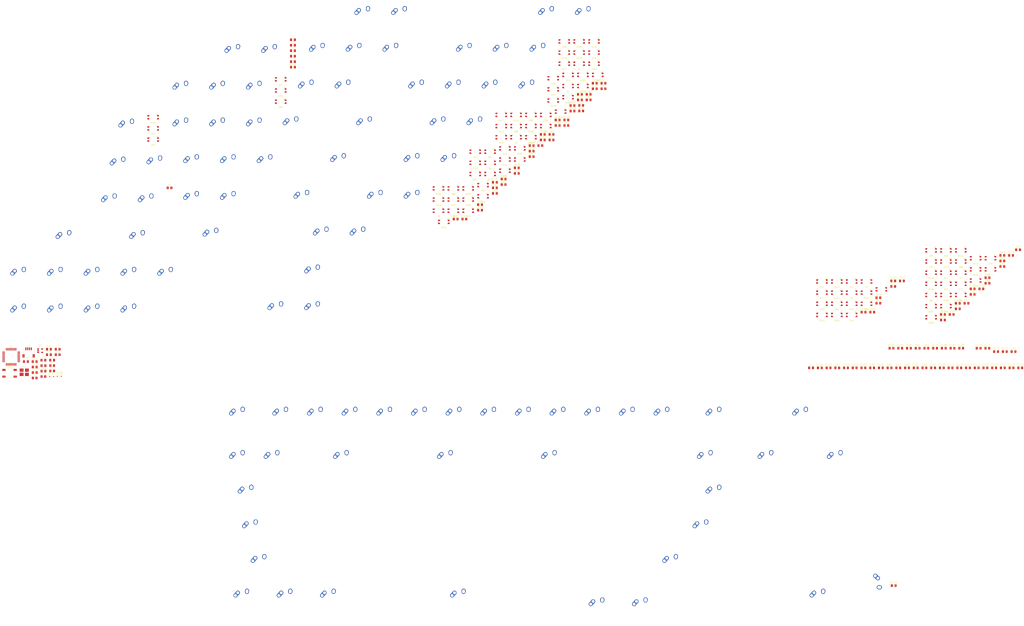
<source format=kicad_pcb>
(kicad_pcb (version 20171130) (host pcbnew "(5.1.10)-1")
  (layers (0 F.Cu signal) (31 B.Cu signal) (34 B.Paste user) (35 F.Paste user) (36 B.SilkS user) (37 F.SilkS user) (38 B.Mask user) (39 F.Mask user) (44 Edge.Cuts user))
  (net 0 "")
  (net 1 GND)
  (net 2 +5V)
  (net 3 "Net-(C11-Pad1)")
  (net 4 "Net-(C10-Pad1)")
  (net 5 +3V3)
  (net 6 OSC_OUT)
  (net 7 OSC_IN)
  (net 8 NRST)
  (net 9 "Net-(D1-Pad4)")
  (net 10 "Net-(D1-Pad2)")
  (net 11 "Net-(D2-Pad2)")
  (net 12 "Net-(D3-Pad2)")
  (net 13 "Net-(D4-Pad2)")
  (net 14 "Net-(D5-Pad2)")
  (net 15 "Net-(D6-Pad2)")
  (net 16 "Net-(D7-Pad2)")
  (net 17 "Net-(D8-Pad2)")
  (net 18 "Net-(D10-Pad4)")
  (net 19 "Net-(D10-Pad2)")
  (net 20 "Net-(D11-Pad2)")
  (net 21 "Net-(D12-Pad2)")
  (net 22 "Net-(D13-Pad2)")
  (net 23 "Net-(D14-Pad2)")
  (net 24 "Net-(D15-Pad2)")
  (net 25 "Net-(D16-Pad2)")
  (net 26 "Net-(D17-Pad2)")
  (net 27 "Net-(D18-Pad2)")
  (net 28 "Net-(D19-Pad2)")
  (net 29 row0)
  (net 30 "Net-(D20-Pad2)")
  (net 31 "Net-(D21-Pad2)")
  (net 32 "Net-(D22-Pad2)")
  (net 33 "Net-(D23-Pad2)")
  (net 34 "Net-(D24-Pad2)")
  (net 35 "Net-(D25-Pad2)")
  (net 36 "Net-(D26-Pad2)")
  (net 37 "Net-(D27-Pad2)")
  (net 38 "Net-(D28-Pad2)")
  (net 39 "Net-(D29-Pad2)")
  (net 40 "Net-(D30-Pad2)")
  (net 41 "Net-(D31-Pad2)")
  (net 42 "Net-(D32-Pad2)")
  (net 43 "Net-(D33-Pad2)")
  (net 44 "Net-(D34-Pad2)")
  (net 45 "Net-(D35-Pad2)")
  (net 46 "Net-(D36-Pad2)")
  (net 47 "Net-(D37-Pad4)")
  (net 48 "Net-(D37-Pad2)")
  (net 49 "Net-(D38-Pad2)")
  (net 50 "Net-(D39-Pad2)")
  (net 51 "Net-(D40-Pad2)")
  (net 52 "Net-(D41-Pad2)")
  (net 53 "Net-(D42-Pad2)")
  (net 54 "Net-(D43-Pad2)")
  (net 55 "Net-(D44-Pad2)")
  (net 56 "Net-(D45-Pad2)")
  (net 57 "Net-(D46-Pad2)")
  (net 58 "Net-(D47-Pad2)")
  (net 59 "Net-(D48-Pad2)")
  (net 60 "Net-(D49-Pad2)")
  (net 61 "Net-(D50-Pad2)")
  (net 62 "Net-(D51-Pad2)")
  (net 63 "Net-(D52-Pad2)")
  (net 64 "Net-(D53-Pad2)")
  (net 65 "Net-(D55-Pad2)")
  (net 66 row1)
  (net 67 "Net-(D56-Pad2)")
  (net 68 "Net-(D57-Pad2)")
  (net 69 "Net-(D58-Pad2)")
  (net 70 "Net-(D59-Pad2)")
  (net 71 "Net-(D60-Pad2)")
  (net 72 "Net-(D61-Pad2)")
  (net 73 "Net-(D62-Pad2)")
  (net 74 "Net-(D63-Pad2)")
  (net 75 "Net-(D64-Pad2)")
  (net 76 "Net-(D65-Pad2)")
  (net 77 "Net-(D66-Pad2)")
  (net 78 "Net-(D67-Pad2)")
  (net 79 "Net-(D68-Pad2)")
  (net 80 "Net-(D69-Pad2)")
  (net 81 "Net-(D70-Pad2)")
  (net 82 "Net-(D71-Pad2)")
  (net 83 "Net-(D72-Pad2)")
  (net 84 "Net-(D125-Pad2)")
  (net 85 "Net-(D73-Pad2)")
  (net 86 "Net-(D74-Pad2)")
  (net 87 "Net-(D75-Pad2)")
  (net 88 "Net-(D76-Pad2)")
  (net 89 "Net-(D77-Pad2)")
  (net 90 "Net-(D78-Pad2)")
  (net 91 "Net-(D79-Pad2)")
  (net 92 "Net-(D80-Pad2)")
  (net 93 "Net-(D81-Pad2)")
  (net 94 "Net-(D82-Pad2)")
  (net 95 "Net-(D83-Pad2)")
  (net 96 "Net-(D84-Pad2)")
  (net 97 "Net-(D85-Pad2)")
  (net 98 "Net-(D86-Pad2)")
  (net 99 "Net-(D87-Pad2)")
  (net 100 "Net-(D88-Pad2)")
  (net 101 "Net-(D89-Pad2)")
  (net 102 "Net-(D91-Pad2)")
  (net 103 row2)
  (net 104 "Net-(D92-Pad2)")
  (net 105 "Net-(D93-Pad2)")
  (net 106 "Net-(D94-Pad2)")
  (net 107 "Net-(D95-Pad2)")
  (net 108 "Net-(D96-Pad2)")
  (net 109 "Net-(D97-Pad2)")
  (net 110 "Net-(D98-Pad2)")
  (net 111 "Net-(D99-Pad2)")
  (net 112 "Net-(D100-Pad2)")
  (net 113 "Net-(D101-Pad2)")
  (net 114 "Net-(D102-Pad2)")
  (net 115 "Net-(D103-Pad2)")
  (net 116 "Net-(D104-Pad2)")
  (net 117 "Net-(D105-Pad2)")
  (net 118 "Net-(D106-Pad2)")
  (net 119 "Net-(D107-Pad2)")
  (net 120 "Net-(D108-Pad2)")
  (net 121 "Net-(D109-Pad4)")
  (net 122 "Net-(D109-Pad2)")
  (net 123 "Net-(D110-Pad2)")
  (net 124 "Net-(D111-Pad2)")
  (net 125 "Net-(D112-Pad2)")
  (net 126 "Net-(D113-Pad2)")
  (net 127 "Net-(D114-Pad2)")
  (net 128 "Net-(D115-Pad2)")
  (net 129 "Net-(D116-Pad2)")
  (net 130 "Net-(D117-Pad2)")
  (net 131 "Net-(D118-Pad2)")
  (net 132 "Net-(D119-Pad2)")
  (net 133 "Net-(D120-Pad2)")
  (net 134 "Net-(D121-Pad2)")
  (net 135 "Net-(D122-Pad2)")
  (net 136 "Net-(D123-Pad2)")
  (net 137 "Net-(D124-Pad2)")
  (net 138 "Net-(D126-Pad2)")
  (net 139 row3)
  (net 140 "Net-(D127-Pad2)")
  (net 141 "Net-(D128-Pad2)")
  (net 142 "Net-(D129-Pad2)")
  (net 143 "Net-(D130-Pad2)")
  (net 144 "Net-(D131-Pad2)")
  (net 145 "Net-(D132-Pad2)")
  (net 146 "Net-(D133-Pad2)")
  (net 147 "Net-(D134-Pad2)")
  (net 148 "Net-(D135-Pad2)")
  (net 149 "Net-(D136-Pad2)")
  (net 150 "Net-(D137-Pad2)")
  (net 151 "Net-(D138-Pad2)")
  (net 152 "Net-(D139-Pad2)")
  (net 153 "Net-(D140-Pad2)")
  (net 154 "Net-(D141-Pad2)")
  (net 155 "Net-(D142-Pad2)")
  (net 156 "Net-(D143-Pad4)")
  (net 157 "Net-(D143-Pad2)")
  (net 158 "Net-(D144-Pad2)")
  (net 159 "Net-(D145-Pad2)")
  (net 160 "Net-(D146-Pad2)")
  (net 161 "Net-(D147-Pad2)")
  (net 162 "Net-(D148-Pad2)")
  (net 163 "Net-(D149-Pad2)")
  (net 164 "Net-(D150-Pad2)")
  (net 165 "Net-(D151-Pad2)")
  (net 166 "Net-(D152-Pad2)")
  (net 167 "Net-(D153-Pad2)")
  (net 168 "Net-(D154-Pad2)")
  (net 169 "Net-(D155-Pad2)")
  (net 170 "Net-(D156-Pad2)")
  (net 171 "Net-(D157-Pad2)")
  (net 172 "Net-(D158-Pad2)")
  (net 173 "Net-(D160-Pad2)")
  (net 174 row4)
  (net 175 "Net-(D161-Pad2)")
  (net 176 "Net-(D162-Pad2)")
  (net 177 "Net-(D163-Pad2)")
  (net 178 "Net-(D164-Pad2)")
  (net 179 "Net-(D165-Pad2)")
  (net 180 "Net-(D166-Pad2)")
  (net 181 "Net-(D167-Pad2)")
  (net 182 "Net-(D168-Pad2)")
  (net 183 "Net-(D169-Pad2)")
  (net 184 "Net-(D170-Pad2)")
  (net 185 "Net-(D171-Pad2)")
  (net 186 "Net-(D172-Pad2)")
  (net 187 "Net-(D173-Pad2)")
  (net 188 "Net-(D174-Pad2)")
  (net 189 "Net-(D175-Pad2)")
  (net 190 "Net-(D176-Pad2)")
  (net 191 "Net-(D177-Pad4)")
  (net 192 "Net-(D177-Pad2)")
  (net 193 "Net-(D178-Pad2)")
  (net 194 "Net-(D179-Pad2)")
  (net 195 "Net-(D180-Pad2)")
  (net 196 "Net-(D181-Pad2)")
  (net 197 "Net-(D182-Pad2)")
  (net 198 "Net-(D183-Pad2)")
  (net 199 "Net-(D184-Pad2)")
  (net 200 "Net-(D185-Pad2)")
  (net 201 "Net-(D187-Pad2)")
  (net 202 row5)
  (net 203 "Net-(D188-Pad2)")
  (net 204 "Net-(D189-Pad2)")
  (net 205 "Net-(D190-Pad2)")
  (net 206 "Net-(D191-Pad2)")
  (net 207 "Net-(D192-Pad2)")
  (net 208 "Net-(D193-Pad2)")
  (net 209 "Net-(D194-Pad2)")
  (net 210 "Net-(D195-Pad2)")
  (net 211 "Net-(D196-Pad2)")
  (net 212 "Net-(D198-Pad2)")
  (net 213 DN)
  (net 214 DP)
  (net 215 LED)
  (net 216 "Net-(R2-Pad1)")
  (net 217 BOOT0)
  (net 218 "Net-(R4-Pad1)")
  (net 219 "Net-(U1-Pad46)")
  (net 220 "Net-(U1-Pad45)")
  (net 221 "Net-(U1-Pad43)")
  (net 222 "Net-(U1-Pad42)")
  (net 223 "Net-(U1-Pad41)")
  (net 224 "Net-(U1-Pad40)")
  (net 225 "Net-(U1-Pad39)")
  (net 226 "Net-(U1-Pad38)")
  (net 227 "Net-(U1-Pad37)")
  (net 228 "Net-(U1-Pad34)")
  (net 229 "Net-(U1-Pad31)")
  (net 230 "Net-(U1-Pad30)")
  (net 231 "Net-(U1-Pad29)")
  (net 232 "Net-(U1-Pad28)")
  (net 233 "Net-(U1-Pad27)")
  (net 234 "Net-(U1-Pad26)")
  (net 235 "Net-(U1-Pad25)")
  (net 236 "Net-(U1-Pad22)")
  (net 237 "Net-(U1-Pad21)")
  (net 238 "Net-(U1-Pad20)")
  (net 239 "Net-(U1-Pad19)")
  (net 240 "Net-(U1-Pad18)")
  (net 241 "Net-(U1-Pad17)")
  (net 242 "Net-(U1-Pad16)")
  (net 243 "Net-(U1-Pad15)")
  (net 244 "Net-(U1-Pad14)")
  (net 245 "Net-(U1-Pad13)")
  (net 246 "Net-(U1-Pad12)")
  (net 247 "Net-(U1-Pad11)")
  (net 248 "Net-(U1-Pad10)")
  (net 249 "Net-(U1-Pad4)")
  (module MX_Alps_Hybrid:MX-2U-NoLED (layer F.Cu) (at 464.34375 354.0125)
    (fp_text reference SW98)
    (fp_text value NUM0)
    (pad "" np_thru_hole circle (at 11.938 8.255) (size 3.9878 3.9878) (drill 3.9878) (layers *.Cu *.Mask))
    (pad "" np_thru_hole circle (at -11.938 8.255) (size 3.9878 3.9878) (drill 3.9878) (layers *.Cu *.Mask))
    (pad "" np_thru_hole circle (at 11.938 -6.985) (size 3.048 3.048) (drill 3.048) (layers *.Cu *.Mask))
    (pad "" np_thru_hole circle (at -11.938 -6.985) (size 3.048 3.048) (drill 3.048) (layers *.Cu *.Mask))
    (pad "" np_thru_hole circle (at 5.08 0 48.0996) (size 1.75 1.75) (drill 1.75) (layers *.Cu *.Mask))
    (pad "" np_thru_hole circle (at -5.08 0 48.0996) (size 1.75 1.75) (drill 1.75) (layers *.Cu *.Mask))
    (pad 1 thru_hole circle (at -2.5 -4) (size 2.25 2.25) (drill 1.47) (layers *.Cu B.Mask) (net 211 "Net-(D196-Pad2)"))
    (pad "" np_thru_hole circle (at 0 0) (size 3.9878 3.9878) (drill 3.9878) (layers *.Cu *.Mask))
    (pad 1 thru_hole oval (at -3.81 -2.54 48.0996) (size 4.211556 2.25) (drill 1.47 (offset 0.980778 0)) (layers *.Cu B.Mask) (net 211 "Net-(D196-Pad2)"))
    (pad 2 thru_hole circle (at 2.54 -5.08) (size 2.25 2.25) (drill 1.47) (layers *.Cu B.Mask) (net 211 "Net-(D196-Pad2)"))
    (pad 2 thru_hole oval (at 2.5 -4.5 86.0548) (size 2.831378 2.25) (drill 1.47 (offset 0.290689 0)) (layers *.Cu B.Mask) (net 211 "Net-(D196-Pad2)"))
  )
  (module Crystal:Crystal_SMD_3225-4Pin_3.2x2.5mm_HandSoldering (layer F.Cu) (at 27.74875 228.8075)
    (fp_text reference Y1 (at 0 -3.05) (layer F.SilkS))
    (fp_text value 16MHz)
    (pad 4 smd rect (at -1.45 -1.15) (size 2.1 1.8) (layers F.Cu F.Paste F.Mask) (net 1 GND))
    (pad 3 smd rect (at 1.45 -1.15) (size 2.1 1.8) (layers F.Cu F.Paste F.Mask) (net 7 OSC_IN))
    (pad 2 smd rect (at 1.45 1.15) (size 2.1 1.8) (layers F.Cu F.Paste F.Mask) (net 1 GND))
    (pad 1 smd rect (at -1.45 1.15) (size 2.1 1.8) (layers F.Cu F.Paste F.Mask) (net 6 OSC_OUT))
  )
  (module Package_TO_SOT_SMD:SOT-23-5 (layer F.Cu) (at 36.44875 216.9575)
    (fp_text reference U2 (at 0 -2.9) (layer F.SilkS))
    (fp_text value LD3985M33R_SOT23)
    (pad 5 smd rect (at 1.1 -0.95) (size 1.06 0.65) (layers F.Cu F.Paste F.Mask) (net 3 "Net-(C11-Pad1)"))
    (pad 4 smd rect (at 1.1 0.95) (size 1.06 0.65) (layers F.Cu F.Paste F.Mask) (net 4 "Net-(C10-Pad1)"))
    (pad 3 smd rect (at -1.1 0.95) (size 1.06 0.65) (layers F.Cu F.Paste F.Mask) (net 2 +5V))
    (pad 2 smd rect (at -1.1 0) (size 1.06 0.65) (layers F.Cu F.Paste F.Mask) (net 1 GND))
    (pad 1 smd rect (at -1.1 -0.95) (size 1.06 0.65) (layers F.Cu F.Paste F.Mask) (net 2 +5V))
  )
  (module Package_QFP:LQFP-48_7x7mm_P0.5mm (layer F.Cu) (at 20.54875 220.3075)
    (fp_text reference U1 (at 0 -5.85) (layer F.SilkS))
    (fp_text value STM32F303CCTx)
    (pad 48 smd roundrect (at -2.75 -4.1625) (size 0.3 1.475) (layers F.Cu F.Paste F.Mask) (net 5 +3V3))
    (pad 47 smd roundrect (at -2.25 -4.1625) (size 0.3 1.475) (layers F.Cu F.Paste F.Mask) (net 1 GND))
    (pad 46 smd roundrect (at -1.75 -4.1625) (size 0.3 1.475) (layers F.Cu F.Paste F.Mask) (net 219 "Net-(U1-Pad46)"))
    (pad 45 smd roundrect (at -1.25 -4.1625) (size 0.3 1.475) (layers F.Cu F.Paste F.Mask) (net 220 "Net-(U1-Pad45)"))
    (pad 44 smd roundrect (at -0.75 -4.1625) (size 0.3 1.475) (layers F.Cu F.Paste F.Mask) (net 217 BOOT0))
    (pad 43 smd roundrect (at -0.25 -4.1625) (size 0.3 1.475) (layers F.Cu F.Paste F.Mask) (net 221 "Net-(U1-Pad43)"))
    (pad 42 smd roundrect (at 0.25 -4.1625) (size 0.3 1.475) (layers F.Cu F.Paste F.Mask) (net 222 "Net-(U1-Pad42)"))
    (pad 41 smd roundrect (at 0.75 -4.1625) (size 0.3 1.475) (layers F.Cu F.Paste F.Mask) (net 223 "Net-(U1-Pad41)"))
    (pad 40 smd roundrect (at 1.25 -4.1625) (size 0.3 1.475) (layers F.Cu F.Paste F.Mask) (net 224 "Net-(U1-Pad40)"))
    (pad 39 smd roundrect (at 1.75 -4.1625) (size 0.3 1.475) (layers F.Cu F.Paste F.Mask) (net 225 "Net-(U1-Pad39)"))
    (pad 38 smd roundrect (at 2.25 -4.1625) (size 0.3 1.475) (layers F.Cu F.Paste F.Mask) (net 226 "Net-(U1-Pad38)"))
    (pad 37 smd roundrect (at 2.75 -4.1625) (size 0.3 1.475) (layers F.Cu F.Paste F.Mask) (net 227 "Net-(U1-Pad37)"))
    (pad 36 smd roundrect (at 4.1625 -2.75) (size 1.475 0.3) (layers F.Cu F.Paste F.Mask) (net 5 +3V3))
    (pad 35 smd roundrect (at 4.1625 -2.25) (size 1.475 0.3) (layers F.Cu F.Paste F.Mask) (net 1 GND))
    (pad 34 smd roundrect (at 4.1625 -1.75) (size 1.475 0.3) (layers F.Cu F.Paste F.Mask) (net 228 "Net-(U1-Pad34)"))
    (pad 33 smd roundrect (at 4.1625 -1.25) (size 1.475 0.3) (layers F.Cu F.Paste F.Mask) (net 214 DP))
    (pad 32 smd roundrect (at 4.1625 -0.75) (size 1.475 0.3) (layers F.Cu F.Paste F.Mask) (net 213 DN))
    (pad 31 smd roundrect (at 4.1625 -0.25) (size 1.475 0.3) (layers F.Cu F.Paste F.Mask) (net 229 "Net-(U1-Pad31)"))
    (pad 30 smd roundrect (at 4.1625 0.25) (size 1.475 0.3) (layers F.Cu F.Paste F.Mask) (net 230 "Net-(U1-Pad30)"))
    (pad 29 smd roundrect (at 4.1625 0.75) (size 1.475 0.3) (layers F.Cu F.Paste F.Mask) (net 231 "Net-(U1-Pad29)"))
    (pad 28 smd roundrect (at 4.1625 1.25) (size 1.475 0.3) (layers F.Cu F.Paste F.Mask) (net 232 "Net-(U1-Pad28)"))
    (pad 27 smd roundrect (at 4.1625 1.75) (size 1.475 0.3) (layers F.Cu F.Paste F.Mask) (net 233 "Net-(U1-Pad27)"))
    (pad 26 smd roundrect (at 4.1625 2.25) (size 1.475 0.3) (layers F.Cu F.Paste F.Mask) (net 234 "Net-(U1-Pad26)"))
    (pad 25 smd roundrect (at 4.1625 2.75) (size 1.475 0.3) (layers F.Cu F.Paste F.Mask) (net 235 "Net-(U1-Pad25)"))
    (pad 24 smd roundrect (at 2.75 4.1625) (size 0.3 1.475) (layers F.Cu F.Paste F.Mask) (net 5 +3V3))
    (pad 23 smd roundrect (at 2.25 4.1625) (size 0.3 1.475) (layers F.Cu F.Paste F.Mask) (net 1 GND))
    (pad 22 smd roundrect (at 1.75 4.1625) (size 0.3 1.475) (layers F.Cu F.Paste F.Mask) (net 236 "Net-(U1-Pad22)"))
    (pad 21 smd roundrect (at 1.25 4.1625) (size 0.3 1.475) (layers F.Cu F.Paste F.Mask) (net 237 "Net-(U1-Pad21)"))
    (pad 20 smd roundrect (at 0.75 4.1625) (size 0.3 1.475) (layers F.Cu F.Paste F.Mask) (net 238 "Net-(U1-Pad20)"))
    (pad 19 smd roundrect (at 0.25 4.1625) (size 0.3 1.475) (layers F.Cu F.Paste F.Mask) (net 239 "Net-(U1-Pad19)"))
    (pad 18 smd roundrect (at -0.25 4.1625) (size 0.3 1.475) (layers F.Cu F.Paste F.Mask) (net 240 "Net-(U1-Pad18)"))
    (pad 17 smd roundrect (at -0.75 4.1625) (size 0.3 1.475) (layers F.Cu F.Paste F.Mask) (net 241 "Net-(U1-Pad17)"))
    (pad 16 smd roundrect (at -1.25 4.1625) (size 0.3 1.475) (layers F.Cu F.Paste F.Mask) (net 242 "Net-(U1-Pad16)"))
    (pad 15 smd roundrect (at -1.75 4.1625) (size 0.3 1.475) (layers F.Cu F.Paste F.Mask) (net 243 "Net-(U1-Pad15)"))
    (pad 14 smd roundrect (at -2.25 4.1625) (size 0.3 1.475) (layers F.Cu F.Paste F.Mask) (net 244 "Net-(U1-Pad14)"))
    (pad 13 smd roundrect (at -2.75 4.1625) (size 0.3 1.475) (layers F.Cu F.Paste F.Mask) (net 245 "Net-(U1-Pad13)"))
    (pad 12 smd roundrect (at -4.1625 2.75) (size 1.475 0.3) (layers F.Cu F.Paste F.Mask) (net 246 "Net-(U1-Pad12)"))
    (pad 11 smd roundrect (at -4.1625 2.25) (size 1.475 0.3) (layers F.Cu F.Paste F.Mask) (net 247 "Net-(U1-Pad11)"))
    (pad 10 smd roundrect (at -4.1625 1.75) (size 1.475 0.3) (layers F.Cu F.Paste F.Mask) (net 248 "Net-(U1-Pad10)"))
    (pad 9 smd roundrect (at -4.1625 1.25) (size 1.475 0.3) (layers F.Cu F.Paste F.Mask) (net 5 +3V3))
    (pad 8 smd roundrect (at -4.1625 0.75) (size 1.475 0.3) (layers F.Cu F.Paste F.Mask) (net 1 GND))
    (pad 7 smd roundrect (at -4.1625 0.25) (size 1.475 0.3) (layers F.Cu F.Paste F.Mask) (net 8 NRST))
    (pad 6 smd roundrect (at -4.1625 -0.25) (size 1.475 0.3) (layers F.Cu F.Paste F.Mask) (net 6 OSC_OUT))
    (pad 5 smd roundrect (at -4.1625 -0.75) (size 1.475 0.3) (layers F.Cu F.Paste F.Mask) (net 7 OSC_IN))
    (pad 4 smd roundrect (at -4.1625 -1.25) (size 1.475 0.3) (layers F.Cu F.Paste F.Mask) (net 249 "Net-(U1-Pad4)"))
    (pad 3 smd roundrect (at -4.1625 -1.75) (size 1.475 0.3) (layers F.Cu F.Paste F.Mask) (net 218 "Net-(R4-Pad1)"))
    (pad 2 smd roundrect (at -4.1625 -2.25) (size 1.475 0.3) (layers F.Cu F.Paste F.Mask) (net 216 "Net-(R2-Pad1)"))
    (pad 1 smd roundrect (at -4.1625 -2.75) (size 1.475 0.3) (layers F.Cu F.Paste F.Mask) (net 5 +3V3))
  )
  (module Button_Switch_SMD:SW_SPST_SKQG_WithStem (layer F.Cu) (at 19.64875 229.3575)
    (fp_text reference SW99 (at 0 -3.6) (layer F.SilkS))
    (fp_text value SW_Push)
    (pad 2 smd rect (at 3.1 1.85) (size 1.8 1.1) (layers F.Cu F.Paste F.Mask) (net 8 NRST))
    (pad 2 smd rect (at -3.1 1.85) (size 1.8 1.1) (layers F.Cu F.Paste F.Mask) (net 8 NRST))
    (pad 1 smd rect (at 3.1 -1.85) (size 1.8 1.1) (layers F.Cu F.Paste F.Mask) (net 1 GND))
    (pad 1 smd rect (at -3.1 -1.85) (size 1.8 1.1) (layers F.Cu F.Paste F.Mask) (net 1 GND))
  )
  (module MX_Alps_Hybrid:MX-1U-NoLED (layer F.Cu) (at 95.09375 136.7125)
    (fp_text reference SW97)
    (fp_text value SW_MEC_5G)
    (pad "" np_thru_hole circle (at 5.08 0 48.0996) (size 1.75 1.75) (drill 1.75) (layers *.Cu *.Mask))
    (pad "" np_thru_hole circle (at -5.08 0 48.0996) (size 1.75 1.75) (drill 1.75) (layers *.Cu *.Mask))
    (pad 1 thru_hole circle (at -2.5 -4) (size 2.25 2.25) (drill 1.47) (layers *.Cu B.Mask) (net 210 "Net-(D195-Pad2)"))
    (pad "" np_thru_hole circle (at 0 0) (size 3.9878 3.9878) (drill 3.9878) (layers *.Cu *.Mask))
    (pad 1 thru_hole oval (at -3.81 -2.54 48.0996) (size 4.211556 2.25) (drill 1.47 (offset 0.980778 0)) (layers *.Cu B.Mask) (net 210 "Net-(D195-Pad2)"))
    (pad 2 thru_hole circle (at 2.54 -5.08) (size 2.25 2.25) (drill 1.47) (layers *.Cu B.Mask) (net 210 "Net-(D195-Pad2)"))
    (pad 2 thru_hole oval (at 2.5 -4.5 86.0548) (size 2.831378 2.25) (drill 1.47 (offset 0.290689 0)) (layers *.Cu B.Mask) (net 210 "Net-(D195-Pad2)"))
  )
  (module MX_Alps_Hybrid:MX-1U-NoLED (layer F.Cu) (at 65.37375 197.3125)
    (fp_text reference SW96)
    (fp_text value SW_MEC_5G)
    (pad "" np_thru_hole circle (at 5.08 0 48.0996) (size 1.75 1.75) (drill 1.75) (layers *.Cu *.Mask))
    (pad "" np_thru_hole circle (at -5.08 0 48.0996) (size 1.75 1.75) (drill 1.75) (layers *.Cu *.Mask))
    (pad 1 thru_hole circle (at -2.5 -4) (size 2.25 2.25) (drill 1.47) (layers *.Cu B.Mask) (net 209 "Net-(D194-Pad2)"))
    (pad "" np_thru_hole circle (at 0 0) (size 3.9878 3.9878) (drill 3.9878) (layers *.Cu *.Mask))
    (pad 1 thru_hole oval (at -3.81 -2.54 48.0996) (size 4.211556 2.25) (drill 1.47 (offset 0.980778 0)) (layers *.Cu B.Mask) (net 209 "Net-(D194-Pad2)"))
    (pad 2 thru_hole circle (at 2.54 -5.08) (size 2.25 2.25) (drill 1.47) (layers *.Cu B.Mask) (net 209 "Net-(D194-Pad2)"))
    (pad 2 thru_hole oval (at 2.5 -4.5 86.0548) (size 2.831378 2.25) (drill 1.47 (offset 0.290689 0)) (layers *.Cu B.Mask) (net 209 "Net-(D194-Pad2)"))
  )
  (module MX_Alps_Hybrid:MX-1U-NoLED (layer F.Cu) (at 209.39375 53.9925)
    (fp_text reference SW95)
    (fp_text value SW_MEC_5G)
    (pad "" np_thru_hole circle (at 5.08 0 48.0996) (size 1.75 1.75) (drill 1.75) (layers *.Cu *.Mask))
    (pad "" np_thru_hole circle (at -5.08 0 48.0996) (size 1.75 1.75) (drill 1.75) (layers *.Cu *.Mask))
    (pad 1 thru_hole circle (at -2.5 -4) (size 2.25 2.25) (drill 1.47) (layers *.Cu B.Mask) (net 208 "Net-(D193-Pad2)"))
    (pad "" np_thru_hole circle (at 0 0) (size 3.9878 3.9878) (drill 3.9878) (layers *.Cu *.Mask))
    (pad 1 thru_hole oval (at -3.81 -2.54 48.0996) (size 4.211556 2.25) (drill 1.47 (offset 0.980778 0)) (layers *.Cu B.Mask) (net 208 "Net-(D193-Pad2)"))
    (pad 2 thru_hole circle (at 2.54 -5.08) (size 2.25 2.25) (drill 1.47) (layers *.Cu B.Mask) (net 208 "Net-(D193-Pad2)"))
    (pad 2 thru_hole oval (at 2.5 -4.5 86.0548) (size 2.831378 2.25) (drill 1.47 (offset 0.290689 0)) (layers *.Cu B.Mask) (net 208 "Net-(D193-Pad2)"))
  )
  (module MX_Alps_Hybrid:MX-1.25U-NoLED (layer F.Cu) (at 366.7125 358.775)
    (fp_text reference SW94)
    (fp_text value END)
    (pad "" np_thru_hole circle (at 5.08 0 48.0996) (size 1.75 1.75) (drill 1.75) (layers *.Cu *.Mask))
    (pad "" np_thru_hole circle (at -5.08 0 48.0996) (size 1.75 1.75) (drill 1.75) (layers *.Cu *.Mask))
    (pad 1 thru_hole circle (at -2.5 -4) (size 2.25 2.25) (drill 1.47) (layers *.Cu B.Mask) (net 207 "Net-(D192-Pad2)"))
    (pad "" np_thru_hole circle (at 0 0) (size 3.9878 3.9878) (drill 3.9878) (layers *.Cu *.Mask))
    (pad 1 thru_hole oval (at -3.81 -2.54 48.0996) (size 4.211556 2.25) (drill 1.47 (offset 0.980778 0)) (layers *.Cu B.Mask) (net 207 "Net-(D192-Pad2)"))
    (pad 2 thru_hole circle (at 2.54 -5.08) (size 2.25 2.25) (drill 1.47) (layers *.Cu B.Mask) (net 207 "Net-(D192-Pad2)"))
    (pad 2 thru_hole oval (at 2.5 -4.5 86.0548) (size 2.831378 2.25) (drill 1.47 (offset 0.290689 0)) (layers *.Cu B.Mask) (net 207 "Net-(D192-Pad2)"))
  )
  (module MX_Alps_Hybrid:MX-1.25U-NoLED (layer F.Cu) (at 342.9 358.775)
    (fp_text reference SW93)
    (fp_text value HOME)
    (pad "" np_thru_hole circle (at 5.08 0 48.0996) (size 1.75 1.75) (drill 1.75) (layers *.Cu *.Mask))
    (pad "" np_thru_hole circle (at -5.08 0 48.0996) (size 1.75 1.75) (drill 1.75) (layers *.Cu *.Mask))
    (pad 1 thru_hole circle (at -2.5 -4) (size 2.25 2.25) (drill 1.47) (layers *.Cu B.Mask) (net 206 "Net-(D191-Pad2)"))
    (pad "" np_thru_hole circle (at 0 0) (size 3.9878 3.9878) (drill 3.9878) (layers *.Cu *.Mask))
    (pad 1 thru_hole oval (at -3.81 -2.54 48.0996) (size 4.211556 2.25) (drill 1.47 (offset 0.980778 0)) (layers *.Cu B.Mask) (net 206 "Net-(D191-Pad2)"))
    (pad 2 thru_hole circle (at 2.54 -5.08) (size 2.25 2.25) (drill 1.47) (layers *.Cu B.Mask) (net 206 "Net-(D191-Pad2)"))
    (pad 2 thru_hole oval (at 2.5 -4.5 86.0548) (size 2.831378 2.25) (drill 1.47 (offset 0.290689 0)) (layers *.Cu B.Mask) (net 206 "Net-(D191-Pad2)"))
  )
  (module MX_Alps_Hybrid:MX-6.25U-NoLED (layer F.Cu) (at 266.7 354.0125)
    (fp_text reference SW92)
    (fp_text value SPACE)
    (pad "" np_thru_hole circle (at 49.9999 8.255) (size 3.9878 3.9878) (drill 3.9878) (layers *.Cu *.Mask))
    (pad "" np_thru_hole circle (at -49.9999 8.255) (size 3.9878 3.9878) (drill 3.9878) (layers *.Cu *.Mask))
    (pad "" np_thru_hole circle (at 49.9999 -6.985) (size 3.048 3.048) (drill 3.048) (layers *.Cu *.Mask))
    (pad "" np_thru_hole circle (at -49.9999 -6.985) (size 3.048 3.048) (drill 3.048) (layers *.Cu *.Mask))
    (pad "" np_thru_hole circle (at 5.08 0 48.0996) (size 1.75 1.75) (drill 1.75) (layers *.Cu *.Mask))
    (pad "" np_thru_hole circle (at -5.08 0 48.0996) (size 1.75 1.75) (drill 1.75) (layers *.Cu *.Mask))
    (pad 1 thru_hole circle (at -2.5 -4) (size 2.25 2.25) (drill 1.47) (layers *.Cu B.Mask) (net 205 "Net-(D190-Pad2)"))
    (pad "" np_thru_hole circle (at 0 0) (size 3.9878 3.9878) (drill 3.9878) (layers *.Cu *.Mask))
    (pad 1 thru_hole oval (at -3.81 -2.54 48.0996) (size 4.211556 2.25) (drill 1.47 (offset 0.980778 0)) (layers *.Cu B.Mask) (net 205 "Net-(D190-Pad2)"))
    (pad 2 thru_hole circle (at 2.54 -5.08) (size 2.25 2.25) (drill 1.47) (layers *.Cu B.Mask) (net 205 "Net-(D190-Pad2)"))
    (pad 2 thru_hole oval (at 2.5 -4.5 86.0548) (size 2.831378 2.25) (drill 1.47 (offset 0.290689 0)) (layers *.Cu B.Mask) (net 205 "Net-(D190-Pad2)"))
  )
  (module MX_Alps_Hybrid:MX-1.25U-NoLED (layer F.Cu) (at 195.2625 354.0125)
    (fp_text reference SW91)
    (fp_text value ALT)
    (pad "" np_thru_hole circle (at 5.08 0 48.0996) (size 1.75 1.75) (drill 1.75) (layers *.Cu *.Mask))
    (pad "" np_thru_hole circle (at -5.08 0 48.0996) (size 1.75 1.75) (drill 1.75) (layers *.Cu *.Mask))
    (pad 1 thru_hole circle (at -2.5 -4) (size 2.25 2.25) (drill 1.47) (layers *.Cu B.Mask) (net 204 "Net-(D189-Pad2)"))
    (pad "" np_thru_hole circle (at 0 0) (size 3.9878 3.9878) (drill 3.9878) (layers *.Cu *.Mask))
    (pad 1 thru_hole oval (at -3.81 -2.54 48.0996) (size 4.211556 2.25) (drill 1.47 (offset 0.980778 0)) (layers *.Cu B.Mask) (net 204 "Net-(D189-Pad2)"))
    (pad 2 thru_hole circle (at 2.54 -5.08) (size 2.25 2.25) (drill 1.47) (layers *.Cu B.Mask) (net 204 "Net-(D189-Pad2)"))
    (pad 2 thru_hole oval (at 2.5 -4.5 86.0548) (size 2.831378 2.25) (drill 1.47 (offset 0.290689 0)) (layers *.Cu B.Mask) (net 204 "Net-(D189-Pad2)"))
  )
  (module MX_Alps_Hybrid:MX-1.25U-NoLED (layer F.Cu) (at 171.45 354.0125)
    (fp_text reference SW90)
    (fp_text value WIN)
    (pad "" np_thru_hole circle (at 5.08 0 48.0996) (size 1.75 1.75) (drill 1.75) (layers *.Cu *.Mask))
    (pad "" np_thru_hole circle (at -5.08 0 48.0996) (size 1.75 1.75) (drill 1.75) (layers *.Cu *.Mask))
    (pad 1 thru_hole circle (at -2.5 -4) (size 2.25 2.25) (drill 1.47) (layers *.Cu B.Mask) (net 203 "Net-(D188-Pad2)"))
    (pad "" np_thru_hole circle (at 0 0) (size 3.9878 3.9878) (drill 3.9878) (layers *.Cu *.Mask))
    (pad 1 thru_hole oval (at -3.81 -2.54 48.0996) (size 4.211556 2.25) (drill 1.47 (offset 0.980778 0)) (layers *.Cu B.Mask) (net 203 "Net-(D188-Pad2)"))
    (pad 2 thru_hole circle (at 2.54 -5.08) (size 2.25 2.25) (drill 1.47) (layers *.Cu B.Mask) (net 203 "Net-(D188-Pad2)"))
    (pad 2 thru_hole oval (at 2.5 -4.5 86.0548) (size 2.831378 2.25) (drill 1.47 (offset 0.290689 0)) (layers *.Cu B.Mask) (net 203 "Net-(D188-Pad2)"))
  )
  (module MX_Alps_Hybrid:MX-1.25U-NoLED (layer F.Cu) (at 147.6375 354.0125)
    (fp_text reference SW89)
    (fp_text value CTRL)
    (pad "" np_thru_hole circle (at 5.08 0 48.0996) (size 1.75 1.75) (drill 1.75) (layers *.Cu *.Mask))
    (pad "" np_thru_hole circle (at -5.08 0 48.0996) (size 1.75 1.75) (drill 1.75) (layers *.Cu *.Mask))
    (pad 1 thru_hole circle (at -2.5 -4) (size 2.25 2.25) (drill 1.47) (layers *.Cu B.Mask) (net 201 "Net-(D187-Pad2)"))
    (pad "" np_thru_hole circle (at 0 0) (size 3.9878 3.9878) (drill 3.9878) (layers *.Cu *.Mask))
    (pad 1 thru_hole oval (at -3.81 -2.54 48.0996) (size 4.211556 2.25) (drill 1.47 (offset 0.980778 0)) (layers *.Cu B.Mask) (net 201 "Net-(D187-Pad2)"))
    (pad 2 thru_hole circle (at 2.54 -5.08) (size 2.25 2.25) (drill 1.47) (layers *.Cu B.Mask) (net 201 "Net-(D187-Pad2)"))
    (pad 2 thru_hole oval (at 2.5 -4.5 86.0548) (size 2.831378 2.25) (drill 1.47 (offset 0.290689 0)) (layers *.Cu B.Mask) (net 201 "Net-(D187-Pad2)"))
  )
  (module MX_Alps_Hybrid:MX-2U-NoLED (layer F.Cu) (at 492.91875 344.4875 270)
    (fp_text reference SW88)
    (fp_text value NUMEN)
    (pad "" np_thru_hole circle (at 11.938 8.255 270) (size 3.9878 3.9878) (drill 3.9878) (layers *.Cu *.Mask))
    (pad "" np_thru_hole circle (at -11.938 8.255 270) (size 3.9878 3.9878) (drill 3.9878) (layers *.Cu *.Mask))
    (pad "" np_thru_hole circle (at 11.938 -6.985 270) (size 3.048 3.048) (drill 3.048) (layers *.Cu *.Mask))
    (pad "" np_thru_hole circle (at -11.938 -6.985 270) (size 3.048 3.048) (drill 3.048) (layers *.Cu *.Mask))
    (pad "" np_thru_hole circle (at 5.08 0 318.0996) (size 1.75 1.75) (drill 1.75) (layers *.Cu *.Mask))
    (pad "" np_thru_hole circle (at -5.08 0 318.0996) (size 1.75 1.75) (drill 1.75) (layers *.Cu *.Mask))
    (pad 1 thru_hole circle (at -2.5 -4 270) (size 2.25 2.25) (drill 1.47) (layers *.Cu B.Mask) (net 190 "Net-(D176-Pad2)"))
    (pad "" np_thru_hole circle (at 0 0 270) (size 3.9878 3.9878) (drill 3.9878) (layers *.Cu *.Mask))
    (pad 1 thru_hole oval (at -3.81 -2.54 318.0996) (size 4.211556 2.25) (drill 1.47 (offset 0.980778 0)) (layers *.Cu B.Mask) (net 190 "Net-(D176-Pad2)"))
    (pad 2 thru_hole circle (at 2.54 -5.08 270) (size 2.25 2.25) (drill 1.47) (layers *.Cu B.Mask) (net 190 "Net-(D176-Pad2)"))
    (pad 2 thru_hole oval (at 2.5 -4.5 356.0548) (size 2.831378 2.25) (drill 1.47 (offset 0.290689 0)) (layers *.Cu B.Mask) (net 190 "Net-(D176-Pad2)"))
  )
  (module MX_Alps_Hybrid:MX-1U-NoLED (layer F.Cu) (at 65.37375 177.1125)
    (fp_text reference SW87)
    (fp_text value SW_MEC_5G)
    (pad "" np_thru_hole circle (at 5.08 0 48.0996) (size 1.75 1.75) (drill 1.75) (layers *.Cu *.Mask))
    (pad "" np_thru_hole circle (at -5.08 0 48.0996) (size 1.75 1.75) (drill 1.75) (layers *.Cu *.Mask))
    (pad 1 thru_hole circle (at -2.5 -4) (size 2.25 2.25) (drill 1.47) (layers *.Cu B.Mask) (net 189 "Net-(D175-Pad2)"))
    (pad "" np_thru_hole circle (at 0 0) (size 3.9878 3.9878) (drill 3.9878) (layers *.Cu *.Mask))
    (pad 1 thru_hole oval (at -3.81 -2.54 48.0996) (size 4.211556 2.25) (drill 1.47 (offset 0.980778 0)) (layers *.Cu B.Mask) (net 189 "Net-(D175-Pad2)"))
    (pad 2 thru_hole circle (at 2.54 -5.08) (size 2.25 2.25) (drill 1.47) (layers *.Cu B.Mask) (net 189 "Net-(D175-Pad2)"))
    (pad 2 thru_hole oval (at 2.5 -4.5 86.0548) (size 2.831378 2.25) (drill 1.47 (offset 0.290689 0)) (layers *.Cu B.Mask) (net 189 "Net-(D175-Pad2)"))
  )
  (module MX_Alps_Hybrid:MX-1U-NoLED (layer F.Cu) (at 154.54375 95.0325)
    (fp_text reference SW86)
    (fp_text value SW_MEC_5G)
    (pad "" np_thru_hole circle (at 5.08 0 48.0996) (size 1.75 1.75) (drill 1.75) (layers *.Cu *.Mask))
    (pad "" np_thru_hole circle (at -5.08 0 48.0996) (size 1.75 1.75) (drill 1.75) (layers *.Cu *.Mask))
    (pad 1 thru_hole circle (at -2.5 -4) (size 2.25 2.25) (drill 1.47) (layers *.Cu B.Mask) (net 188 "Net-(D174-Pad2)"))
    (pad "" np_thru_hole circle (at 0 0) (size 3.9878 3.9878) (drill 3.9878) (layers *.Cu *.Mask))
    (pad 1 thru_hole oval (at -3.81 -2.54 48.0996) (size 4.211556 2.25) (drill 1.47 (offset 0.980778 0)) (layers *.Cu B.Mask) (net 188 "Net-(D174-Pad2)"))
    (pad 2 thru_hole circle (at 2.54 -5.08) (size 2.25 2.25) (drill 1.47) (layers *.Cu B.Mask) (net 188 "Net-(D174-Pad2)"))
    (pad 2 thru_hole oval (at 2.5 -4.5 86.0548) (size 2.831378 2.25) (drill 1.47 (offset 0.290689 0)) (layers *.Cu B.Mask) (net 188 "Net-(D174-Pad2)"))
  )
  (module MX_Alps_Hybrid:MX-1U-NoLED (layer F.Cu) (at 90.33375 156.9125)
    (fp_text reference SW85)
    (fp_text value SW_MEC_5G)
    (pad "" np_thru_hole circle (at 5.08 0 48.0996) (size 1.75 1.75) (drill 1.75) (layers *.Cu *.Mask))
    (pad "" np_thru_hole circle (at -5.08 0 48.0996) (size 1.75 1.75) (drill 1.75) (layers *.Cu *.Mask))
    (pad 1 thru_hole circle (at -2.5 -4) (size 2.25 2.25) (drill 1.47) (layers *.Cu B.Mask) (net 187 "Net-(D173-Pad2)"))
    (pad "" np_thru_hole circle (at 0 0) (size 3.9878 3.9878) (drill 3.9878) (layers *.Cu *.Mask))
    (pad 1 thru_hole oval (at -3.81 -2.54 48.0996) (size 4.211556 2.25) (drill 1.47 (offset 0.980778 0)) (layers *.Cu B.Mask) (net 187 "Net-(D173-Pad2)"))
    (pad 2 thru_hole circle (at 2.54 -5.08) (size 2.25 2.25) (drill 1.47) (layers *.Cu B.Mask) (net 187 "Net-(D173-Pad2)"))
    (pad 2 thru_hole oval (at 2.5 -4.5 86.0548) (size 2.831378 2.25) (drill 1.47 (offset 0.290689 0)) (layers *.Cu B.Mask) (net 187 "Net-(D173-Pad2)"))
  )
  (module MX_Alps_Hybrid:MX-1U-NoLED (layer F.Cu) (at 120.05375 135.4325)
    (fp_text reference SW84)
    (fp_text value SW_MEC_5G)
    (pad "" np_thru_hole circle (at 5.08 0 48.0996) (size 1.75 1.75) (drill 1.75) (layers *.Cu *.Mask))
    (pad "" np_thru_hole circle (at -5.08 0 48.0996) (size 1.75 1.75) (drill 1.75) (layers *.Cu *.Mask))
    (pad 1 thru_hole circle (at -2.5 -4) (size 2.25 2.25) (drill 1.47) (layers *.Cu B.Mask) (net 186 "Net-(D172-Pad2)"))
    (pad "" np_thru_hole circle (at 0 0) (size 3.9878 3.9878) (drill 3.9878) (layers *.Cu *.Mask))
    (pad 1 thru_hole oval (at -3.81 -2.54 48.0996) (size 4.211556 2.25) (drill 1.47 (offset 0.980778 0)) (layers *.Cu B.Mask) (net 186 "Net-(D172-Pad2)"))
    (pad 2 thru_hole circle (at 2.54 -5.08) (size 2.25 2.25) (drill 1.47) (layers *.Cu B.Mask) (net 186 "Net-(D172-Pad2)"))
    (pad 2 thru_hole oval (at 2.5 -4.5 86.0548) (size 2.831378 2.25) (drill 1.47 (offset 0.290689 0)) (layers *.Cu B.Mask) (net 186 "Net-(D172-Pad2)"))
  )
  (module MX_Alps_Hybrid:MX-1.5U-NoLED (layer F.Cu) (at 383.38125 334.9625)
    (fp_text reference SW83)
    (fp_text value RSHFT)
    (pad "" np_thru_hole circle (at 5.08 0 48.0996) (size 1.75 1.75) (drill 1.75) (layers *.Cu *.Mask))
    (pad "" np_thru_hole circle (at -5.08 0 48.0996) (size 1.75 1.75) (drill 1.75) (layers *.Cu *.Mask))
    (pad 1 thru_hole circle (at -2.5 -4) (size 2.25 2.25) (drill 1.47) (layers *.Cu B.Mask) (net 185 "Net-(D171-Pad2)"))
    (pad "" np_thru_hole circle (at 0 0) (size 3.9878 3.9878) (drill 3.9878) (layers *.Cu *.Mask))
    (pad 1 thru_hole oval (at -3.81 -2.54 48.0996) (size 4.211556 2.25) (drill 1.47 (offset 0.980778 0)) (layers *.Cu B.Mask) (net 185 "Net-(D171-Pad2)"))
    (pad 2 thru_hole circle (at 2.54 -5.08) (size 2.25 2.25) (drill 1.47) (layers *.Cu B.Mask) (net 185 "Net-(D171-Pad2)"))
    (pad 2 thru_hole oval (at 2.5 -4.5 86.0548) (size 2.831378 2.25) (drill 1.47 (offset 0.290689 0)) (layers *.Cu B.Mask) (net 185 "Net-(D171-Pad2)"))
  )
  (module MX_Alps_Hybrid:MX-1U-NoLED (layer F.Cu) (at 140.25375 115.2325)
    (fp_text reference SW82)
    (fp_text value SW_MEC_5G)
    (pad "" np_thru_hole circle (at 5.08 0 48.0996) (size 1.75 1.75) (drill 1.75) (layers *.Cu *.Mask))
    (pad "" np_thru_hole circle (at -5.08 0 48.0996) (size 1.75 1.75) (drill 1.75) (layers *.Cu *.Mask))
    (pad 1 thru_hole circle (at -2.5 -4) (size 2.25 2.25) (drill 1.47) (layers *.Cu B.Mask) (net 184 "Net-(D170-Pad2)"))
    (pad "" np_thru_hole circle (at 0 0) (size 3.9878 3.9878) (drill 3.9878) (layers *.Cu *.Mask))
    (pad 1 thru_hole oval (at -3.81 -2.54 48.0996) (size 4.211556 2.25) (drill 1.47 (offset 0.980778 0)) (layers *.Cu B.Mask) (net 184 "Net-(D170-Pad2)"))
    (pad 2 thru_hole circle (at 2.54 -5.08) (size 2.25 2.25) (drill 1.47) (layers *.Cu B.Mask) (net 184 "Net-(D170-Pad2)"))
    (pad 2 thru_hole oval (at 2.5 -4.5 86.0548) (size 2.831378 2.25) (drill 1.47 (offset 0.290689 0)) (layers *.Cu B.Mask) (net 184 "Net-(D170-Pad2)"))
  )
  (module MX_Alps_Hybrid:MX-1U-NoLED (layer F.Cu) (at 183.11375 74.1925)
    (fp_text reference SW81)
    (fp_text value SW_MEC_5G)
    (pad "" np_thru_hole circle (at 5.08 0 48.0996) (size 1.75 1.75) (drill 1.75) (layers *.Cu *.Mask))
    (pad "" np_thru_hole circle (at -5.08 0 48.0996) (size 1.75 1.75) (drill 1.75) (layers *.Cu *.Mask))
    (pad 1 thru_hole circle (at -2.5 -4) (size 2.25 2.25) (drill 1.47) (layers *.Cu B.Mask) (net 183 "Net-(D169-Pad2)"))
    (pad "" np_thru_hole circle (at 0 0) (size 3.9878 3.9878) (drill 3.9878) (layers *.Cu *.Mask))
    (pad 1 thru_hole oval (at -3.81 -2.54 48.0996) (size 4.211556 2.25) (drill 1.47 (offset 0.980778 0)) (layers *.Cu B.Mask) (net 183 "Net-(D169-Pad2)"))
    (pad 2 thru_hole circle (at 2.54 -5.08) (size 2.25 2.25) (drill 1.47) (layers *.Cu B.Mask) (net 183 "Net-(D169-Pad2)"))
    (pad 2 thru_hole oval (at 2.5 -4.5 86.0548) (size 2.831378 2.25) (drill 1.47 (offset 0.290689 0)) (layers *.Cu B.Mask) (net 183 "Net-(D169-Pad2)"))
  )
  (module MX_Alps_Hybrid:MX-1U-NoLED (layer F.Cu) (at 229.59375 53.9925)
    (fp_text reference SW80)
    (fp_text value SW_MEC_5G)
    (pad "" np_thru_hole circle (at 5.08 0 48.0996) (size 1.75 1.75) (drill 1.75) (layers *.Cu *.Mask))
    (pad "" np_thru_hole circle (at -5.08 0 48.0996) (size 1.75 1.75) (drill 1.75) (layers *.Cu *.Mask))
    (pad 1 thru_hole circle (at -2.5 -4) (size 2.25 2.25) (drill 1.47) (layers *.Cu B.Mask) (net 182 "Net-(D168-Pad2)"))
    (pad "" np_thru_hole circle (at 0 0) (size 3.9878 3.9878) (drill 3.9878) (layers *.Cu *.Mask))
    (pad 1 thru_hole oval (at -3.81 -2.54 48.0996) (size 4.211556 2.25) (drill 1.47 (offset 0.980778 0)) (layers *.Cu B.Mask) (net 182 "Net-(D168-Pad2)"))
    (pad 2 thru_hole circle (at 2.54 -5.08) (size 2.25 2.25) (drill 1.47) (layers *.Cu B.Mask) (net 182 "Net-(D168-Pad2)"))
    (pad 2 thru_hole oval (at 2.5 -4.5 86.0548) (size 2.831378 2.25) (drill 1.47 (offset 0.290689 0)) (layers *.Cu B.Mask) (net 182 "Net-(D168-Pad2)"))
  )
  (module MX_Alps_Hybrid:MX-1U-NoLED (layer F.Cu) (at 114.14375 95.0325)
    (fp_text reference SW79)
    (fp_text value SW_MEC_5G)
    (pad "" np_thru_hole circle (at 5.08 0 48.0996) (size 1.75 1.75) (drill 1.75) (layers *.Cu *.Mask))
    (pad "" np_thru_hole circle (at -5.08 0 48.0996) (size 1.75 1.75) (drill 1.75) (layers *.Cu *.Mask))
    (pad 1 thru_hole circle (at -2.5 -4) (size 2.25 2.25) (drill 1.47) (layers *.Cu B.Mask) (net 181 "Net-(D167-Pad2)"))
    (pad "" np_thru_hole circle (at 0 0) (size 3.9878 3.9878) (drill 3.9878) (layers *.Cu *.Mask))
    (pad 1 thru_hole oval (at -3.81 -2.54 48.0996) (size 4.211556 2.25) (drill 1.47 (offset 0.980778 0)) (layers *.Cu B.Mask) (net 181 "Net-(D167-Pad2)"))
    (pad 2 thru_hole circle (at 2.54 -5.08) (size 2.25 2.25) (drill 1.47) (layers *.Cu B.Mask) (net 181 "Net-(D167-Pad2)"))
    (pad 2 thru_hole oval (at 2.5 -4.5 86.0548) (size 2.831378 2.25) (drill 1.47 (offset 0.290689 0)) (layers *.Cu B.Mask) (net 181 "Net-(D167-Pad2)"))
  )
  (module MX_Alps_Hybrid:MX-1U-NoLED (layer F.Cu) (at 74.89375 136.7125)
    (fp_text reference SW78)
    (fp_text value SW_MEC_5G)
    (pad "" np_thru_hole circle (at 5.08 0 48.0996) (size 1.75 1.75) (drill 1.75) (layers *.Cu *.Mask))
    (pad "" np_thru_hole circle (at -5.08 0 48.0996) (size 1.75 1.75) (drill 1.75) (layers *.Cu *.Mask))
    (pad 1 thru_hole circle (at -2.5 -4) (size 2.25 2.25) (drill 1.47) (layers *.Cu B.Mask) (net 180 "Net-(D166-Pad2)"))
    (pad "" np_thru_hole circle (at 0 0) (size 3.9878 3.9878) (drill 3.9878) (layers *.Cu *.Mask))
    (pad 1 thru_hole oval (at -3.81 -2.54 48.0996) (size 4.211556 2.25) (drill 1.47 (offset 0.980778 0)) (layers *.Cu B.Mask) (net 180 "Net-(D166-Pad2)"))
    (pad 2 thru_hole circle (at 2.54 -5.08) (size 2.25 2.25) (drill 1.47) (layers *.Cu B.Mask) (net 180 "Net-(D166-Pad2)"))
    (pad 2 thru_hole oval (at 2.5 -4.5 86.0548) (size 2.831378 2.25) (drill 1.47 (offset 0.290689 0)) (layers *.Cu B.Mask) (net 180 "Net-(D166-Pad2)"))
  )
  (module MX_Alps_Hybrid:MX-1U-NoLED (layer F.Cu) (at 189.19375 53.9925)
    (fp_text reference SW77)
    (fp_text value SW_MEC_5G)
    (pad "" np_thru_hole circle (at 5.08 0 48.0996) (size 1.75 1.75) (drill 1.75) (layers *.Cu *.Mask))
    (pad "" np_thru_hole circle (at -5.08 0 48.0996) (size 1.75 1.75) (drill 1.75) (layers *.Cu *.Mask))
    (pad 1 thru_hole circle (at -2.5 -4) (size 2.25 2.25) (drill 1.47) (layers *.Cu B.Mask) (net 179 "Net-(D165-Pad2)"))
    (pad "" np_thru_hole circle (at 0 0) (size 3.9878 3.9878) (drill 3.9878) (layers *.Cu *.Mask))
    (pad 1 thru_hole oval (at -3.81 -2.54 48.0996) (size 4.211556 2.25) (drill 1.47 (offset 0.980778 0)) (layers *.Cu B.Mask) (net 179 "Net-(D165-Pad2)"))
    (pad 2 thru_hole circle (at 2.54 -5.08) (size 2.25 2.25) (drill 1.47) (layers *.Cu B.Mask) (net 179 "Net-(D165-Pad2)"))
    (pad 2 thru_hole oval (at 2.5 -4.5 86.0548) (size 2.831378 2.25) (drill 1.47 (offset 0.290689 0)) (layers *.Cu B.Mask) (net 179 "Net-(D165-Pad2)"))
  )
  (module MX_Alps_Hybrid:MX-1U-NoLED (layer F.Cu) (at 79.65375 116.5125)
    (fp_text reference SW76)
    (fp_text value SW_MEC_5G)
    (pad "" np_thru_hole circle (at 5.08 0 48.0996) (size 1.75 1.75) (drill 1.75) (layers *.Cu *.Mask))
    (pad "" np_thru_hole circle (at -5.08 0 48.0996) (size 1.75 1.75) (drill 1.75) (layers *.Cu *.Mask))
    (pad 1 thru_hole circle (at -2.5 -4) (size 2.25 2.25) (drill 1.47) (layers *.Cu B.Mask) (net 178 "Net-(D164-Pad2)"))
    (pad "" np_thru_hole circle (at 0 0) (size 3.9878 3.9878) (drill 3.9878) (layers *.Cu *.Mask))
    (pad 1 thru_hole oval (at -3.81 -2.54 48.0996) (size 4.211556 2.25) (drill 1.47 (offset 0.980778 0)) (layers *.Cu B.Mask) (net 178 "Net-(D164-Pad2)"))
    (pad 2 thru_hole circle (at 2.54 -5.08) (size 2.25 2.25) (drill 1.47) (layers *.Cu B.Mask) (net 178 "Net-(D164-Pad2)"))
    (pad 2 thru_hole oval (at 2.5 -4.5 86.0548) (size 2.831378 2.25) (drill 1.47 (offset 0.290689 0)) (layers *.Cu B.Mask) (net 178 "Net-(D164-Pad2)"))
  )
  (module MX_Alps_Hybrid:MX-1U-NoLED (layer F.Cu) (at 114.14375 74.8325)
    (fp_text reference SW75)
    (fp_text value SW_MEC_5G)
    (pad "" np_thru_hole circle (at 5.08 0 48.0996) (size 1.75 1.75) (drill 1.75) (layers *.Cu *.Mask))
    (pad "" np_thru_hole circle (at -5.08 0 48.0996) (size 1.75 1.75) (drill 1.75) (layers *.Cu *.Mask))
    (pad 1 thru_hole circle (at -2.5 -4) (size 2.25 2.25) (drill 1.47) (layers *.Cu B.Mask) (net 177 "Net-(D163-Pad2)"))
    (pad "" np_thru_hole circle (at 0 0) (size 3.9878 3.9878) (drill 3.9878) (layers *.Cu *.Mask))
    (pad 1 thru_hole oval (at -3.81 -2.54 48.0996) (size 4.211556 2.25) (drill 1.47 (offset 0.980778 0)) (layers *.Cu B.Mask) (net 177 "Net-(D163-Pad2)"))
    (pad 2 thru_hole circle (at 2.54 -5.08) (size 2.25 2.25) (drill 1.47) (layers *.Cu B.Mask) (net 177 "Net-(D163-Pad2)"))
    (pad 2 thru_hole oval (at 2.5 -4.5 86.0548) (size 2.831378 2.25) (drill 1.47 (offset 0.290689 0)) (layers *.Cu B.Mask) (net 177 "Net-(D163-Pad2)"))
  )
  (module MX_Alps_Hybrid:MX-1U-NoLED (layer F.Cu) (at 142.71375 54.6325)
    (fp_text reference SW74)
    (fp_text value SW_MEC_5G)
    (pad "" np_thru_hole circle (at 5.08 0 48.0996) (size 1.75 1.75) (drill 1.75) (layers *.Cu *.Mask))
    (pad "" np_thru_hole circle (at -5.08 0 48.0996) (size 1.75 1.75) (drill 1.75) (layers *.Cu *.Mask))
    (pad 1 thru_hole circle (at -2.5 -4) (size 2.25 2.25) (drill 1.47) (layers *.Cu B.Mask) (net 176 "Net-(D162-Pad2)"))
    (pad "" np_thru_hole circle (at 0 0) (size 3.9878 3.9878) (drill 3.9878) (layers *.Cu *.Mask))
    (pad 1 thru_hole oval (at -3.81 -2.54 48.0996) (size 4.211556 2.25) (drill 1.47 (offset 0.980778 0)) (layers *.Cu B.Mask) (net 176 "Net-(D162-Pad2)"))
    (pad 2 thru_hole circle (at 2.54 -5.08) (size 2.25 2.25) (drill 1.47) (layers *.Cu B.Mask) (net 176 "Net-(D162-Pad2)"))
    (pad 2 thru_hole oval (at 2.5 -4.5 86.0548) (size 2.831378 2.25) (drill 1.47 (offset 0.290689 0)) (layers *.Cu B.Mask) (net 176 "Net-(D162-Pad2)"))
  )
  (module MX_Alps_Hybrid:MX-1U-NoLED (layer F.Cu) (at 85.57375 177.1125)
    (fp_text reference SW73)
    (fp_text value SW_MEC_5G)
    (pad "" np_thru_hole circle (at 5.08 0 48.0996) (size 1.75 1.75) (drill 1.75) (layers *.Cu *.Mask))
    (pad "" np_thru_hole circle (at -5.08 0 48.0996) (size 1.75 1.75) (drill 1.75) (layers *.Cu *.Mask))
    (pad 1 thru_hole circle (at -2.5 -4) (size 2.25 2.25) (drill 1.47) (layers *.Cu B.Mask) (net 175 "Net-(D161-Pad2)"))
    (pad "" np_thru_hole circle (at 0 0) (size 3.9878 3.9878) (drill 3.9878) (layers *.Cu *.Mask))
    (pad 1 thru_hole oval (at -3.81 -2.54 48.0996) (size 4.211556 2.25) (drill 1.47 (offset 0.980778 0)) (layers *.Cu B.Mask) (net 175 "Net-(D161-Pad2)"))
    (pad 2 thru_hole circle (at 2.54 -5.08) (size 2.25 2.25) (drill 1.47) (layers *.Cu B.Mask) (net 175 "Net-(D161-Pad2)"))
    (pad 2 thru_hole oval (at 2.5 -4.5 86.0548) (size 2.831378 2.25) (drill 1.47 (offset 0.290689 0)) (layers *.Cu B.Mask) (net 175 "Net-(D161-Pad2)"))
  )
  (module MX_Alps_Hybrid:MX-2.25U-NoLED (layer F.Cu) (at 157.1625 334.9625)
    (fp_text reference SW72)
    (fp_text value LSHFT)
    (pad "" np_thru_hole circle (at 11.938 8.255) (size 3.9878 3.9878) (drill 3.9878) (layers *.Cu *.Mask))
    (pad "" np_thru_hole circle (at -11.938 8.255) (size 3.9878 3.9878) (drill 3.9878) (layers *.Cu *.Mask))
    (pad "" np_thru_hole circle (at 11.938 -6.985) (size 3.048 3.048) (drill 3.048) (layers *.Cu *.Mask))
    (pad "" np_thru_hole circle (at -11.938 -6.985) (size 3.048 3.048) (drill 3.048) (layers *.Cu *.Mask))
    (pad "" np_thru_hole circle (at 5.08 0 48.0996) (size 1.75 1.75) (drill 1.75) (layers *.Cu *.Mask))
    (pad "" np_thru_hole circle (at -5.08 0 48.0996) (size 1.75 1.75) (drill 1.75) (layers *.Cu *.Mask))
    (pad 1 thru_hole circle (at -2.5 -4) (size 2.25 2.25) (drill 1.47) (layers *.Cu B.Mask) (net 173 "Net-(D160-Pad2)"))
    (pad "" np_thru_hole circle (at 0 0) (size 3.9878 3.9878) (drill 3.9878) (layers *.Cu *.Mask))
    (pad 1 thru_hole oval (at -3.81 -2.54 48.0996) (size 4.211556 2.25) (drill 1.47 (offset 0.980778 0)) (layers *.Cu B.Mask) (net 173 "Net-(D160-Pad2)"))
    (pad 2 thru_hole circle (at 2.54 -5.08) (size 2.25 2.25) (drill 1.47) (layers *.Cu B.Mask) (net 173 "Net-(D160-Pad2)"))
    (pad 2 thru_hole oval (at 2.5 -4.5 86.0548) (size 2.831378 2.25) (drill 1.47 (offset 0.290689 0)) (layers *.Cu B.Mask) (net 173 "Net-(D160-Pad2)"))
  )
  (module MX_Alps_Hybrid:MX-1U-NoLED (layer F.Cu) (at 130.73375 155.6325)
    (fp_text reference SW71)
    (fp_text value SW_MEC_5G)
    (pad "" np_thru_hole circle (at 5.08 0 48.0996) (size 1.75 1.75) (drill 1.75) (layers *.Cu *.Mask))
    (pad "" np_thru_hole circle (at -5.08 0 48.0996) (size 1.75 1.75) (drill 1.75) (layers *.Cu *.Mask))
    (pad 1 thru_hole circle (at -2.5 -4) (size 2.25 2.25) (drill 1.47) (layers *.Cu B.Mask) (net 155 "Net-(D142-Pad2)"))
    (pad "" np_thru_hole circle (at 0 0) (size 3.9878 3.9878) (drill 3.9878) (layers *.Cu *.Mask))
    (pad 1 thru_hole oval (at -3.81 -2.54 48.0996) (size 4.211556 2.25) (drill 1.47 (offset 0.980778 0)) (layers *.Cu B.Mask) (net 155 "Net-(D142-Pad2)"))
    (pad 2 thru_hole circle (at 2.54 -5.08) (size 2.25 2.25) (drill 1.47) (layers *.Cu B.Mask) (net 155 "Net-(D142-Pad2)"))
    (pad 2 thru_hole oval (at 2.5 -4.5 86.0548) (size 2.831378 2.25) (drill 1.47 (offset 0.290689 0)) (layers *.Cu B.Mask) (net 155 "Net-(D142-Pad2)"))
  )
  (module MX_Alps_Hybrid:MX-1U-NoLED (layer F.Cu) (at 162.91375 54.6325)
    (fp_text reference SW70)
    (fp_text value SW_MEC_5G)
    (pad "" np_thru_hole circle (at 5.08 0 48.0996) (size 1.75 1.75) (drill 1.75) (layers *.Cu *.Mask))
    (pad "" np_thru_hole circle (at -5.08 0 48.0996) (size 1.75 1.75) (drill 1.75) (layers *.Cu *.Mask))
    (pad 1 thru_hole circle (at -2.5 -4) (size 2.25 2.25) (drill 1.47) (layers *.Cu B.Mask) (net 154 "Net-(D141-Pad2)"))
    (pad "" np_thru_hole circle (at 0 0) (size 3.9878 3.9878) (drill 3.9878) (layers *.Cu *.Mask))
    (pad 1 thru_hole oval (at -3.81 -2.54 48.0996) (size 4.211556 2.25) (drill 1.47 (offset 0.980778 0)) (layers *.Cu B.Mask) (net 154 "Net-(D141-Pad2)"))
    (pad 2 thru_hole circle (at 2.54 -5.08) (size 2.25 2.25) (drill 1.47) (layers *.Cu B.Mask) (net 154 "Net-(D141-Pad2)"))
    (pad 2 thru_hole oval (at 2.5 -4.5 86.0548) (size 2.831378 2.25) (drill 1.47 (offset 0.290689 0)) (layers *.Cu B.Mask) (net 154 "Net-(D141-Pad2)"))
  )
  (module MX_Alps_Hybrid:MX-1U-NoLED (layer F.Cu) (at 85.57375 197.3125)
    (fp_text reference SW69)
    (fp_text value SW_MEC_5G)
    (pad "" np_thru_hole circle (at 5.08 0 48.0996) (size 1.75 1.75) (drill 1.75) (layers *.Cu *.Mask))
    (pad "" np_thru_hole circle (at -5.08 0 48.0996) (size 1.75 1.75) (drill 1.75) (layers *.Cu *.Mask))
    (pad 1 thru_hole circle (at -2.5 -4) (size 2.25 2.25) (drill 1.47) (layers *.Cu B.Mask) (net 153 "Net-(D140-Pad2)"))
    (pad "" np_thru_hole circle (at 0 0) (size 3.9878 3.9878) (drill 3.9878) (layers *.Cu *.Mask))
    (pad 1 thru_hole oval (at -3.81 -2.54 48.0996) (size 4.211556 2.25) (drill 1.47 (offset 0.980778 0)) (layers *.Cu B.Mask) (net 153 "Net-(D140-Pad2)"))
    (pad 2 thru_hole circle (at 2.54 -5.08) (size 2.25 2.25) (drill 1.47) (layers *.Cu B.Mask) (net 153 "Net-(D140-Pad2)"))
    (pad 2 thru_hole oval (at 2.5 -4.5 86.0548) (size 2.831378 2.25) (drill 1.47 (offset 0.290689 0)) (layers *.Cu B.Mask) (net 153 "Net-(D140-Pad2)"))
  )
  (module MX_Alps_Hybrid:MX-1U-NoLED (layer F.Cu) (at 105.77375 177.1125)
    (fp_text reference SW68)
    (fp_text value SW_MEC_5G)
    (pad "" np_thru_hole circle (at 5.08 0 48.0996) (size 1.75 1.75) (drill 1.75) (layers *.Cu *.Mask))
    (pad "" np_thru_hole circle (at -5.08 0 48.0996) (size 1.75 1.75) (drill 1.75) (layers *.Cu *.Mask))
    (pad 1 thru_hole circle (at -2.5 -4) (size 2.25 2.25) (drill 1.47) (layers *.Cu B.Mask) (net 152 "Net-(D139-Pad2)"))
    (pad "" np_thru_hole circle (at 0 0) (size 3.9878 3.9878) (drill 3.9878) (layers *.Cu *.Mask))
    (pad 1 thru_hole oval (at -3.81 -2.54 48.0996) (size 4.211556 2.25) (drill 1.47 (offset 0.980778 0)) (layers *.Cu B.Mask) (net 152 "Net-(D139-Pad2)"))
    (pad 2 thru_hole circle (at 2.54 -5.08) (size 2.25 2.25) (drill 1.47) (layers *.Cu B.Mask) (net 152 "Net-(D139-Pad2)"))
    (pad 2 thru_hole oval (at 2.5 -4.5 86.0548) (size 2.831378 2.25) (drill 1.47 (offset 0.290689 0)) (layers *.Cu B.Mask) (net 152 "Net-(D139-Pad2)"))
  )
  (module MX_Alps_Hybrid:MX-2.25U-NoLED (layer F.Cu) (at 400.05 315.9125)
    (fp_text reference SW67)
    (fp_text value ENTER)
    (pad "" np_thru_hole circle (at 11.938 8.255) (size 3.9878 3.9878) (drill 3.9878) (layers *.Cu *.Mask))
    (pad "" np_thru_hole circle (at -11.938 8.255) (size 3.9878 3.9878) (drill 3.9878) (layers *.Cu *.Mask))
    (pad "" np_thru_hole circle (at 11.938 -6.985) (size 3.048 3.048) (drill 3.048) (layers *.Cu *.Mask))
    (pad "" np_thru_hole circle (at -11.938 -6.985) (size 3.048 3.048) (drill 3.048) (layers *.Cu *.Mask))
    (pad "" np_thru_hole circle (at 5.08 0 48.0996) (size 1.75 1.75) (drill 1.75) (layers *.Cu *.Mask))
    (pad "" np_thru_hole circle (at -5.08 0 48.0996) (size 1.75 1.75) (drill 1.75) (layers *.Cu *.Mask))
    (pad 1 thru_hole circle (at -2.5 -4) (size 2.25 2.25) (drill 1.47) (layers *.Cu B.Mask) (net 151 "Net-(D138-Pad2)"))
    (pad "" np_thru_hole circle (at 0 0) (size 3.9878 3.9878) (drill 3.9878) (layers *.Cu *.Mask))
    (pad 1 thru_hole oval (at -3.81 -2.54 48.0996) (size 4.211556 2.25) (drill 1.47 (offset 0.980778 0)) (layers *.Cu B.Mask) (net 151 "Net-(D138-Pad2)"))
    (pad 2 thru_hole circle (at 2.54 -5.08) (size 2.25 2.25) (drill 1.47) (layers *.Cu B.Mask) (net 151 "Net-(D138-Pad2)"))
    (pad 2 thru_hole oval (at 2.5 -4.5 86.0548) (size 2.831378 2.25) (drill 1.47 (offset 0.290689 0)) (layers *.Cu B.Mask) (net 151 "Net-(D138-Pad2)"))
  )
  (module MX_Alps_Hybrid:MX-1U-NoLED (layer F.Cu) (at 203.31375 74.1925)
    (fp_text reference SW66)
    (fp_text value SW_MEC_5G)
    (pad "" np_thru_hole circle (at 5.08 0 48.0996) (size 1.75 1.75) (drill 1.75) (layers *.Cu *.Mask))
    (pad "" np_thru_hole circle (at -5.08 0 48.0996) (size 1.75 1.75) (drill 1.75) (layers *.Cu *.Mask))
    (pad 1 thru_hole circle (at -2.5 -4) (size 2.25 2.25) (drill 1.47) (layers *.Cu B.Mask) (net 150 "Net-(D137-Pad2)"))
    (pad "" np_thru_hole circle (at 0 0) (size 3.9878 3.9878) (drill 3.9878) (layers *.Cu *.Mask))
    (pad 1 thru_hole oval (at -3.81 -2.54 48.0996) (size 4.211556 2.25) (drill 1.47 (offset 0.980778 0)) (layers *.Cu B.Mask) (net 150 "Net-(D137-Pad2)"))
    (pad 2 thru_hole circle (at 2.54 -5.08) (size 2.25 2.25) (drill 1.47) (layers *.Cu B.Mask) (net 150 "Net-(D137-Pad2)"))
    (pad 2 thru_hole oval (at 2.5 -4.5 86.0548) (size 2.831378 2.25) (drill 1.47 (offset 0.290689 0)) (layers *.Cu B.Mask) (net 150 "Net-(D137-Pad2)"))
  )
  (module MX_Alps_Hybrid:MX-1U-NoLED (layer F.Cu) (at 160.45375 115.2325)
    (fp_text reference SW65)
    (fp_text value SW_MEC_5G)
    (pad "" np_thru_hole circle (at 5.08 0 48.0996) (size 1.75 1.75) (drill 1.75) (layers *.Cu *.Mask))
    (pad "" np_thru_hole circle (at -5.08 0 48.0996) (size 1.75 1.75) (drill 1.75) (layers *.Cu *.Mask))
    (pad 1 thru_hole circle (at -2.5 -4) (size 2.25 2.25) (drill 1.47) (layers *.Cu B.Mask) (net 149 "Net-(D136-Pad2)"))
    (pad "" np_thru_hole circle (at 0 0) (size 3.9878 3.9878) (drill 3.9878) (layers *.Cu *.Mask))
    (pad 1 thru_hole oval (at -3.81 -2.54 48.0996) (size 4.211556 2.25) (drill 1.47 (offset 0.980778 0)) (layers *.Cu B.Mask) (net 149 "Net-(D136-Pad2)"))
    (pad 2 thru_hole circle (at 2.54 -5.08) (size 2.25 2.25) (drill 1.47) (layers *.Cu B.Mask) (net 149 "Net-(D136-Pad2)"))
    (pad 2 thru_hole oval (at 2.5 -4.5 86.0548) (size 2.831378 2.25) (drill 1.47 (offset 0.290689 0)) (layers *.Cu B.Mask) (net 149 "Net-(D136-Pad2)"))
  )
  (module MX_Alps_Hybrid:MX-1U-NoLED (layer F.Cu) (at 140.25375 135.4325)
    (fp_text reference SW64)
    (fp_text value SW_MEC_5G)
    (pad "" np_thru_hole circle (at 5.08 0 48.0996) (size 1.75 1.75) (drill 1.75) (layers *.Cu *.Mask))
    (pad "" np_thru_hole circle (at -5.08 0 48.0996) (size 1.75 1.75) (drill 1.75) (layers *.Cu *.Mask))
    (pad 1 thru_hole circle (at -2.5 -4) (size 2.25 2.25) (drill 1.47) (layers *.Cu B.Mask) (net 148 "Net-(D135-Pad2)"))
    (pad "" np_thru_hole circle (at 0 0) (size 3.9878 3.9878) (drill 3.9878) (layers *.Cu *.Mask))
    (pad 1 thru_hole oval (at -3.81 -2.54 48.0996) (size 4.211556 2.25) (drill 1.47 (offset 0.980778 0)) (layers *.Cu B.Mask) (net 148 "Net-(D135-Pad2)"))
    (pad 2 thru_hole circle (at 2.54 -5.08) (size 2.25 2.25) (drill 1.47) (layers *.Cu B.Mask) (net 148 "Net-(D135-Pad2)"))
    (pad 2 thru_hole oval (at 2.5 -4.5 86.0548) (size 2.831378 2.25) (drill 1.47 (offset 0.290689 0)) (layers *.Cu B.Mask) (net 148 "Net-(D135-Pad2)"))
  )
  (module MX_Alps_Hybrid:MX-1U-NoLED (layer F.Cu) (at 174.74375 94.3925)
    (fp_text reference SW63)
    (fp_text value SW_MEC_5G)
    (pad "" np_thru_hole circle (at 5.08 0 48.0996) (size 1.75 1.75) (drill 1.75) (layers *.Cu *.Mask))
    (pad "" np_thru_hole circle (at -5.08 0 48.0996) (size 1.75 1.75) (drill 1.75) (layers *.Cu *.Mask))
    (pad 1 thru_hole circle (at -2.5 -4) (size 2.25 2.25) (drill 1.47) (layers *.Cu B.Mask) (net 147 "Net-(D134-Pad2)"))
    (pad "" np_thru_hole circle (at 0 0) (size 3.9878 3.9878) (drill 3.9878) (layers *.Cu *.Mask))
    (pad 1 thru_hole oval (at -3.81 -2.54 48.0996) (size 4.211556 2.25) (drill 1.47 (offset 0.980778 0)) (layers *.Cu B.Mask) (net 147 "Net-(D134-Pad2)"))
    (pad 2 thru_hole circle (at 2.54 -5.08) (size 2.25 2.25) (drill 1.47) (layers *.Cu B.Mask) (net 147 "Net-(D134-Pad2)"))
    (pad 2 thru_hole oval (at 2.5 -4.5 86.0548) (size 2.831378 2.25) (drill 1.47 (offset 0.290689 0)) (layers *.Cu B.Mask) (net 147 "Net-(D134-Pad2)"))
  )
  (module MX_Alps_Hybrid:MX-1U-NoLED (layer F.Cu) (at 234.35375 33.7925)
    (fp_text reference SW62)
    (fp_text value SW_MEC_5G)
    (pad "" np_thru_hole circle (at 5.08 0 48.0996) (size 1.75 1.75) (drill 1.75) (layers *.Cu *.Mask))
    (pad "" np_thru_hole circle (at -5.08 0 48.0996) (size 1.75 1.75) (drill 1.75) (layers *.Cu *.Mask))
    (pad 1 thru_hole circle (at -2.5 -4) (size 2.25 2.25) (drill 1.47) (layers *.Cu B.Mask) (net 146 "Net-(D133-Pad2)"))
    (pad "" np_thru_hole circle (at 0 0) (size 3.9878 3.9878) (drill 3.9878) (layers *.Cu *.Mask))
    (pad 1 thru_hole oval (at -3.81 -2.54 48.0996) (size 4.211556 2.25) (drill 1.47 (offset 0.980778 0)) (layers *.Cu B.Mask) (net 146 "Net-(D133-Pad2)"))
    (pad 2 thru_hole circle (at 2.54 -5.08) (size 2.25 2.25) (drill 1.47) (layers *.Cu B.Mask) (net 146 "Net-(D133-Pad2)"))
    (pad 2 thru_hole oval (at 2.5 -4.5 86.0548) (size 2.831378 2.25) (drill 1.47 (offset 0.290689 0)) (layers *.Cu B.Mask) (net 146 "Net-(D133-Pad2)"))
  )
  (module MX_Alps_Hybrid:MX-1U-NoLED (layer F.Cu) (at 45.17375 197.3125)
    (fp_text reference SW61)
    (fp_text value SW_MEC_5G)
    (pad "" np_thru_hole circle (at 5.08 0 48.0996) (size 1.75 1.75) (drill 1.75) (layers *.Cu *.Mask))
    (pad "" np_thru_hole circle (at -5.08 0 48.0996) (size 1.75 1.75) (drill 1.75) (layers *.Cu *.Mask))
    (pad 1 thru_hole circle (at -2.5 -4) (size 2.25 2.25) (drill 1.47) (layers *.Cu B.Mask) (net 145 "Net-(D132-Pad2)"))
    (pad "" np_thru_hole circle (at 0 0) (size 3.9878 3.9878) (drill 3.9878) (layers *.Cu *.Mask))
    (pad 1 thru_hole oval (at -3.81 -2.54 48.0996) (size 4.211556 2.25) (drill 1.47 (offset 0.980778 0)) (layers *.Cu B.Mask) (net 145 "Net-(D132-Pad2)"))
    (pad 2 thru_hole circle (at 2.54 -5.08) (size 2.25 2.25) (drill 1.47) (layers *.Cu B.Mask) (net 145 "Net-(D132-Pad2)"))
    (pad 2 thru_hole oval (at 2.5 -4.5 86.0548) (size 2.831378 2.25) (drill 1.47 (offset 0.290689 0)) (layers *.Cu B.Mask) (net 145 "Net-(D132-Pad2)"))
  )
  (module MX_Alps_Hybrid:MX-1U-NoLED (layer F.Cu) (at 315.15375 33.7925)
    (fp_text reference SW60)
    (fp_text value SW_MEC_5G)
    (pad "" np_thru_hole circle (at 5.08 0 48.0996) (size 1.75 1.75) (drill 1.75) (layers *.Cu *.Mask))
    (pad "" np_thru_hole circle (at -5.08 0 48.0996) (size 1.75 1.75) (drill 1.75) (layers *.Cu *.Mask))
    (pad 1 thru_hole circle (at -2.5 -4) (size 2.25 2.25) (drill 1.47) (layers *.Cu B.Mask) (net 144 "Net-(D131-Pad2)"))
    (pad "" np_thru_hole circle (at 0 0) (size 3.9878 3.9878) (drill 3.9878) (layers *.Cu *.Mask))
    (pad 1 thru_hole oval (at -3.81 -2.54 48.0996) (size 4.211556 2.25) (drill 1.47 (offset 0.980778 0)) (layers *.Cu B.Mask) (net 144 "Net-(D131-Pad2)"))
    (pad 2 thru_hole circle (at 2.54 -5.08) (size 2.25 2.25) (drill 1.47) (layers *.Cu B.Mask) (net 144 "Net-(D131-Pad2)"))
    (pad 2 thru_hole oval (at 2.5 -4.5 86.0548) (size 2.831378 2.25) (drill 1.47 (offset 0.290689 0)) (layers *.Cu B.Mask) (net 144 "Net-(D131-Pad2)"))
  )
  (module MX_Alps_Hybrid:MX-1U-NoLED (layer F.Cu) (at 255.54375 94.3925)
    (fp_text reference SW59)
    (fp_text value SW_MEC_5G)
    (pad "" np_thru_hole circle (at 5.08 0 48.0996) (size 1.75 1.75) (drill 1.75) (layers *.Cu *.Mask))
    (pad "" np_thru_hole circle (at -5.08 0 48.0996) (size 1.75 1.75) (drill 1.75) (layers *.Cu *.Mask))
    (pad 1 thru_hole circle (at -2.5 -4) (size 2.25 2.25) (drill 1.47) (layers *.Cu B.Mask) (net 143 "Net-(D130-Pad2)"))
    (pad "" np_thru_hole circle (at 0 0) (size 3.9878 3.9878) (drill 3.9878) (layers *.Cu *.Mask))
    (pad 1 thru_hole oval (at -3.81 -2.54 48.0996) (size 4.211556 2.25) (drill 1.47 (offset 0.980778 0)) (layers *.Cu B.Mask) (net 143 "Net-(D130-Pad2)"))
    (pad 2 thru_hole circle (at 2.54 -5.08) (size 2.25 2.25) (drill 1.47) (layers *.Cu B.Mask) (net 143 "Net-(D130-Pad2)"))
    (pad 2 thru_hole oval (at 2.5 -4.5 86.0548) (size 2.831378 2.25) (drill 1.47 (offset 0.290689 0)) (layers *.Cu B.Mask) (net 143 "Net-(D130-Pad2)"))
  )
  (module MX_Alps_Hybrid:MX-1U-NoLED (layer F.Cu) (at 221.05375 134.7925)
    (fp_text reference SW58)
    (fp_text value SW_MEC_5G)
    (pad "" np_thru_hole circle (at 5.08 0 48.0996) (size 1.75 1.75) (drill 1.75) (layers *.Cu *.Mask))
    (pad "" np_thru_hole circle (at -5.08 0 48.0996) (size 1.75 1.75) (drill 1.75) (layers *.Cu *.Mask))
    (pad 1 thru_hole circle (at -2.5 -4) (size 2.25 2.25) (drill 1.47) (layers *.Cu B.Mask) (net 142 "Net-(D129-Pad2)"))
    (pad "" np_thru_hole circle (at 0 0) (size 3.9878 3.9878) (drill 3.9878) (layers *.Cu *.Mask))
    (pad 1 thru_hole oval (at -3.81 -2.54 48.0996) (size 4.211556 2.25) (drill 1.47 (offset 0.980778 0)) (layers *.Cu B.Mask) (net 142 "Net-(D129-Pad2)"))
    (pad 2 thru_hole circle (at 2.54 -5.08) (size 2.25 2.25) (drill 1.47) (layers *.Cu B.Mask) (net 142 "Net-(D129-Pad2)"))
    (pad 2 thru_hole oval (at 2.5 -4.5 86.0548) (size 2.831378 2.25) (drill 1.47 (offset 0.290689 0)) (layers *.Cu B.Mask) (net 142 "Net-(D129-Pad2)"))
  )
  (module MX_Alps_Hybrid:MX-1U-NoLED (layer F.Cu) (at 241.25375 114.5925)
    (fp_text reference SW57)
    (fp_text value SW_MEC_5G)
    (pad "" np_thru_hole circle (at 5.08 0 48.0996) (size 1.75 1.75) (drill 1.75) (layers *.Cu *.Mask))
    (pad "" np_thru_hole circle (at -5.08 0 48.0996) (size 1.75 1.75) (drill 1.75) (layers *.Cu *.Mask))
    (pad 1 thru_hole circle (at -2.5 -4) (size 2.25 2.25) (drill 1.47) (layers *.Cu B.Mask) (net 141 "Net-(D128-Pad2)"))
    (pad "" np_thru_hole circle (at 0 0) (size 3.9878 3.9878) (drill 3.9878) (layers *.Cu *.Mask))
    (pad 1 thru_hole oval (at -3.81 -2.54 48.0996) (size 4.211556 2.25) (drill 1.47 (offset 0.980778 0)) (layers *.Cu B.Mask) (net 141 "Net-(D128-Pad2)"))
    (pad 2 thru_hole circle (at 2.54 -5.08) (size 2.25 2.25) (drill 1.47) (layers *.Cu B.Mask) (net 141 "Net-(D128-Pad2)"))
    (pad 2 thru_hole oval (at 2.5 -4.5 86.0548) (size 2.831378 2.25) (drill 1.47 (offset 0.290689 0)) (layers *.Cu B.Mask) (net 141 "Net-(D128-Pad2)"))
  )
  (module MX_Alps_Hybrid:MX-1U-NoLED (layer F.Cu) (at 263.91375 74.1925)
    (fp_text reference SW56)
    (fp_text value SW_MEC_5G)
    (pad "" np_thru_hole circle (at 5.08 0 48.0996) (size 1.75 1.75) (drill 1.75) (layers *.Cu *.Mask))
    (pad "" np_thru_hole circle (at -5.08 0 48.0996) (size 1.75 1.75) (drill 1.75) (layers *.Cu *.Mask))
    (pad 1 thru_hole circle (at -2.5 -4) (size 2.25 2.25) (drill 1.47) (layers *.Cu B.Mask) (net 140 "Net-(D127-Pad2)"))
    (pad "" np_thru_hole circle (at 0 0) (size 3.9878 3.9878) (drill 3.9878) (layers *.Cu *.Mask))
    (pad 1 thru_hole oval (at -3.81 -2.54 48.0996) (size 4.211556 2.25) (drill 1.47 (offset 0.980778 0)) (layers *.Cu B.Mask) (net 140 "Net-(D127-Pad2)"))
    (pad 2 thru_hole circle (at 2.54 -5.08) (size 2.25 2.25) (drill 1.47) (layers *.Cu B.Mask) (net 140 "Net-(D127-Pad2)"))
    (pad 2 thru_hole oval (at 2.5 -4.5 86.0548) (size 2.831378 2.25) (drill 1.47 (offset 0.290689 0)) (layers *.Cu B.Mask) (net 140 "Net-(D127-Pad2)"))
  )
  (module MX_Alps_Hybrid:MX-1.75U-NoLED (layer F.Cu) (at 152.4 315.9125)
    (fp_text reference SW55)
    (fp_text value CAPS)
    (pad "" np_thru_hole circle (at 5.08 0 48.0996) (size 1.75 1.75) (drill 1.75) (layers *.Cu *.Mask))
    (pad "" np_thru_hole circle (at -5.08 0 48.0996) (size 1.75 1.75) (drill 1.75) (layers *.Cu *.Mask))
    (pad 1 thru_hole circle (at -2.5 -4) (size 2.25 2.25) (drill 1.47) (layers *.Cu B.Mask) (net 138 "Net-(D126-Pad2)"))
    (pad "" np_thru_hole circle (at 0 0) (size 3.9878 3.9878) (drill 3.9878) (layers *.Cu *.Mask))
    (pad 1 thru_hole oval (at -3.81 -2.54 48.0996) (size 4.211556 2.25) (drill 1.47 (offset 0.980778 0)) (layers *.Cu B.Mask) (net 138 "Net-(D126-Pad2)"))
    (pad 2 thru_hole circle (at 2.54 -5.08) (size 2.25 2.25) (drill 1.47) (layers *.Cu B.Mask) (net 138 "Net-(D126-Pad2)"))
    (pad 2 thru_hole oval (at 2.5 -4.5 86.0548) (size 2.831378 2.25) (drill 1.47 (offset 0.290689 0)) (layers *.Cu B.Mask) (net 138 "Net-(D126-Pad2)"))
  )
  (module MX_Alps_Hybrid:MX-1U-NoLED (layer F.Cu) (at 284.11375 74.1925)
    (fp_text reference SW54)
    (fp_text value SW_MEC_5G)
    (pad "" np_thru_hole circle (at 5.08 0 48.0996) (size 1.75 1.75) (drill 1.75) (layers *.Cu *.Mask))
    (pad "" np_thru_hole circle (at -5.08 0 48.0996) (size 1.75 1.75) (drill 1.75) (layers *.Cu *.Mask))
    (pad 1 thru_hole circle (at -2.5 -4) (size 2.25 2.25) (drill 1.47) (layers *.Cu B.Mask) (net 120 "Net-(D108-Pad2)"))
    (pad "" np_thru_hole circle (at 0 0) (size 3.9878 3.9878) (drill 3.9878) (layers *.Cu *.Mask))
    (pad 1 thru_hole oval (at -3.81 -2.54 48.0996) (size 4.211556 2.25) (drill 1.47 (offset 0.980778 0)) (layers *.Cu B.Mask) (net 120 "Net-(D108-Pad2)"))
    (pad 2 thru_hole circle (at 2.54 -5.08) (size 2.25 2.25) (drill 1.47) (layers *.Cu B.Mask) (net 120 "Net-(D108-Pad2)"))
    (pad 2 thru_hole oval (at 2.5 -4.5 86.0548) (size 2.831378 2.25) (drill 1.47 (offset 0.290689 0)) (layers *.Cu B.Mask) (net 120 "Net-(D108-Pad2)"))
  )
  (module MX_Alps_Hybrid:MX-1U-NoLED (layer F.Cu) (at 166.37375 196.0325)
    (fp_text reference SW53)
    (fp_text value SW_MEC_5G)
    (pad "" np_thru_hole circle (at 5.08 0 48.0996) (size 1.75 1.75) (drill 1.75) (layers *.Cu *.Mask))
    (pad "" np_thru_hole circle (at -5.08 0 48.0996) (size 1.75 1.75) (drill 1.75) (layers *.Cu *.Mask))
    (pad 1 thru_hole circle (at -2.5 -4) (size 2.25 2.25) (drill 1.47) (layers *.Cu B.Mask) (net 119 "Net-(D107-Pad2)"))
    (pad "" np_thru_hole circle (at 0 0) (size 3.9878 3.9878) (drill 3.9878) (layers *.Cu *.Mask))
    (pad 1 thru_hole oval (at -3.81 -2.54 48.0996) (size 4.211556 2.25) (drill 1.47 (offset 0.980778 0)) (layers *.Cu B.Mask) (net 119 "Net-(D107-Pad2)"))
    (pad 2 thru_hole circle (at 2.54 -5.08) (size 2.25 2.25) (drill 1.47) (layers *.Cu B.Mask) (net 119 "Net-(D107-Pad2)"))
    (pad 2 thru_hole oval (at 2.5 -4.5 86.0548) (size 2.831378 2.25) (drill 1.47 (offset 0.290689 0)) (layers *.Cu B.Mask) (net 119 "Net-(D107-Pad2)"))
  )
  (module MX_Alps_Hybrid:MX-1U-NoLED (layer F.Cu) (at 186.57375 175.8325)
    (fp_text reference SW52)
    (fp_text value SW_MEC_5G)
    (pad "" np_thru_hole circle (at 5.08 0 48.0996) (size 1.75 1.75) (drill 1.75) (layers *.Cu *.Mask))
    (pad "" np_thru_hole circle (at -5.08 0 48.0996) (size 1.75 1.75) (drill 1.75) (layers *.Cu *.Mask))
    (pad 1 thru_hole circle (at -2.5 -4) (size 2.25 2.25) (drill 1.47) (layers *.Cu B.Mask) (net 118 "Net-(D106-Pad2)"))
    (pad "" np_thru_hole circle (at 0 0) (size 3.9878 3.9878) (drill 3.9878) (layers *.Cu *.Mask))
    (pad 1 thru_hole oval (at -3.81 -2.54 48.0996) (size 4.211556 2.25) (drill 1.47 (offset 0.980778 0)) (layers *.Cu B.Mask) (net 118 "Net-(D106-Pad2)"))
    (pad 2 thru_hole circle (at 2.54 -5.08) (size 2.25 2.25) (drill 1.47) (layers *.Cu B.Mask) (net 118 "Net-(D106-Pad2)"))
    (pad 2 thru_hole oval (at 2.5 -4.5 86.0548) (size 2.831378 2.25) (drill 1.47 (offset 0.290689 0)) (layers *.Cu B.Mask) (net 118 "Net-(D106-Pad2)"))
  )
  (module MX_Alps_Hybrid:MX-1U-NoLED (layer F.Cu) (at 191.33375 154.9925)
    (fp_text reference SW51)
    (fp_text value SW_MEC_5G)
    (pad "" np_thru_hole circle (at 5.08 0 48.0996) (size 1.75 1.75) (drill 1.75) (layers *.Cu *.Mask))
    (pad "" np_thru_hole circle (at -5.08 0 48.0996) (size 1.75 1.75) (drill 1.75) (layers *.Cu *.Mask))
    (pad 1 thru_hole circle (at -2.5 -4) (size 2.25 2.25) (drill 1.47) (layers *.Cu B.Mask) (net 117 "Net-(D105-Pad2)"))
    (pad "" np_thru_hole circle (at 0 0) (size 3.9878 3.9878) (drill 3.9878) (layers *.Cu *.Mask))
    (pad 1 thru_hole oval (at -3.81 -2.54 48.0996) (size 4.211556 2.25) (drill 1.47 (offset 0.980778 0)) (layers *.Cu B.Mask) (net 117 "Net-(D105-Pad2)"))
    (pad 2 thru_hole circle (at 2.54 -5.08) (size 2.25 2.25) (drill 1.47) (layers *.Cu B.Mask) (net 117 "Net-(D105-Pad2)"))
    (pad 2 thru_hole oval (at 2.5 -4.5 86.0548) (size 2.831378 2.25) (drill 1.47 (offset 0.290689 0)) (layers *.Cu B.Mask) (net 117 "Net-(D105-Pad2)"))
  )
  (module MX_Alps_Hybrid:MX-1.5U-NoLED (layer F.Cu) (at 407.19375 296.8625)
    (fp_text reference SW50)
    (fp_text value BSLSH)
    (pad "" np_thru_hole circle (at 5.08 0 48.0996) (size 1.75 1.75) (drill 1.75) (layers *.Cu *.Mask))
    (pad "" np_thru_hole circle (at -5.08 0 48.0996) (size 1.75 1.75) (drill 1.75) (layers *.Cu *.Mask))
    (pad 1 thru_hole circle (at -2.5 -4) (size 2.25 2.25) (drill 1.47) (layers *.Cu B.Mask) (net 116 "Net-(D104-Pad2)"))
    (pad "" np_thru_hole circle (at 0 0) (size 3.9878 3.9878) (drill 3.9878) (layers *.Cu *.Mask))
    (pad 1 thru_hole oval (at -3.81 -2.54 48.0996) (size 4.211556 2.25) (drill 1.47 (offset 0.980778 0)) (layers *.Cu B.Mask) (net 116 "Net-(D104-Pad2)"))
    (pad 2 thru_hole circle (at 2.54 -5.08) (size 2.25 2.25) (drill 1.47) (layers *.Cu B.Mask) (net 116 "Net-(D104-Pad2)"))
    (pad 2 thru_hole oval (at 2.5 -4.5 86.0548) (size 2.831378 2.25) (drill 1.47 (offset 0.290689 0)) (layers *.Cu B.Mask) (net 116 "Net-(D104-Pad2)"))
  )
  (module MX_Alps_Hybrid:MX-1U-NoLED (layer F.Cu) (at 211.53375 154.9925)
    (fp_text reference SW49)
    (fp_text value SW_MEC_5G)
    (pad "" np_thru_hole circle (at 5.08 0 48.0996) (size 1.75 1.75) (drill 1.75) (layers *.Cu *.Mask))
    (pad "" np_thru_hole circle (at -5.08 0 48.0996) (size 1.75 1.75) (drill 1.75) (layers *.Cu *.Mask))
    (pad 1 thru_hole circle (at -2.5 -4) (size 2.25 2.25) (drill 1.47) (layers *.Cu B.Mask) (net 115 "Net-(D103-Pad2)"))
    (pad "" np_thru_hole circle (at 0 0) (size 3.9878 3.9878) (drill 3.9878) (layers *.Cu *.Mask))
    (pad 1 thru_hole oval (at -3.81 -2.54 48.0996) (size 4.211556 2.25) (drill 1.47 (offset 0.980778 0)) (layers *.Cu B.Mask) (net 115 "Net-(D103-Pad2)"))
    (pad 2 thru_hole circle (at 2.54 -5.08) (size 2.25 2.25) (drill 1.47) (layers *.Cu B.Mask) (net 115 "Net-(D103-Pad2)"))
    (pad 2 thru_hole oval (at 2.5 -4.5 86.0548) (size 2.831378 2.25) (drill 1.47 (offset 0.290689 0)) (layers *.Cu B.Mask) (net 115 "Net-(D103-Pad2)"))
  )
  (module MX_Alps_Hybrid:MX-1U-NoLED (layer F.Cu) (at 335.35375 33.7925)
    (fp_text reference SW48)
    (fp_text value SW_MEC_5G)
    (pad "" np_thru_hole circle (at 5.08 0 48.0996) (size 1.75 1.75) (drill 1.75) (layers *.Cu *.Mask))
    (pad "" np_thru_hole circle (at -5.08 0 48.0996) (size 1.75 1.75) (drill 1.75) (layers *.Cu *.Mask))
    (pad 1 thru_hole circle (at -2.5 -4) (size 2.25 2.25) (drill 1.47) (layers *.Cu B.Mask) (net 114 "Net-(D102-Pad2)"))
    (pad "" np_thru_hole circle (at 0 0) (size 3.9878 3.9878) (drill 3.9878) (layers *.Cu *.Mask))
    (pad 1 thru_hole oval (at -3.81 -2.54 48.0996) (size 4.211556 2.25) (drill 1.47 (offset 0.980778 0)) (layers *.Cu B.Mask) (net 114 "Net-(D102-Pad2)"))
    (pad 2 thru_hole circle (at 2.54 -5.08) (size 2.25 2.25) (drill 1.47) (layers *.Cu B.Mask) (net 114 "Net-(D102-Pad2)"))
    (pad 2 thru_hole oval (at 2.5 -4.5 86.0548) (size 2.831378 2.25) (drill 1.47 (offset 0.290689 0)) (layers *.Cu B.Mask) (net 114 "Net-(D102-Pad2)"))
  )
  (module MX_Alps_Hybrid:MX-1U-NoLED (layer F.Cu) (at 275.74375 94.3925)
    (fp_text reference SW47)
    (fp_text value SW_MEC_5G)
    (pad "" np_thru_hole circle (at 5.08 0 48.0996) (size 1.75 1.75) (drill 1.75) (layers *.Cu *.Mask))
    (pad "" np_thru_hole circle (at -5.08 0 48.0996) (size 1.75 1.75) (drill 1.75) (layers *.Cu *.Mask))
    (pad 1 thru_hole circle (at -2.5 -4) (size 2.25 2.25) (drill 1.47) (layers *.Cu B.Mask) (net 113 "Net-(D101-Pad2)"))
    (pad "" np_thru_hole circle (at 0 0) (size 3.9878 3.9878) (drill 3.9878) (layers *.Cu *.Mask))
    (pad 1 thru_hole oval (at -3.81 -2.54 48.0996) (size 4.211556 2.25) (drill 1.47 (offset 0.980778 0)) (layers *.Cu B.Mask) (net 113 "Net-(D101-Pad2)"))
    (pad 2 thru_hole circle (at 2.54 -5.08) (size 2.25 2.25) (drill 1.47) (layers *.Cu B.Mask) (net 113 "Net-(D101-Pad2)"))
    (pad 2 thru_hole oval (at 2.5 -4.5 86.0548) (size 2.831378 2.25) (drill 1.47 (offset 0.290689 0)) (layers *.Cu B.Mask) (net 113 "Net-(D101-Pad2)"))
  )
  (module MX_Alps_Hybrid:MX-1U-NoLED (layer F.Cu) (at 241.25375 134.7925)
    (fp_text reference SW46)
    (fp_text value SW_MEC_5G)
    (pad "" np_thru_hole circle (at 5.08 0 48.0996) (size 1.75 1.75) (drill 1.75) (layers *.Cu *.Mask))
    (pad "" np_thru_hole circle (at -5.08 0 48.0996) (size 1.75 1.75) (drill 1.75) (layers *.Cu *.Mask))
    (pad 1 thru_hole circle (at -2.5 -4) (size 2.25 2.25) (drill 1.47) (layers *.Cu B.Mask) (net 112 "Net-(D100-Pad2)"))
    (pad "" np_thru_hole circle (at 0 0) (size 3.9878 3.9878) (drill 3.9878) (layers *.Cu *.Mask))
    (pad 1 thru_hole oval (at -3.81 -2.54 48.0996) (size 4.211556 2.25) (drill 1.47 (offset 0.980778 0)) (layers *.Cu B.Mask) (net 112 "Net-(D100-Pad2)"))
    (pad 2 thru_hole circle (at 2.54 -5.08) (size 2.25 2.25) (drill 1.47) (layers *.Cu B.Mask) (net 112 "Net-(D100-Pad2)"))
    (pad 2 thru_hole oval (at 2.5 -4.5 86.0548) (size 2.831378 2.25) (drill 1.47 (offset 0.290689 0)) (layers *.Cu B.Mask) (net 112 "Net-(D100-Pad2)"))
  )
  (module MX_Alps_Hybrid:MX-1U-NoLED (layer F.Cu) (at 261.45375 114.5925)
    (fp_text reference SW45)
    (fp_text value SW_MEC_5G)
    (pad "" np_thru_hole circle (at 5.08 0 48.0996) (size 1.75 1.75) (drill 1.75) (layers *.Cu *.Mask))
    (pad "" np_thru_hole circle (at -5.08 0 48.0996) (size 1.75 1.75) (drill 1.75) (layers *.Cu *.Mask))
    (pad 1 thru_hole circle (at -2.5 -4) (size 2.25 2.25) (drill 1.47) (layers *.Cu B.Mask) (net 111 "Net-(D99-Pad2)"))
    (pad "" np_thru_hole circle (at 0 0) (size 3.9878 3.9878) (drill 3.9878) (layers *.Cu *.Mask))
    (pad 1 thru_hole oval (at -3.81 -2.54 48.0996) (size 4.211556 2.25) (drill 1.47 (offset 0.980778 0)) (layers *.Cu B.Mask) (net 111 "Net-(D99-Pad2)"))
    (pad 2 thru_hole circle (at 2.54 -5.08) (size 2.25 2.25) (drill 1.47) (layers *.Cu B.Mask) (net 111 "Net-(D99-Pad2)"))
    (pad 2 thru_hole oval (at 2.5 -4.5 86.0548) (size 2.831378 2.25) (drill 1.47 (offset 0.290689 0)) (layers *.Cu B.Mask) (net 111 "Net-(D99-Pad2)"))
  )
  (module MX_Alps_Hybrid:MX-1U-NoLED (layer F.Cu) (at 304.31375 74.1925)
    (fp_text reference SW44)
    (fp_text value SW_MEC_5G)
    (pad "" np_thru_hole circle (at 5.08 0 48.0996) (size 1.75 1.75) (drill 1.75) (layers *.Cu *.Mask))
    (pad "" np_thru_hole circle (at -5.08 0 48.0996) (size 1.75 1.75) (drill 1.75) (layers *.Cu *.Mask))
    (pad 1 thru_hole circle (at -2.5 -4) (size 2.25 2.25) (drill 1.47) (layers *.Cu B.Mask) (net 110 "Net-(D98-Pad2)"))
    (pad "" np_thru_hole circle (at 0 0) (size 3.9878 3.9878) (drill 3.9878) (layers *.Cu *.Mask))
    (pad 1 thru_hole oval (at -3.81 -2.54 48.0996) (size 4.211556 2.25) (drill 1.47 (offset 0.980778 0)) (layers *.Cu B.Mask) (net 110 "Net-(D98-Pad2)"))
    (pad 2 thru_hole circle (at 2.54 -5.08) (size 2.25 2.25) (drill 1.47) (layers *.Cu B.Mask) (net 110 "Net-(D98-Pad2)"))
    (pad 2 thru_hole oval (at 2.5 -4.5 86.0548) (size 2.831378 2.25) (drill 1.47 (offset 0.290689 0)) (layers *.Cu B.Mask) (net 110 "Net-(D98-Pad2)"))
  )
  (module MX_Alps_Hybrid:MX-1U-NoLED (layer F.Cu) (at 186.57375 196.0325)
    (fp_text reference SW43)
    (fp_text value SW_MEC_5G)
    (pad "" np_thru_hole circle (at 5.08 0 48.0996) (size 1.75 1.75) (drill 1.75) (layers *.Cu *.Mask))
    (pad "" np_thru_hole circle (at -5.08 0 48.0996) (size 1.75 1.75) (drill 1.75) (layers *.Cu *.Mask))
    (pad 1 thru_hole circle (at -2.5 -4) (size 2.25 2.25) (drill 1.47) (layers *.Cu B.Mask) (net 109 "Net-(D97-Pad2)"))
    (pad "" np_thru_hole circle (at 0 0) (size 3.9878 3.9878) (drill 3.9878) (layers *.Cu *.Mask))
    (pad 1 thru_hole oval (at -3.81 -2.54 48.0996) (size 4.211556 2.25) (drill 1.47 (offset 0.980778 0)) (layers *.Cu B.Mask) (net 109 "Net-(D97-Pad2)"))
    (pad 2 thru_hole circle (at 2.54 -5.08) (size 2.25 2.25) (drill 1.47) (layers *.Cu B.Mask) (net 109 "Net-(D97-Pad2)"))
    (pad 2 thru_hole oval (at 2.5 -4.5 86.0548) (size 2.831378 2.25) (drill 1.47 (offset 0.290689 0)) (layers *.Cu B.Mask) (net 109 "Net-(D97-Pad2)"))
  )
  (module MX_Alps_Hybrid:MX-1U-NoLED (layer F.Cu) (at 214.15375 33.7925)
    (fp_text reference SW42)
    (fp_text value SW_MEC_5G)
    (pad "" np_thru_hole circle (at 5.08 0 48.0996) (size 1.75 1.75) (drill 1.75) (layers *.Cu *.Mask))
    (pad "" np_thru_hole circle (at -5.08 0 48.0996) (size 1.75 1.75) (drill 1.75) (layers *.Cu *.Mask))
    (pad 1 thru_hole circle (at -2.5 -4) (size 2.25 2.25) (drill 1.47) (layers *.Cu B.Mask) (net 108 "Net-(D96-Pad2)"))
    (pad "" np_thru_hole circle (at 0 0) (size 3.9878 3.9878) (drill 3.9878) (layers *.Cu *.Mask))
    (pad 1 thru_hole oval (at -3.81 -2.54 48.0996) (size 4.211556 2.25) (drill 1.47 (offset 0.980778 0)) (layers *.Cu B.Mask) (net 108 "Net-(D96-Pad2)"))
    (pad 2 thru_hole circle (at 2.54 -5.08) (size 2.25 2.25) (drill 1.47) (layers *.Cu B.Mask) (net 108 "Net-(D96-Pad2)"))
    (pad 2 thru_hole oval (at 2.5 -4.5 86.0548) (size 2.831378 2.25) (drill 1.47 (offset 0.290689 0)) (layers *.Cu B.Mask) (net 108 "Net-(D96-Pad2)"))
  )
  (module MX_Alps_Hybrid:MX-1U-NoLED (layer F.Cu) (at 120.05375 115.2325)
    (fp_text reference SW41)
    (fp_text value SW_MEC_5G)
    (pad "" np_thru_hole circle (at 5.08 0 48.0996) (size 1.75 1.75) (drill 1.75) (layers *.Cu *.Mask))
    (pad "" np_thru_hole circle (at -5.08 0 48.0996) (size 1.75 1.75) (drill 1.75) (layers *.Cu *.Mask))
    (pad 1 thru_hole circle (at -2.5 -4) (size 2.25 2.25) (drill 1.47) (layers *.Cu B.Mask) (net 107 "Net-(D95-Pad2)"))
    (pad "" np_thru_hole circle (at 0 0) (size 3.9878 3.9878) (drill 3.9878) (layers *.Cu *.Mask))
    (pad 1 thru_hole oval (at -3.81 -2.54 48.0996) (size 4.211556 2.25) (drill 1.47 (offset 0.980778 0)) (layers *.Cu B.Mask) (net 107 "Net-(D95-Pad2)"))
    (pad 2 thru_hole circle (at 2.54 -5.08) (size 2.25 2.25) (drill 1.47) (layers *.Cu B.Mask) (net 107 "Net-(D95-Pad2)"))
    (pad 2 thru_hole oval (at 2.5 -4.5 86.0548) (size 2.831378 2.25) (drill 1.47 (offset 0.290689 0)) (layers *.Cu B.Mask) (net 107 "Net-(D95-Pad2)"))
  )
  (module MX_Alps_Hybrid:MX-1U-NoLED (layer F.Cu) (at 49.93375 156.9125)
    (fp_text reference SW40)
    (fp_text value SW_MEC_5G)
    (pad "" np_thru_hole circle (at 5.08 0 48.0996) (size 1.75 1.75) (drill 1.75) (layers *.Cu *.Mask))
    (pad "" np_thru_hole circle (at -5.08 0 48.0996) (size 1.75 1.75) (drill 1.75) (layers *.Cu *.Mask))
    (pad 1 thru_hole circle (at -2.5 -4) (size 2.25 2.25) (drill 1.47) (layers *.Cu B.Mask) (net 106 "Net-(D94-Pad2)"))
    (pad "" np_thru_hole circle (at 0 0) (size 3.9878 3.9878) (drill 3.9878) (layers *.Cu *.Mask))
    (pad 1 thru_hole oval (at -3.81 -2.54 48.0996) (size 4.211556 2.25) (drill 1.47 (offset 0.980778 0)) (layers *.Cu B.Mask) (net 106 "Net-(D94-Pad2)"))
    (pad 2 thru_hole circle (at 2.54 -5.08) (size 2.25 2.25) (drill 1.47) (layers *.Cu B.Mask) (net 106 "Net-(D94-Pad2)"))
    (pad 2 thru_hole oval (at 2.5 -4.5 86.0548) (size 2.831378 2.25) (drill 1.47 (offset 0.290689 0)) (layers *.Cu B.Mask) (net 106 "Net-(D94-Pad2)"))
  )
  (module MX_Alps_Hybrid:MX-1U-NoLED (layer F.Cu) (at 24.97375 177.1125)
    (fp_text reference SW39)
    (fp_text value SW_MEC_5G)
    (pad "" np_thru_hole circle (at 5.08 0 48.0996) (size 1.75 1.75) (drill 1.75) (layers *.Cu *.Mask))
    (pad "" np_thru_hole circle (at -5.08 0 48.0996) (size 1.75 1.75) (drill 1.75) (layers *.Cu *.Mask))
    (pad 1 thru_hole circle (at -2.5 -4) (size 2.25 2.25) (drill 1.47) (layers *.Cu B.Mask) (net 105 "Net-(D93-Pad2)"))
    (pad "" np_thru_hole circle (at 0 0) (size 3.9878 3.9878) (drill 3.9878) (layers *.Cu *.Mask))
    (pad 1 thru_hole oval (at -3.81 -2.54 48.0996) (size 4.211556 2.25) (drill 1.47 (offset 0.980778 0)) (layers *.Cu B.Mask) (net 105 "Net-(D93-Pad2)"))
    (pad 2 thru_hole circle (at 2.54 -5.08) (size 2.25 2.25) (drill 1.47) (layers *.Cu B.Mask) (net 105 "Net-(D93-Pad2)"))
    (pad 2 thru_hole oval (at 2.5 -4.5 86.0548) (size 2.831378 2.25) (drill 1.47 (offset 0.290689 0)) (layers *.Cu B.Mask) (net 105 "Net-(D93-Pad2)"))
  )
  (module MX_Alps_Hybrid:MX-1U-NoLED (layer F.Cu) (at 45.17375 177.1125)
    (fp_text reference SW38)
    (fp_text value SW_MEC_5G)
    (pad "" np_thru_hole circle (at 5.08 0 48.0996) (size 1.75 1.75) (drill 1.75) (layers *.Cu *.Mask))
    (pad "" np_thru_hole circle (at -5.08 0 48.0996) (size 1.75 1.75) (drill 1.75) (layers *.Cu *.Mask))
    (pad 1 thru_hole circle (at -2.5 -4) (size 2.25 2.25) (drill 1.47) (layers *.Cu B.Mask) (net 104 "Net-(D92-Pad2)"))
    (pad "" np_thru_hole circle (at 0 0) (size 3.9878 3.9878) (drill 3.9878) (layers *.Cu *.Mask))
    (pad 1 thru_hole oval (at -3.81 -2.54 48.0996) (size 4.211556 2.25) (drill 1.47 (offset 0.980778 0)) (layers *.Cu B.Mask) (net 104 "Net-(D92-Pad2)"))
    (pad 2 thru_hole circle (at 2.54 -5.08) (size 2.25 2.25) (drill 1.47) (layers *.Cu B.Mask) (net 104 "Net-(D92-Pad2)"))
    (pad 2 thru_hole oval (at 2.5 -4.5 86.0548) (size 2.831378 2.25) (drill 1.47 (offset 0.290689 0)) (layers *.Cu B.Mask) (net 104 "Net-(D92-Pad2)"))
  )
  (module MX_Alps_Hybrid:MX-1.5U-NoLED (layer F.Cu) (at 150.01875 296.8625)
    (fp_text reference SW37)
    (fp_text value TAB)
    (pad "" np_thru_hole circle (at 5.08 0 48.0996) (size 1.75 1.75) (drill 1.75) (layers *.Cu *.Mask))
    (pad "" np_thru_hole circle (at -5.08 0 48.0996) (size 1.75 1.75) (drill 1.75) (layers *.Cu *.Mask))
    (pad 1 thru_hole circle (at -2.5 -4) (size 2.25 2.25) (drill 1.47) (layers *.Cu B.Mask) (net 102 "Net-(D91-Pad2)"))
    (pad "" np_thru_hole circle (at 0 0) (size 3.9878 3.9878) (drill 3.9878) (layers *.Cu *.Mask))
    (pad 1 thru_hole oval (at -3.81 -2.54 48.0996) (size 4.211556 2.25) (drill 1.47 (offset 0.980778 0)) (layers *.Cu B.Mask) (net 102 "Net-(D91-Pad2)"))
    (pad 2 thru_hole circle (at 2.54 -5.08) (size 2.25 2.25) (drill 1.47) (layers *.Cu B.Mask) (net 102 "Net-(D91-Pad2)"))
    (pad 2 thru_hole oval (at 2.5 -4.5 86.0548) (size 2.831378 2.25) (drill 1.47 (offset 0.290689 0)) (layers *.Cu B.Mask) (net 102 "Net-(D91-Pad2)"))
  )
  (module MX_Alps_Hybrid:MX-1U-NoLED (layer F.Cu) (at 154.54375 74.8325)
    (fp_text reference SW36)
    (fp_text value MOP4)
    (pad "" np_thru_hole circle (at 5.08 0 48.0996) (size 1.75 1.75) (drill 1.75) (layers *.Cu *.Mask))
    (pad "" np_thru_hole circle (at -5.08 0 48.0996) (size 1.75 1.75) (drill 1.75) (layers *.Cu *.Mask))
    (pad 1 thru_hole circle (at -2.5 -4) (size 2.25 2.25) (drill 1.47) (layers *.Cu B.Mask) (net 83 "Net-(D72-Pad2)"))
    (pad "" np_thru_hole circle (at 0 0) (size 3.9878 3.9878) (drill 3.9878) (layers *.Cu *.Mask))
    (pad 1 thru_hole oval (at -3.81 -2.54 48.0996) (size 4.211556 2.25) (drill 1.47 (offset 0.980778 0)) (layers *.Cu B.Mask) (net 83 "Net-(D72-Pad2)"))
    (pad 2 thru_hole circle (at 2.54 -5.08) (size 2.25 2.25) (drill 1.47) (layers *.Cu B.Mask) (net 83 "Net-(D72-Pad2)"))
    (pad 2 thru_hole oval (at 2.5 -4.5 86.0548) (size 2.831378 2.25) (drill 1.47 (offset 0.290689 0)) (layers *.Cu B.Mask) (net 83 "Net-(D72-Pad2)"))
  )
  (module MX_Alps_Hybrid:MX-1U-NoLED (layer F.Cu) (at 473.86875 277.8125)
    (fp_text reference SW35)
    (fp_text value MOP3)
    (pad "" np_thru_hole circle (at 5.08 0 48.0996) (size 1.75 1.75) (drill 1.75) (layers *.Cu *.Mask))
    (pad "" np_thru_hole circle (at -5.08 0 48.0996) (size 1.75 1.75) (drill 1.75) (layers *.Cu *.Mask))
    (pad 1 thru_hole circle (at -2.5 -4) (size 2.25 2.25) (drill 1.47) (layers *.Cu B.Mask) (net 82 "Net-(D71-Pad2)"))
    (pad "" np_thru_hole circle (at 0 0) (size 3.9878 3.9878) (drill 3.9878) (layers *.Cu *.Mask))
    (pad 1 thru_hole oval (at -3.81 -2.54 48.0996) (size 4.211556 2.25) (drill 1.47 (offset 0.980778 0)) (layers *.Cu B.Mask) (net 82 "Net-(D71-Pad2)"))
    (pad 2 thru_hole circle (at 2.54 -5.08) (size 2.25 2.25) (drill 1.47) (layers *.Cu B.Mask) (net 82 "Net-(D71-Pad2)"))
    (pad 2 thru_hole oval (at 2.5 -4.5 86.0548) (size 2.831378 2.25) (drill 1.47 (offset 0.290689 0)) (layers *.Cu B.Mask) (net 82 "Net-(D71-Pad2)"))
  )
  (module MX_Alps_Hybrid:MX-1U-NoLED (layer F.Cu) (at 134.34375 95.0325)
    (fp_text reference SW34)
    (fp_text value MOP2)
    (pad "" np_thru_hole circle (at 5.08 0 48.0996) (size 1.75 1.75) (drill 1.75) (layers *.Cu *.Mask))
    (pad "" np_thru_hole circle (at -5.08 0 48.0996) (size 1.75 1.75) (drill 1.75) (layers *.Cu *.Mask))
    (pad 1 thru_hole circle (at -2.5 -4) (size 2.25 2.25) (drill 1.47) (layers *.Cu B.Mask) (net 81 "Net-(D70-Pad2)"))
    (pad "" np_thru_hole circle (at 0 0) (size 3.9878 3.9878) (drill 3.9878) (layers *.Cu *.Mask))
    (pad 1 thru_hole oval (at -3.81 -2.54 48.0996) (size 4.211556 2.25) (drill 1.47 (offset 0.980778 0)) (layers *.Cu B.Mask) (net 81 "Net-(D70-Pad2)"))
    (pad 2 thru_hole circle (at 2.54 -5.08) (size 2.25 2.25) (drill 1.47) (layers *.Cu B.Mask) (net 81 "Net-(D70-Pad2)"))
    (pad 2 thru_hole oval (at 2.5 -4.5 86.0548) (size 2.831378 2.25) (drill 1.47 (offset 0.290689 0)) (layers *.Cu B.Mask) (net 81 "Net-(D70-Pad2)"))
  )
  (module MX_Alps_Hybrid:MX-1U-NoLED (layer F.Cu) (at 435.76875 277.8125)
    (fp_text reference SW33)
    (fp_text value MOP1)
    (pad "" np_thru_hole circle (at 5.08 0 48.0996) (size 1.75 1.75) (drill 1.75) (layers *.Cu *.Mask))
    (pad "" np_thru_hole circle (at -5.08 0 48.0996) (size 1.75 1.75) (drill 1.75) (layers *.Cu *.Mask))
    (pad 1 thru_hole circle (at -2.5 -4) (size 2.25 2.25) (drill 1.47) (layers *.Cu B.Mask) (net 80 "Net-(D69-Pad2)"))
    (pad "" np_thru_hole circle (at 0 0) (size 3.9878 3.9878) (drill 3.9878) (layers *.Cu *.Mask))
    (pad 1 thru_hole oval (at -3.81 -2.54 48.0996) (size 4.211556 2.25) (drill 1.47 (offset 0.980778 0)) (layers *.Cu B.Mask) (net 80 "Net-(D69-Pad2)"))
    (pad 2 thru_hole circle (at 2.54 -5.08) (size 2.25 2.25) (drill 1.47) (layers *.Cu B.Mask) (net 80 "Net-(D69-Pad2)"))
    (pad 2 thru_hole oval (at 2.5 -4.5 86.0548) (size 2.831378 2.25) (drill 1.47 (offset 0.290689 0)) (layers *.Cu B.Mask) (net 80 "Net-(D69-Pad2)"))
  )
  (module MX_Alps_Hybrid:MX-2U-NoLED (layer F.Cu) (at 402.43125 277.8125)
    (fp_text reference SW32)
    (fp_text value BKSPC)
    (pad "" np_thru_hole circle (at 11.938 8.255) (size 3.9878 3.9878) (drill 3.9878) (layers *.Cu *.Mask))
    (pad "" np_thru_hole circle (at -11.938 8.255) (size 3.9878 3.9878) (drill 3.9878) (layers *.Cu *.Mask))
    (pad "" np_thru_hole circle (at 11.938 -6.985) (size 3.048 3.048) (drill 3.048) (layers *.Cu *.Mask))
    (pad "" np_thru_hole circle (at -11.938 -6.985) (size 3.048 3.048) (drill 3.048) (layers *.Cu *.Mask))
    (pad "" np_thru_hole circle (at 5.08 0 48.0996) (size 1.75 1.75) (drill 1.75) (layers *.Cu *.Mask))
    (pad "" np_thru_hole circle (at -5.08 0 48.0996) (size 1.75 1.75) (drill 1.75) (layers *.Cu *.Mask))
    (pad 1 thru_hole circle (at -2.5 -4) (size 2.25 2.25) (drill 1.47) (layers *.Cu B.Mask) (net 79 "Net-(D68-Pad2)"))
    (pad "" np_thru_hole circle (at 0 0) (size 3.9878 3.9878) (drill 3.9878) (layers *.Cu *.Mask))
    (pad 1 thru_hole oval (at -3.81 -2.54 48.0996) (size 4.211556 2.25) (drill 1.47 (offset 0.980778 0)) (layers *.Cu B.Mask) (net 79 "Net-(D68-Pad2)"))
    (pad 2 thru_hole circle (at 2.54 -5.08) (size 2.25 2.25) (drill 1.47) (layers *.Cu B.Mask) (net 79 "Net-(D68-Pad2)"))
    (pad 2 thru_hole oval (at 2.5 -4.5 86.0548) (size 2.831378 2.25) (drill 1.47 (offset 0.290689 0)) (layers *.Cu B.Mask) (net 79 "Net-(D68-Pad2)"))
  )
  (module MX_Alps_Hybrid:MX-1U-NoLED (layer F.Cu) (at 134.34375 74.8325)
    (fp_text reference SW31)
    (fp_text value EQUAL)
    (pad "" np_thru_hole circle (at 5.08 0 48.0996) (size 1.75 1.75) (drill 1.75) (layers *.Cu *.Mask))
    (pad "" np_thru_hole circle (at -5.08 0 48.0996) (size 1.75 1.75) (drill 1.75) (layers *.Cu *.Mask))
    (pad 1 thru_hole circle (at -2.5 -4) (size 2.25 2.25) (drill 1.47) (layers *.Cu B.Mask) (net 78 "Net-(D67-Pad2)"))
    (pad "" np_thru_hole circle (at 0 0) (size 3.9878 3.9878) (drill 3.9878) (layers *.Cu *.Mask))
    (pad 1 thru_hole oval (at -3.81 -2.54 48.0996) (size 4.211556 2.25) (drill 1.47 (offset 0.980778 0)) (layers *.Cu B.Mask) (net 78 "Net-(D67-Pad2)"))
    (pad 2 thru_hole circle (at 2.54 -5.08) (size 2.25 2.25) (drill 1.47) (layers *.Cu B.Mask) (net 78 "Net-(D67-Pad2)"))
    (pad 2 thru_hole oval (at 2.5 -4.5 86.0548) (size 2.831378 2.25) (drill 1.47 (offset 0.290689 0)) (layers *.Cu B.Mask) (net 78 "Net-(D67-Pad2)"))
  )
  (module MX_Alps_Hybrid:MX-1U-NoLED (layer F.Cu) (at 99.85375 115.8725)
    (fp_text reference SW30)
    (fp_text value DASH)
    (pad "" np_thru_hole circle (at 5.08 0 48.0996) (size 1.75 1.75) (drill 1.75) (layers *.Cu *.Mask))
    (pad "" np_thru_hole circle (at -5.08 0 48.0996) (size 1.75 1.75) (drill 1.75) (layers *.Cu *.Mask))
    (pad 1 thru_hole circle (at -2.5 -4) (size 2.25 2.25) (drill 1.47) (layers *.Cu B.Mask) (net 77 "Net-(D66-Pad2)"))
    (pad "" np_thru_hole circle (at 0 0) (size 3.9878 3.9878) (drill 3.9878) (layers *.Cu *.Mask))
    (pad 1 thru_hole oval (at -3.81 -2.54 48.0996) (size 4.211556 2.25) (drill 1.47 (offset 0.980778 0)) (layers *.Cu B.Mask) (net 77 "Net-(D66-Pad2)"))
    (pad 2 thru_hole circle (at 2.54 -5.08) (size 2.25 2.25) (drill 1.47) (layers *.Cu B.Mask) (net 77 "Net-(D66-Pad2)"))
    (pad 2 thru_hole oval (at 2.5 -4.5 86.0548) (size 2.831378 2.25) (drill 1.47 (offset 0.290689 0)) (layers *.Cu B.Mask) (net 77 "Net-(D66-Pad2)"))
  )
  (module MX_Alps_Hybrid:MX-1U-NoLED (layer F.Cu) (at 24.97375 197.3125)
    (fp_text reference SW29)
    (fp_text value 0)
    (pad "" np_thru_hole circle (at 5.08 0 48.0996) (size 1.75 1.75) (drill 1.75) (layers *.Cu *.Mask))
    (pad "" np_thru_hole circle (at -5.08 0 48.0996) (size 1.75 1.75) (drill 1.75) (layers *.Cu *.Mask))
    (pad 1 thru_hole circle (at -2.5 -4) (size 2.25 2.25) (drill 1.47) (layers *.Cu B.Mask) (net 76 "Net-(D65-Pad2)"))
    (pad "" np_thru_hole circle (at 0 0) (size 3.9878 3.9878) (drill 3.9878) (layers *.Cu *.Mask))
    (pad 1 thru_hole oval (at -3.81 -2.54 48.0996) (size 4.211556 2.25) (drill 1.47 (offset 0.980778 0)) (layers *.Cu B.Mask) (net 76 "Net-(D65-Pad2)"))
    (pad 2 thru_hole circle (at 2.54 -5.08) (size 2.25 2.25) (drill 1.47) (layers *.Cu B.Mask) (net 76 "Net-(D65-Pad2)"))
    (pad 2 thru_hole oval (at 2.5 -4.5 86.0548) (size 2.831378 2.25) (drill 1.47 (offset 0.290689 0)) (layers *.Cu B.Mask) (net 76 "Net-(D65-Pad2)"))
  )
  (module MX_Alps_Hybrid:MX-1U-NoLED (layer F.Cu) (at 316.70625 277.8125)
    (fp_text reference SW28)
    (fp_text value 9)
    (pad "" np_thru_hole circle (at 5.08 0 48.0996) (size 1.75 1.75) (drill 1.75) (layers *.Cu *.Mask))
    (pad "" np_thru_hole circle (at -5.08 0 48.0996) (size 1.75 1.75) (drill 1.75) (layers *.Cu *.Mask))
    (pad 1 thru_hole circle (at -2.5 -4) (size 2.25 2.25) (drill 1.47) (layers *.Cu B.Mask) (net 75 "Net-(D64-Pad2)"))
    (pad "" np_thru_hole circle (at 0 0) (size 3.9878 3.9878) (drill 3.9878) (layers *.Cu *.Mask))
    (pad 1 thru_hole oval (at -3.81 -2.54 48.0996) (size 4.211556 2.25) (drill 1.47 (offset 0.980778 0)) (layers *.Cu B.Mask) (net 75 "Net-(D64-Pad2)"))
    (pad 2 thru_hole circle (at 2.54 -5.08) (size 2.25 2.25) (drill 1.47) (layers *.Cu B.Mask) (net 75 "Net-(D64-Pad2)"))
    (pad 2 thru_hole oval (at 2.5 -4.5 86.0548) (size 2.831378 2.25) (drill 1.47 (offset 0.290689 0)) (layers *.Cu B.Mask) (net 75 "Net-(D64-Pad2)"))
  )
  (module MX_Alps_Hybrid:MX-1U-NoLED (layer F.Cu) (at 200.85375 114.5925)
    (fp_text reference SW27)
    (fp_text value 8)
    (pad "" np_thru_hole circle (at 5.08 0 48.0996) (size 1.75 1.75) (drill 1.75) (layers *.Cu *.Mask))
    (pad "" np_thru_hole circle (at -5.08 0 48.0996) (size 1.75 1.75) (drill 1.75) (layers *.Cu *.Mask))
    (pad 1 thru_hole circle (at -2.5 -4) (size 2.25 2.25) (drill 1.47) (layers *.Cu B.Mask) (net 74 "Net-(D63-Pad2)"))
    (pad "" np_thru_hole circle (at 0 0) (size 3.9878 3.9878) (drill 3.9878) (layers *.Cu *.Mask))
    (pad 1 thru_hole oval (at -3.81 -2.54 48.0996) (size 4.211556 2.25) (drill 1.47 (offset 0.980778 0)) (layers *.Cu B.Mask) (net 74 "Net-(D63-Pad2)"))
    (pad 2 thru_hole circle (at 2.54 -5.08) (size 2.25 2.25) (drill 1.47) (layers *.Cu B.Mask) (net 74 "Net-(D63-Pad2)"))
    (pad 2 thru_hole oval (at 2.5 -4.5 86.0548) (size 2.831378 2.25) (drill 1.47 (offset 0.290689 0)) (layers *.Cu B.Mask) (net 74 "Net-(D63-Pad2)"))
  )
  (module MX_Alps_Hybrid:MX-1U-NoLED (layer F.Cu) (at 84.41375 95.6725)
    (fp_text reference SW26)
    (fp_text value 7)
    (pad "" np_thru_hole circle (at 5.08 0 48.0996) (size 1.75 1.75) (drill 1.75) (layers *.Cu *.Mask))
    (pad "" np_thru_hole circle (at -5.08 0 48.0996) (size 1.75 1.75) (drill 1.75) (layers *.Cu *.Mask))
    (pad 1 thru_hole circle (at -2.5 -4) (size 2.25 2.25) (drill 1.47) (layers *.Cu B.Mask) (net 73 "Net-(D62-Pad2)"))
    (pad "" np_thru_hole circle (at 0 0) (size 3.9878 3.9878) (drill 3.9878) (layers *.Cu *.Mask))
    (pad 1 thru_hole oval (at -3.81 -2.54 48.0996) (size 4.211556 2.25) (drill 1.47 (offset 0.980778 0)) (layers *.Cu B.Mask) (net 73 "Net-(D62-Pad2)"))
    (pad 2 thru_hole circle (at 2.54 -5.08) (size 2.25 2.25) (drill 1.47) (layers *.Cu B.Mask) (net 73 "Net-(D62-Pad2)"))
    (pad 2 thru_hole oval (at 2.5 -4.5 86.0548) (size 2.831378 2.25) (drill 1.47 (offset 0.290689 0)) (layers *.Cu B.Mask) (net 73 "Net-(D62-Pad2)"))
  )
  (module MX_Alps_Hybrid:MX-1U-NoLED (layer F.Cu) (at 259.55625 277.8125)
    (fp_text reference SW25)
    (fp_text value 6)
    (pad "" np_thru_hole circle (at 5.08 0 48.0996) (size 1.75 1.75) (drill 1.75) (layers *.Cu *.Mask))
    (pad "" np_thru_hole circle (at -5.08 0 48.0996) (size 1.75 1.75) (drill 1.75) (layers *.Cu *.Mask))
    (pad 1 thru_hole circle (at -2.5 -4) (size 2.25 2.25) (drill 1.47) (layers *.Cu B.Mask) (net 72 "Net-(D61-Pad2)"))
    (pad "" np_thru_hole circle (at 0 0) (size 3.9878 3.9878) (drill 3.9878) (layers *.Cu *.Mask))
    (pad 1 thru_hole oval (at -3.81 -2.54 48.0996) (size 4.211556 2.25) (drill 1.47 (offset 0.980778 0)) (layers *.Cu B.Mask) (net 72 "Net-(D61-Pad2)"))
    (pad 2 thru_hole circle (at 2.54 -5.08) (size 2.25 2.25) (drill 1.47) (layers *.Cu B.Mask) (net 72 "Net-(D61-Pad2)"))
    (pad 2 thru_hole oval (at 2.5 -4.5 86.0548) (size 2.831378 2.25) (drill 1.47 (offset 0.290689 0)) (layers *.Cu B.Mask) (net 72 "Net-(D61-Pad2)"))
  )
  (module MX_Alps_Hybrid:MX-1U-NoLED (layer F.Cu) (at 290.19375 53.9925)
    (fp_text reference SW24)
    (fp_text value 5)
    (pad "" np_thru_hole circle (at 5.08 0 48.0996) (size 1.75 1.75) (drill 1.75) (layers *.Cu *.Mask))
    (pad "" np_thru_hole circle (at -5.08 0 48.0996) (size 1.75 1.75) (drill 1.75) (layers *.Cu *.Mask))
    (pad 1 thru_hole circle (at -2.5 -4) (size 2.25 2.25) (drill 1.47) (layers *.Cu B.Mask) (net 71 "Net-(D60-Pad2)"))
    (pad "" np_thru_hole circle (at 0 0) (size 3.9878 3.9878) (drill 3.9878) (layers *.Cu *.Mask))
    (pad 1 thru_hole oval (at -3.81 -2.54 48.0996) (size 4.211556 2.25) (drill 1.47 (offset 0.980778 0)) (layers *.Cu B.Mask) (net 71 "Net-(D60-Pad2)"))
    (pad 2 thru_hole circle (at 2.54 -5.08) (size 2.25 2.25) (drill 1.47) (layers *.Cu B.Mask) (net 71 "Net-(D60-Pad2)"))
    (pad 2 thru_hole oval (at 2.5 -4.5 86.0548) (size 2.831378 2.25) (drill 1.47 (offset 0.290689 0)) (layers *.Cu B.Mask) (net 71 "Net-(D60-Pad2)"))
  )
  (module MX_Alps_Hybrid:MX-1U-NoLED (layer F.Cu) (at 310.39375 53.9925)
    (fp_text reference SW23)
    (fp_text value 4)
    (pad "" np_thru_hole circle (at 5.08 0 48.0996) (size 1.75 1.75) (drill 1.75) (layers *.Cu *.Mask))
    (pad "" np_thru_hole circle (at -5.08 0 48.0996) (size 1.75 1.75) (drill 1.75) (layers *.Cu *.Mask))
    (pad 1 thru_hole circle (at -2.5 -4) (size 2.25 2.25) (drill 1.47) (layers *.Cu B.Mask) (net 70 "Net-(D59-Pad2)"))
    (pad "" np_thru_hole circle (at 0 0) (size 3.9878 3.9878) (drill 3.9878) (layers *.Cu *.Mask))
    (pad 1 thru_hole oval (at -3.81 -2.54 48.0996) (size 4.211556 2.25) (drill 1.47 (offset 0.980778 0)) (layers *.Cu B.Mask) (net 70 "Net-(D59-Pad2)"))
    (pad 2 thru_hole circle (at 2.54 -5.08) (size 2.25 2.25) (drill 1.47) (layers *.Cu B.Mask) (net 70 "Net-(D59-Pad2)"))
    (pad 2 thru_hole oval (at 2.5 -4.5 86.0548) (size 2.831378 2.25) (drill 1.47 (offset 0.290689 0)) (layers *.Cu B.Mask) (net 70 "Net-(D59-Pad2)"))
  )
  (module MX_Alps_Hybrid:MX-1U-NoLED (layer F.Cu) (at 202.40625 277.8125)
    (fp_text reference SW22)
    (fp_text value 3)
    (pad "" np_thru_hole circle (at 5.08 0 48.0996) (size 1.75 1.75) (drill 1.75) (layers *.Cu *.Mask))
    (pad "" np_thru_hole circle (at -5.08 0 48.0996) (size 1.75 1.75) (drill 1.75) (layers *.Cu *.Mask))
    (pad 1 thru_hole circle (at -2.5 -4) (size 2.25 2.25) (drill 1.47) (layers *.Cu B.Mask) (net 69 "Net-(D58-Pad2)"))
    (pad "" np_thru_hole circle (at 0 0) (size 3.9878 3.9878) (drill 3.9878) (layers *.Cu *.Mask))
    (pad 1 thru_hole oval (at -3.81 -2.54 48.0996) (size 4.211556 2.25) (drill 1.47 (offset 0.980778 0)) (layers *.Cu B.Mask) (net 69 "Net-(D58-Pad2)"))
    (pad 2 thru_hole circle (at 2.54 -5.08) (size 2.25 2.25) (drill 1.47) (layers *.Cu B.Mask) (net 69 "Net-(D58-Pad2)"))
    (pad 2 thru_hole oval (at 2.5 -4.5 86.0548) (size 2.831378 2.25) (drill 1.47 (offset 0.290689 0)) (layers *.Cu B.Mask) (net 69 "Net-(D58-Pad2)"))
  )
  (module MX_Alps_Hybrid:MX-1U-NoLED (layer F.Cu) (at 269.99375 53.9925)
    (fp_text reference SW21)
    (fp_text value 2)
    (pad "" np_thru_hole circle (at 5.08 0 48.0996) (size 1.75 1.75) (drill 1.75) (layers *.Cu *.Mask))
    (pad "" np_thru_hole circle (at -5.08 0 48.0996) (size 1.75 1.75) (drill 1.75) (layers *.Cu *.Mask))
    (pad 1 thru_hole circle (at -2.5 -4) (size 2.25 2.25) (drill 1.47) (layers *.Cu B.Mask) (net 68 "Net-(D57-Pad2)"))
    (pad "" np_thru_hole circle (at 0 0) (size 3.9878 3.9878) (drill 3.9878) (layers *.Cu *.Mask))
    (pad 1 thru_hole oval (at -3.81 -2.54 48.0996) (size 4.211556 2.25) (drill 1.47 (offset 0.980778 0)) (layers *.Cu B.Mask) (net 68 "Net-(D57-Pad2)"))
    (pad 2 thru_hole circle (at 2.54 -5.08) (size 2.25 2.25) (drill 1.47) (layers *.Cu B.Mask) (net 68 "Net-(D57-Pad2)"))
    (pad 2 thru_hole oval (at 2.5 -4.5 86.0548) (size 2.831378 2.25) (drill 1.47 (offset 0.290689 0)) (layers *.Cu B.Mask) (net 68 "Net-(D57-Pad2)"))
  )
  (module MX_Alps_Hybrid:MX-1U-NoLED (layer F.Cu) (at 164.30625 277.8125)
    (fp_text reference SW20)
    (fp_text value 1)
    (pad "" np_thru_hole circle (at 5.08 0 48.0996) (size 1.75 1.75) (drill 1.75) (layers *.Cu *.Mask))
    (pad "" np_thru_hole circle (at -5.08 0 48.0996) (size 1.75 1.75) (drill 1.75) (layers *.Cu *.Mask))
    (pad 1 thru_hole circle (at -2.5 -4) (size 2.25 2.25) (drill 1.47) (layers *.Cu B.Mask) (net 67 "Net-(D56-Pad2)"))
    (pad "" np_thru_hole circle (at 0 0) (size 3.9878 3.9878) (drill 3.9878) (layers *.Cu *.Mask))
    (pad 1 thru_hole oval (at -3.81 -2.54 48.0996) (size 4.211556 2.25) (drill 1.47 (offset 0.980778 0)) (layers *.Cu B.Mask) (net 67 "Net-(D56-Pad2)"))
    (pad 2 thru_hole circle (at 2.54 -5.08) (size 2.25 2.25) (drill 1.47) (layers *.Cu B.Mask) (net 67 "Net-(D56-Pad2)"))
    (pad 2 thru_hole oval (at 2.5 -4.5 86.0548) (size 2.831378 2.25) (drill 1.47 (offset 0.290689 0)) (layers *.Cu B.Mask) (net 67 "Net-(D56-Pad2)"))
  )
  (module MX_Alps_Hybrid:MX-1U-NoLED (layer F.Cu) (at 145.25625 277.8125)
    (fp_text reference SW19)
    (fp_text value TILDE)
    (pad "" np_thru_hole circle (at 5.08 0 48.0996) (size 1.75 1.75) (drill 1.75) (layers *.Cu *.Mask))
    (pad "" np_thru_hole circle (at -5.08 0 48.0996) (size 1.75 1.75) (drill 1.75) (layers *.Cu *.Mask))
    (pad 1 thru_hole circle (at -2.5 -4) (size 2.25 2.25) (drill 1.47) (layers *.Cu B.Mask) (net 65 "Net-(D55-Pad2)"))
    (pad "" np_thru_hole circle (at 0 0) (size 3.9878 3.9878) (drill 3.9878) (layers *.Cu *.Mask))
    (pad 1 thru_hole oval (at -3.81 -2.54 48.0996) (size 4.211556 2.25) (drill 1.47 (offset 0.980778 0)) (layers *.Cu B.Mask) (net 65 "Net-(D55-Pad2)"))
    (pad 2 thru_hole circle (at 2.54 -5.08) (size 2.25 2.25) (drill 1.47) (layers *.Cu B.Mask) (net 65 "Net-(D55-Pad2)"))
    (pad 2 thru_hole oval (at 2.5 -4.5 86.0548) (size 2.831378 2.25) (drill 1.47 (offset 0.290689 0)) (layers *.Cu B.Mask) (net 65 "Net-(D55-Pad2)"))
  )
  (module MX_Alps_Hybrid:MX-1U-NoLED (layer F.Cu) (at 243.71375 74.1925)
    (fp_text reference SW18)
    (fp_text value F16)
    (pad "" np_thru_hole circle (at 5.08 0 48.0996) (size 1.75 1.75) (drill 1.75) (layers *.Cu *.Mask))
    (pad "" np_thru_hole circle (at -5.08 0 48.0996) (size 1.75 1.75) (drill 1.75) (layers *.Cu *.Mask))
    (pad 1 thru_hole circle (at -2.5 -4) (size 2.25 2.25) (drill 1.47) (layers *.Cu B.Mask) (net 46 "Net-(D36-Pad2)"))
    (pad "" np_thru_hole circle (at 0 0) (size 3.9878 3.9878) (drill 3.9878) (layers *.Cu *.Mask))
    (pad 1 thru_hole oval (at -3.81 -2.54 48.0996) (size 4.211556 2.25) (drill 1.47 (offset 0.980778 0)) (layers *.Cu B.Mask) (net 46 "Net-(D36-Pad2)"))
    (pad 2 thru_hole circle (at 2.54 -5.08) (size 2.25 2.25) (drill 1.47) (layers *.Cu B.Mask) (net 46 "Net-(D36-Pad2)"))
    (pad 2 thru_hole oval (at 2.5 -4.5 86.0548) (size 2.831378 2.25) (drill 1.47 (offset 0.290689 0)) (layers *.Cu B.Mask) (net 46 "Net-(D36-Pad2)"))
  )
  (module MX_Alps_Hybrid:MX-1U-NoLED (layer F.Cu) (at 180.65375 134.7925)
    (fp_text reference SW17)
    (fp_text value F15)
    (pad "" np_thru_hole circle (at 5.08 0 48.0996) (size 1.75 1.75) (drill 1.75) (layers *.Cu *.Mask))
    (pad "" np_thru_hole circle (at -5.08 0 48.0996) (size 1.75 1.75) (drill 1.75) (layers *.Cu *.Mask))
    (pad 1 thru_hole circle (at -2.5 -4) (size 2.25 2.25) (drill 1.47) (layers *.Cu B.Mask) (net 45 "Net-(D35-Pad2)"))
    (pad "" np_thru_hole circle (at 0 0) (size 3.9878 3.9878) (drill 3.9878) (layers *.Cu *.Mask))
    (pad 1 thru_hole oval (at -3.81 -2.54 48.0996) (size 4.211556 2.25) (drill 1.47 (offset 0.980778 0)) (layers *.Cu B.Mask) (net 45 "Net-(D35-Pad2)"))
    (pad 2 thru_hole circle (at 2.54 -5.08) (size 2.25 2.25) (drill 1.47) (layers *.Cu B.Mask) (net 45 "Net-(D35-Pad2)"))
    (pad 2 thru_hole oval (at 2.5 -4.5 86.0548) (size 2.831378 2.25) (drill 1.47 (offset 0.290689 0)) (layers *.Cu B.Mask) (net 45 "Net-(D35-Pad2)"))
  )
  (module MX_Alps_Hybrid:MX-1U-NoLED (layer F.Cu) (at 454.81875 254)
    (fp_text reference SW16)
    (fp_text value F14)
    (pad "" np_thru_hole circle (at 5.08 0 48.0996) (size 1.75 1.75) (drill 1.75) (layers *.Cu *.Mask))
    (pad "" np_thru_hole circle (at -5.08 0 48.0996) (size 1.75 1.75) (drill 1.75) (layers *.Cu *.Mask))
    (pad 1 thru_hole circle (at -2.5 -4) (size 2.25 2.25) (drill 1.47) (layers *.Cu B.Mask) (net 44 "Net-(D34-Pad2)"))
    (pad "" np_thru_hole circle (at 0 0) (size 3.9878 3.9878) (drill 3.9878) (layers *.Cu *.Mask))
    (pad 1 thru_hole oval (at -3.81 -2.54 48.0996) (size 4.211556 2.25) (drill 1.47 (offset 0.980778 0)) (layers *.Cu B.Mask) (net 44 "Net-(D34-Pad2)"))
    (pad 2 thru_hole circle (at 2.54 -5.08) (size 2.25 2.25) (drill 1.47) (layers *.Cu B.Mask) (net 44 "Net-(D34-Pad2)"))
    (pad 2 thru_hole oval (at 2.5 -4.5 86.0548) (size 2.831378 2.25) (drill 1.47 (offset 0.290689 0)) (layers *.Cu B.Mask) (net 44 "Net-(D34-Pad2)"))
  )
  (module MX_Alps_Hybrid:MX-1U-NoLED (layer F.Cu) (at 215.14375 94.3925)
    (fp_text reference SW15)
    (fp_text value F13)
    (pad "" np_thru_hole circle (at 5.08 0 48.0996) (size 1.75 1.75) (drill 1.75) (layers *.Cu *.Mask))
    (pad "" np_thru_hole circle (at -5.08 0 48.0996) (size 1.75 1.75) (drill 1.75) (layers *.Cu *.Mask))
    (pad 1 thru_hole circle (at -2.5 -4) (size 2.25 2.25) (drill 1.47) (layers *.Cu B.Mask) (net 43 "Net-(D33-Pad2)"))
    (pad "" np_thru_hole circle (at 0 0) (size 3.9878 3.9878) (drill 3.9878) (layers *.Cu *.Mask))
    (pad 1 thru_hole oval (at -3.81 -2.54 48.0996) (size 4.211556 2.25) (drill 1.47 (offset 0.980778 0)) (layers *.Cu B.Mask) (net 43 "Net-(D33-Pad2)"))
    (pad 2 thru_hole circle (at 2.54 -5.08) (size 2.25 2.25) (drill 1.47) (layers *.Cu B.Mask) (net 43 "Net-(D33-Pad2)"))
    (pad 2 thru_hole oval (at 2.5 -4.5 86.0548) (size 2.831378 2.25) (drill 1.47 (offset 0.290689 0)) (layers *.Cu B.Mask) (net 43 "Net-(D33-Pad2)"))
  )
  (module MX_Alps_Hybrid:MX-1.5U-NoLED (layer F.Cu) (at 407.19375 254)
    (fp_text reference SW14)
    (fp_text value DEL)
    (pad "" np_thru_hole circle (at 5.08 0 48.0996) (size 1.75 1.75) (drill 1.75) (layers *.Cu *.Mask))
    (pad "" np_thru_hole circle (at -5.08 0 48.0996) (size 1.75 1.75) (drill 1.75) (layers *.Cu *.Mask))
    (pad 1 thru_hole circle (at -2.5 -4) (size 2.25 2.25) (drill 1.47) (layers *.Cu B.Mask) (net 42 "Net-(D32-Pad2)"))
    (pad "" np_thru_hole circle (at 0 0) (size 3.9878 3.9878) (drill 3.9878) (layers *.Cu *.Mask))
    (pad 1 thru_hole oval (at -3.81 -2.54 48.0996) (size 4.211556 2.25) (drill 1.47 (offset 0.980778 0)) (layers *.Cu B.Mask) (net 42 "Net-(D32-Pad2)"))
    (pad 2 thru_hole circle (at 2.54 -5.08) (size 2.25 2.25) (drill 1.47) (layers *.Cu B.Mask) (net 42 "Net-(D32-Pad2)"))
    (pad 2 thru_hole oval (at 2.5 -4.5 86.0548) (size 2.831378 2.25) (drill 1.47 (offset 0.290689 0)) (layers *.Cu B.Mask) (net 42 "Net-(D32-Pad2)"))
  )
  (module MX_Alps_Hybrid:MX-1U-NoLED (layer F.Cu) (at 378.61875 254)
    (fp_text reference SW13)
    (fp_text value F12)
    (pad "" np_thru_hole circle (at 5.08 0 48.0996) (size 1.75 1.75) (drill 1.75) (layers *.Cu *.Mask))
    (pad "" np_thru_hole circle (at -5.08 0 48.0996) (size 1.75 1.75) (drill 1.75) (layers *.Cu *.Mask))
    (pad 1 thru_hole circle (at -2.5 -4) (size 2.25 2.25) (drill 1.47) (layers *.Cu B.Mask) (net 41 "Net-(D31-Pad2)"))
    (pad "" np_thru_hole circle (at 0 0) (size 3.9878 3.9878) (drill 3.9878) (layers *.Cu *.Mask))
    (pad 1 thru_hole oval (at -3.81 -2.54 48.0996) (size 4.211556 2.25) (drill 1.47 (offset 0.980778 0)) (layers *.Cu B.Mask) (net 41 "Net-(D31-Pad2)"))
    (pad 2 thru_hole circle (at 2.54 -5.08) (size 2.25 2.25) (drill 1.47) (layers *.Cu B.Mask) (net 41 "Net-(D31-Pad2)"))
    (pad 2 thru_hole oval (at 2.5 -4.5 86.0548) (size 2.831378 2.25) (drill 1.47 (offset 0.290689 0)) (layers *.Cu B.Mask) (net 41 "Net-(D31-Pad2)"))
  )
  (module MX_Alps_Hybrid:MX-1U-NoLED (layer F.Cu) (at 359.56875 254)
    (fp_text reference SW12)
    (fp_text value F11)
    (pad "" np_thru_hole circle (at 5.08 0 48.0996) (size 1.75 1.75) (drill 1.75) (layers *.Cu *.Mask))
    (pad "" np_thru_hole circle (at -5.08 0 48.0996) (size 1.75 1.75) (drill 1.75) (layers *.Cu *.Mask))
    (pad 1 thru_hole circle (at -2.5 -4) (size 2.25 2.25) (drill 1.47) (layers *.Cu B.Mask) (net 40 "Net-(D30-Pad2)"))
    (pad "" np_thru_hole circle (at 0 0) (size 3.9878 3.9878) (drill 3.9878) (layers *.Cu *.Mask))
    (pad 1 thru_hole oval (at -3.81 -2.54 48.0996) (size 4.211556 2.25) (drill 1.47 (offset 0.980778 0)) (layers *.Cu B.Mask) (net 40 "Net-(D30-Pad2)"))
    (pad 2 thru_hole circle (at 2.54 -5.08) (size 2.25 2.25) (drill 1.47) (layers *.Cu B.Mask) (net 40 "Net-(D30-Pad2)"))
    (pad 2 thru_hole oval (at 2.5 -4.5 86.0548) (size 2.831378 2.25) (drill 1.47 (offset 0.290689 0)) (layers *.Cu B.Mask) (net 40 "Net-(D30-Pad2)"))
  )
  (module MX_Alps_Hybrid:MX-1U-NoLED (layer F.Cu) (at 340.51875 254)
    (fp_text reference SW11)
    (fp_text value F10)
    (pad "" np_thru_hole circle (at 5.08 0 48.0996) (size 1.75 1.75) (drill 1.75) (layers *.Cu *.Mask))
    (pad "" np_thru_hole circle (at -5.08 0 48.0996) (size 1.75 1.75) (drill 1.75) (layers *.Cu *.Mask))
    (pad 1 thru_hole circle (at -2.5 -4) (size 2.25 2.25) (drill 1.47) (layers *.Cu B.Mask) (net 39 "Net-(D29-Pad2)"))
    (pad "" np_thru_hole circle (at 0 0) (size 3.9878 3.9878) (drill 3.9878) (layers *.Cu *.Mask))
    (pad 1 thru_hole oval (at -3.81 -2.54 48.0996) (size 4.211556 2.25) (drill 1.47 (offset 0.980778 0)) (layers *.Cu B.Mask) (net 39 "Net-(D29-Pad2)"))
    (pad 2 thru_hole circle (at 2.54 -5.08) (size 2.25 2.25) (drill 1.47) (layers *.Cu B.Mask) (net 39 "Net-(D29-Pad2)"))
    (pad 2 thru_hole oval (at 2.5 -4.5 86.0548) (size 2.831378 2.25) (drill 1.47 (offset 0.290689 0)) (layers *.Cu B.Mask) (net 39 "Net-(D29-Pad2)"))
  )
  (module MX_Alps_Hybrid:MX-1U-NoLED (layer F.Cu) (at 321.46875 254)
    (fp_text reference SW10)
    (fp_text value F9)
    (pad "" np_thru_hole circle (at 5.08 0 48.0996) (size 1.75 1.75) (drill 1.75) (layers *.Cu *.Mask))
    (pad "" np_thru_hole circle (at -5.08 0 48.0996) (size 1.75 1.75) (drill 1.75) (layers *.Cu *.Mask))
    (pad 1 thru_hole circle (at -2.5 -4) (size 2.25 2.25) (drill 1.47) (layers *.Cu B.Mask) (net 38 "Net-(D28-Pad2)"))
    (pad "" np_thru_hole circle (at 0 0) (size 3.9878 3.9878) (drill 3.9878) (layers *.Cu *.Mask))
    (pad 1 thru_hole oval (at -3.81 -2.54 48.0996) (size 4.211556 2.25) (drill 1.47 (offset 0.980778 0)) (layers *.Cu B.Mask) (net 38 "Net-(D28-Pad2)"))
    (pad 2 thru_hole circle (at 2.54 -5.08) (size 2.25 2.25) (drill 1.47) (layers *.Cu B.Mask) (net 38 "Net-(D28-Pad2)"))
    (pad 2 thru_hole oval (at 2.5 -4.5 86.0548) (size 2.831378 2.25) (drill 1.47 (offset 0.290689 0)) (layers *.Cu B.Mask) (net 38 "Net-(D28-Pad2)"))
  )
  (module MX_Alps_Hybrid:MX-1U-NoLED (layer F.Cu) (at 302.41875 254)
    (fp_text reference SW9)
    (fp_text value F8)
    (pad "" np_thru_hole circle (at 5.08 0 48.0996) (size 1.75 1.75) (drill 1.75) (layers *.Cu *.Mask))
    (pad "" np_thru_hole circle (at -5.08 0 48.0996) (size 1.75 1.75) (drill 1.75) (layers *.Cu *.Mask))
    (pad 1 thru_hole circle (at -2.5 -4) (size 2.25 2.25) (drill 1.47) (layers *.Cu B.Mask) (net 37 "Net-(D27-Pad2)"))
    (pad "" np_thru_hole circle (at 0 0) (size 3.9878 3.9878) (drill 3.9878) (layers *.Cu *.Mask))
    (pad 1 thru_hole oval (at -3.81 -2.54 48.0996) (size 4.211556 2.25) (drill 1.47 (offset 0.980778 0)) (layers *.Cu B.Mask) (net 37 "Net-(D27-Pad2)"))
    (pad 2 thru_hole circle (at 2.54 -5.08) (size 2.25 2.25) (drill 1.47) (layers *.Cu B.Mask) (net 37 "Net-(D27-Pad2)"))
    (pad 2 thru_hole oval (at 2.5 -4.5 86.0548) (size 2.831378 2.25) (drill 1.47 (offset 0.290689 0)) (layers *.Cu B.Mask) (net 37 "Net-(D27-Pad2)"))
  )
  (module MX_Alps_Hybrid:MX-1U-NoLED (layer F.Cu) (at 283.36875 254)
    (fp_text reference SW8)
    (fp_text value F7)
    (pad "" np_thru_hole circle (at 5.08 0 48.0996) (size 1.75 1.75) (drill 1.75) (layers *.Cu *.Mask))
    (pad "" np_thru_hole circle (at -5.08 0 48.0996) (size 1.75 1.75) (drill 1.75) (layers *.Cu *.Mask))
    (pad 1 thru_hole circle (at -2.5 -4) (size 2.25 2.25) (drill 1.47) (layers *.Cu B.Mask) (net 36 "Net-(D26-Pad2)"))
    (pad "" np_thru_hole circle (at 0 0) (size 3.9878 3.9878) (drill 3.9878) (layers *.Cu *.Mask))
    (pad 1 thru_hole oval (at -3.81 -2.54 48.0996) (size 4.211556 2.25) (drill 1.47 (offset 0.980778 0)) (layers *.Cu B.Mask) (net 36 "Net-(D26-Pad2)"))
    (pad 2 thru_hole circle (at 2.54 -5.08) (size 2.25 2.25) (drill 1.47) (layers *.Cu B.Mask) (net 36 "Net-(D26-Pad2)"))
    (pad 2 thru_hole oval (at 2.5 -4.5 86.0548) (size 2.831378 2.25) (drill 1.47 (offset 0.290689 0)) (layers *.Cu B.Mask) (net 36 "Net-(D26-Pad2)"))
  )
  (module MX_Alps_Hybrid:MX-1U-NoLED (layer F.Cu) (at 264.31875 254)
    (fp_text reference SW7)
    (fp_text value F6)
    (pad "" np_thru_hole circle (at 5.08 0 48.0996) (size 1.75 1.75) (drill 1.75) (layers *.Cu *.Mask))
    (pad "" np_thru_hole circle (at -5.08 0 48.0996) (size 1.75 1.75) (drill 1.75) (layers *.Cu *.Mask))
    (pad 1 thru_hole circle (at -2.5 -4) (size 2.25 2.25) (drill 1.47) (layers *.Cu B.Mask) (net 35 "Net-(D25-Pad2)"))
    (pad "" np_thru_hole circle (at 0 0) (size 3.9878 3.9878) (drill 3.9878) (layers *.Cu *.Mask))
    (pad 1 thru_hole oval (at -3.81 -2.54 48.0996) (size 4.211556 2.25) (drill 1.47 (offset 0.980778 0)) (layers *.Cu B.Mask) (net 35 "Net-(D25-Pad2)"))
    (pad 2 thru_hole circle (at 2.54 -5.08) (size 2.25 2.25) (drill 1.47) (layers *.Cu B.Mask) (net 35 "Net-(D25-Pad2)"))
    (pad 2 thru_hole oval (at 2.5 -4.5 86.0548) (size 2.831378 2.25) (drill 1.47 (offset 0.290689 0)) (layers *.Cu B.Mask) (net 35 "Net-(D25-Pad2)"))
  )
  (module MX_Alps_Hybrid:MX-1U-NoLED (layer F.Cu) (at 245.26875 254)
    (fp_text reference SW6)
    (fp_text value F5)
    (pad "" np_thru_hole circle (at 5.08 0 48.0996) (size 1.75 1.75) (drill 1.75) (layers *.Cu *.Mask))
    (pad "" np_thru_hole circle (at -5.08 0 48.0996) (size 1.75 1.75) (drill 1.75) (layers *.Cu *.Mask))
    (pad 1 thru_hole circle (at -2.5 -4) (size 2.25 2.25) (drill 1.47) (layers *.Cu B.Mask) (net 34 "Net-(D24-Pad2)"))
    (pad "" np_thru_hole circle (at 0 0) (size 3.9878 3.9878) (drill 3.9878) (layers *.Cu *.Mask))
    (pad 1 thru_hole oval (at -3.81 -2.54 48.0996) (size 4.211556 2.25) (drill 1.47 (offset 0.980778 0)) (layers *.Cu B.Mask) (net 34 "Net-(D24-Pad2)"))
    (pad 2 thru_hole circle (at 2.54 -5.08) (size 2.25 2.25) (drill 1.47) (layers *.Cu B.Mask) (net 34 "Net-(D24-Pad2)"))
    (pad 2 thru_hole oval (at 2.5 -4.5 86.0548) (size 2.831378 2.25) (drill 1.47 (offset 0.290689 0)) (layers *.Cu B.Mask) (net 34 "Net-(D24-Pad2)"))
  )
  (module MX_Alps_Hybrid:MX-1U-NoLED (layer F.Cu) (at 226.21875 254)
    (fp_text reference SW5)
    (fp_text value F4)
    (pad "" np_thru_hole circle (at 5.08 0 48.0996) (size 1.75 1.75) (drill 1.75) (layers *.Cu *.Mask))
    (pad "" np_thru_hole circle (at -5.08 0 48.0996) (size 1.75 1.75) (drill 1.75) (layers *.Cu *.Mask))
    (pad 1 thru_hole circle (at -2.5 -4) (size 2.25 2.25) (drill 1.47) (layers *.Cu B.Mask) (net 33 "Net-(D23-Pad2)"))
    (pad "" np_thru_hole circle (at 0 0) (size 3.9878 3.9878) (drill 3.9878) (layers *.Cu *.Mask))
    (pad 1 thru_hole oval (at -3.81 -2.54 48.0996) (size 4.211556 2.25) (drill 1.47 (offset 0.980778 0)) (layers *.Cu B.Mask) (net 33 "Net-(D23-Pad2)"))
    (pad 2 thru_hole circle (at 2.54 -5.08) (size 2.25 2.25) (drill 1.47) (layers *.Cu B.Mask) (net 33 "Net-(D23-Pad2)"))
    (pad 2 thru_hole oval (at 2.5 -4.5 86.0548) (size 2.831378 2.25) (drill 1.47 (offset 0.290689 0)) (layers *.Cu B.Mask) (net 33 "Net-(D23-Pad2)"))
  )
  (module MX_Alps_Hybrid:MX-1U-NoLED (layer F.Cu) (at 207.16875 254)
    (fp_text reference SW4)
    (fp_text value F3)
    (pad "" np_thru_hole circle (at 5.08 0 48.0996) (size 1.75 1.75) (drill 1.75) (layers *.Cu *.Mask))
    (pad "" np_thru_hole circle (at -5.08 0 48.0996) (size 1.75 1.75) (drill 1.75) (layers *.Cu *.Mask))
    (pad 1 thru_hole circle (at -2.5 -4) (size 2.25 2.25) (drill 1.47) (layers *.Cu B.Mask) (net 32 "Net-(D22-Pad2)"))
    (pad "" np_thru_hole circle (at 0 0) (size 3.9878 3.9878) (drill 3.9878) (layers *.Cu *.Mask))
    (pad 1 thru_hole oval (at -3.81 -2.54 48.0996) (size 4.211556 2.25) (drill 1.47 (offset 0.980778 0)) (layers *.Cu B.Mask) (net 32 "Net-(D22-Pad2)"))
    (pad 2 thru_hole circle (at 2.54 -5.08) (size 2.25 2.25) (drill 1.47) (layers *.Cu B.Mask) (net 32 "Net-(D22-Pad2)"))
    (pad 2 thru_hole oval (at 2.5 -4.5 86.0548) (size 2.831378 2.25) (drill 1.47 (offset 0.290689 0)) (layers *.Cu B.Mask) (net 32 "Net-(D22-Pad2)"))
  )
  (module MX_Alps_Hybrid:MX-1U-NoLED (layer F.Cu) (at 188.11875 254)
    (fp_text reference SW3)
    (fp_text value F2)
    (pad "" np_thru_hole circle (at 5.08 0 48.0996) (size 1.75 1.75) (drill 1.75) (layers *.Cu *.Mask))
    (pad "" np_thru_hole circle (at -5.08 0 48.0996) (size 1.75 1.75) (drill 1.75) (layers *.Cu *.Mask))
    (pad 1 thru_hole circle (at -2.5 -4) (size 2.25 2.25) (drill 1.47) (layers *.Cu B.Mask) (net 31 "Net-(D21-Pad2)"))
    (pad "" np_thru_hole circle (at 0 0) (size 3.9878 3.9878) (drill 3.9878) (layers *.Cu *.Mask))
    (pad 1 thru_hole oval (at -3.81 -2.54 48.0996) (size 4.211556 2.25) (drill 1.47 (offset 0.980778 0)) (layers *.Cu B.Mask) (net 31 "Net-(D21-Pad2)"))
    (pad 2 thru_hole circle (at 2.54 -5.08) (size 2.25 2.25) (drill 1.47) (layers *.Cu B.Mask) (net 31 "Net-(D21-Pad2)"))
    (pad 2 thru_hole oval (at 2.5 -4.5 86.0548) (size 2.831378 2.25) (drill 1.47 (offset 0.290689 0)) (layers *.Cu B.Mask) (net 31 "Net-(D21-Pad2)"))
  )
  (module MX_Alps_Hybrid:MX-1U-NoLED (layer F.Cu) (at 169.06875 254)
    (fp_text reference SW2)
    (fp_text value F1)
    (pad "" np_thru_hole circle (at 5.08 0 48.0996) (size 1.75 1.75) (drill 1.75) (layers *.Cu *.Mask))
    (pad "" np_thru_hole circle (at -5.08 0 48.0996) (size 1.75 1.75) (drill 1.75) (layers *.Cu *.Mask))
    (pad 1 thru_hole circle (at -2.5 -4) (size 2.25 2.25) (drill 1.47) (layers *.Cu B.Mask) (net 30 "Net-(D20-Pad2)"))
    (pad "" np_thru_hole circle (at 0 0) (size 3.9878 3.9878) (drill 3.9878) (layers *.Cu *.Mask))
    (pad 1 thru_hole oval (at -3.81 -2.54 48.0996) (size 4.211556 2.25) (drill 1.47 (offset 0.980778 0)) (layers *.Cu B.Mask) (net 30 "Net-(D20-Pad2)"))
    (pad 2 thru_hole circle (at 2.54 -5.08) (size 2.25 2.25) (drill 1.47) (layers *.Cu B.Mask) (net 30 "Net-(D20-Pad2)"))
    (pad 2 thru_hole oval (at 2.5 -4.5 86.0548) (size 2.831378 2.25) (drill 1.47 (offset 0.290689 0)) (layers *.Cu B.Mask) (net 30 "Net-(D20-Pad2)"))
  )
  (module MX_Alps_Hybrid:MX-1U-NoLED (layer F.Cu) (at 145.25625 254)
    (fp_text reference SW1)
    (fp_text value ESC)
    (pad "" np_thru_hole circle (at 5.08 0 48.0996) (size 1.75 1.75) (drill 1.75) (layers *.Cu *.Mask))
    (pad "" np_thru_hole circle (at -5.08 0 48.0996) (size 1.75 1.75) (drill 1.75) (layers *.Cu *.Mask))
    (pad 1 thru_hole circle (at -2.5 -4) (size 2.25 2.25) (drill 1.47) (layers *.Cu B.Mask) (net 28 "Net-(D19-Pad2)"))
    (pad "" np_thru_hole circle (at 0 0) (size 3.9878 3.9878) (drill 3.9878) (layers *.Cu *.Mask))
    (pad 1 thru_hole oval (at -3.81 -2.54 48.0996) (size 4.211556 2.25) (drill 1.47 (offset 0.980778 0)) (layers *.Cu B.Mask) (net 28 "Net-(D19-Pad2)"))
    (pad 2 thru_hole circle (at 2.54 -5.08) (size 2.25 2.25) (drill 1.47) (layers *.Cu B.Mask) (net 28 "Net-(D19-Pad2)"))
    (pad 2 thru_hole oval (at 2.5 -4.5 86.0548) (size 2.831378 2.25) (drill 1.47 (offset 0.290689 0)) (layers *.Cu B.Mask) (net 28 "Net-(D19-Pad2)"))
  )
  (module Resistor_SMD:R_0805_2012Metric_Pad1.20x1.40mm_HandSolder (layer F.Cu) (at 43.06875 228.0875)
    (fp_text reference R5 (at 0 -1.65) (layer F.SilkS))
    (fp_text value 1K5)
    (pad 2 smd roundrect (at 1 0) (size 1.2 1.4) (layers F.Cu F.Paste F.Mask) (roundrect_rratio 0.208333) (net 214 DP))
    (pad 1 smd roundrect (at -1 0) (size 1.2 1.4) (layers F.Cu F.Paste F.Mask) (roundrect_rratio 0.208333) (net 5 +3V3))
  )
  (module Resistor_SMD:R_0805_2012Metric_Pad1.20x1.40mm_HandSolder (layer F.Cu) (at 38.25875 231.1575)
    (fp_text reference R4 (at 0 -1.65) (layer F.SilkS))
    (fp_text value 10K)
    (pad 2 smd roundrect (at 1 0) (size 1.2 1.4) (layers F.Cu F.Paste F.Mask) (roundrect_rratio 0.208333) (net 1 GND))
    (pad 1 smd roundrect (at -1 0) (size 1.2 1.4) (layers F.Cu F.Paste F.Mask) (roundrect_rratio 0.208333) (net 218 "Net-(R4-Pad1)"))
  )
  (module Resistor_SMD:R_0805_2012Metric_Pad1.20x1.40mm_HandSolder (layer F.Cu) (at 43.06875 225.1375)
    (fp_text reference R3 (at 0 -1.65) (layer F.SilkS))
    (fp_text value 100K)
    (pad 2 smd roundrect (at 1 0) (size 1.2 1.4) (layers F.Cu F.Paste F.Mask) (roundrect_rratio 0.208333) (net 1 GND))
    (pad 1 smd roundrect (at -1 0) (size 1.2 1.4) (layers F.Cu F.Paste F.Mask) (roundrect_rratio 0.208333) (net 217 BOOT0))
  )
  (module Resistor_SMD:R_0805_2012Metric_Pad1.20x1.40mm_HandSolder (layer F.Cu) (at 33.44875 231.9375)
    (fp_text reference R2 (at 0 -1.65) (layer F.SilkS))
    (fp_text value 10K)
    (pad 2 smd roundrect (at 1 0) (size 1.2 1.4) (layers F.Cu F.Paste F.Mask) (roundrect_rratio 0.208333) (net 1 GND))
    (pad 1 smd roundrect (at -1 0) (size 1.2 1.4) (layers F.Cu F.Paste F.Mask) (roundrect_rratio 0.208333) (net 216 "Net-(R2-Pad1)"))
  )
  (module Resistor_SMD:R_0805_2012Metric_Pad1.20x1.40mm_HandSolder (layer F.Cu) (at 107.56875 127.4475)
    (fp_text reference R1 (at 0 -1.65) (layer F.SilkS))
    (fp_text value 0.5K)
    (pad 2 smd roundrect (at 1 0) (size 1.2 1.4) (layers F.Cu F.Paste F.Mask) (roundrect_rratio 0.208333) (net 191 "Net-(D177-Pad4)"))
    (pad 1 smd roundrect (at -1 0) (size 1.2 1.4) (layers F.Cu F.Paste F.Mask) (roundrect_rratio 0.208333) (net 215 LED))
  )
  (module random-keyboard-parts:JST-SR-4 (layer F.Cu) (at 30.123749 220.682499)
    (fp_text reference J1 (at 0 -6.5) (layer F.SilkS))
    (fp_text value "SM04B-SRSS-TB(LF)(SN)")
    (pad "" smd rect (at 2.8 -0.9) (size 1.2 1.8) (layers F.Cu F.Paste F.Mask))
    (pad "" smd rect (at -2.8 -0.9) (size 1.2 1.8) (layers F.Cu F.Paste F.Mask))
    (pad 1 smd rect (at -1.5 -4.775) (size 0.6 1.55) (layers F.Cu F.Paste F.Mask) (net 212 "Net-(D198-Pad2)"))
    (pad 2 smd rect (at -0.5 -4.775) (size 0.6 1.55) (layers F.Cu F.Paste F.Mask) (net 213 DN))
    (pad 4 smd rect (at 1.5 -4.775) (size 0.6 1.55) (layers F.Cu F.Paste F.Mask) (net 1 GND))
    (pad 3 smd rect (at 0.5 -4.775) (size 0.6 1.55) (layers F.Cu F.Paste F.Mask) (net 214 DP))
  )
  (module Diode_SMD:D_SOD-323 (layer F.Cu) (at 47.00875 231.0375)
    (fp_text reference D198 (at 0 -1.85) (layer F.SilkS))
    (fp_text value BAT60A)
    (pad 2 smd rect (at 1.05 0) (size 0.6 0.45) (layers F.Cu F.Paste F.Mask) (net 212 "Net-(D198-Pad2)"))
    (pad 1 smd rect (at -1.05 0) (size 0.6 0.45) (layers F.Cu F.Paste F.Mask) (net 2 +5V))
  )
  (module Diode_SMD:D_SOD-323 (layer F.Cu) (at 42.75875 231.1575)
    (fp_text reference D197 (at 0 -1.85) (layer F.SilkS))
    (fp_text value BAT60A)
    (pad 2 smd rect (at 1.05 0) (size 0.6 0.45) (layers F.Cu F.Paste F.Mask) (net 3 "Net-(C11-Pad1)"))
    (pad 1 smd rect (at -1.05 0) (size 0.6 0.45) (layers F.Cu F.Paste F.Mask) (net 5 +3V3))
  )
  (module Diode_SMD:D_0805_2012Metric_Pad1.15x1.40mm_HandSolder (layer F.Cu) (at 329.06375 82.1925)
    (fp_text reference D196 (at 0 -1.65) (layer F.SilkS))
    (fp_text value D)
    (pad 2 smd roundrect (at 1.025 0) (size 1.15 1.4) (layers F.Cu F.Paste F.Mask) (roundrect_rratio 0.217391) (net 211 "Net-(D196-Pad2)"))
    (pad 1 smd roundrect (at -1.025 0) (size 1.15 1.4) (layers F.Cu F.Paste F.Mask) (roundrect_rratio 0.217391) (net 202 row5))
  )
  (module Diode_SMD:D_0805_2012Metric_Pad1.15x1.40mm_HandSolder (layer F.Cu) (at 540.85125 190.9125)
    (fp_text reference D195 (at 0 -1.65) (layer F.SilkS))
    (fp_text value D)
    (pad 2 smd roundrect (at 1.025 0) (size 1.15 1.4) (layers F.Cu F.Paste F.Mask) (roundrect_rratio 0.217391) (net 210 "Net-(D195-Pad2)"))
    (pad 1 smd roundrect (at -1.025 0) (size 1.15 1.4) (layers F.Cu F.Paste F.Mask) (roundrect_rratio 0.217391) (net 202 row5))
  )
  (module Diode_SMD:D_0805_2012Metric_Pad1.15x1.40mm_HandSolder (layer F.Cu) (at 333.15375 79.1025)
    (fp_text reference D194 (at 0 -1.65) (layer F.SilkS))
    (fp_text value D)
    (pad 2 smd roundrect (at 1.025 0) (size 1.15 1.4) (layers F.Cu F.Paste F.Mask) (roundrect_rratio 0.217391) (net 209 "Net-(D194-Pad2)"))
    (pad 1 smd roundrect (at -1.025 0) (size 1.15 1.4) (layers F.Cu F.Paste F.Mask) (roundrect_rratio 0.217391) (net 202 row5))
  )
  (module Diode_SMD:D_0805_2012Metric_Pad1.15x1.40mm_HandSolder (layer F.Cu) (at 505.36 178.59875)
    (fp_text reference D193 (at 0 -1.65) (layer F.SilkS))
    (fp_text value D)
    (pad 2 smd roundrect (at 1.025 0) (size 1.15 1.4) (layers F.Cu F.Paste F.Mask) (roundrect_rratio 0.217391) (net 208 "Net-(D193-Pad2)"))
    (pad 1 smd roundrect (at -1.025 0) (size 1.15 1.4) (layers F.Cu F.Paste F.Mask) (roundrect_rratio 0.217391) (net 202 row5))
  )
  (module Diode_SMD:D_0805_2012Metric_Pad1.15x1.40mm_HandSolder (layer F.Cu) (at 488.96625 226.395)
    (fp_text reference D192 (at 0 -1.65) (layer F.SilkS))
    (fp_text value D)
    (pad 2 smd roundrect (at 1.025 0) (size 1.15 1.4) (layers F.Cu F.Paste F.Mask) (roundrect_rratio 0.217391) (net 207 "Net-(D192-Pad2)"))
    (pad 1 smd roundrect (at -1.025 0) (size 1.15 1.4) (layers F.Cu F.Paste F.Mask) (roundrect_rratio 0.217391) (net 202 row5))
  )
  (module Diode_SMD:D_0805_2012Metric_Pad1.15x1.40mm_HandSolder (layer F.Cu) (at 549.01125 182.9725)
    (fp_text reference D191 (at 0 -1.65) (layer F.SilkS))
    (fp_text value D)
    (pad 2 smd roundrect (at 1.025 0) (size 1.15 1.4) (layers F.Cu F.Paste F.Mask) (roundrect_rratio 0.217391) (net 206 "Net-(D191-Pad2)"))
    (pad 1 smd roundrect (at -1.025 0) (size 1.15 1.4) (layers F.Cu F.Paste F.Mask) (roundrect_rratio 0.217391) (net 202 row5))
  )
  (module Diode_SMD:D_0805_2012Metric_Pad1.15x1.40mm_HandSolder (layer F.Cu) (at 489.04 195.75875)
    (fp_text reference D190 (at 0 -1.65) (layer F.SilkS))
    (fp_text value D)
    (pad 2 smd roundrect (at 1.025 0) (size 1.15 1.4) (layers F.Cu F.Paste F.Mask) (roundrect_rratio 0.217391) (net 205 "Net-(D190-Pad2)"))
    (pad 1 smd roundrect (at -1.025 0) (size 1.15 1.4) (layers F.Cu F.Paste F.Mask) (roundrect_rratio 0.217391) (net 202 row5))
  )
  (module Diode_SMD:D_0805_2012Metric_Pad1.15x1.40mm_HandSolder (layer F.Cu) (at 542.7325 215.59)
    (fp_text reference D189 (at 0 -1.65) (layer F.SilkS))
    (fp_text value D)
    (pad 2 smd roundrect (at 1.025 0) (size 1.15 1.4) (layers F.Cu F.Paste F.Mask) (roundrect_rratio 0.217391) (net 204 "Net-(D189-Pad2)"))
    (pad 1 smd roundrect (at -1.025 0) (size 1.15 1.4) (layers F.Cu F.Paste F.Mask) (roundrect_rratio 0.217391) (net 202 row5))
  )
  (module Diode_SMD:D_0805_2012Metric_Pad1.15x1.40mm_HandSolder (layer F.Cu) (at 533.1525 215.59)
    (fp_text reference D188 (at 0 -1.65) (layer F.SilkS))
    (fp_text value D)
    (pad 2 smd roundrect (at 1.025 0) (size 1.15 1.4) (layers F.Cu F.Paste F.Mask) (roundrect_rratio 0.217391) (net 203 "Net-(D188-Pad2)"))
    (pad 1 smd roundrect (at -1.025 0) (size 1.15 1.4) (layers F.Cu F.Paste F.Mask) (roundrect_rratio 0.217391) (net 202 row5))
  )
  (module Diode_SMD:D_0805_2012Metric_Pad1.15x1.40mm_HandSolder (layer F.Cu) (at 537.9425 215.59)
    (fp_text reference D187 (at 0 -1.65) (layer F.SilkS))
    (fp_text value D)
    (pad 2 smd roundrect (at 1.025 0) (size 1.15 1.4) (layers F.Cu F.Paste F.Mask) (roundrect_rratio 0.217391) (net 201 "Net-(D187-Pad2)"))
    (pad 1 smd roundrect (at -1.025 0) (size 1.15 1.4) (layers F.Cu F.Paste F.Mask) (roundrect_rratio 0.217391) (net 202 row5))
  )
  (module acheron_Components:SK6812MINI_3535_6028_3.2x2.8mm_Round (layer F.Cu) (at 334.81515 65.347899)
    (fp_text reference D186 (at 0 3.048 180) (layer F.SilkS) (effects (font (size 0.762 0.762) (thickness 0.1905))))
    (fp_text value SK6812MINI-E)
    (pad "" np_thru_hole circle (at 0 0 180) (size 4.25 4.25) (drill 4.25) (layers *.Cu *.Mask))
    (pad 4 smd custom (at 2.6416 0.8) (size 0.5 0.5) (layers F.Cu F.Paste F.Mask) (net 200 "Net-(D185-Pad2)") (options (clearance outline) (anchor circle)) (primitives (gr_arc (start -2.482701 -0.792867) (end -0.65 0.38) (angle -21.7) (width 0.04)) (gr_line (start 0.525 -0.38) (end -0.345871 -0.382541) (width 0.04)) (gr_line (start 0.525 -0.38) (end 0.525 0.38) (width 0.04)) (gr_poly (pts (xy -0.325 -0.375) (xy 0.525 -0.375) (xy 0.525 0.375) (xy -0.625 0.375) (xy -0.425 -0.025)) (width 0.04)) (gr_line (start 0.525 0.38) (end -0.65 0.38) (width 0.04))))
    (pad 3 smd custom (at 2.5654 -0.8) (size 0.5 0.5) (layers F.Cu F.Paste F.Mask) (net 1 GND) (options (clearance outline) (anchor circle)) (primitives (gr_poly (pts (xy -0.55 -0.4) (xy -0.45 -0.2) (xy -0.35 0.025) (xy -0.3 0.25) (xy -0.25 0.4) (xy 0.175 0.4) (xy 0.175 -0.4)) (width 0.04)) (gr_line (start -0.575 -0.399979) (end 0.2 -0.4) (width 0.05)) (gr_arc (start -2.55 0.8) (end -0.275001 0.4) (angle -21.3) (width 0.05)) (gr_arc (start 0.2 0) (end 0.2 0.4) (angle -180) (width 0.05)) (gr_circle (center 0.2 0) (end 0.4 0) (width 0.4)) (gr_line (start -0.275 0.4) (end 0.2 0.4) (width 0.05))))
    (pad 2 smd custom (at -2.6416 -0.8 180) (size 0.5 0.5) (layers F.Cu F.Paste F.Mask) (net 156 "Net-(D143-Pad4)") (options (clearance outline) (anchor circle)) (primitives (gr_arc (start -2.482701 -0.792867) (end -0.65 0.38) (angle -21.7) (width 0.04)) (gr_line (start 0.525 -0.38) (end -0.345871 -0.382541) (width 0.04)) (gr_line (start 0.525 -0.38) (end 0.525 0.38) (width 0.04)) (gr_poly (pts (xy -0.325 -0.375) (xy 0.525 -0.375) (xy 0.525 0.375) (xy -0.625 0.375) (xy -0.425 -0.025)) (width 0.04)) (gr_line (start 0.525 0.38) (end -0.65 0.38) (width 0.04))))
    (pad 1 smd custom (at -2.667 0.8 180) (size 0.5 0.5) (layers F.Cu F.Paste F.Mask) (net 2 +5V) (options (clearance outline) (anchor circle)) (primitives (gr_arc (start -2.482701 0.792867) (end -0.65 -0.38) (angle 21.7) (width 0.04)) (gr_line (start 0.525 0.38) (end -0.345871 0.382541) (width 0.04)) (gr_line (start 0.525 0.38) (end 0.525 -0.38) (width 0.04)) (gr_poly (pts (xy -0.325 0.375) (xy 0.525 0.375) (xy 0.525 -0.375) (xy -0.625 -0.375) (xy -0.425 0.025)) (width 0.04)) (gr_line (start 0.525 -0.38) (end -0.65 -0.38) (width 0.04))))
  )
  (module acheron_Components:SK6812MINI_3535_6028_3.2x2.8mm_Round (layer F.Cu) (at 534.35265 186.327899)
    (fp_text reference D185 (at 0 3.048 180) (layer F.SilkS) (effects (font (size 0.762 0.762) (thickness 0.1905))))
    (fp_text value SK6812MINI-E)
    (pad "" np_thru_hole circle (at 0 0 180) (size 4.25 4.25) (drill 4.25) (layers *.Cu *.Mask))
    (pad 4 smd custom (at 2.6416 0.8) (size 0.5 0.5) (layers F.Cu F.Paste F.Mask) (net 199 "Net-(D184-Pad2)") (options (clearance outline) (anchor circle)) (primitives (gr_arc (start -2.482701 -0.792867) (end -0.65 0.38) (angle -21.7) (width 0.04)) (gr_line (start 0.525 -0.38) (end -0.345871 -0.382541) (width 0.04)) (gr_line (start 0.525 -0.38) (end 0.525 0.38) (width 0.04)) (gr_poly (pts (xy -0.325 -0.375) (xy 0.525 -0.375) (xy 0.525 0.375) (xy -0.625 0.375) (xy -0.425 -0.025)) (width 0.04)) (gr_line (start 0.525 0.38) (end -0.65 0.38) (width 0.04))))
    (pad 3 smd custom (at 2.5654 -0.8) (size 0.5 0.5) (layers F.Cu F.Paste F.Mask) (net 1 GND) (options (clearance outline) (anchor circle)) (primitives (gr_poly (pts (xy -0.55 -0.4) (xy -0.45 -0.2) (xy -0.35 0.025) (xy -0.3 0.25) (xy -0.25 0.4) (xy 0.175 0.4) (xy 0.175 -0.4)) (width 0.04)) (gr_line (start -0.575 -0.399979) (end 0.2 -0.4) (width 0.05)) (gr_arc (start -2.55 0.8) (end -0.275001 0.4) (angle -21.3) (width 0.05)) (gr_arc (start 0.2 0) (end 0.2 0.4) (angle -180) (width 0.05)) (gr_circle (center 0.2 0) (end 0.4 0) (width 0.4)) (gr_line (start -0.275 0.4) (end 0.2 0.4) (width 0.05))))
    (pad 2 smd custom (at -2.6416 -0.8 180) (size 0.5 0.5) (layers F.Cu F.Paste F.Mask) (net 200 "Net-(D185-Pad2)") (options (clearance outline) (anchor circle)) (primitives (gr_arc (start -2.482701 -0.792867) (end -0.65 0.38) (angle -21.7) (width 0.04)) (gr_line (start 0.525 -0.38) (end -0.345871 -0.382541) (width 0.04)) (gr_line (start 0.525 -0.38) (end 0.525 0.38) (width 0.04)) (gr_poly (pts (xy -0.325 -0.375) (xy 0.525 -0.375) (xy 0.525 0.375) (xy -0.625 0.375) (xy -0.425 -0.025)) (width 0.04)) (gr_line (start 0.525 0.38) (end -0.65 0.38) (width 0.04))))
    (pad 1 smd custom (at -2.667 0.8 180) (size 0.5 0.5) (layers F.Cu F.Paste F.Mask) (net 2 +5V) (options (clearance outline) (anchor circle)) (primitives (gr_arc (start -2.482701 0.792867) (end -0.65 -0.38) (angle 21.7) (width 0.04)) (gr_line (start 0.525 0.38) (end -0.345871 0.382541) (width 0.04)) (gr_line (start 0.525 0.38) (end 0.525 -0.38) (width 0.04)) (gr_poly (pts (xy -0.325 0.375) (xy 0.525 0.375) (xy 0.525 -0.375) (xy -0.625 -0.375) (xy -0.425 0.025)) (width 0.04)) (gr_line (start 0.525 -0.38) (end -0.65 -0.38) (width 0.04))))
  )
  (module acheron_Components:SK6812MINI_3535_6028_3.2x2.8mm_Round (layer F.Cu) (at 474.3814 197.304149)
    (fp_text reference D184 (at 0 3.048 180) (layer F.SilkS) (effects (font (size 0.762 0.762) (thickness 0.1905))))
    (fp_text value SK6812MINI-E)
    (pad "" np_thru_hole circle (at 0 0 180) (size 4.25 4.25) (drill 4.25) (layers *.Cu *.Mask))
    (pad 4 smd custom (at 2.6416 0.8) (size 0.5 0.5) (layers F.Cu F.Paste F.Mask) (net 198 "Net-(D183-Pad2)") (options (clearance outline) (anchor circle)) (primitives (gr_arc (start -2.482701 -0.792867) (end -0.65 0.38) (angle -21.7) (width 0.04)) (gr_line (start 0.525 -0.38) (end -0.345871 -0.382541) (width 0.04)) (gr_line (start 0.525 -0.38) (end 0.525 0.38) (width 0.04)) (gr_poly (pts (xy -0.325 -0.375) (xy 0.525 -0.375) (xy 0.525 0.375) (xy -0.625 0.375) (xy -0.425 -0.025)) (width 0.04)) (gr_line (start 0.525 0.38) (end -0.65 0.38) (width 0.04))))
    (pad 3 smd custom (at 2.5654 -0.8) (size 0.5 0.5) (layers F.Cu F.Paste F.Mask) (net 1 GND) (options (clearance outline) (anchor circle)) (primitives (gr_poly (pts (xy -0.55 -0.4) (xy -0.45 -0.2) (xy -0.35 0.025) (xy -0.3 0.25) (xy -0.25 0.4) (xy 0.175 0.4) (xy 0.175 -0.4)) (width 0.04)) (gr_line (start -0.575 -0.399979) (end 0.2 -0.4) (width 0.05)) (gr_arc (start -2.55 0.8) (end -0.275001 0.4) (angle -21.3) (width 0.05)) (gr_arc (start 0.2 0) (end 0.2 0.4) (angle -180) (width 0.05)) (gr_circle (center 0.2 0) (end 0.4 0) (width 0.4)) (gr_line (start -0.275 0.4) (end 0.2 0.4) (width 0.05))))
    (pad 2 smd custom (at -2.6416 -0.8 180) (size 0.5 0.5) (layers F.Cu F.Paste F.Mask) (net 199 "Net-(D184-Pad2)") (options (clearance outline) (anchor circle)) (primitives (gr_arc (start -2.482701 -0.792867) (end -0.65 0.38) (angle -21.7) (width 0.04)) (gr_line (start 0.525 -0.38) (end -0.345871 -0.382541) (width 0.04)) (gr_line (start 0.525 -0.38) (end 0.525 0.38) (width 0.04)) (gr_poly (pts (xy -0.325 -0.375) (xy 0.525 -0.375) (xy 0.525 0.375) (xy -0.625 0.375) (xy -0.425 -0.025)) (width 0.04)) (gr_line (start 0.525 0.38) (end -0.65 0.38) (width 0.04))))
    (pad 1 smd custom (at -2.667 0.8 180) (size 0.5 0.5) (layers F.Cu F.Paste F.Mask) (net 2 +5V) (options (clearance outline) (anchor circle)) (primitives (gr_arc (start -2.482701 0.792867) (end -0.65 -0.38) (angle 21.7) (width 0.04)) (gr_line (start 0.525 0.38) (end -0.345871 0.382541) (width 0.04)) (gr_line (start 0.525 0.38) (end 0.525 -0.38) (width 0.04)) (gr_poly (pts (xy -0.325 0.375) (xy 0.525 0.375) (xy 0.525 -0.375) (xy -0.625 -0.375) (xy -0.425 0.025)) (width 0.04)) (gr_line (start 0.525 -0.38) (end -0.65 -0.38) (width 0.04))))
  )
  (module acheron_Components:SK6812MINI_3535_6028_3.2x2.8mm_Round (layer F.Cu) (at 340.89515 59.217899)
    (fp_text reference D183 (at 0 3.048 180) (layer F.SilkS) (effects (font (size 0.762 0.762) (thickness 0.1905))))
    (fp_text value SK6812MINI-E)
    (pad "" np_thru_hole circle (at 0 0 180) (size 4.25 4.25) (drill 4.25) (layers *.Cu *.Mask))
    (pad 4 smd custom (at 2.6416 0.8) (size 0.5 0.5) (layers F.Cu F.Paste F.Mask) (net 197 "Net-(D182-Pad2)") (options (clearance outline) (anchor circle)) (primitives (gr_arc (start -2.482701 -0.792867) (end -0.65 0.38) (angle -21.7) (width 0.04)) (gr_line (start 0.525 -0.38) (end -0.345871 -0.382541) (width 0.04)) (gr_line (start 0.525 -0.38) (end 0.525 0.38) (width 0.04)) (gr_poly (pts (xy -0.325 -0.375) (xy 0.525 -0.375) (xy 0.525 0.375) (xy -0.625 0.375) (xy -0.425 -0.025)) (width 0.04)) (gr_line (start 0.525 0.38) (end -0.65 0.38) (width 0.04))))
    (pad 3 smd custom (at 2.5654 -0.8) (size 0.5 0.5) (layers F.Cu F.Paste F.Mask) (net 1 GND) (options (clearance outline) (anchor circle)) (primitives (gr_poly (pts (xy -0.55 -0.4) (xy -0.45 -0.2) (xy -0.35 0.025) (xy -0.3 0.25) (xy -0.25 0.4) (xy 0.175 0.4) (xy 0.175 -0.4)) (width 0.04)) (gr_line (start -0.575 -0.399979) (end 0.2 -0.4) (width 0.05)) (gr_arc (start -2.55 0.8) (end -0.275001 0.4) (angle -21.3) (width 0.05)) (gr_arc (start 0.2 0) (end 0.2 0.4) (angle -180) (width 0.05)) (gr_circle (center 0.2 0) (end 0.4 0) (width 0.4)) (gr_line (start -0.275 0.4) (end 0.2 0.4) (width 0.05))))
    (pad 2 smd custom (at -2.6416 -0.8 180) (size 0.5 0.5) (layers F.Cu F.Paste F.Mask) (net 198 "Net-(D183-Pad2)") (options (clearance outline) (anchor circle)) (primitives (gr_arc (start -2.482701 -0.792867) (end -0.65 0.38) (angle -21.7) (width 0.04)) (gr_line (start 0.525 -0.38) (end -0.345871 -0.382541) (width 0.04)) (gr_line (start 0.525 -0.38) (end 0.525 0.38) (width 0.04)) (gr_poly (pts (xy -0.325 -0.375) (xy 0.525 -0.375) (xy 0.525 0.375) (xy -0.625 0.375) (xy -0.425 -0.025)) (width 0.04)) (gr_line (start 0.525 0.38) (end -0.65 0.38) (width 0.04))))
    (pad 1 smd custom (at -2.667 0.8 180) (size 0.5 0.5) (layers F.Cu F.Paste F.Mask) (net 2 +5V) (options (clearance outline) (anchor circle)) (primitives (gr_arc (start -2.482701 0.792867) (end -0.65 -0.38) (angle 21.7) (width 0.04)) (gr_line (start 0.525 0.38) (end -0.345871 0.382541) (width 0.04)) (gr_line (start 0.525 0.38) (end 0.525 -0.38) (width 0.04)) (gr_poly (pts (xy -0.325 0.375) (xy 0.525 0.375) (xy 0.525 -0.375) (xy -0.625 -0.375) (xy -0.425 0.025)) (width 0.04)) (gr_line (start 0.525 -0.38) (end -0.65 -0.38) (width 0.04))))
  )
  (module acheron_Components:SK6812MINI_3535_6028_3.2x2.8mm_Round (layer F.Cu) (at 314.40515 87.357899)
    (fp_text reference D182 (at 0 3.048 180) (layer F.SilkS) (effects (font (size 0.762 0.762) (thickness 0.1905))))
    (fp_text value SK6812MINI-E)
    (pad "" np_thru_hole circle (at 0 0 180) (size 4.25 4.25) (drill 4.25) (layers *.Cu *.Mask))
    (pad 4 smd custom (at 2.6416 0.8) (size 0.5 0.5) (layers F.Cu F.Paste F.Mask) (net 196 "Net-(D181-Pad2)") (options (clearance outline) (anchor circle)) (primitives (gr_arc (start -2.482701 -0.792867) (end -0.65 0.38) (angle -21.7) (width 0.04)) (gr_line (start 0.525 -0.38) (end -0.345871 -0.382541) (width 0.04)) (gr_line (start 0.525 -0.38) (end 0.525 0.38) (width 0.04)) (gr_poly (pts (xy -0.325 -0.375) (xy 0.525 -0.375) (xy 0.525 0.375) (xy -0.625 0.375) (xy -0.425 -0.025)) (width 0.04)) (gr_line (start 0.525 0.38) (end -0.65 0.38) (width 0.04))))
    (pad 3 smd custom (at 2.5654 -0.8) (size 0.5 0.5) (layers F.Cu F.Paste F.Mask) (net 1 GND) (options (clearance outline) (anchor circle)) (primitives (gr_poly (pts (xy -0.55 -0.4) (xy -0.45 -0.2) (xy -0.35 0.025) (xy -0.3 0.25) (xy -0.25 0.4) (xy 0.175 0.4) (xy 0.175 -0.4)) (width 0.04)) (gr_line (start -0.575 -0.399979) (end 0.2 -0.4) (width 0.05)) (gr_arc (start -2.55 0.8) (end -0.275001 0.4) (angle -21.3) (width 0.05)) (gr_arc (start 0.2 0) (end 0.2 0.4) (angle -180) (width 0.05)) (gr_circle (center 0.2 0) (end 0.4 0) (width 0.4)) (gr_line (start -0.275 0.4) (end 0.2 0.4) (width 0.05))))
    (pad 2 smd custom (at -2.6416 -0.8 180) (size 0.5 0.5) (layers F.Cu F.Paste F.Mask) (net 197 "Net-(D182-Pad2)") (options (clearance outline) (anchor circle)) (primitives (gr_arc (start -2.482701 -0.792867) (end -0.65 0.38) (angle -21.7) (width 0.04)) (gr_line (start 0.525 -0.38) (end -0.345871 -0.382541) (width 0.04)) (gr_line (start 0.525 -0.38) (end 0.525 0.38) (width 0.04)) (gr_poly (pts (xy -0.325 -0.375) (xy 0.525 -0.375) (xy 0.525 0.375) (xy -0.625 0.375) (xy -0.425 -0.025)) (width 0.04)) (gr_line (start 0.525 0.38) (end -0.65 0.38) (width 0.04))))
    (pad 1 smd custom (at -2.667 0.8 180) (size 0.5 0.5) (layers F.Cu F.Paste F.Mask) (net 2 +5V) (options (clearance outline) (anchor circle)) (primitives (gr_arc (start -2.482701 0.792867) (end -0.65 -0.38) (angle 21.7) (width 0.04)) (gr_line (start 0.525 0.38) (end -0.345871 0.382541) (width 0.04)) (gr_line (start 0.525 0.38) (end 0.525 -0.38) (width 0.04)) (gr_poly (pts (xy -0.325 0.375) (xy 0.525 0.375) (xy 0.525 -0.375) (xy -0.625 -0.375) (xy -0.425 0.025)) (width 0.04)) (gr_line (start 0.525 -0.38) (end -0.65 -0.38) (width 0.04))))
  )
  (module acheron_Components:SK6812MINI_3535_6028_3.2x2.8mm_Round (layer F.Cu) (at 526.19265 192.457899)
    (fp_text reference D181 (at 0 3.048 180) (layer F.SilkS) (effects (font (size 0.762 0.762) (thickness 0.1905))))
    (fp_text value SK6812MINI-E)
    (pad "" np_thru_hole circle (at 0 0 180) (size 4.25 4.25) (drill 4.25) (layers *.Cu *.Mask))
    (pad 4 smd custom (at 2.6416 0.8) (size 0.5 0.5) (layers F.Cu F.Paste F.Mask) (net 195 "Net-(D180-Pad2)") (options (clearance outline) (anchor circle)) (primitives (gr_arc (start -2.482701 -0.792867) (end -0.65 0.38) (angle -21.7) (width 0.04)) (gr_line (start 0.525 -0.38) (end -0.345871 -0.382541) (width 0.04)) (gr_line (start 0.525 -0.38) (end 0.525 0.38) (width 0.04)) (gr_poly (pts (xy -0.325 -0.375) (xy 0.525 -0.375) (xy 0.525 0.375) (xy -0.625 0.375) (xy -0.425 -0.025)) (width 0.04)) (gr_line (start 0.525 0.38) (end -0.65 0.38) (width 0.04))))
    (pad 3 smd custom (at 2.5654 -0.8) (size 0.5 0.5) (layers F.Cu F.Paste F.Mask) (net 1 GND) (options (clearance outline) (anchor circle)) (primitives (gr_poly (pts (xy -0.55 -0.4) (xy -0.45 -0.2) (xy -0.35 0.025) (xy -0.3 0.25) (xy -0.25 0.4) (xy 0.175 0.4) (xy 0.175 -0.4)) (width 0.04)) (gr_line (start -0.575 -0.399979) (end 0.2 -0.4) (width 0.05)) (gr_arc (start -2.55 0.8) (end -0.275001 0.4) (angle -21.3) (width 0.05)) (gr_arc (start 0.2 0) (end 0.2 0.4) (angle -180) (width 0.05)) (gr_circle (center 0.2 0) (end 0.4 0) (width 0.4)) (gr_line (start -0.275 0.4) (end 0.2 0.4) (width 0.05))))
    (pad 2 smd custom (at -2.6416 -0.8 180) (size 0.5 0.5) (layers F.Cu F.Paste F.Mask) (net 196 "Net-(D181-Pad2)") (options (clearance outline) (anchor circle)) (primitives (gr_arc (start -2.482701 -0.792867) (end -0.65 0.38) (angle -21.7) (width 0.04)) (gr_line (start 0.525 -0.38) (end -0.345871 -0.382541) (width 0.04)) (gr_line (start 0.525 -0.38) (end 0.525 0.38) (width 0.04)) (gr_poly (pts (xy -0.325 -0.375) (xy 0.525 -0.375) (xy 0.525 0.375) (xy -0.625 0.375) (xy -0.425 -0.025)) (width 0.04)) (gr_line (start 0.525 0.38) (end -0.65 0.38) (width 0.04))))
    (pad 1 smd custom (at -2.667 0.8 180) (size 0.5 0.5) (layers F.Cu F.Paste F.Mask) (net 2 +5V) (options (clearance outline) (anchor circle)) (primitives (gr_arc (start -2.482701 0.792867) (end -0.65 -0.38) (angle 21.7) (width 0.04)) (gr_line (start 0.525 0.38) (end -0.345871 0.382541) (width 0.04)) (gr_line (start 0.525 0.38) (end 0.525 -0.38) (width 0.04)) (gr_poly (pts (xy -0.325 0.375) (xy 0.525 0.375) (xy 0.525 -0.375) (xy -0.625 -0.375) (xy -0.425 0.025)) (width 0.04)) (gr_line (start 0.525 -0.38) (end -0.65 -0.38) (width 0.04))))
  )
  (module acheron_Components:SK6812MINI_3535_6028_3.2x2.8mm_Round (layer F.Cu) (at 306.24515 93.487899)
    (fp_text reference D180 (at 0 3.048 180) (layer F.SilkS) (effects (font (size 0.762 0.762) (thickness 0.1905))))
    (fp_text value SK6812MINI-E)
    (pad "" np_thru_hole circle (at 0 0 180) (size 4.25 4.25) (drill 4.25) (layers *.Cu *.Mask))
    (pad 4 smd custom (at 2.6416 0.8) (size 0.5 0.5) (layers F.Cu F.Paste F.Mask) (net 194 "Net-(D179-Pad2)") (options (clearance outline) (anchor circle)) (primitives (gr_arc (start -2.482701 -0.792867) (end -0.65 0.38) (angle -21.7) (width 0.04)) (gr_line (start 0.525 -0.38) (end -0.345871 -0.382541) (width 0.04)) (gr_line (start 0.525 -0.38) (end 0.525 0.38) (width 0.04)) (gr_poly (pts (xy -0.325 -0.375) (xy 0.525 -0.375) (xy 0.525 0.375) (xy -0.625 0.375) (xy -0.425 -0.025)) (width 0.04)) (gr_line (start 0.525 0.38) (end -0.65 0.38) (width 0.04))))
    (pad 3 smd custom (at 2.5654 -0.8) (size 0.5 0.5) (layers F.Cu F.Paste F.Mask) (net 1 GND) (options (clearance outline) (anchor circle)) (primitives (gr_poly (pts (xy -0.55 -0.4) (xy -0.45 -0.2) (xy -0.35 0.025) (xy -0.3 0.25) (xy -0.25 0.4) (xy 0.175 0.4) (xy 0.175 -0.4)) (width 0.04)) (gr_line (start -0.575 -0.399979) (end 0.2 -0.4) (width 0.05)) (gr_arc (start -2.55 0.8) (end -0.275001 0.4) (angle -21.3) (width 0.05)) (gr_arc (start 0.2 0) (end 0.2 0.4) (angle -180) (width 0.05)) (gr_circle (center 0.2 0) (end 0.4 0) (width 0.4)) (gr_line (start -0.275 0.4) (end 0.2 0.4) (width 0.05))))
    (pad 2 smd custom (at -2.6416 -0.8 180) (size 0.5 0.5) (layers F.Cu F.Paste F.Mask) (net 195 "Net-(D180-Pad2)") (options (clearance outline) (anchor circle)) (primitives (gr_arc (start -2.482701 -0.792867) (end -0.65 0.38) (angle -21.7) (width 0.04)) (gr_line (start 0.525 -0.38) (end -0.345871 -0.382541) (width 0.04)) (gr_line (start 0.525 -0.38) (end 0.525 0.38) (width 0.04)) (gr_poly (pts (xy -0.325 -0.375) (xy 0.525 -0.375) (xy 0.525 0.375) (xy -0.625 0.375) (xy -0.425 -0.025)) (width 0.04)) (gr_line (start 0.525 0.38) (end -0.65 0.38) (width 0.04))))
    (pad 1 smd custom (at -2.667 0.8 180) (size 0.5 0.5) (layers F.Cu F.Paste F.Mask) (net 2 +5V) (options (clearance outline) (anchor circle)) (primitives (gr_arc (start -2.482701 0.792867) (end -0.65 -0.38) (angle 21.7) (width 0.04)) (gr_line (start 0.525 0.38) (end -0.345871 0.382541) (width 0.04)) (gr_line (start 0.525 0.38) (end 0.525 -0.38) (width 0.04)) (gr_poly (pts (xy -0.325 0.375) (xy 0.525 0.375) (xy 0.525 -0.375) (xy -0.625 -0.375) (xy -0.425 0.025)) (width 0.04)) (gr_line (start 0.525 -0.38) (end -0.65 -0.38) (width 0.04))))
  )
  (module acheron_Components:SK6812MINI_3535_6028_3.2x2.8mm_Round (layer F.Cu) (at 318.49515 79.417899)
    (fp_text reference D179 (at 0 3.048 180) (layer F.SilkS) (effects (font (size 0.762 0.762) (thickness 0.1905))))
    (fp_text value SK6812MINI-E)
    (pad "" np_thru_hole circle (at 0 0 180) (size 4.25 4.25) (drill 4.25) (layers *.Cu *.Mask))
    (pad 4 smd custom (at 2.6416 0.8) (size 0.5 0.5) (layers F.Cu F.Paste F.Mask) (net 193 "Net-(D178-Pad2)") (options (clearance outline) (anchor circle)) (primitives (gr_arc (start -2.482701 -0.792867) (end -0.65 0.38) (angle -21.7) (width 0.04)) (gr_line (start 0.525 -0.38) (end -0.345871 -0.382541) (width 0.04)) (gr_line (start 0.525 -0.38) (end 0.525 0.38) (width 0.04)) (gr_poly (pts (xy -0.325 -0.375) (xy 0.525 -0.375) (xy 0.525 0.375) (xy -0.625 0.375) (xy -0.425 -0.025)) (width 0.04)) (gr_line (start 0.525 0.38) (end -0.65 0.38) (width 0.04))))
    (pad 3 smd custom (at 2.5654 -0.8) (size 0.5 0.5) (layers F.Cu F.Paste F.Mask) (net 1 GND) (options (clearance outline) (anchor circle)) (primitives (gr_poly (pts (xy -0.55 -0.4) (xy -0.45 -0.2) (xy -0.35 0.025) (xy -0.3 0.25) (xy -0.25 0.4) (xy 0.175 0.4) (xy 0.175 -0.4)) (width 0.04)) (gr_line (start -0.575 -0.399979) (end 0.2 -0.4) (width 0.05)) (gr_arc (start -2.55 0.8) (end -0.275001 0.4) (angle -21.3) (width 0.05)) (gr_arc (start 0.2 0) (end 0.2 0.4) (angle -180) (width 0.05)) (gr_circle (center 0.2 0) (end 0.4 0) (width 0.4)) (gr_line (start -0.275 0.4) (end 0.2 0.4) (width 0.05))))
    (pad 2 smd custom (at -2.6416 -0.8 180) (size 0.5 0.5) (layers F.Cu F.Paste F.Mask) (net 194 "Net-(D179-Pad2)") (options (clearance outline) (anchor circle)) (primitives (gr_arc (start -2.482701 -0.792867) (end -0.65 0.38) (angle -21.7) (width 0.04)) (gr_line (start 0.525 -0.38) (end -0.345871 -0.382541) (width 0.04)) (gr_line (start 0.525 -0.38) (end 0.525 0.38) (width 0.04)) (gr_poly (pts (xy -0.325 -0.375) (xy 0.525 -0.375) (xy 0.525 0.375) (xy -0.625 0.375) (xy -0.425 -0.025)) (width 0.04)) (gr_line (start 0.525 0.38) (end -0.65 0.38) (width 0.04))))
    (pad 1 smd custom (at -2.667 0.8 180) (size 0.5 0.5) (layers F.Cu F.Paste F.Mask) (net 2 +5V) (options (clearance outline) (anchor circle)) (primitives (gr_arc (start -2.482701 0.792867) (end -0.65 -0.38) (angle 21.7) (width 0.04)) (gr_line (start 0.525 0.38) (end -0.345871 0.382541) (width 0.04)) (gr_line (start 0.525 0.38) (end 0.525 -0.38) (width 0.04)) (gr_poly (pts (xy -0.325 0.375) (xy 0.525 0.375) (xy 0.525 -0.375) (xy -0.625 -0.375) (xy -0.425 0.025)) (width 0.04)) (gr_line (start 0.525 -0.38) (end -0.65 -0.38) (width 0.04))))
  )
  (module acheron_Components:SK6812MINI_3535_6028_3.2x2.8mm_Round (layer F.Cu) (at 550.67265 166.127899)
    (fp_text reference D178 (at 0 3.048 180) (layer F.SilkS) (effects (font (size 0.762 0.762) (thickness 0.1905))))
    (fp_text value SK6812MINI-E)
    (pad "" np_thru_hole circle (at 0 0 180) (size 4.25 4.25) (drill 4.25) (layers *.Cu *.Mask))
    (pad 4 smd custom (at 2.6416 0.8) (size 0.5 0.5) (layers F.Cu F.Paste F.Mask) (net 192 "Net-(D177-Pad2)") (options (clearance outline) (anchor circle)) (primitives (gr_arc (start -2.482701 -0.792867) (end -0.65 0.38) (angle -21.7) (width 0.04)) (gr_line (start 0.525 -0.38) (end -0.345871 -0.382541) (width 0.04)) (gr_line (start 0.525 -0.38) (end 0.525 0.38) (width 0.04)) (gr_poly (pts (xy -0.325 -0.375) (xy 0.525 -0.375) (xy 0.525 0.375) (xy -0.625 0.375) (xy -0.425 -0.025)) (width 0.04)) (gr_line (start 0.525 0.38) (end -0.65 0.38) (width 0.04))))
    (pad 3 smd custom (at 2.5654 -0.8) (size 0.5 0.5) (layers F.Cu F.Paste F.Mask) (net 1 GND) (options (clearance outline) (anchor circle)) (primitives (gr_poly (pts (xy -0.55 -0.4) (xy -0.45 -0.2) (xy -0.35 0.025) (xy -0.3 0.25) (xy -0.25 0.4) (xy 0.175 0.4) (xy 0.175 -0.4)) (width 0.04)) (gr_line (start -0.575 -0.399979) (end 0.2 -0.4) (width 0.05)) (gr_arc (start -2.55 0.8) (end -0.275001 0.4) (angle -21.3) (width 0.05)) (gr_arc (start 0.2 0) (end 0.2 0.4) (angle -180) (width 0.05)) (gr_circle (center 0.2 0) (end 0.4 0) (width 0.4)) (gr_line (start -0.275 0.4) (end 0.2 0.4) (width 0.05))))
    (pad 2 smd custom (at -2.6416 -0.8 180) (size 0.5 0.5) (layers F.Cu F.Paste F.Mask) (net 193 "Net-(D178-Pad2)") (options (clearance outline) (anchor circle)) (primitives (gr_arc (start -2.482701 -0.792867) (end -0.65 0.38) (angle -21.7) (width 0.04)) (gr_line (start 0.525 -0.38) (end -0.345871 -0.382541) (width 0.04)) (gr_line (start 0.525 -0.38) (end 0.525 0.38) (width 0.04)) (gr_poly (pts (xy -0.325 -0.375) (xy 0.525 -0.375) (xy 0.525 0.375) (xy -0.625 0.375) (xy -0.425 -0.025)) (width 0.04)) (gr_line (start 0.525 0.38) (end -0.65 0.38) (width 0.04))))
    (pad 1 smd custom (at -2.667 0.8 180) (size 0.5 0.5) (layers F.Cu F.Paste F.Mask) (net 2 +5V) (options (clearance outline) (anchor circle)) (primitives (gr_arc (start -2.482701 0.792867) (end -0.65 -0.38) (angle 21.7) (width 0.04)) (gr_line (start 0.525 0.38) (end -0.345871 0.382541) (width 0.04)) (gr_line (start 0.525 0.38) (end 0.525 -0.38) (width 0.04)) (gr_poly (pts (xy -0.325 0.375) (xy 0.525 0.375) (xy 0.525 -0.375) (xy -0.625 -0.375) (xy -0.425 0.025)) (width 0.04)) (gr_line (start 0.525 -0.38) (end -0.65 -0.38) (width 0.04))))
  )
  (module acheron_Components:SK6812MINI_3535_6028_3.2x2.8mm_Round (layer F.Cu) (at 558.83265 172.257899)
    (fp_text reference D177 (at 0 3.048 180) (layer F.SilkS) (effects (font (size 0.762 0.762) (thickness 0.1905))))
    (fp_text value SK6812MINI-E)
    (pad "" np_thru_hole circle (at 0 0 180) (size 4.25 4.25) (drill 4.25) (layers *.Cu *.Mask))
    (pad 4 smd custom (at 2.6416 0.8) (size 0.5 0.5) (layers F.Cu F.Paste F.Mask) (net 191 "Net-(D177-Pad4)") (options (clearance outline) (anchor circle)) (primitives (gr_arc (start -2.482701 -0.792867) (end -0.65 0.38) (angle -21.7) (width 0.04)) (gr_line (start 0.525 -0.38) (end -0.345871 -0.382541) (width 0.04)) (gr_line (start 0.525 -0.38) (end 0.525 0.38) (width 0.04)) (gr_poly (pts (xy -0.325 -0.375) (xy 0.525 -0.375) (xy 0.525 0.375) (xy -0.625 0.375) (xy -0.425 -0.025)) (width 0.04)) (gr_line (start 0.525 0.38) (end -0.65 0.38) (width 0.04))))
    (pad 3 smd custom (at 2.5654 -0.8) (size 0.5 0.5) (layers F.Cu F.Paste F.Mask) (net 1 GND) (options (clearance outline) (anchor circle)) (primitives (gr_poly (pts (xy -0.55 -0.4) (xy -0.45 -0.2) (xy -0.35 0.025) (xy -0.3 0.25) (xy -0.25 0.4) (xy 0.175 0.4) (xy 0.175 -0.4)) (width 0.04)) (gr_line (start -0.575 -0.399979) (end 0.2 -0.4) (width 0.05)) (gr_arc (start -2.55 0.8) (end -0.275001 0.4) (angle -21.3) (width 0.05)) (gr_arc (start 0.2 0) (end 0.2 0.4) (angle -180) (width 0.05)) (gr_circle (center 0.2 0) (end 0.4 0) (width 0.4)) (gr_line (start -0.275 0.4) (end 0.2 0.4) (width 0.05))))
    (pad 2 smd custom (at -2.6416 -0.8 180) (size 0.5 0.5) (layers F.Cu F.Paste F.Mask) (net 192 "Net-(D177-Pad2)") (options (clearance outline) (anchor circle)) (primitives (gr_arc (start -2.482701 -0.792867) (end -0.65 0.38) (angle -21.7) (width 0.04)) (gr_line (start 0.525 -0.38) (end -0.345871 -0.382541) (width 0.04)) (gr_line (start 0.525 -0.38) (end 0.525 0.38) (width 0.04)) (gr_poly (pts (xy -0.325 -0.375) (xy 0.525 -0.375) (xy 0.525 0.375) (xy -0.625 0.375) (xy -0.425 -0.025)) (width 0.04)) (gr_line (start 0.525 0.38) (end -0.65 0.38) (width 0.04))))
    (pad 1 smd custom (at -2.667 0.8 180) (size 0.5 0.5) (layers F.Cu F.Paste F.Mask) (net 2 +5V) (options (clearance outline) (anchor circle)) (primitives (gr_arc (start -2.482701 0.792867) (end -0.65 -0.38) (angle 21.7) (width 0.04)) (gr_line (start 0.525 0.38) (end -0.345871 0.382541) (width 0.04)) (gr_line (start 0.525 0.38) (end 0.525 -0.38) (width 0.04)) (gr_poly (pts (xy -0.325 0.375) (xy 0.525 0.375) (xy 0.525 -0.375) (xy -0.625 -0.375) (xy -0.425 0.025)) (width 0.04)) (gr_line (start 0.525 -0.38) (end -0.65 -0.38) (width 0.04))))
  )
  (module Diode_SMD:D_0805_2012Metric_Pad1.15x1.40mm_HandSolder (layer F.Cu) (at 505.61875 346.075)
    (fp_text reference D176 (at 0 -1.65) (layer F.SilkS))
    (fp_text value D)
    (pad 2 smd roundrect (at 1.025 0) (size 1.15 1.4) (layers F.Cu F.Paste F.Mask) (roundrect_rratio 0.217391) (net 190 "Net-(D176-Pad2)"))
    (pad 1 smd roundrect (at -1.025 0) (size 1.15 1.4) (layers F.Cu F.Paste F.Mask) (roundrect_rratio 0.217391) (net 174 row4))
  )
  (module Diode_SMD:D_0805_2012Metric_Pad1.15x1.40mm_HandSolder (layer F.Cu) (at 552.3125 215.59)
    (fp_text reference D175 (at 0 -1.65) (layer F.SilkS))
    (fp_text value D)
    (pad 2 smd roundrect (at 1.025 0) (size 1.15 1.4) (layers F.Cu F.Paste F.Mask) (roundrect_rratio 0.217391) (net 189 "Net-(D175-Pad2)"))
    (pad 1 smd roundrect (at -1.025 0) (size 1.15 1.4) (layers F.Cu F.Paste F.Mask) (roundrect_rratio 0.217391) (net 174 row4))
  )
  (module Diode_SMD:D_0805_2012Metric_Pad1.15x1.40mm_HandSolder (layer F.Cu) (at 557.1025 215.59)
    (fp_text reference D174 (at 0 -1.65) (layer F.SilkS))
    (fp_text value D)
    (pad 2 smd roundrect (at 1.025 0) (size 1.15 1.4) (layers F.Cu F.Paste F.Mask) (roundrect_rratio 0.217391) (net 188 "Net-(D174-Pad2)"))
    (pad 1 smd roundrect (at -1.025 0) (size 1.15 1.4) (layers F.Cu F.Paste F.Mask) (roundrect_rratio 0.217391) (net 174 row4))
  )
  (module Diode_SMD:D_0805_2012Metric_Pad1.15x1.40mm_HandSolder (layer F.Cu) (at 561.8925 217.46)
    (fp_text reference D173 (at 0 -1.65) (layer F.SilkS))
    (fp_text value D)
    (pad 2 smd roundrect (at 1.025 0) (size 1.15 1.4) (layers F.Cu F.Paste F.Mask) (roundrect_rratio 0.217391) (net 187 "Net-(D173-Pad2)"))
    (pad 1 smd roundrect (at -1.025 0) (size 1.15 1.4) (layers F.Cu F.Paste F.Mask) (roundrect_rratio 0.217391) (net 174 row4))
  )
  (module Diode_SMD:D_0805_2012Metric_Pad1.15x1.40mm_HandSolder (layer F.Cu) (at 566.6825 217.46)
    (fp_text reference D172 (at 0 -1.65) (layer F.SilkS))
    (fp_text value D)
    (pad 2 smd roundrect (at 1.025 0) (size 1.15 1.4) (layers F.Cu F.Paste F.Mask) (roundrect_rratio 0.217391) (net 186 "Net-(D172-Pad2)"))
    (pad 1 smd roundrect (at -1.025 0) (size 1.15 1.4) (layers F.Cu F.Paste F.Mask) (roundrect_rratio 0.217391) (net 174 row4))
  )
  (module Diode_SMD:D_0805_2012Metric_Pad1.15x1.40mm_HandSolder (layer F.Cu) (at 528.3625 215.59)
    (fp_text reference D171 (at 0 -1.65) (layer F.SilkS))
    (fp_text value D)
    (pad 2 smd roundrect (at 1.025 0) (size 1.15 1.4) (layers F.Cu F.Paste F.Mask) (roundrect_rratio 0.217391) (net 185 "Net-(D171-Pad2)"))
    (pad 1 smd roundrect (at -1.025 0) (size 1.15 1.4) (layers F.Cu F.Paste F.Mask) (roundrect_rratio 0.217391) (net 174 row4))
  )
  (module Diode_SMD:D_0805_2012Metric_Pad1.15x1.40mm_HandSolder (layer F.Cu) (at 333.15375 76.0625)
    (fp_text reference D170 (at 0 -1.65) (layer F.SilkS))
    (fp_text value D)
    (pad 2 smd roundrect (at 1.025 0) (size 1.15 1.4) (layers F.Cu F.Paste F.Mask) (roundrect_rratio 0.217391) (net 184 "Net-(D170-Pad2)"))
    (pad 1 smd roundrect (at -1.025 0) (size 1.15 1.4) (layers F.Cu F.Paste F.Mask) (roundrect_rratio 0.217391) (net 174 row4))
  )
  (module Diode_SMD:D_0805_2012Metric_Pad1.15x1.40mm_HandSolder (layer F.Cu) (at 306.61375 107.2425)
    (fp_text reference D169 (at 0 -1.65) (layer F.SilkS))
    (fp_text value D)
    (pad 2 smd roundrect (at 1.025 0) (size 1.15 1.4) (layers F.Cu F.Paste F.Mask) (roundrect_rratio 0.217391) (net 183 "Net-(D169-Pad2)"))
    (pad 1 smd roundrect (at -1.025 0) (size 1.15 1.4) (layers F.Cu F.Paste F.Mask) (roundrect_rratio 0.217391) (net 174 row4))
  )
  (module Diode_SMD:D_0805_2012Metric_Pad1.15x1.40mm_HandSolder (layer F.Cu) (at 306.61375 104.2025)
    (fp_text reference D168 (at 0 -1.65) (layer F.SilkS))
    (fp_text value D)
    (pad 2 smd roundrect (at 1.025 0) (size 1.15 1.4) (layers F.Cu F.Paste F.Mask) (roundrect_rratio 0.217391) (net 182 "Net-(D168-Pad2)"))
    (pad 1 smd roundrect (at -1.025 0) (size 1.15 1.4) (layers F.Cu F.Paste F.Mask) (roundrect_rratio 0.217391) (net 174 row4))
  )
  (module Diode_SMD:D_0805_2012Metric_Pad1.15x1.40mm_HandSolder (layer F.Cu) (at 286.41375 127.4425)
    (fp_text reference D167 (at 0 -1.65) (layer F.SilkS))
    (fp_text value D)
    (pad 2 smd roundrect (at 1.025 0) (size 1.15 1.4) (layers F.Cu F.Paste F.Mask) (roundrect_rratio 0.217391) (net 181 "Net-(D167-Pad2)"))
    (pad 1 smd roundrect (at -1.025 0) (size 1.15 1.4) (layers F.Cu F.Paste F.Mask) (roundrect_rratio 0.217391) (net 174 row4))
  )
  (module Diode_SMD:D_0805_2012Metric_Pad1.15x1.40mm_HandSolder (layer F.Cu) (at 320.90375 93.1725)
    (fp_text reference D166 (at 0 -1.65) (layer F.SilkS))
    (fp_text value D)
    (pad 2 smd roundrect (at 1.025 0) (size 1.15 1.4) (layers F.Cu F.Paste F.Mask) (roundrect_rratio 0.217391) (net 180 "Net-(D166-Pad2)"))
    (pad 1 smd roundrect (at -1.025 0) (size 1.15 1.4) (layers F.Cu F.Paste F.Mask) (roundrect_rratio 0.217391) (net 174 row4))
  )
  (module Diode_SMD:D_0805_2012Metric_Pad1.15x1.40mm_HandSolder (layer F.Cu) (at 341.31375 72.9725)
    (fp_text reference D165 (at 0 -1.65) (layer F.SilkS))
    (fp_text value D)
    (pad 2 smd roundrect (at 1.025 0) (size 1.15 1.4) (layers F.Cu F.Paste F.Mask) (roundrect_rratio 0.217391) (net 179 "Net-(D165-Pad2)"))
    (pad 1 smd roundrect (at -1.025 0) (size 1.15 1.4) (layers F.Cu F.Paste F.Mask) (roundrect_rratio 0.217391) (net 174 row4))
  )
  (module Diode_SMD:D_0805_2012Metric_Pad1.15x1.40mm_HandSolder (layer F.Cu) (at 532.69125 200.0825)
    (fp_text reference D164 (at 0 -1.65) (layer F.SilkS))
    (fp_text value D)
    (pad 2 smd roundrect (at 1.025 0) (size 1.15 1.4) (layers F.Cu F.Paste F.Mask) (roundrect_rratio 0.217391) (net 178 "Net-(D164-Pad2)"))
    (pad 1 smd roundrect (at -1.025 0) (size 1.15 1.4) (layers F.Cu F.Paste F.Mask) (roundrect_rratio 0.217391) (net 174 row4))
  )
  (module Diode_SMD:D_0805_2012Metric_Pad1.15x1.40mm_HandSolder (layer F.Cu) (at 312.74375 101.1125)
    (fp_text reference D163 (at 0 -1.65) (layer F.SilkS))
    (fp_text value D)
    (pad 2 smd roundrect (at 1.025 0) (size 1.15 1.4) (layers F.Cu F.Paste F.Mask) (roundrect_rratio 0.217391) (net 177 "Net-(D163-Pad2)"))
    (pad 1 smd roundrect (at -1.025 0) (size 1.15 1.4) (layers F.Cu F.Paste F.Mask) (roundrect_rratio 0.217391) (net 174 row4))
  )
  (module Diode_SMD:D_0805_2012Metric_Pad1.15x1.40mm_HandSolder (layer F.Cu) (at 269.64375 144.6025)
    (fp_text reference D162 (at 0 -1.65) (layer F.SilkS))
    (fp_text value D)
    (pad 2 smd roundrect (at 1.025 0) (size 1.15 1.4) (layers F.Cu F.Paste F.Mask) (roundrect_rratio 0.217391) (net 176 "Net-(D162-Pad2)"))
    (pad 1 smd roundrect (at -1.025 0) (size 1.15 1.4) (layers F.Cu F.Paste F.Mask) (roundrect_rratio 0.217391) (net 174 row4))
  )
  (module Diode_SMD:D_0805_2012Metric_Pad1.15x1.40mm_HandSolder (layer F.Cu) (at 337.94375 76.0625)
    (fp_text reference D161 (at 0 -1.65) (layer F.SilkS))
    (fp_text value D)
    (pad 2 smd roundrect (at 1.025 0) (size 1.15 1.4) (layers F.Cu F.Paste F.Mask) (roundrect_rratio 0.217391) (net 175 "Net-(D161-Pad2)"))
    (pad 1 smd roundrect (at -1.025 0) (size 1.15 1.4) (layers F.Cu F.Paste F.Mask) (roundrect_rratio 0.217391) (net 174 row4))
  )
  (module Diode_SMD:D_0805_2012Metric_Pad1.15x1.40mm_HandSolder (layer F.Cu) (at 329.06375 85.2325)
    (fp_text reference D160 (at 0 -1.65) (layer F.SilkS))
    (fp_text value D)
    (pad 2 smd roundrect (at 1.025 0) (size 1.15 1.4) (layers F.Cu F.Paste F.Mask) (roundrect_rratio 0.217391) (net 173 "Net-(D160-Pad2)"))
    (pad 1 smd roundrect (at -1.025 0) (size 1.15 1.4) (layers F.Cu F.Paste F.Mask) (roundrect_rratio 0.217391) (net 174 row4))
  )
  (module acheron_Components:SK6812MINI_3535_6028_3.2x2.8mm_Round (layer F.Cu) (at 526.19265 198.587899)
    (fp_text reference D159 (at 0 3.048 180) (layer F.SilkS) (effects (font (size 0.762 0.762) (thickness 0.1905))))
    (fp_text value SK6812MINI-E)
    (pad "" np_thru_hole circle (at 0 0 180) (size 4.25 4.25) (drill 4.25) (layers *.Cu *.Mask))
    (pad 4 smd custom (at 2.6416 0.8) (size 0.5 0.5) (layers F.Cu F.Paste F.Mask) (net 172 "Net-(D158-Pad2)") (options (clearance outline) (anchor circle)) (primitives (gr_arc (start -2.482701 -0.792867) (end -0.65 0.38) (angle -21.7) (width 0.04)) (gr_line (start 0.525 -0.38) (end -0.345871 -0.382541) (width 0.04)) (gr_line (start 0.525 -0.38) (end 0.525 0.38) (width 0.04)) (gr_poly (pts (xy -0.325 -0.375) (xy 0.525 -0.375) (xy 0.525 0.375) (xy -0.625 0.375) (xy -0.425 -0.025)) (width 0.04)) (gr_line (start 0.525 0.38) (end -0.65 0.38) (width 0.04))))
    (pad 3 smd custom (at 2.5654 -0.8) (size 0.5 0.5) (layers F.Cu F.Paste F.Mask) (net 1 GND) (options (clearance outline) (anchor circle)) (primitives (gr_poly (pts (xy -0.55 -0.4) (xy -0.45 -0.2) (xy -0.35 0.025) (xy -0.3 0.25) (xy -0.25 0.4) (xy 0.175 0.4) (xy 0.175 -0.4)) (width 0.04)) (gr_line (start -0.575 -0.399979) (end 0.2 -0.4) (width 0.05)) (gr_arc (start -2.55 0.8) (end -0.275001 0.4) (angle -21.3) (width 0.05)) (gr_arc (start 0.2 0) (end 0.2 0.4) (angle -180) (width 0.05)) (gr_circle (center 0.2 0) (end 0.4 0) (width 0.4)) (gr_line (start -0.275 0.4) (end 0.2 0.4) (width 0.05))))
    (pad 2 smd custom (at -2.6416 -0.8 180) (size 0.5 0.5) (layers F.Cu F.Paste F.Mask) (net 121 "Net-(D109-Pad4)") (options (clearance outline) (anchor circle)) (primitives (gr_arc (start -2.482701 -0.792867) (end -0.65 0.38) (angle -21.7) (width 0.04)) (gr_line (start 0.525 -0.38) (end -0.345871 -0.382541) (width 0.04)) (gr_line (start 0.525 -0.38) (end 0.525 0.38) (width 0.04)) (gr_poly (pts (xy -0.325 -0.375) (xy 0.525 -0.375) (xy 0.525 0.375) (xy -0.625 0.375) (xy -0.425 -0.025)) (width 0.04)) (gr_line (start 0.525 0.38) (end -0.65 0.38) (width 0.04))))
    (pad 1 smd custom (at -2.667 0.8 180) (size 0.5 0.5) (layers F.Cu F.Paste F.Mask) (net 2 +5V) (options (clearance outline) (anchor circle)) (primitives (gr_arc (start -2.482701 0.792867) (end -0.65 -0.38) (angle 21.7) (width 0.04)) (gr_line (start 0.525 0.38) (end -0.345871 0.382541) (width 0.04)) (gr_line (start 0.525 0.38) (end 0.525 -0.38) (width 0.04)) (gr_poly (pts (xy -0.325 0.375) (xy 0.525 0.375) (xy 0.525 -0.375) (xy -0.625 -0.375) (xy -0.425 0.025)) (width 0.04)) (gr_line (start 0.525 -0.38) (end -0.65 -0.38) (width 0.04))))
  )
  (module acheron_Components:SK6812MINI_3535_6028_3.2x2.8mm_Round (layer F.Cu) (at 306.24515 99.617899)
    (fp_text reference D158 (at 0 3.048 180) (layer F.SilkS) (effects (font (size 0.762 0.762) (thickness 0.1905))))
    (fp_text value SK6812MINI-E)
    (pad "" np_thru_hole circle (at 0 0 180) (size 4.25 4.25) (drill 4.25) (layers *.Cu *.Mask))
    (pad 4 smd custom (at 2.6416 0.8) (size 0.5 0.5) (layers F.Cu F.Paste F.Mask) (net 171 "Net-(D157-Pad2)") (options (clearance outline) (anchor circle)) (primitives (gr_arc (start -2.482701 -0.792867) (end -0.65 0.38) (angle -21.7) (width 0.04)) (gr_line (start 0.525 -0.38) (end -0.345871 -0.382541) (width 0.04)) (gr_line (start 0.525 -0.38) (end 0.525 0.38) (width 0.04)) (gr_poly (pts (xy -0.325 -0.375) (xy 0.525 -0.375) (xy 0.525 0.375) (xy -0.625 0.375) (xy -0.425 -0.025)) (width 0.04)) (gr_line (start 0.525 0.38) (end -0.65 0.38) (width 0.04))))
    (pad 3 smd custom (at 2.5654 -0.8) (size 0.5 0.5) (layers F.Cu F.Paste F.Mask) (net 1 GND) (options (clearance outline) (anchor circle)) (primitives (gr_poly (pts (xy -0.55 -0.4) (xy -0.45 -0.2) (xy -0.35 0.025) (xy -0.3 0.25) (xy -0.25 0.4) (xy 0.175 0.4) (xy 0.175 -0.4)) (width 0.04)) (gr_line (start -0.575 -0.399979) (end 0.2 -0.4) (width 0.05)) (gr_arc (start -2.55 0.8) (end -0.275001 0.4) (angle -21.3) (width 0.05)) (gr_arc (start 0.2 0) (end 0.2 0.4) (angle -180) (width 0.05)) (gr_circle (center 0.2 0) (end 0.4 0) (width 0.4)) (gr_line (start -0.275 0.4) (end 0.2 0.4) (width 0.05))))
    (pad 2 smd custom (at -2.6416 -0.8 180) (size 0.5 0.5) (layers F.Cu F.Paste F.Mask) (net 172 "Net-(D158-Pad2)") (options (clearance outline) (anchor circle)) (primitives (gr_arc (start -2.482701 -0.792867) (end -0.65 0.38) (angle -21.7) (width 0.04)) (gr_line (start 0.525 -0.38) (end -0.345871 -0.382541) (width 0.04)) (gr_line (start 0.525 -0.38) (end 0.525 0.38) (width 0.04)) (gr_poly (pts (xy -0.325 -0.375) (xy 0.525 -0.375) (xy 0.525 0.375) (xy -0.625 0.375) (xy -0.425 -0.025)) (width 0.04)) (gr_line (start 0.525 0.38) (end -0.65 0.38) (width 0.04))))
    (pad 1 smd custom (at -2.667 0.8 180) (size 0.5 0.5) (layers F.Cu F.Paste F.Mask) (net 2 +5V) (options (clearance outline) (anchor circle)) (primitives (gr_arc (start -2.482701 0.792867) (end -0.65 -0.38) (angle 21.7) (width 0.04)) (gr_line (start 0.525 0.38) (end -0.345871 0.382541) (width 0.04)) (gr_line (start 0.525 0.38) (end 0.525 -0.38) (width 0.04)) (gr_poly (pts (xy -0.325 0.375) (xy 0.525 0.375) (xy 0.525 -0.375) (xy -0.625 -0.375) (xy -0.425 0.025)) (width 0.04)) (gr_line (start 0.525 -0.38) (end -0.65 -0.38) (width 0.04))))
  )
  (module acheron_Components:SK6812MINI_3535_6028_3.2x2.8mm_Round (layer F.Cu) (at 490.7014 185.044149)
    (fp_text reference D157 (at 0 3.048 180) (layer F.SilkS) (effects (font (size 0.762 0.762) (thickness 0.1905))))
    (fp_text value SK6812MINI-E)
    (pad "" np_thru_hole circle (at 0 0 180) (size 4.25 4.25) (drill 4.25) (layers *.Cu *.Mask))
    (pad 4 smd custom (at 2.6416 0.8) (size 0.5 0.5) (layers F.Cu F.Paste F.Mask) (net 170 "Net-(D156-Pad2)") (options (clearance outline) (anchor circle)) (primitives (gr_arc (start -2.482701 -0.792867) (end -0.65 0.38) (angle -21.7) (width 0.04)) (gr_line (start 0.525 -0.38) (end -0.345871 -0.382541) (width 0.04)) (gr_line (start 0.525 -0.38) (end 0.525 0.38) (width 0.04)) (gr_poly (pts (xy -0.325 -0.375) (xy 0.525 -0.375) (xy 0.525 0.375) (xy -0.625 0.375) (xy -0.425 -0.025)) (width 0.04)) (gr_line (start 0.525 0.38) (end -0.65 0.38) (width 0.04))))
    (pad 3 smd custom (at 2.5654 -0.8) (size 0.5 0.5) (layers F.Cu F.Paste F.Mask) (net 1 GND) (options (clearance outline) (anchor circle)) (primitives (gr_poly (pts (xy -0.55 -0.4) (xy -0.45 -0.2) (xy -0.35 0.025) (xy -0.3 0.25) (xy -0.25 0.4) (xy 0.175 0.4) (xy 0.175 -0.4)) (width 0.04)) (gr_line (start -0.575 -0.399979) (end 0.2 -0.4) (width 0.05)) (gr_arc (start -2.55 0.8) (end -0.275001 0.4) (angle -21.3) (width 0.05)) (gr_arc (start 0.2 0) (end 0.2 0.4) (angle -180) (width 0.05)) (gr_circle (center 0.2 0) (end 0.4 0) (width 0.4)) (gr_line (start -0.275 0.4) (end 0.2 0.4) (width 0.05))))
    (pad 2 smd custom (at -2.6416 -0.8 180) (size 0.5 0.5) (layers F.Cu F.Paste F.Mask) (net 171 "Net-(D157-Pad2)") (options (clearance outline) (anchor circle)) (primitives (gr_arc (start -2.482701 -0.792867) (end -0.65 0.38) (angle -21.7) (width 0.04)) (gr_line (start 0.525 -0.38) (end -0.345871 -0.382541) (width 0.04)) (gr_line (start 0.525 -0.38) (end 0.525 0.38) (width 0.04)) (gr_poly (pts (xy -0.325 -0.375) (xy 0.525 -0.375) (xy 0.525 0.375) (xy -0.625 0.375) (xy -0.425 -0.025)) (width 0.04)) (gr_line (start 0.525 0.38) (end -0.65 0.38) (width 0.04))))
    (pad 1 smd custom (at -2.667 0.8 180) (size 0.5 0.5) (layers F.Cu F.Paste F.Mask) (net 2 +5V) (options (clearance outline) (anchor circle)) (primitives (gr_arc (start -2.482701 0.792867) (end -0.65 -0.38) (angle 21.7) (width 0.04)) (gr_line (start 0.525 0.38) (end -0.345871 0.382541) (width 0.04)) (gr_line (start 0.525 0.38) (end 0.525 -0.38) (width 0.04)) (gr_poly (pts (xy -0.325 0.375) (xy 0.525 0.375) (xy 0.525 -0.375) (xy -0.625 -0.375) (xy -0.425 0.025)) (width 0.04)) (gr_line (start 0.525 -0.38) (end -0.65 -0.38) (width 0.04))))
  )
  (module acheron_Components:SK6812MINI_3535_6028_3.2x2.8mm_Round (layer F.Cu) (at 326.65515 77.607899)
    (fp_text reference D156 (at 0 3.048 180) (layer F.SilkS) (effects (font (size 0.762 0.762) (thickness 0.1905))))
    (fp_text value SK6812MINI-E)
    (pad "" np_thru_hole circle (at 0 0 180) (size 4.25 4.25) (drill 4.25) (layers *.Cu *.Mask))
    (pad 4 smd custom (at 2.6416 0.8) (size 0.5 0.5) (layers F.Cu F.Paste F.Mask) (net 169 "Net-(D155-Pad2)") (options (clearance outline) (anchor circle)) (primitives (gr_arc (start -2.482701 -0.792867) (end -0.65 0.38) (angle -21.7) (width 0.04)) (gr_line (start 0.525 -0.38) (end -0.345871 -0.382541) (width 0.04)) (gr_line (start 0.525 -0.38) (end 0.525 0.38) (width 0.04)) (gr_poly (pts (xy -0.325 -0.375) (xy 0.525 -0.375) (xy 0.525 0.375) (xy -0.625 0.375) (xy -0.425 -0.025)) (width 0.04)) (gr_line (start 0.525 0.38) (end -0.65 0.38) (width 0.04))))
    (pad 3 smd custom (at 2.5654 -0.8) (size 0.5 0.5) (layers F.Cu F.Paste F.Mask) (net 1 GND) (options (clearance outline) (anchor circle)) (primitives (gr_poly (pts (xy -0.55 -0.4) (xy -0.45 -0.2) (xy -0.35 0.025) (xy -0.3 0.25) (xy -0.25 0.4) (xy 0.175 0.4) (xy 0.175 -0.4)) (width 0.04)) (gr_line (start -0.575 -0.399979) (end 0.2 -0.4) (width 0.05)) (gr_arc (start -2.55 0.8) (end -0.275001 0.4) (angle -21.3) (width 0.05)) (gr_arc (start 0.2 0) (end 0.2 0.4) (angle -180) (width 0.05)) (gr_circle (center 0.2 0) (end 0.4 0) (width 0.4)) (gr_line (start -0.275 0.4) (end 0.2 0.4) (width 0.05))))
    (pad 2 smd custom (at -2.6416 -0.8 180) (size 0.5 0.5) (layers F.Cu F.Paste F.Mask) (net 170 "Net-(D156-Pad2)") (options (clearance outline) (anchor circle)) (primitives (gr_arc (start -2.482701 -0.792867) (end -0.65 0.38) (angle -21.7) (width 0.04)) (gr_line (start 0.525 -0.38) (end -0.345871 -0.382541) (width 0.04)) (gr_line (start 0.525 -0.38) (end 0.525 0.38) (width 0.04)) (gr_poly (pts (xy -0.325 -0.375) (xy 0.525 -0.375) (xy 0.525 0.375) (xy -0.625 0.375) (xy -0.425 -0.025)) (width 0.04)) (gr_line (start 0.525 0.38) (end -0.65 0.38) (width 0.04))))
    (pad 1 smd custom (at -2.667 0.8 180) (size 0.5 0.5) (layers F.Cu F.Paste F.Mask) (net 2 +5V) (options (clearance outline) (anchor circle)) (primitives (gr_arc (start -2.482701 0.792867) (end -0.65 -0.38) (angle 21.7) (width 0.04)) (gr_line (start 0.525 0.38) (end -0.345871 0.382541) (width 0.04)) (gr_line (start 0.525 0.38) (end 0.525 -0.38) (width 0.04)) (gr_poly (pts (xy -0.325 0.375) (xy 0.525 0.375) (xy 0.525 -0.375) (xy -0.625 -0.375) (xy -0.425 0.025)) (width 0.04)) (gr_line (start 0.525 -0.38) (end -0.65 -0.38) (width 0.04))))
  )
  (module acheron_Components:SK6812MINI_3535_6028_3.2x2.8mm_Round (layer F.Cu) (at 271.75515 133.887899)
    (fp_text reference D155 (at 0 3.048 180) (layer F.SilkS) (effects (font (size 0.762 0.762) (thickness 0.1905))))
    (fp_text value SK6812MINI-E)
    (pad "" np_thru_hole circle (at 0 0 180) (size 4.25 4.25) (drill 4.25) (layers *.Cu *.Mask))
    (pad 4 smd custom (at 2.6416 0.8) (size 0.5 0.5) (layers F.Cu F.Paste F.Mask) (net 168 "Net-(D154-Pad2)") (options (clearance outline) (anchor circle)) (primitives (gr_arc (start -2.482701 -0.792867) (end -0.65 0.38) (angle -21.7) (width 0.04)) (gr_line (start 0.525 -0.38) (end -0.345871 -0.382541) (width 0.04)) (gr_line (start 0.525 -0.38) (end 0.525 0.38) (width 0.04)) (gr_poly (pts (xy -0.325 -0.375) (xy 0.525 -0.375) (xy 0.525 0.375) (xy -0.625 0.375) (xy -0.425 -0.025)) (width 0.04)) (gr_line (start 0.525 0.38) (end -0.65 0.38) (width 0.04))))
    (pad 3 smd custom (at 2.5654 -0.8) (size 0.5 0.5) (layers F.Cu F.Paste F.Mask) (net 1 GND) (options (clearance outline) (anchor circle)) (primitives (gr_poly (pts (xy -0.55 -0.4) (xy -0.45 -0.2) (xy -0.35 0.025) (xy -0.3 0.25) (xy -0.25 0.4) (xy 0.175 0.4) (xy 0.175 -0.4)) (width 0.04)) (gr_line (start -0.575 -0.399979) (end 0.2 -0.4) (width 0.05)) (gr_arc (start -2.55 0.8) (end -0.275001 0.4) (angle -21.3) (width 0.05)) (gr_arc (start 0.2 0) (end 0.2 0.4) (angle -180) (width 0.05)) (gr_circle (center 0.2 0) (end 0.4 0) (width 0.4)) (gr_line (start -0.275 0.4) (end 0.2 0.4) (width 0.05))))
    (pad 2 smd custom (at -2.6416 -0.8 180) (size 0.5 0.5) (layers F.Cu F.Paste F.Mask) (net 169 "Net-(D155-Pad2)") (options (clearance outline) (anchor circle)) (primitives (gr_arc (start -2.482701 -0.792867) (end -0.65 0.38) (angle -21.7) (width 0.04)) (gr_line (start 0.525 -0.38) (end -0.345871 -0.382541) (width 0.04)) (gr_line (start 0.525 -0.38) (end 0.525 0.38) (width 0.04)) (gr_poly (pts (xy -0.325 -0.375) (xy 0.525 -0.375) (xy 0.525 0.375) (xy -0.625 0.375) (xy -0.425 -0.025)) (width 0.04)) (gr_line (start 0.525 0.38) (end -0.65 0.38) (width 0.04))))
    (pad 1 smd custom (at -2.667 0.8 180) (size 0.5 0.5) (layers F.Cu F.Paste F.Mask) (net 2 +5V) (options (clearance outline) (anchor circle)) (primitives (gr_arc (start -2.482701 0.792867) (end -0.65 -0.38) (angle 21.7) (width 0.04)) (gr_line (start 0.525 0.38) (end -0.345871 0.382541) (width 0.04)) (gr_line (start 0.525 0.38) (end 0.525 -0.38) (width 0.04)) (gr_poly (pts (xy -0.325 0.375) (xy 0.525 0.375) (xy 0.525 -0.375) (xy -0.625 -0.375) (xy -0.425 0.025)) (width 0.04)) (gr_line (start 0.525 -0.38) (end -0.65 -0.38) (width 0.04))))
  )
  (module acheron_Components:SK6812MINI_3535_6028_3.2x2.8mm_Round (layer F.Cu) (at 291.95515 111.877899)
    (fp_text reference D154 (at 0 3.048 180) (layer F.SilkS) (effects (font (size 0.762 0.762) (thickness 0.1905))))
    (fp_text value SK6812MINI-E)
    (pad "" np_thru_hole circle (at 0 0 180) (size 4.25 4.25) (drill 4.25) (layers *.Cu *.Mask))
    (pad 4 smd custom (at 2.6416 0.8) (size 0.5 0.5) (layers F.Cu F.Paste F.Mask) (net 167 "Net-(D153-Pad2)") (options (clearance outline) (anchor circle)) (primitives (gr_arc (start -2.482701 -0.792867) (end -0.65 0.38) (angle -21.7) (width 0.04)) (gr_line (start 0.525 -0.38) (end -0.345871 -0.382541) (width 0.04)) (gr_line (start 0.525 -0.38) (end 0.525 0.38) (width 0.04)) (gr_poly (pts (xy -0.325 -0.375) (xy 0.525 -0.375) (xy 0.525 0.375) (xy -0.625 0.375) (xy -0.425 -0.025)) (width 0.04)) (gr_line (start 0.525 0.38) (end -0.65 0.38) (width 0.04))))
    (pad 3 smd custom (at 2.5654 -0.8) (size 0.5 0.5) (layers F.Cu F.Paste F.Mask) (net 1 GND) (options (clearance outline) (anchor circle)) (primitives (gr_poly (pts (xy -0.55 -0.4) (xy -0.45 -0.2) (xy -0.35 0.025) (xy -0.3 0.25) (xy -0.25 0.4) (xy 0.175 0.4) (xy 0.175 -0.4)) (width 0.04)) (gr_line (start -0.575 -0.399979) (end 0.2 -0.4) (width 0.05)) (gr_arc (start -2.55 0.8) (end -0.275001 0.4) (angle -21.3) (width 0.05)) (gr_arc (start 0.2 0) (end 0.2 0.4) (angle -180) (width 0.05)) (gr_circle (center 0.2 0) (end 0.4 0) (width 0.4)) (gr_line (start -0.275 0.4) (end 0.2 0.4) (width 0.05))))
    (pad 2 smd custom (at -2.6416 -0.8 180) (size 0.5 0.5) (layers F.Cu F.Paste F.Mask) (net 168 "Net-(D154-Pad2)") (options (clearance outline) (anchor circle)) (primitives (gr_arc (start -2.482701 -0.792867) (end -0.65 0.38) (angle -21.7) (width 0.04)) (gr_line (start 0.525 -0.38) (end -0.345871 -0.382541) (width 0.04)) (gr_line (start 0.525 -0.38) (end 0.525 0.38) (width 0.04)) (gr_poly (pts (xy -0.325 -0.375) (xy 0.525 -0.375) (xy 0.525 0.375) (xy -0.625 0.375) (xy -0.425 -0.025)) (width 0.04)) (gr_line (start 0.525 0.38) (end -0.65 0.38) (width 0.04))))
    (pad 1 smd custom (at -2.667 0.8 180) (size 0.5 0.5) (layers F.Cu F.Paste F.Mask) (net 2 +5V) (options (clearance outline) (anchor circle)) (primitives (gr_arc (start -2.482701 0.792867) (end -0.65 -0.38) (angle 21.7) (width 0.04)) (gr_line (start 0.525 0.38) (end -0.345871 0.382541) (width 0.04)) (gr_line (start 0.525 0.38) (end 0.525 -0.38) (width 0.04)) (gr_poly (pts (xy -0.325 0.375) (xy 0.525 0.375) (xy 0.525 -0.375) (xy -0.625 -0.375) (xy -0.425 0.025)) (width 0.04)) (gr_line (start 0.525 -0.38) (end -0.65 -0.38) (width 0.04))))
  )
  (module acheron_Components:SK6812MINI_3535_6028_3.2x2.8mm_Round (layer F.Cu) (at 550.67265 172.257899)
    (fp_text reference D153 (at 0 3.048 180) (layer F.SilkS) (effects (font (size 0.762 0.762) (thickness 0.1905))))
    (fp_text value SK6812MINI-E)
    (pad "" np_thru_hole circle (at 0 0 180) (size 4.25 4.25) (drill 4.25) (layers *.Cu *.Mask))
    (pad 4 smd custom (at 2.6416 0.8) (size 0.5 0.5) (layers F.Cu F.Paste F.Mask) (net 166 "Net-(D152-Pad2)") (options (clearance outline) (anchor circle)) (primitives (gr_arc (start -2.482701 -0.792867) (end -0.65 0.38) (angle -21.7) (width 0.04)) (gr_line (start 0.525 -0.38) (end -0.345871 -0.382541) (width 0.04)) (gr_line (start 0.525 -0.38) (end 0.525 0.38) (width 0.04)) (gr_poly (pts (xy -0.325 -0.375) (xy 0.525 -0.375) (xy 0.525 0.375) (xy -0.625 0.375) (xy -0.425 -0.025)) (width 0.04)) (gr_line (start 0.525 0.38) (end -0.65 0.38) (width 0.04))))
    (pad 3 smd custom (at 2.5654 -0.8) (size 0.5 0.5) (layers F.Cu F.Paste F.Mask) (net 1 GND) (options (clearance outline) (anchor circle)) (primitives (gr_poly (pts (xy -0.55 -0.4) (xy -0.45 -0.2) (xy -0.35 0.025) (xy -0.3 0.25) (xy -0.25 0.4) (xy 0.175 0.4) (xy 0.175 -0.4)) (width 0.04)) (gr_line (start -0.575 -0.399979) (end 0.2 -0.4) (width 0.05)) (gr_arc (start -2.55 0.8) (end -0.275001 0.4) (angle -21.3) (width 0.05)) (gr_arc (start 0.2 0) (end 0.2 0.4) (angle -180) (width 0.05)) (gr_circle (center 0.2 0) (end 0.4 0) (width 0.4)) (gr_line (start -0.275 0.4) (end 0.2 0.4) (width 0.05))))
    (pad 2 smd custom (at -2.6416 -0.8 180) (size 0.5 0.5) (layers F.Cu F.Paste F.Mask) (net 167 "Net-(D153-Pad2)") (options (clearance outline) (anchor circle)) (primitives (gr_arc (start -2.482701 -0.792867) (end -0.65 0.38) (angle -21.7) (width 0.04)) (gr_line (start 0.525 -0.38) (end -0.345871 -0.382541) (width 0.04)) (gr_line (start 0.525 -0.38) (end 0.525 0.38) (width 0.04)) (gr_poly (pts (xy -0.325 -0.375) (xy 0.525 -0.375) (xy 0.525 0.375) (xy -0.625 0.375) (xy -0.425 -0.025)) (width 0.04)) (gr_line (start 0.525 0.38) (end -0.65 0.38) (width 0.04))))
    (pad 1 smd custom (at -2.667 0.8 180) (size 0.5 0.5) (layers F.Cu F.Paste F.Mask) (net 2 +5V) (options (clearance outline) (anchor circle)) (primitives (gr_arc (start -2.482701 0.792867) (end -0.65 -0.38) (angle 21.7) (width 0.04)) (gr_line (start 0.525 0.38) (end -0.345871 0.382541) (width 0.04)) (gr_line (start 0.525 0.38) (end 0.525 -0.38) (width 0.04)) (gr_poly (pts (xy -0.325 0.375) (xy 0.525 0.375) (xy 0.525 -0.375) (xy -0.625 -0.375) (xy -0.425 0.025)) (width 0.04)) (gr_line (start 0.525 -0.38) (end -0.65 -0.38) (width 0.04))))
  )
  (module acheron_Components:SK6812MINI_3535_6028_3.2x2.8mm_Round (layer F.Cu) (at 271.75515 127.757899)
    (fp_text reference D152 (at 0 3.048 180) (layer F.SilkS) (effects (font (size 0.762 0.762) (thickness 0.1905))))
    (fp_text value SK6812MINI-E)
    (pad "" np_thru_hole circle (at 0 0 180) (size 4.25 4.25) (drill 4.25) (layers *.Cu *.Mask))
    (pad 4 smd custom (at 2.6416 0.8) (size 0.5 0.5) (layers F.Cu F.Paste F.Mask) (net 165 "Net-(D151-Pad2)") (options (clearance outline) (anchor circle)) (primitives (gr_arc (start -2.482701 -0.792867) (end -0.65 0.38) (angle -21.7) (width 0.04)) (gr_line (start 0.525 -0.38) (end -0.345871 -0.382541) (width 0.04)) (gr_line (start 0.525 -0.38) (end 0.525 0.38) (width 0.04)) (gr_poly (pts (xy -0.325 -0.375) (xy 0.525 -0.375) (xy 0.525 0.375) (xy -0.625 0.375) (xy -0.425 -0.025)) (width 0.04)) (gr_line (start 0.525 0.38) (end -0.65 0.38) (width 0.04))))
    (pad 3 smd custom (at 2.5654 -0.8) (size 0.5 0.5) (layers F.Cu F.Paste F.Mask) (net 1 GND) (options (clearance outline) (anchor circle)) (primitives (gr_poly (pts (xy -0.55 -0.4) (xy -0.45 -0.2) (xy -0.35 0.025) (xy -0.3 0.25) (xy -0.25 0.4) (xy 0.175 0.4) (xy 0.175 -0.4)) (width 0.04)) (gr_line (start -0.575 -0.399979) (end 0.2 -0.4) (width 0.05)) (gr_arc (start -2.55 0.8) (end -0.275001 0.4) (angle -21.3) (width 0.05)) (gr_arc (start 0.2 0) (end 0.2 0.4) (angle -180) (width 0.05)) (gr_circle (center 0.2 0) (end 0.4 0) (width 0.4)) (gr_line (start -0.275 0.4) (end 0.2 0.4) (width 0.05))))
    (pad 2 smd custom (at -2.6416 -0.8 180) (size 0.5 0.5) (layers F.Cu F.Paste F.Mask) (net 166 "Net-(D152-Pad2)") (options (clearance outline) (anchor circle)) (primitives (gr_arc (start -2.482701 -0.792867) (end -0.65 0.38) (angle -21.7) (width 0.04)) (gr_line (start 0.525 -0.38) (end -0.345871 -0.382541) (width 0.04)) (gr_line (start 0.525 -0.38) (end 0.525 0.38) (width 0.04)) (gr_poly (pts (xy -0.325 -0.375) (xy 0.525 -0.375) (xy 0.525 0.375) (xy -0.625 0.375) (xy -0.425 -0.025)) (width 0.04)) (gr_line (start 0.525 0.38) (end -0.65 0.38) (width 0.04))))
    (pad 1 smd custom (at -2.667 0.8 180) (size 0.5 0.5) (layers F.Cu F.Paste F.Mask) (net 2 +5V) (options (clearance outline) (anchor circle)) (primitives (gr_arc (start -2.482701 0.792867) (end -0.65 -0.38) (angle 21.7) (width 0.04)) (gr_line (start 0.525 0.38) (end -0.345871 0.382541) (width 0.04)) (gr_line (start 0.525 0.38) (end 0.525 -0.38) (width 0.04)) (gr_poly (pts (xy -0.325 0.375) (xy 0.525 0.375) (xy 0.525 -0.375) (xy -0.625 -0.375) (xy -0.425 0.025)) (width 0.04)) (gr_line (start 0.525 -0.38) (end -0.65 -0.38) (width 0.04))))
  )
  (module acheron_Components:SK6812MINI_3535_6028_3.2x2.8mm_Round (layer F.Cu) (at 482.5414 191.174149)
    (fp_text reference D151 (at 0 3.048 180) (layer F.SilkS) (effects (font (size 0.762 0.762) (thickness 0.1905))))
    (fp_text value SK6812MINI-E)
    (pad "" np_thru_hole circle (at 0 0 180) (size 4.25 4.25) (drill 4.25) (layers *.Cu *.Mask))
    (pad 4 smd custom (at 2.6416 0.8) (size 0.5 0.5) (layers F.Cu F.Paste F.Mask) (net 164 "Net-(D150-Pad2)") (options (clearance outline) (anchor circle)) (primitives (gr_arc (start -2.482701 -0.792867) (end -0.65 0.38) (angle -21.7) (width 0.04)) (gr_line (start 0.525 -0.38) (end -0.345871 -0.382541) (width 0.04)) (gr_line (start 0.525 -0.38) (end 0.525 0.38) (width 0.04)) (gr_poly (pts (xy -0.325 -0.375) (xy 0.525 -0.375) (xy 0.525 0.375) (xy -0.625 0.375) (xy -0.425 -0.025)) (width 0.04)) (gr_line (start 0.525 0.38) (end -0.65 0.38) (width 0.04))))
    (pad 3 smd custom (at 2.5654 -0.8) (size 0.5 0.5) (layers F.Cu F.Paste F.Mask) (net 1 GND) (options (clearance outline) (anchor circle)) (primitives (gr_poly (pts (xy -0.55 -0.4) (xy -0.45 -0.2) (xy -0.35 0.025) (xy -0.3 0.25) (xy -0.25 0.4) (xy 0.175 0.4) (xy 0.175 -0.4)) (width 0.04)) (gr_line (start -0.575 -0.399979) (end 0.2 -0.4) (width 0.05)) (gr_arc (start -2.55 0.8) (end -0.275001 0.4) (angle -21.3) (width 0.05)) (gr_arc (start 0.2 0) (end 0.2 0.4) (angle -180) (width 0.05)) (gr_circle (center 0.2 0) (end 0.4 0) (width 0.4)) (gr_line (start -0.275 0.4) (end 0.2 0.4) (width 0.05))))
    (pad 2 smd custom (at -2.6416 -0.8 180) (size 0.5 0.5) (layers F.Cu F.Paste F.Mask) (net 165 "Net-(D151-Pad2)") (options (clearance outline) (anchor circle)) (primitives (gr_arc (start -2.482701 -0.792867) (end -0.65 0.38) (angle -21.7) (width 0.04)) (gr_line (start 0.525 -0.38) (end -0.345871 -0.382541) (width 0.04)) (gr_line (start 0.525 -0.38) (end 0.525 0.38) (width 0.04)) (gr_poly (pts (xy -0.325 -0.375) (xy 0.525 -0.375) (xy 0.525 0.375) (xy -0.625 0.375) (xy -0.425 -0.025)) (width 0.04)) (gr_line (start 0.525 0.38) (end -0.65 0.38) (width 0.04))))
    (pad 1 smd custom (at -2.667 0.8 180) (size 0.5 0.5) (layers F.Cu F.Paste F.Mask) (net 2 +5V) (options (clearance outline) (anchor circle)) (primitives (gr_arc (start -2.482701 0.792867) (end -0.65 -0.38) (angle 21.7) (width 0.04)) (gr_line (start 0.525 0.38) (end -0.345871 0.382541) (width 0.04)) (gr_line (start 0.525 0.38) (end 0.525 -0.38) (width 0.04)) (gr_poly (pts (xy -0.325 0.375) (xy 0.525 0.375) (xy 0.525 -0.375) (xy -0.625 -0.375) (xy -0.425 0.025)) (width 0.04)) (gr_line (start 0.525 -0.38) (end -0.65 -0.38) (width 0.04))))
  )
  (module acheron_Components:SK6812MINI_3535_6028_3.2x2.8mm_Round (layer F.Cu) (at 255.43515 127.757899)
    (fp_text reference D150 (at 0 3.048 180) (layer F.SilkS) (effects (font (size 0.762 0.762) (thickness 0.1905))))
    (fp_text value SK6812MINI-E)
    (pad "" np_thru_hole circle (at 0 0 180) (size 4.25 4.25) (drill 4.25) (layers *.Cu *.Mask))
    (pad 4 smd custom (at 2.6416 0.8) (size 0.5 0.5) (layers F.Cu F.Paste F.Mask) (net 163 "Net-(D149-Pad2)") (options (clearance outline) (anchor circle)) (primitives (gr_arc (start -2.482701 -0.792867) (end -0.65 0.38) (angle -21.7) (width 0.04)) (gr_line (start 0.525 -0.38) (end -0.345871 -0.382541) (width 0.04)) (gr_line (start 0.525 -0.38) (end 0.525 0.38) (width 0.04)) (gr_poly (pts (xy -0.325 -0.375) (xy 0.525 -0.375) (xy 0.525 0.375) (xy -0.625 0.375) (xy -0.425 -0.025)) (width 0.04)) (gr_line (start 0.525 0.38) (end -0.65 0.38) (width 0.04))))
    (pad 3 smd custom (at 2.5654 -0.8) (size 0.5 0.5) (layers F.Cu F.Paste F.Mask) (net 1 GND) (options (clearance outline) (anchor circle)) (primitives (gr_poly (pts (xy -0.55 -0.4) (xy -0.45 -0.2) (xy -0.35 0.025) (xy -0.3 0.25) (xy -0.25 0.4) (xy 0.175 0.4) (xy 0.175 -0.4)) (width 0.04)) (gr_line (start -0.575 -0.399979) (end 0.2 -0.4) (width 0.05)) (gr_arc (start -2.55 0.8) (end -0.275001 0.4) (angle -21.3) (width 0.05)) (gr_arc (start 0.2 0) (end 0.2 0.4) (angle -180) (width 0.05)) (gr_circle (center 0.2 0) (end 0.4 0) (width 0.4)) (gr_line (start -0.275 0.4) (end 0.2 0.4) (width 0.05))))
    (pad 2 smd custom (at -2.6416 -0.8 180) (size 0.5 0.5) (layers F.Cu F.Paste F.Mask) (net 164 "Net-(D150-Pad2)") (options (clearance outline) (anchor circle)) (primitives (gr_arc (start -2.482701 -0.792867) (end -0.65 0.38) (angle -21.7) (width 0.04)) (gr_line (start 0.525 -0.38) (end -0.345871 -0.382541) (width 0.04)) (gr_line (start 0.525 -0.38) (end 0.525 0.38) (width 0.04)) (gr_poly (pts (xy -0.325 -0.375) (xy 0.525 -0.375) (xy 0.525 0.375) (xy -0.625 0.375) (xy -0.425 -0.025)) (width 0.04)) (gr_line (start 0.525 0.38) (end -0.65 0.38) (width 0.04))))
    (pad 1 smd custom (at -2.667 0.8 180) (size 0.5 0.5) (layers F.Cu F.Paste F.Mask) (net 2 +5V) (options (clearance outline) (anchor circle)) (primitives (gr_arc (start -2.482701 0.792867) (end -0.65 -0.38) (angle 21.7) (width 0.04)) (gr_line (start 0.525 0.38) (end -0.345871 0.382541) (width 0.04)) (gr_line (start 0.525 0.38) (end 0.525 -0.38) (width 0.04)) (gr_poly (pts (xy -0.325 0.375) (xy 0.525 0.375) (xy 0.525 -0.375) (xy -0.625 -0.375) (xy -0.425 0.025)) (width 0.04)) (gr_line (start 0.525 -0.38) (end -0.65 -0.38) (width 0.04))))
  )
  (module acheron_Components:SK6812MINI_3535_6028_3.2x2.8mm_Round (layer F.Cu) (at 324.57515 53.087899)
    (fp_text reference D149 (at 0 3.048 180) (layer F.SilkS) (effects (font (size 0.762 0.762) (thickness 0.1905))))
    (fp_text value SK6812MINI-E)
    (pad "" np_thru_hole circle (at 0 0 180) (size 4.25 4.25) (drill 4.25) (layers *.Cu *.Mask))
    (pad 4 smd custom (at 2.6416 0.8) (size 0.5 0.5) (layers F.Cu F.Paste F.Mask) (net 162 "Net-(D148-Pad2)") (options (clearance outline) (anchor circle)) (primitives (gr_arc (start -2.482701 -0.792867) (end -0.65 0.38) (angle -21.7) (width 0.04)) (gr_line (start 0.525 -0.38) (end -0.345871 -0.382541) (width 0.04)) (gr_line (start 0.525 -0.38) (end 0.525 0.38) (width 0.04)) (gr_poly (pts (xy -0.325 -0.375) (xy 0.525 -0.375) (xy 0.525 0.375) (xy -0.625 0.375) (xy -0.425 -0.025)) (width 0.04)) (gr_line (start 0.525 0.38) (end -0.65 0.38) (width 0.04))))
    (pad 3 smd custom (at 2.5654 -0.8) (size 0.5 0.5) (layers F.Cu F.Paste F.Mask) (net 1 GND) (options (clearance outline) (anchor circle)) (primitives (gr_poly (pts (xy -0.55 -0.4) (xy -0.45 -0.2) (xy -0.35 0.025) (xy -0.3 0.25) (xy -0.25 0.4) (xy 0.175 0.4) (xy 0.175 -0.4)) (width 0.04)) (gr_line (start -0.575 -0.399979) (end 0.2 -0.4) (width 0.05)) (gr_arc (start -2.55 0.8) (end -0.275001 0.4) (angle -21.3) (width 0.05)) (gr_arc (start 0.2 0) (end 0.2 0.4) (angle -180) (width 0.05)) (gr_circle (center 0.2 0) (end 0.4 0) (width 0.4)) (gr_line (start -0.275 0.4) (end 0.2 0.4) (width 0.05))))
    (pad 2 smd custom (at -2.6416 -0.8 180) (size 0.5 0.5) (layers F.Cu F.Paste F.Mask) (net 163 "Net-(D149-Pad2)") (options (clearance outline) (anchor circle)) (primitives (gr_arc (start -2.482701 -0.792867) (end -0.65 0.38) (angle -21.7) (width 0.04)) (gr_line (start 0.525 -0.38) (end -0.345871 -0.382541) (width 0.04)) (gr_line (start 0.525 -0.38) (end 0.525 0.38) (width 0.04)) (gr_poly (pts (xy -0.325 -0.375) (xy 0.525 -0.375) (xy 0.525 0.375) (xy -0.625 0.375) (xy -0.425 -0.025)) (width 0.04)) (gr_line (start 0.525 0.38) (end -0.65 0.38) (width 0.04))))
    (pad 1 smd custom (at -2.667 0.8 180) (size 0.5 0.5) (layers F.Cu F.Paste F.Mask) (net 2 +5V) (options (clearance outline) (anchor circle)) (primitives (gr_arc (start -2.482701 0.792867) (end -0.65 -0.38) (angle 21.7) (width 0.04)) (gr_line (start 0.525 0.38) (end -0.345871 0.382541) (width 0.04)) (gr_line (start 0.525 0.38) (end 0.525 -0.38) (width 0.04)) (gr_poly (pts (xy -0.325 0.375) (xy 0.525 0.375) (xy 0.525 -0.375) (xy -0.625 -0.375) (xy -0.425 0.025)) (width 0.04)) (gr_line (start 0.525 -0.38) (end -0.65 -0.38) (width 0.04))))
  )
  (module acheron_Components:SK6812MINI_3535_6028_3.2x2.8mm_Round (layer F.Cu) (at 332.73515 46.957899)
    (fp_text reference D148 (at 0 3.048 180) (layer F.SilkS) (effects (font (size 0.762 0.762) (thickness 0.1905))))
    (fp_text value SK6812MINI-E)
    (pad "" np_thru_hole circle (at 0 0 180) (size 4.25 4.25) (drill 4.25) (layers *.Cu *.Mask))
    (pad 4 smd custom (at 2.6416 0.8) (size 0.5 0.5) (layers F.Cu F.Paste F.Mask) (net 161 "Net-(D147-Pad2)") (options (clearance outline) (anchor circle)) (primitives (gr_arc (start -2.482701 -0.792867) (end -0.65 0.38) (angle -21.7) (width 0.04)) (gr_line (start 0.525 -0.38) (end -0.345871 -0.382541) (width 0.04)) (gr_line (start 0.525 -0.38) (end 0.525 0.38) (width 0.04)) (gr_poly (pts (xy -0.325 -0.375) (xy 0.525 -0.375) (xy 0.525 0.375) (xy -0.625 0.375) (xy -0.425 -0.025)) (width 0.04)) (gr_line (start 0.525 0.38) (end -0.65 0.38) (width 0.04))))
    (pad 3 smd custom (at 2.5654 -0.8) (size 0.5 0.5) (layers F.Cu F.Paste F.Mask) (net 1 GND) (options (clearance outline) (anchor circle)) (primitives (gr_poly (pts (xy -0.55 -0.4) (xy -0.45 -0.2) (xy -0.35 0.025) (xy -0.3 0.25) (xy -0.25 0.4) (xy 0.175 0.4) (xy 0.175 -0.4)) (width 0.04)) (gr_line (start -0.575 -0.399979) (end 0.2 -0.4) (width 0.05)) (gr_arc (start -2.55 0.8) (end -0.275001 0.4) (angle -21.3) (width 0.05)) (gr_arc (start 0.2 0) (end 0.2 0.4) (angle -180) (width 0.05)) (gr_circle (center 0.2 0) (end 0.4 0) (width 0.4)) (gr_line (start -0.275 0.4) (end 0.2 0.4) (width 0.05))))
    (pad 2 smd custom (at -2.6416 -0.8 180) (size 0.5 0.5) (layers F.Cu F.Paste F.Mask) (net 162 "Net-(D148-Pad2)") (options (clearance outline) (anchor circle)) (primitives (gr_arc (start -2.482701 -0.792867) (end -0.65 0.38) (angle -21.7) (width 0.04)) (gr_line (start 0.525 -0.38) (end -0.345871 -0.382541) (width 0.04)) (gr_line (start 0.525 -0.38) (end 0.525 0.38) (width 0.04)) (gr_poly (pts (xy -0.325 -0.375) (xy 0.525 -0.375) (xy 0.525 0.375) (xy -0.625 0.375) (xy -0.425 -0.025)) (width 0.04)) (gr_line (start 0.525 0.38) (end -0.65 0.38) (width 0.04))))
    (pad 1 smd custom (at -2.667 0.8 180) (size 0.5 0.5) (layers F.Cu F.Paste F.Mask) (net 2 +5V) (options (clearance outline) (anchor circle)) (primitives (gr_arc (start -2.482701 0.792867) (end -0.65 -0.38) (angle 21.7) (width 0.04)) (gr_line (start 0.525 0.38) (end -0.345871 0.382541) (width 0.04)) (gr_line (start 0.525 0.38) (end 0.525 -0.38) (width 0.04)) (gr_poly (pts (xy -0.325 0.375) (xy 0.525 0.375) (xy 0.525 -0.375) (xy -0.625 -0.375) (xy -0.425 0.025)) (width 0.04)) (gr_line (start 0.525 -0.38) (end -0.65 -0.38) (width 0.04))))
  )
  (module acheron_Components:SK6812MINI_3535_6028_3.2x2.8mm_Round (layer F.Cu) (at 466.2214 185.044149)
    (fp_text reference D147 (at 0 3.048 180) (layer F.SilkS) (effects (font (size 0.762 0.762) (thickness 0.1905))))
    (fp_text value SK6812MINI-E)
    (pad "" np_thru_hole circle (at 0 0 180) (size 4.25 4.25) (drill 4.25) (layers *.Cu *.Mask))
    (pad 4 smd custom (at 2.6416 0.8) (size 0.5 0.5) (layers F.Cu F.Paste F.Mask) (net 160 "Net-(D146-Pad2)") (options (clearance outline) (anchor circle)) (primitives (gr_arc (start -2.482701 -0.792867) (end -0.65 0.38) (angle -21.7) (width 0.04)) (gr_line (start 0.525 -0.38) (end -0.345871 -0.382541) (width 0.04)) (gr_line (start 0.525 -0.38) (end 0.525 0.38) (width 0.04)) (gr_poly (pts (xy -0.325 -0.375) (xy 0.525 -0.375) (xy 0.525 0.375) (xy -0.625 0.375) (xy -0.425 -0.025)) (width 0.04)) (gr_line (start 0.525 0.38) (end -0.65 0.38) (width 0.04))))
    (pad 3 smd custom (at 2.5654 -0.8) (size 0.5 0.5) (layers F.Cu F.Paste F.Mask) (net 1 GND) (options (clearance outline) (anchor circle)) (primitives (gr_poly (pts (xy -0.55 -0.4) (xy -0.45 -0.2) (xy -0.35 0.025) (xy -0.3 0.25) (xy -0.25 0.4) (xy 0.175 0.4) (xy 0.175 -0.4)) (width 0.04)) (gr_line (start -0.575 -0.399979) (end 0.2 -0.4) (width 0.05)) (gr_arc (start -2.55 0.8) (end -0.275001 0.4) (angle -21.3) (width 0.05)) (gr_arc (start 0.2 0) (end 0.2 0.4) (angle -180) (width 0.05)) (gr_circle (center 0.2 0) (end 0.4 0) (width 0.4)) (gr_line (start -0.275 0.4) (end 0.2 0.4) (width 0.05))))
    (pad 2 smd custom (at -2.6416 -0.8 180) (size 0.5 0.5) (layers F.Cu F.Paste F.Mask) (net 161 "Net-(D147-Pad2)") (options (clearance outline) (anchor circle)) (primitives (gr_arc (start -2.482701 -0.792867) (end -0.65 0.38) (angle -21.7) (width 0.04)) (gr_line (start 0.525 -0.38) (end -0.345871 -0.382541) (width 0.04)) (gr_line (start 0.525 -0.38) (end 0.525 0.38) (width 0.04)) (gr_poly (pts (xy -0.325 -0.375) (xy 0.525 -0.375) (xy 0.525 0.375) (xy -0.625 0.375) (xy -0.425 -0.025)) (width 0.04)) (gr_line (start 0.525 0.38) (end -0.65 0.38) (width 0.04))))
    (pad 1 smd custom (at -2.667 0.8 180) (size 0.5 0.5) (layers F.Cu F.Paste F.Mask) (net 2 +5V) (options (clearance outline) (anchor circle)) (primitives (gr_arc (start -2.482701 0.792867) (end -0.65 -0.38) (angle 21.7) (width 0.04)) (gr_line (start 0.525 0.38) (end -0.345871 0.382541) (width 0.04)) (gr_line (start 0.525 0.38) (end 0.525 -0.38) (width 0.04)) (gr_poly (pts (xy -0.325 0.375) (xy 0.525 0.375) (xy 0.525 -0.375) (xy -0.625 -0.375) (xy -0.425 0.025)) (width 0.04)) (gr_line (start 0.525 -0.38) (end -0.65 -0.38) (width 0.04))))
  )
  (module acheron_Components:SK6812MINI_3535_6028_3.2x2.8mm_Round (layer F.Cu) (at 526.19265 174.067899)
    (fp_text reference D146 (at 0 3.048 180) (layer F.SilkS) (effects (font (size 0.762 0.762) (thickness 0.1905))))
    (fp_text value SK6812MINI-E)
    (pad "" np_thru_hole circle (at 0 0 180) (size 4.25 4.25) (drill 4.25) (layers *.Cu *.Mask))
    (pad 4 smd custom (at 2.6416 0.8) (size 0.5 0.5) (layers F.Cu F.Paste F.Mask) (net 159 "Net-(D145-Pad2)") (options (clearance outline) (anchor circle)) (primitives (gr_arc (start -2.482701 -0.792867) (end -0.65 0.38) (angle -21.7) (width 0.04)) (gr_line (start 0.525 -0.38) (end -0.345871 -0.382541) (width 0.04)) (gr_line (start 0.525 -0.38) (end 0.525 0.38) (width 0.04)) (gr_poly (pts (xy -0.325 -0.375) (xy 0.525 -0.375) (xy 0.525 0.375) (xy -0.625 0.375) (xy -0.425 -0.025)) (width 0.04)) (gr_line (start 0.525 0.38) (end -0.65 0.38) (width 0.04))))
    (pad 3 smd custom (at 2.5654 -0.8) (size 0.5 0.5) (layers F.Cu F.Paste F.Mask) (net 1 GND) (options (clearance outline) (anchor circle)) (primitives (gr_poly (pts (xy -0.55 -0.4) (xy -0.45 -0.2) (xy -0.35 0.025) (xy -0.3 0.25) (xy -0.25 0.4) (xy 0.175 0.4) (xy 0.175 -0.4)) (width 0.04)) (gr_line (start -0.575 -0.399979) (end 0.2 -0.4) (width 0.05)) (gr_arc (start -2.55 0.8) (end -0.275001 0.4) (angle -21.3) (width 0.05)) (gr_arc (start 0.2 0) (end 0.2 0.4) (angle -180) (width 0.05)) (gr_circle (center 0.2 0) (end 0.4 0) (width 0.4)) (gr_line (start -0.275 0.4) (end 0.2 0.4) (width 0.05))))
    (pad 2 smd custom (at -2.6416 -0.8 180) (size 0.5 0.5) (layers F.Cu F.Paste F.Mask) (net 160 "Net-(D146-Pad2)") (options (clearance outline) (anchor circle)) (primitives (gr_arc (start -2.482701 -0.792867) (end -0.65 0.38) (angle -21.7) (width 0.04)) (gr_line (start 0.525 -0.38) (end -0.345871 -0.382541) (width 0.04)) (gr_line (start 0.525 -0.38) (end 0.525 0.38) (width 0.04)) (gr_poly (pts (xy -0.325 -0.375) (xy 0.525 -0.375) (xy 0.525 0.375) (xy -0.625 0.375) (xy -0.425 -0.025)) (width 0.04)) (gr_line (start 0.525 0.38) (end -0.65 0.38) (width 0.04))))
    (pad 1 smd custom (at -2.667 0.8 180) (size 0.5 0.5) (layers F.Cu F.Paste F.Mask) (net 2 +5V) (options (clearance outline) (anchor circle)) (primitives (gr_arc (start -2.482701 0.792867) (end -0.65 -0.38) (angle 21.7) (width 0.04)) (gr_line (start 0.525 0.38) (end -0.345871 0.382541) (width 0.04)) (gr_line (start 0.525 0.38) (end 0.525 -0.38) (width 0.04)) (gr_poly (pts (xy -0.325 0.375) (xy 0.525 0.375) (xy 0.525 -0.375) (xy -0.625 -0.375) (xy -0.425 0.025)) (width 0.04)) (gr_line (start 0.525 -0.38) (end -0.65 -0.38) (width 0.04))))
  )
  (module acheron_Components:SK6812MINI_3535_6028_3.2x2.8mm_Round (layer F.Cu) (at 283.79515 119.817899)
    (fp_text reference D145 (at 0 3.048 180) (layer F.SilkS) (effects (font (size 0.762 0.762) (thickness 0.1905))))
    (fp_text value SK6812MINI-E)
    (pad "" np_thru_hole circle (at 0 0 180) (size 4.25 4.25) (drill 4.25) (layers *.Cu *.Mask))
    (pad 4 smd custom (at 2.6416 0.8) (size 0.5 0.5) (layers F.Cu F.Paste F.Mask) (net 158 "Net-(D144-Pad2)") (options (clearance outline) (anchor circle)) (primitives (gr_arc (start -2.482701 -0.792867) (end -0.65 0.38) (angle -21.7) (width 0.04)) (gr_line (start 0.525 -0.38) (end -0.345871 -0.382541) (width 0.04)) (gr_line (start 0.525 -0.38) (end 0.525 0.38) (width 0.04)) (gr_poly (pts (xy -0.325 -0.375) (xy 0.525 -0.375) (xy 0.525 0.375) (xy -0.625 0.375) (xy -0.425 -0.025)) (width 0.04)) (gr_line (start 0.525 0.38) (end -0.65 0.38) (width 0.04))))
    (pad 3 smd custom (at 2.5654 -0.8) (size 0.5 0.5) (layers F.Cu F.Paste F.Mask) (net 1 GND) (options (clearance outline) (anchor circle)) (primitives (gr_poly (pts (xy -0.55 -0.4) (xy -0.45 -0.2) (xy -0.35 0.025) (xy -0.3 0.25) (xy -0.25 0.4) (xy 0.175 0.4) (xy 0.175 -0.4)) (width 0.04)) (gr_line (start -0.575 -0.399979) (end 0.2 -0.4) (width 0.05)) (gr_arc (start -2.55 0.8) (end -0.275001 0.4) (angle -21.3) (width 0.05)) (gr_arc (start 0.2 0) (end 0.2 0.4) (angle -180) (width 0.05)) (gr_circle (center 0.2 0) (end 0.4 0) (width 0.4)) (gr_line (start -0.275 0.4) (end 0.2 0.4) (width 0.05))))
    (pad 2 smd custom (at -2.6416 -0.8 180) (size 0.5 0.5) (layers F.Cu F.Paste F.Mask) (net 159 "Net-(D145-Pad2)") (options (clearance outline) (anchor circle)) (primitives (gr_arc (start -2.482701 -0.792867) (end -0.65 0.38) (angle -21.7) (width 0.04)) (gr_line (start 0.525 -0.38) (end -0.345871 -0.382541) (width 0.04)) (gr_line (start 0.525 -0.38) (end 0.525 0.38) (width 0.04)) (gr_poly (pts (xy -0.325 -0.375) (xy 0.525 -0.375) (xy 0.525 0.375) (xy -0.625 0.375) (xy -0.425 -0.025)) (width 0.04)) (gr_line (start 0.525 0.38) (end -0.65 0.38) (width 0.04))))
    (pad 1 smd custom (at -2.667 0.8 180) (size 0.5 0.5) (layers F.Cu F.Paste F.Mask) (net 2 +5V) (options (clearance outline) (anchor circle)) (primitives (gr_arc (start -2.482701 0.792867) (end -0.65 -0.38) (angle 21.7) (width 0.04)) (gr_line (start 0.525 0.38) (end -0.345871 0.382541) (width 0.04)) (gr_line (start 0.525 0.38) (end 0.525 -0.38) (width 0.04)) (gr_poly (pts (xy -0.325 0.375) (xy 0.525 0.375) (xy 0.525 -0.375) (xy -0.625 -0.375) (xy -0.425 0.025)) (width 0.04)) (gr_line (start 0.525 -0.38) (end -0.65 -0.38) (width 0.04))))
  )
  (module acheron_Components:SK6812MINI_3535_6028_3.2x2.8mm_Round (layer F.Cu) (at 474.3814 178.914149)
    (fp_text reference D144 (at 0 3.048 180) (layer F.SilkS) (effects (font (size 0.762 0.762) (thickness 0.1905))))
    (fp_text value SK6812MINI-E)
    (pad "" np_thru_hole circle (at 0 0 180) (size 4.25 4.25) (drill 4.25) (layers *.Cu *.Mask))
    (pad 4 smd custom (at 2.6416 0.8) (size 0.5 0.5) (layers F.Cu F.Paste F.Mask) (net 157 "Net-(D143-Pad2)") (options (clearance outline) (anchor circle)) (primitives (gr_arc (start -2.482701 -0.792867) (end -0.65 0.38) (angle -21.7) (width 0.04)) (gr_line (start 0.525 -0.38) (end -0.345871 -0.382541) (width 0.04)) (gr_line (start 0.525 -0.38) (end 0.525 0.38) (width 0.04)) (gr_poly (pts (xy -0.325 -0.375) (xy 0.525 -0.375) (xy 0.525 0.375) (xy -0.625 0.375) (xy -0.425 -0.025)) (width 0.04)) (gr_line (start 0.525 0.38) (end -0.65 0.38) (width 0.04))))
    (pad 3 smd custom (at 2.5654 -0.8) (size 0.5 0.5) (layers F.Cu F.Paste F.Mask) (net 1 GND) (options (clearance outline) (anchor circle)) (primitives (gr_poly (pts (xy -0.55 -0.4) (xy -0.45 -0.2) (xy -0.35 0.025) (xy -0.3 0.25) (xy -0.25 0.4) (xy 0.175 0.4) (xy 0.175 -0.4)) (width 0.04)) (gr_line (start -0.575 -0.399979) (end 0.2 -0.4) (width 0.05)) (gr_arc (start -2.55 0.8) (end -0.275001 0.4) (angle -21.3) (width 0.05)) (gr_arc (start 0.2 0) (end 0.2 0.4) (angle -180) (width 0.05)) (gr_circle (center 0.2 0) (end 0.4 0) (width 0.4)) (gr_line (start -0.275 0.4) (end 0.2 0.4) (width 0.05))))
    (pad 2 smd custom (at -2.6416 -0.8 180) (size 0.5 0.5) (layers F.Cu F.Paste F.Mask) (net 158 "Net-(D144-Pad2)") (options (clearance outline) (anchor circle)) (primitives (gr_arc (start -2.482701 -0.792867) (end -0.65 0.38) (angle -21.7) (width 0.04)) (gr_line (start 0.525 -0.38) (end -0.345871 -0.382541) (width 0.04)) (gr_line (start 0.525 -0.38) (end 0.525 0.38) (width 0.04)) (gr_poly (pts (xy -0.325 -0.375) (xy 0.525 -0.375) (xy 0.525 0.375) (xy -0.625 0.375) (xy -0.425 -0.025)) (width 0.04)) (gr_line (start 0.525 0.38) (end -0.65 0.38) (width 0.04))))
    (pad 1 smd custom (at -2.667 0.8 180) (size 0.5 0.5) (layers F.Cu F.Paste F.Mask) (net 2 +5V) (options (clearance outline) (anchor circle)) (primitives (gr_arc (start -2.482701 0.792867) (end -0.65 -0.38) (angle 21.7) (width 0.04)) (gr_line (start 0.525 0.38) (end -0.345871 0.382541) (width 0.04)) (gr_line (start 0.525 0.38) (end 0.525 -0.38) (width 0.04)) (gr_poly (pts (xy -0.325 0.375) (xy 0.525 0.375) (xy 0.525 -0.375) (xy -0.625 -0.375) (xy -0.425 0.025)) (width 0.04)) (gr_line (start 0.525 -0.38) (end -0.65 -0.38) (width 0.04))))
  )
  (module acheron_Components:SK6812MINI_3535_6028_3.2x2.8mm_Round (layer F.Cu) (at 534.35265 167.937899)
    (fp_text reference D143 (at 0 3.048 180) (layer F.SilkS) (effects (font (size 0.762 0.762) (thickness 0.1905))))
    (fp_text value SK6812MINI-E)
    (pad "" np_thru_hole circle (at 0 0 180) (size 4.25 4.25) (drill 4.25) (layers *.Cu *.Mask))
    (pad 4 smd custom (at 2.6416 0.8) (size 0.5 0.5) (layers F.Cu F.Paste F.Mask) (net 156 "Net-(D143-Pad4)") (options (clearance outline) (anchor circle)) (primitives (gr_arc (start -2.482701 -0.792867) (end -0.65 0.38) (angle -21.7) (width 0.04)) (gr_line (start 0.525 -0.38) (end -0.345871 -0.382541) (width 0.04)) (gr_line (start 0.525 -0.38) (end 0.525 0.38) (width 0.04)) (gr_poly (pts (xy -0.325 -0.375) (xy 0.525 -0.375) (xy 0.525 0.375) (xy -0.625 0.375) (xy -0.425 -0.025)) (width 0.04)) (gr_line (start 0.525 0.38) (end -0.65 0.38) (width 0.04))))
    (pad 3 smd custom (at 2.5654 -0.8) (size 0.5 0.5) (layers F.Cu F.Paste F.Mask) (net 1 GND) (options (clearance outline) (anchor circle)) (primitives (gr_poly (pts (xy -0.55 -0.4) (xy -0.45 -0.2) (xy -0.35 0.025) (xy -0.3 0.25) (xy -0.25 0.4) (xy 0.175 0.4) (xy 0.175 -0.4)) (width 0.04)) (gr_line (start -0.575 -0.399979) (end 0.2 -0.4) (width 0.05)) (gr_arc (start -2.55 0.8) (end -0.275001 0.4) (angle -21.3) (width 0.05)) (gr_arc (start 0.2 0) (end 0.2 0.4) (angle -180) (width 0.05)) (gr_circle (center 0.2 0) (end 0.4 0) (width 0.4)) (gr_line (start -0.275 0.4) (end 0.2 0.4) (width 0.05))))
    (pad 2 smd custom (at -2.6416 -0.8 180) (size 0.5 0.5) (layers F.Cu F.Paste F.Mask) (net 157 "Net-(D143-Pad2)") (options (clearance outline) (anchor circle)) (primitives (gr_arc (start -2.482701 -0.792867) (end -0.65 0.38) (angle -21.7) (width 0.04)) (gr_line (start 0.525 -0.38) (end -0.345871 -0.382541) (width 0.04)) (gr_line (start 0.525 -0.38) (end 0.525 0.38) (width 0.04)) (gr_poly (pts (xy -0.325 -0.375) (xy 0.525 -0.375) (xy 0.525 0.375) (xy -0.625 0.375) (xy -0.425 -0.025)) (width 0.04)) (gr_line (start 0.525 0.38) (end -0.65 0.38) (width 0.04))))
    (pad 1 smd custom (at -2.667 0.8 180) (size 0.5 0.5) (layers F.Cu F.Paste F.Mask) (net 2 +5V) (options (clearance outline) (anchor circle)) (primitives (gr_arc (start -2.482701 0.792867) (end -0.65 -0.38) (angle 21.7) (width 0.04)) (gr_line (start 0.525 0.38) (end -0.345871 0.382541) (width 0.04)) (gr_line (start 0.525 0.38) (end 0.525 -0.38) (width 0.04)) (gr_poly (pts (xy -0.325 0.375) (xy 0.525 0.375) (xy 0.525 -0.375) (xy -0.625 -0.375) (xy -0.425 0.025)) (width 0.04)) (gr_line (start 0.525 -0.38) (end -0.65 -0.38) (width 0.04))))
  )
  (module Diode_SMD:D_0805_2012Metric_Pad1.15x1.40mm_HandSolder (layer F.Cu) (at 541.65625 226.395)
    (fp_text reference D142 (at 0 -1.65) (layer F.SilkS))
    (fp_text value D)
    (pad 2 smd roundrect (at 1.025 0) (size 1.15 1.4) (layers F.Cu F.Paste F.Mask) (roundrect_rratio 0.217391) (net 155 "Net-(D142-Pad2)"))
    (pad 1 smd roundrect (at -1.025 0) (size 1.15 1.4) (layers F.Cu F.Paste F.Mask) (roundrect_rratio 0.217391) (net 139 row3))
  )
  (module Diode_SMD:D_0805_2012Metric_Pad1.15x1.40mm_HandSolder (layer F.Cu) (at 536.86625 226.395)
    (fp_text reference D141 (at 0 -1.65) (layer F.SilkS))
    (fp_text value D)
    (pad 2 smd roundrect (at 1.025 0) (size 1.15 1.4) (layers F.Cu F.Paste F.Mask) (roundrect_rratio 0.217391) (net 154 "Net-(D141-Pad2)"))
    (pad 1 smd roundrect (at -1.025 0) (size 1.15 1.4) (layers F.Cu F.Paste F.Mask) (roundrect_rratio 0.217391) (net 139 row3))
  )
  (module Diode_SMD:D_0805_2012Metric_Pad1.15x1.40mm_HandSolder (layer F.Cu) (at 551.23625 226.395)
    (fp_text reference D140 (at 0 -1.65) (layer F.SilkS))
    (fp_text value D)
    (pad 2 smd roundrect (at 1.025 0) (size 1.15 1.4) (layers F.Cu F.Paste F.Mask) (roundrect_rratio 0.217391) (net 153 "Net-(D140-Pad2)"))
    (pad 1 smd roundrect (at -1.025 0) (size 1.15 1.4) (layers F.Cu F.Paste F.Mask) (roundrect_rratio 0.217391) (net 139 row3))
  )
  (module Diode_SMD:D_0805_2012Metric_Pad1.15x1.40mm_HandSolder (layer F.Cu) (at 556.02625 226.395)
    (fp_text reference D139 (at 0 -1.65) (layer F.SilkS))
    (fp_text value D)
    (pad 2 smd roundrect (at 1.025 0) (size 1.15 1.4) (layers F.Cu F.Paste F.Mask) (roundrect_rratio 0.217391) (net 152 "Net-(D139-Pad2)"))
    (pad 1 smd roundrect (at -1.025 0) (size 1.15 1.4) (layers F.Cu F.Paste F.Mask) (roundrect_rratio 0.217391) (net 139 row3))
  )
  (module Diode_SMD:D_0805_2012Metric_Pad1.15x1.40mm_HandSolder (layer F.Cu) (at 560.81625 226.395)
    (fp_text reference D138 (at 0 -1.65) (layer F.SilkS))
    (fp_text value D)
    (pad 2 smd roundrect (at 1.025 0) (size 1.15 1.4) (layers F.Cu F.Paste F.Mask) (roundrect_rratio 0.217391) (net 151 "Net-(D138-Pad2)"))
    (pad 1 smd roundrect (at -1.025 0) (size 1.15 1.4) (layers F.Cu F.Paste F.Mask) (roundrect_rratio 0.217391) (net 139 row3))
  )
  (module Diode_SMD:D_0805_2012Metric_Pad1.15x1.40mm_HandSolder (layer F.Cu) (at 565.60625 226.395)
    (fp_text reference D137 (at 0 -1.65) (layer F.SilkS))
    (fp_text value D)
    (pad 2 smd roundrect (at 1.025 0) (size 1.15 1.4) (layers F.Cu F.Paste F.Mask) (roundrect_rratio 0.217391) (net 150 "Net-(D137-Pad2)"))
    (pad 1 smd roundrect (at -1.025 0) (size 1.15 1.4) (layers F.Cu F.Paste F.Mask) (roundrect_rratio 0.217391) (net 139 row3))
  )
  (module Diode_SMD:D_0805_2012Metric_Pad1.15x1.40mm_HandSolder (layer F.Cu) (at 570.39625 226.395)
    (fp_text reference D136 (at 0 -1.65) (layer F.SilkS))
    (fp_text value D)
    (pad 2 smd roundrect (at 1.025 0) (size 1.15 1.4) (layers F.Cu F.Paste F.Mask) (roundrect_rratio 0.217391) (net 149 "Net-(D136-Pad2)"))
    (pad 1 smd roundrect (at -1.025 0) (size 1.15 1.4) (layers F.Cu F.Paste F.Mask) (roundrect_rratio 0.217391) (net 139 row3))
  )
  (module Diode_SMD:D_0805_2012Metric_Pad1.15x1.40mm_HandSolder (layer F.Cu) (at 575.18625 226.395)
    (fp_text reference D135 (at 0 -1.65) (layer F.SilkS))
    (fp_text value D)
    (pad 2 smd roundrect (at 1.025 0) (size 1.15 1.4) (layers F.Cu F.Paste F.Mask) (roundrect_rratio 0.217391) (net 148 "Net-(D135-Pad2)"))
    (pad 1 smd roundrect (at -1.025 0) (size 1.15 1.4) (layers F.Cu F.Paste F.Mask) (roundrect_rratio 0.217391) (net 139 row3))
  )
  (module Diode_SMD:D_0805_2012Metric_Pad1.15x1.40mm_HandSolder (layer F.Cu) (at 504.4125 215.59)
    (fp_text reference D134 (at 0 -1.65) (layer F.SilkS))
    (fp_text value D)
    (pad 2 smd roundrect (at 1.025 0) (size 1.15 1.4) (layers F.Cu F.Paste F.Mask) (roundrect_rratio 0.217391) (net 147 "Net-(D134-Pad2)"))
    (pad 1 smd roundrect (at -1.025 0) (size 1.15 1.4) (layers F.Cu F.Paste F.Mask) (roundrect_rratio 0.217391) (net 139 row3))
  )
  (module Diode_SMD:D_0805_2012Metric_Pad1.15x1.40mm_HandSolder (layer F.Cu) (at 509.2025 215.59)
    (fp_text reference D133 (at 0 -1.65) (layer F.SilkS))
    (fp_text value D)
    (pad 2 smd roundrect (at 1.025 0) (size 1.15 1.4) (layers F.Cu F.Paste F.Mask) (roundrect_rratio 0.217391) (net 146 "Net-(D133-Pad2)"))
    (pad 1 smd roundrect (at -1.025 0) (size 1.15 1.4) (layers F.Cu F.Paste F.Mask) (roundrect_rratio 0.217391) (net 139 row3))
  )
  (module Diode_SMD:D_0805_2012Metric_Pad1.15x1.40mm_HandSolder (layer F.Cu) (at 498.54625 226.395)
    (fp_text reference D132 (at 0 -1.65) (layer F.SilkS))
    (fp_text value D)
    (pad 2 smd roundrect (at 1.025 0) (size 1.15 1.4) (layers F.Cu F.Paste F.Mask) (roundrect_rratio 0.217391) (net 145 "Net-(D132-Pad2)"))
    (pad 1 smd roundrect (at -1.025 0) (size 1.15 1.4) (layers F.Cu F.Paste F.Mask) (roundrect_rratio 0.217391) (net 139 row3))
  )
  (module Diode_SMD:D_0805_2012Metric_Pad1.15x1.40mm_HandSolder (layer F.Cu) (at 311.40375 104.2025)
    (fp_text reference D131 (at 0 -1.65) (layer F.SilkS))
    (fp_text value D)
    (pad 2 smd roundrect (at 1.025 0) (size 1.15 1.4) (layers F.Cu F.Paste F.Mask) (roundrect_rratio 0.217391) (net 144 "Net-(D131-Pad2)"))
    (pad 1 smd roundrect (at -1.025 0) (size 1.15 1.4) (layers F.Cu F.Paste F.Mask) (roundrect_rratio 0.217391) (net 139 row3))
  )
  (module Diode_SMD:D_0805_2012Metric_Pad1.15x1.40mm_HandSolder (layer F.Cu) (at 570.12125 164.5825)
    (fp_text reference D130 (at 0 -1.65) (layer F.SilkS))
    (fp_text value D)
    (pad 2 smd roundrect (at 1.025 0) (size 1.15 1.4) (layers F.Cu F.Paste F.Mask) (roundrect_rratio 0.217391) (net 143 "Net-(D130-Pad2)"))
    (pad 1 smd roundrect (at -1.025 0) (size 1.15 1.4) (layers F.Cu F.Paste F.Mask) (roundrect_rratio 0.217391) (net 139 row3))
  )
  (module Diode_SMD:D_0805_2012Metric_Pad1.15x1.40mm_HandSolder (layer F.Cu) (at 291.20375 122.5925)
    (fp_text reference D129 (at 0 -1.65) (layer F.SilkS))
    (fp_text value D)
    (pad 2 smd roundrect (at 1.025 0) (size 1.15 1.4) (layers F.Cu F.Paste F.Mask) (roundrect_rratio 0.217391) (net 142 "Net-(D129-Pad2)"))
    (pad 1 smd roundrect (at -1.025 0) (size 1.15 1.4) (layers F.Cu F.Paste F.Mask) (roundrect_rratio 0.217391) (net 139 row3))
  )
  (module Diode_SMD:D_0805_2012Metric_Pad1.15x1.40mm_HandSolder (layer F.Cu) (at 325.69375 90.1325)
    (fp_text reference D128 (at 0 -1.65) (layer F.SilkS))
    (fp_text value D)
    (pad 2 smd roundrect (at 1.025 0) (size 1.15 1.4) (layers F.Cu F.Paste F.Mask) (roundrect_rratio 0.217391) (net 141 "Net-(D128-Pad2)"))
    (pad 1 smd roundrect (at -1.025 0) (size 1.15 1.4) (layers F.Cu F.Paste F.Mask) (roundrect_rratio 0.217391) (net 139 row3))
  )
  (module Diode_SMD:D_0805_2012Metric_Pad1.15x1.40mm_HandSolder (layer F.Cu) (at 346.10375 69.9325)
    (fp_text reference D127 (at 0 -1.65) (layer F.SilkS))
    (fp_text value D)
    (pad 2 smd roundrect (at 1.025 0) (size 1.15 1.4) (layers F.Cu F.Paste F.Mask) (roundrect_rratio 0.217391) (net 140 "Net-(D127-Pad2)"))
    (pad 1 smd roundrect (at -1.025 0) (size 1.15 1.4) (layers F.Cu F.Paste F.Mask) (roundrect_rratio 0.217391) (net 139 row3))
  )
  (module Diode_SMD:D_0805_2012Metric_Pad1.15x1.40mm_HandSolder (layer F.Cu) (at 553.80125 182.9725)
    (fp_text reference D126 (at 0 -1.65) (layer F.SilkS))
    (fp_text value D)
    (pad 2 smd roundrect (at 1.025 0) (size 1.15 1.4) (layers F.Cu F.Paste F.Mask) (roundrect_rratio 0.217391) (net 138 "Net-(D126-Pad2)"))
    (pad 1 smd roundrect (at -1.025 0) (size 1.15 1.4) (layers F.Cu F.Paste F.Mask) (roundrect_rratio 0.217391) (net 139 row3))
  )
  (module acheron_Components:SK6812MINI_3535_6028_3.2x2.8mm_Round (layer F.Cu) (at 526.19265 180.197899)
    (fp_text reference D125 (at 0 3.048 180) (layer F.SilkS) (effects (font (size 0.762 0.762) (thickness 0.1905))))
    (fp_text value SK6812MINI-E)
    (pad "" np_thru_hole circle (at 0 0 180) (size 4.25 4.25) (drill 4.25) (layers *.Cu *.Mask))
    (pad 4 smd custom (at 2.6416 0.8) (size 0.5 0.5) (layers F.Cu F.Paste F.Mask) (net 137 "Net-(D124-Pad2)") (options (clearance outline) (anchor circle)) (primitives (gr_arc (start -2.482701 -0.792867) (end -0.65 0.38) (angle -21.7) (width 0.04)) (gr_line (start 0.525 -0.38) (end -0.345871 -0.382541) (width 0.04)) (gr_line (start 0.525 -0.38) (end 0.525 0.38) (width 0.04)) (gr_poly (pts (xy -0.325 -0.375) (xy 0.525 -0.375) (xy 0.525 0.375) (xy -0.625 0.375) (xy -0.425 -0.025)) (width 0.04)) (gr_line (start 0.525 0.38) (end -0.65 0.38) (width 0.04))))
    (pad 3 smd custom (at 2.5654 -0.8) (size 0.5 0.5) (layers F.Cu F.Paste F.Mask) (net 1 GND) (options (clearance outline) (anchor circle)) (primitives (gr_poly (pts (xy -0.55 -0.4) (xy -0.45 -0.2) (xy -0.35 0.025) (xy -0.3 0.25) (xy -0.25 0.4) (xy 0.175 0.4) (xy 0.175 -0.4)) (width 0.04)) (gr_line (start -0.575 -0.399979) (end 0.2 -0.4) (width 0.05)) (gr_arc (start -2.55 0.8) (end -0.275001 0.4) (angle -21.3) (width 0.05)) (gr_arc (start 0.2 0) (end 0.2 0.4) (angle -180) (width 0.05)) (gr_circle (center 0.2 0) (end 0.4 0) (width 0.4)) (gr_line (start -0.275 0.4) (end 0.2 0.4) (width 0.05))))
    (pad 2 smd custom (at -2.6416 -0.8 180) (size 0.5 0.5) (layers F.Cu F.Paste F.Mask) (net 84 "Net-(D125-Pad2)") (options (clearance outline) (anchor circle)) (primitives (gr_arc (start -2.482701 -0.792867) (end -0.65 0.38) (angle -21.7) (width 0.04)) (gr_line (start 0.525 -0.38) (end -0.345871 -0.382541) (width 0.04)) (gr_line (start 0.525 -0.38) (end 0.525 0.38) (width 0.04)) (gr_poly (pts (xy -0.325 -0.375) (xy 0.525 -0.375) (xy 0.525 0.375) (xy -0.625 0.375) (xy -0.425 -0.025)) (width 0.04)) (gr_line (start 0.525 0.38) (end -0.65 0.38) (width 0.04))))
    (pad 1 smd custom (at -2.667 0.8 180) (size 0.5 0.5) (layers F.Cu F.Paste F.Mask) (net 2 +5V) (options (clearance outline) (anchor circle)) (primitives (gr_arc (start -2.482701 0.792867) (end -0.65 -0.38) (angle 21.7) (width 0.04)) (gr_line (start 0.525 0.38) (end -0.345871 0.382541) (width 0.04)) (gr_line (start 0.525 0.38) (end 0.525 -0.38) (width 0.04)) (gr_poly (pts (xy -0.325 0.375) (xy 0.525 0.375) (xy 0.525 -0.375) (xy -0.625 -0.375) (xy -0.425 0.025)) (width 0.04)) (gr_line (start 0.525 -0.38) (end -0.65 -0.38) (width 0.04))))
  )
  (module acheron_Components:SK6812MINI_3535_6028_3.2x2.8mm_Round (layer F.Cu) (at 98.59515 88.637899)
    (fp_text reference D124 (at 0 3.048 180) (layer F.SilkS) (effects (font (size 0.762 0.762) (thickness 0.1905))))
    (fp_text value SK6812MINI-E)
    (pad "" np_thru_hole circle (at 0 0 180) (size 4.25 4.25) (drill 4.25) (layers *.Cu *.Mask))
    (pad 4 smd custom (at 2.6416 0.8) (size 0.5 0.5) (layers F.Cu F.Paste F.Mask) (net 136 "Net-(D123-Pad2)") (options (clearance outline) (anchor circle)) (primitives (gr_arc (start -2.482701 -0.792867) (end -0.65 0.38) (angle -21.7) (width 0.04)) (gr_line (start 0.525 -0.38) (end -0.345871 -0.382541) (width 0.04)) (gr_line (start 0.525 -0.38) (end 0.525 0.38) (width 0.04)) (gr_poly (pts (xy -0.325 -0.375) (xy 0.525 -0.375) (xy 0.525 0.375) (xy -0.625 0.375) (xy -0.425 -0.025)) (width 0.04)) (gr_line (start 0.525 0.38) (end -0.65 0.38) (width 0.04))))
    (pad 3 smd custom (at 2.5654 -0.8) (size 0.5 0.5) (layers F.Cu F.Paste F.Mask) (net 1 GND) (options (clearance outline) (anchor circle)) (primitives (gr_poly (pts (xy -0.55 -0.4) (xy -0.45 -0.2) (xy -0.35 0.025) (xy -0.3 0.25) (xy -0.25 0.4) (xy 0.175 0.4) (xy 0.175 -0.4)) (width 0.04)) (gr_line (start -0.575 -0.399979) (end 0.2 -0.4) (width 0.05)) (gr_arc (start -2.55 0.8) (end -0.275001 0.4) (angle -21.3) (width 0.05)) (gr_arc (start 0.2 0) (end 0.2 0.4) (angle -180) (width 0.05)) (gr_circle (center 0.2 0) (end 0.4 0) (width 0.4)) (gr_line (start -0.275 0.4) (end 0.2 0.4) (width 0.05))))
    (pad 2 smd custom (at -2.6416 -0.8 180) (size 0.5 0.5) (layers F.Cu F.Paste F.Mask) (net 137 "Net-(D124-Pad2)") (options (clearance outline) (anchor circle)) (primitives (gr_arc (start -2.482701 -0.792867) (end -0.65 0.38) (angle -21.7) (width 0.04)) (gr_line (start 0.525 -0.38) (end -0.345871 -0.382541) (width 0.04)) (gr_line (start 0.525 -0.38) (end 0.525 0.38) (width 0.04)) (gr_poly (pts (xy -0.325 -0.375) (xy 0.525 -0.375) (xy 0.525 0.375) (xy -0.625 0.375) (xy -0.425 -0.025)) (width 0.04)) (gr_line (start 0.525 0.38) (end -0.65 0.38) (width 0.04))))
    (pad 1 smd custom (at -2.667 0.8 180) (size 0.5 0.5) (layers F.Cu F.Paste F.Mask) (net 2 +5V) (options (clearance outline) (anchor circle)) (primitives (gr_arc (start -2.482701 0.792867) (end -0.65 -0.38) (angle 21.7) (width 0.04)) (gr_line (start 0.525 0.38) (end -0.345871 0.382541) (width 0.04)) (gr_line (start 0.525 0.38) (end 0.525 -0.38) (width 0.04)) (gr_poly (pts (xy -0.325 0.375) (xy 0.525 0.375) (xy 0.525 -0.375) (xy -0.625 -0.375) (xy -0.425 0.025)) (width 0.04)) (gr_line (start 0.525 -0.38) (end -0.65 -0.38) (width 0.04))))
  )
  (module acheron_Components:SK6812MINI_3535_6028_3.2x2.8mm_Round (layer F.Cu) (at 466.2214 191.174149)
    (fp_text reference D123 (at 0 3.048 180) (layer F.SilkS) (effects (font (size 0.762 0.762) (thickness 0.1905))))
    (fp_text value SK6812MINI-E)
    (pad "" np_thru_hole circle (at 0 0 180) (size 4.25 4.25) (drill 4.25) (layers *.Cu *.Mask))
    (pad 4 smd custom (at 2.6416 0.8) (size 0.5 0.5) (layers F.Cu F.Paste F.Mask) (net 135 "Net-(D122-Pad2)") (options (clearance outline) (anchor circle)) (primitives (gr_arc (start -2.482701 -0.792867) (end -0.65 0.38) (angle -21.7) (width 0.04)) (gr_line (start 0.525 -0.38) (end -0.345871 -0.382541) (width 0.04)) (gr_line (start 0.525 -0.38) (end 0.525 0.38) (width 0.04)) (gr_poly (pts (xy -0.325 -0.375) (xy 0.525 -0.375) (xy 0.525 0.375) (xy -0.625 0.375) (xy -0.425 -0.025)) (width 0.04)) (gr_line (start 0.525 0.38) (end -0.65 0.38) (width 0.04))))
    (pad 3 smd custom (at 2.5654 -0.8) (size 0.5 0.5) (layers F.Cu F.Paste F.Mask) (net 1 GND) (options (clearance outline) (anchor circle)) (primitives (gr_poly (pts (xy -0.55 -0.4) (xy -0.45 -0.2) (xy -0.35 0.025) (xy -0.3 0.25) (xy -0.25 0.4) (xy 0.175 0.4) (xy 0.175 -0.4)) (width 0.04)) (gr_line (start -0.575 -0.399979) (end 0.2 -0.4) (width 0.05)) (gr_arc (start -2.55 0.8) (end -0.275001 0.4) (angle -21.3) (width 0.05)) (gr_arc (start 0.2 0) (end 0.2 0.4) (angle -180) (width 0.05)) (gr_circle (center 0.2 0) (end 0.4 0) (width 0.4)) (gr_line (start -0.275 0.4) (end 0.2 0.4) (width 0.05))))
    (pad 2 smd custom (at -2.6416 -0.8 180) (size 0.5 0.5) (layers F.Cu F.Paste F.Mask) (net 136 "Net-(D123-Pad2)") (options (clearance outline) (anchor circle)) (primitives (gr_arc (start -2.482701 -0.792867) (end -0.65 0.38) (angle -21.7) (width 0.04)) (gr_line (start 0.525 -0.38) (end -0.345871 -0.382541) (width 0.04)) (gr_line (start 0.525 -0.38) (end 0.525 0.38) (width 0.04)) (gr_poly (pts (xy -0.325 -0.375) (xy 0.525 -0.375) (xy 0.525 0.375) (xy -0.625 0.375) (xy -0.425 -0.025)) (width 0.04)) (gr_line (start 0.525 0.38) (end -0.65 0.38) (width 0.04))))
    (pad 1 smd custom (at -2.667 0.8 180) (size 0.5 0.5) (layers F.Cu F.Paste F.Mask) (net 2 +5V) (options (clearance outline) (anchor circle)) (primitives (gr_arc (start -2.482701 0.792867) (end -0.65 -0.38) (angle 21.7) (width 0.04)) (gr_line (start 0.525 0.38) (end -0.345871 0.382541) (width 0.04)) (gr_line (start 0.525 0.38) (end 0.525 -0.38) (width 0.04)) (gr_poly (pts (xy -0.325 0.375) (xy 0.525 0.375) (xy 0.525 -0.375) (xy -0.625 -0.375) (xy -0.425 0.025)) (width 0.04)) (gr_line (start 0.525 -0.38) (end -0.65 -0.38) (width 0.04))))
  )
  (module acheron_Components:SK6812MINI_3535_6028_3.2x2.8mm_Round (layer F.Cu) (at 275.63515 113.687899)
    (fp_text reference D122 (at 0 3.048 180) (layer F.SilkS) (effects (font (size 0.762 0.762) (thickness 0.1905))))
    (fp_text value SK6812MINI-E)
    (pad "" np_thru_hole circle (at 0 0 180) (size 4.25 4.25) (drill 4.25) (layers *.Cu *.Mask))
    (pad 4 smd custom (at 2.6416 0.8) (size 0.5 0.5) (layers F.Cu F.Paste F.Mask) (net 134 "Net-(D121-Pad2)") (options (clearance outline) (anchor circle)) (primitives (gr_arc (start -2.482701 -0.792867) (end -0.65 0.38) (angle -21.7) (width 0.04)) (gr_line (start 0.525 -0.38) (end -0.345871 -0.382541) (width 0.04)) (gr_line (start 0.525 -0.38) (end 0.525 0.38) (width 0.04)) (gr_poly (pts (xy -0.325 -0.375) (xy 0.525 -0.375) (xy 0.525 0.375) (xy -0.625 0.375) (xy -0.425 -0.025)) (width 0.04)) (gr_line (start 0.525 0.38) (end -0.65 0.38) (width 0.04))))
    (pad 3 smd custom (at 2.5654 -0.8) (size 0.5 0.5) (layers F.Cu F.Paste F.Mask) (net 1 GND) (options (clearance outline) (anchor circle)) (primitives (gr_poly (pts (xy -0.55 -0.4) (xy -0.45 -0.2) (xy -0.35 0.025) (xy -0.3 0.25) (xy -0.25 0.4) (xy 0.175 0.4) (xy 0.175 -0.4)) (width 0.04)) (gr_line (start -0.575 -0.399979) (end 0.2 -0.4) (width 0.05)) (gr_arc (start -2.55 0.8) (end -0.275001 0.4) (angle -21.3) (width 0.05)) (gr_arc (start 0.2 0) (end 0.2 0.4) (angle -180) (width 0.05)) (gr_circle (center 0.2 0) (end 0.4 0) (width 0.4)) (gr_line (start -0.275 0.4) (end 0.2 0.4) (width 0.05))))
    (pad 2 smd custom (at -2.6416 -0.8 180) (size 0.5 0.5) (layers F.Cu F.Paste F.Mask) (net 135 "Net-(D122-Pad2)") (options (clearance outline) (anchor circle)) (primitives (gr_arc (start -2.482701 -0.792867) (end -0.65 0.38) (angle -21.7) (width 0.04)) (gr_line (start 0.525 -0.38) (end -0.345871 -0.382541) (width 0.04)) (gr_line (start 0.525 -0.38) (end 0.525 0.38) (width 0.04)) (gr_poly (pts (xy -0.325 -0.375) (xy 0.525 -0.375) (xy 0.525 0.375) (xy -0.625 0.375) (xy -0.425 -0.025)) (width 0.04)) (gr_line (start 0.525 0.38) (end -0.65 0.38) (width 0.04))))
    (pad 1 smd custom (at -2.667 0.8 180) (size 0.5 0.5) (layers F.Cu F.Paste F.Mask) (net 2 +5V) (options (clearance outline) (anchor circle)) (primitives (gr_arc (start -2.482701 0.792867) (end -0.65 -0.38) (angle 21.7) (width 0.04)) (gr_line (start 0.525 0.38) (end -0.345871 0.382541) (width 0.04)) (gr_line (start 0.525 0.38) (end 0.525 -0.38) (width 0.04)) (gr_poly (pts (xy -0.325 0.375) (xy 0.525 0.375) (xy 0.525 -0.375) (xy -0.625 -0.375) (xy -0.425 0.025)) (width 0.04)) (gr_line (start 0.525 -0.38) (end -0.65 -0.38) (width 0.04))))
  )
  (module acheron_Components:SK6812MINI_3535_6028_3.2x2.8mm_Round (layer F.Cu) (at 474.3814 185.044149)
    (fp_text reference D121 (at 0 3.048 180) (layer F.SilkS) (effects (font (size 0.762 0.762) (thickness 0.1905))))
    (fp_text value SK6812MINI-E)
    (pad "" np_thru_hole circle (at 0 0 180) (size 4.25 4.25) (drill 4.25) (layers *.Cu *.Mask))
    (pad 4 smd custom (at 2.6416 0.8) (size 0.5 0.5) (layers F.Cu F.Paste F.Mask) (net 133 "Net-(D120-Pad2)") (options (clearance outline) (anchor circle)) (primitives (gr_arc (start -2.482701 -0.792867) (end -0.65 0.38) (angle -21.7) (width 0.04)) (gr_line (start 0.525 -0.38) (end -0.345871 -0.382541) (width 0.04)) (gr_line (start 0.525 -0.38) (end 0.525 0.38) (width 0.04)) (gr_poly (pts (xy -0.325 -0.375) (xy 0.525 -0.375) (xy 0.525 0.375) (xy -0.625 0.375) (xy -0.425 -0.025)) (width 0.04)) (gr_line (start 0.525 0.38) (end -0.65 0.38) (width 0.04))))
    (pad 3 smd custom (at 2.5654 -0.8) (size 0.5 0.5) (layers F.Cu F.Paste F.Mask) (net 1 GND) (options (clearance outline) (anchor circle)) (primitives (gr_poly (pts (xy -0.55 -0.4) (xy -0.45 -0.2) (xy -0.35 0.025) (xy -0.3 0.25) (xy -0.25 0.4) (xy 0.175 0.4) (xy 0.175 -0.4)) (width 0.04)) (gr_line (start -0.575 -0.399979) (end 0.2 -0.4) (width 0.05)) (gr_arc (start -2.55 0.8) (end -0.275001 0.4) (angle -21.3) (width 0.05)) (gr_arc (start 0.2 0) (end 0.2 0.4) (angle -180) (width 0.05)) (gr_circle (center 0.2 0) (end 0.4 0) (width 0.4)) (gr_line (start -0.275 0.4) (end 0.2 0.4) (width 0.05))))
    (pad 2 smd custom (at -2.6416 -0.8 180) (size 0.5 0.5) (layers F.Cu F.Paste F.Mask) (net 134 "Net-(D121-Pad2)") (options (clearance outline) (anchor circle)) (primitives (gr_arc (start -2.482701 -0.792867) (end -0.65 0.38) (angle -21.7) (width 0.04)) (gr_line (start 0.525 -0.38) (end -0.345871 -0.382541) (width 0.04)) (gr_line (start 0.525 -0.38) (end 0.525 0.38) (width 0.04)) (gr_poly (pts (xy -0.325 -0.375) (xy 0.525 -0.375) (xy 0.525 0.375) (xy -0.625 0.375) (xy -0.425 -0.025)) (width 0.04)) (gr_line (start 0.525 0.38) (end -0.65 0.38) (width 0.04))))
    (pad 1 smd custom (at -2.667 0.8 180) (size 0.5 0.5) (layers F.Cu F.Paste F.Mask) (net 2 +5V) (options (clearance outline) (anchor circle)) (primitives (gr_arc (start -2.482701 0.792867) (end -0.65 -0.38) (angle 21.7) (width 0.04)) (gr_line (start 0.525 0.38) (end -0.345871 0.382541) (width 0.04)) (gr_line (start 0.525 0.38) (end 0.525 -0.38) (width 0.04)) (gr_poly (pts (xy -0.325 0.375) (xy 0.525 0.375) (xy 0.525 -0.375) (xy -0.625 -0.375) (xy -0.425 0.025)) (width 0.04)) (gr_line (start 0.525 -0.38) (end -0.65 -0.38) (width 0.04))))
  )
  (module acheron_Components:SK6812MINI_3535_6028_3.2x2.8mm_Round (layer F.Cu) (at 340.89515 46.957899)
    (fp_text reference D120 (at 0 3.048 180) (layer F.SilkS) (effects (font (size 0.762 0.762) (thickness 0.1905))))
    (fp_text value SK6812MINI-E)
    (pad "" np_thru_hole circle (at 0 0 180) (size 4.25 4.25) (drill 4.25) (layers *.Cu *.Mask))
    (pad 4 smd custom (at 2.6416 0.8) (size 0.5 0.5) (layers F.Cu F.Paste F.Mask) (net 132 "Net-(D119-Pad2)") (options (clearance outline) (anchor circle)) (primitives (gr_arc (start -2.482701 -0.792867) (end -0.65 0.38) (angle -21.7) (width 0.04)) (gr_line (start 0.525 -0.38) (end -0.345871 -0.382541) (width 0.04)) (gr_line (start 0.525 -0.38) (end 0.525 0.38) (width 0.04)) (gr_poly (pts (xy -0.325 -0.375) (xy 0.525 -0.375) (xy 0.525 0.375) (xy -0.625 0.375) (xy -0.425 -0.025)) (width 0.04)) (gr_line (start 0.525 0.38) (end -0.65 0.38) (width 0.04))))
    (pad 3 smd custom (at 2.5654 -0.8) (size 0.5 0.5) (layers F.Cu F.Paste F.Mask) (net 1 GND) (options (clearance outline) (anchor circle)) (primitives (gr_poly (pts (xy -0.55 -0.4) (xy -0.45 -0.2) (xy -0.35 0.025) (xy -0.3 0.25) (xy -0.25 0.4) (xy 0.175 0.4) (xy 0.175 -0.4)) (width 0.04)) (gr_line (start -0.575 -0.399979) (end 0.2 -0.4) (width 0.05)) (gr_arc (start -2.55 0.8) (end -0.275001 0.4) (angle -21.3) (width 0.05)) (gr_arc (start 0.2 0) (end 0.2 0.4) (angle -180) (width 0.05)) (gr_circle (center 0.2 0) (end 0.4 0) (width 0.4)) (gr_line (start -0.275 0.4) (end 0.2 0.4) (width 0.05))))
    (pad 2 smd custom (at -2.6416 -0.8 180) (size 0.5 0.5) (layers F.Cu F.Paste F.Mask) (net 133 "Net-(D120-Pad2)") (options (clearance outline) (anchor circle)) (primitives (gr_arc (start -2.482701 -0.792867) (end -0.65 0.38) (angle -21.7) (width 0.04)) (gr_line (start 0.525 -0.38) (end -0.345871 -0.382541) (width 0.04)) (gr_line (start 0.525 -0.38) (end 0.525 0.38) (width 0.04)) (gr_poly (pts (xy -0.325 -0.375) (xy 0.525 -0.375) (xy 0.525 0.375) (xy -0.625 0.375) (xy -0.425 -0.025)) (width 0.04)) (gr_line (start 0.525 0.38) (end -0.65 0.38) (width 0.04))))
    (pad 1 smd custom (at -2.667 0.8 180) (size 0.5 0.5) (layers F.Cu F.Paste F.Mask) (net 2 +5V) (options (clearance outline) (anchor circle)) (primitives (gr_arc (start -2.482701 0.792867) (end -0.65 -0.38) (angle 21.7) (width 0.04)) (gr_line (start 0.525 0.38) (end -0.345871 0.382541) (width 0.04)) (gr_line (start 0.525 0.38) (end 0.525 -0.38) (width 0.04)) (gr_poly (pts (xy -0.325 0.375) (xy 0.525 0.375) (xy 0.525 -0.375) (xy -0.625 -0.375) (xy -0.425 0.025)) (width 0.04)) (gr_line (start 0.525 -0.38) (end -0.65 -0.38) (width 0.04))))
  )
  (module acheron_Components:SK6812MINI_3535_6028_3.2x2.8mm_Round (layer F.Cu) (at 332.73515 53.087899)
    (fp_text reference D119 (at 0 3.048 180) (layer F.SilkS) (effects (font (size 0.762 0.762) (thickness 0.1905))))
    (fp_text value SK6812MINI-E)
    (pad "" np_thru_hole circle (at 0 0 180) (size 4.25 4.25) (drill 4.25) (layers *.Cu *.Mask))
    (pad 4 smd custom (at 2.6416 0.8) (size 0.5 0.5) (layers F.Cu F.Paste F.Mask) (net 131 "Net-(D118-Pad2)") (options (clearance outline) (anchor circle)) (primitives (gr_arc (start -2.482701 -0.792867) (end -0.65 0.38) (angle -21.7) (width 0.04)) (gr_line (start 0.525 -0.38) (end -0.345871 -0.382541) (width 0.04)) (gr_line (start 0.525 -0.38) (end 0.525 0.38) (width 0.04)) (gr_poly (pts (xy -0.325 -0.375) (xy 0.525 -0.375) (xy 0.525 0.375) (xy -0.625 0.375) (xy -0.425 -0.025)) (width 0.04)) (gr_line (start 0.525 0.38) (end -0.65 0.38) (width 0.04))))
    (pad 3 smd custom (at 2.5654 -0.8) (size 0.5 0.5) (layers F.Cu F.Paste F.Mask) (net 1 GND) (options (clearance outline) (anchor circle)) (primitives (gr_poly (pts (xy -0.55 -0.4) (xy -0.45 -0.2) (xy -0.35 0.025) (xy -0.3 0.25) (xy -0.25 0.4) (xy 0.175 0.4) (xy 0.175 -0.4)) (width 0.04)) (gr_line (start -0.575 -0.399979) (end 0.2 -0.4) (width 0.05)) (gr_arc (start -2.55 0.8) (end -0.275001 0.4) (angle -21.3) (width 0.05)) (gr_arc (start 0.2 0) (end 0.2 0.4) (angle -180) (width 0.05)) (gr_circle (center 0.2 0) (end 0.4 0) (width 0.4)) (gr_line (start -0.275 0.4) (end 0.2 0.4) (width 0.05))))
    (pad 2 smd custom (at -2.6416 -0.8 180) (size 0.5 0.5) (layers F.Cu F.Paste F.Mask) (net 132 "Net-(D119-Pad2)") (options (clearance outline) (anchor circle)) (primitives (gr_arc (start -2.482701 -0.792867) (end -0.65 0.38) (angle -21.7) (width 0.04)) (gr_line (start 0.525 -0.38) (end -0.345871 -0.382541) (width 0.04)) (gr_line (start 0.525 -0.38) (end 0.525 0.38) (width 0.04)) (gr_poly (pts (xy -0.325 -0.375) (xy 0.525 -0.375) (xy 0.525 0.375) (xy -0.625 0.375) (xy -0.425 -0.025)) (width 0.04)) (gr_line (start 0.525 0.38) (end -0.65 0.38) (width 0.04))))
    (pad 1 smd custom (at -2.667 0.8 180) (size 0.5 0.5) (layers F.Cu F.Paste F.Mask) (net 2 +5V) (options (clearance outline) (anchor circle)) (primitives (gr_arc (start -2.482701 0.792867) (end -0.65 -0.38) (angle 21.7) (width 0.04)) (gr_line (start 0.525 0.38) (end -0.345871 0.382541) (width 0.04)) (gr_line (start 0.525 0.38) (end 0.525 -0.38) (width 0.04)) (gr_poly (pts (xy -0.325 0.375) (xy 0.525 0.375) (xy 0.525 -0.375) (xy -0.625 -0.375) (xy -0.425 0.025)) (width 0.04)) (gr_line (start 0.525 -0.38) (end -0.65 -0.38) (width 0.04))))
  )
  (module acheron_Components:SK6812MINI_3535_6028_3.2x2.8mm_Round (layer F.Cu) (at 255.43515 133.887899)
    (fp_text reference D118 (at 0 3.048 180) (layer F.SilkS) (effects (font (size 0.762 0.762) (thickness 0.1905))))
    (fp_text value SK6812MINI-E)
    (pad "" np_thru_hole circle (at 0 0 180) (size 4.25 4.25) (drill 4.25) (layers *.Cu *.Mask))
    (pad 4 smd custom (at 2.6416 0.8) (size 0.5 0.5) (layers F.Cu F.Paste F.Mask) (net 130 "Net-(D117-Pad2)") (options (clearance outline) (anchor circle)) (primitives (gr_arc (start -2.482701 -0.792867) (end -0.65 0.38) (angle -21.7) (width 0.04)) (gr_line (start 0.525 -0.38) (end -0.345871 -0.382541) (width 0.04)) (gr_line (start 0.525 -0.38) (end 0.525 0.38) (width 0.04)) (gr_poly (pts (xy -0.325 -0.375) (xy 0.525 -0.375) (xy 0.525 0.375) (xy -0.625 0.375) (xy -0.425 -0.025)) (width 0.04)) (gr_line (start 0.525 0.38) (end -0.65 0.38) (width 0.04))))
    (pad 3 smd custom (at 2.5654 -0.8) (size 0.5 0.5) (layers F.Cu F.Paste F.Mask) (net 1 GND) (options (clearance outline) (anchor circle)) (primitives (gr_poly (pts (xy -0.55 -0.4) (xy -0.45 -0.2) (xy -0.35 0.025) (xy -0.3 0.25) (xy -0.25 0.4) (xy 0.175 0.4) (xy 0.175 -0.4)) (width 0.04)) (gr_line (start -0.575 -0.399979) (end 0.2 -0.4) (width 0.05)) (gr_arc (start -2.55 0.8) (end -0.275001 0.4) (angle -21.3) (width 0.05)) (gr_arc (start 0.2 0) (end 0.2 0.4) (angle -180) (width 0.05)) (gr_circle (center 0.2 0) (end 0.4 0) (width 0.4)) (gr_line (start -0.275 0.4) (end 0.2 0.4) (width 0.05))))
    (pad 2 smd custom (at -2.6416 -0.8 180) (size 0.5 0.5) (layers F.Cu F.Paste F.Mask) (net 131 "Net-(D118-Pad2)") (options (clearance outline) (anchor circle)) (primitives (gr_arc (start -2.482701 -0.792867) (end -0.65 0.38) (angle -21.7) (width 0.04)) (gr_line (start 0.525 -0.38) (end -0.345871 -0.382541) (width 0.04)) (gr_line (start 0.525 -0.38) (end 0.525 0.38) (width 0.04)) (gr_poly (pts (xy -0.325 -0.375) (xy 0.525 -0.375) (xy 0.525 0.375) (xy -0.625 0.375) (xy -0.425 -0.025)) (width 0.04)) (gr_line (start 0.525 0.38) (end -0.65 0.38) (width 0.04))))
    (pad 1 smd custom (at -2.667 0.8 180) (size 0.5 0.5) (layers F.Cu F.Paste F.Mask) (net 2 +5V) (options (clearance outline) (anchor circle)) (primitives (gr_arc (start -2.482701 0.792867) (end -0.65 -0.38) (angle 21.7) (width 0.04)) (gr_line (start 0.525 0.38) (end -0.345871 0.382541) (width 0.04)) (gr_line (start 0.525 0.38) (end 0.525 -0.38) (width 0.04)) (gr_poly (pts (xy -0.325 0.375) (xy 0.525 0.375) (xy 0.525 -0.375) (xy -0.625 -0.375) (xy -0.425 0.025)) (width 0.04)) (gr_line (start 0.525 -0.38) (end -0.65 -0.38) (width 0.04))))
  )
  (module acheron_Components:SK6812MINI_3535_6028_3.2x2.8mm_Round (layer F.Cu) (at 289.92515 87.357899)
    (fp_text reference D117 (at 0 3.048 180) (layer F.SilkS) (effects (font (size 0.762 0.762) (thickness 0.1905))))
    (fp_text value SK6812MINI-E)
    (pad "" np_thru_hole circle (at 0 0 180) (size 4.25 4.25) (drill 4.25) (layers *.Cu *.Mask))
    (pad 4 smd custom (at 2.6416 0.8) (size 0.5 0.5) (layers F.Cu F.Paste F.Mask) (net 129 "Net-(D116-Pad2)") (options (clearance outline) (anchor circle)) (primitives (gr_arc (start -2.482701 -0.792867) (end -0.65 0.38) (angle -21.7) (width 0.04)) (gr_line (start 0.525 -0.38) (end -0.345871 -0.382541) (width 0.04)) (gr_line (start 0.525 -0.38) (end 0.525 0.38) (width 0.04)) (gr_poly (pts (xy -0.325 -0.375) (xy 0.525 -0.375) (xy 0.525 0.375) (xy -0.625 0.375) (xy -0.425 -0.025)) (width 0.04)) (gr_line (start 0.525 0.38) (end -0.65 0.38) (width 0.04))))
    (pad 3 smd custom (at 2.5654 -0.8) (size 0.5 0.5) (layers F.Cu F.Paste F.Mask) (net 1 GND) (options (clearance outline) (anchor circle)) (primitives (gr_poly (pts (xy -0.55 -0.4) (xy -0.45 -0.2) (xy -0.35 0.025) (xy -0.3 0.25) (xy -0.25 0.4) (xy 0.175 0.4) (xy 0.175 -0.4)) (width 0.04)) (gr_line (start -0.575 -0.399979) (end 0.2 -0.4) (width 0.05)) (gr_arc (start -2.55 0.8) (end -0.275001 0.4) (angle -21.3) (width 0.05)) (gr_arc (start 0.2 0) (end 0.2 0.4) (angle -180) (width 0.05)) (gr_circle (center 0.2 0) (end 0.4 0) (width 0.4)) (gr_line (start -0.275 0.4) (end 0.2 0.4) (width 0.05))))
    (pad 2 smd custom (at -2.6416 -0.8 180) (size 0.5 0.5) (layers F.Cu F.Paste F.Mask) (net 130 "Net-(D117-Pad2)") (options (clearance outline) (anchor circle)) (primitives (gr_arc (start -2.482701 -0.792867) (end -0.65 0.38) (angle -21.7) (width 0.04)) (gr_line (start 0.525 -0.38) (end -0.345871 -0.382541) (width 0.04)) (gr_line (start 0.525 -0.38) (end 0.525 0.38) (width 0.04)) (gr_poly (pts (xy -0.325 -0.375) (xy 0.525 -0.375) (xy 0.525 0.375) (xy -0.625 0.375) (xy -0.425 -0.025)) (width 0.04)) (gr_line (start 0.525 0.38) (end -0.65 0.38) (width 0.04))))
    (pad 1 smd custom (at -2.667 0.8 180) (size 0.5 0.5) (layers F.Cu F.Paste F.Mask) (net 2 +5V) (options (clearance outline) (anchor circle)) (primitives (gr_arc (start -2.482701 0.792867) (end -0.65 -0.38) (angle 21.7) (width 0.04)) (gr_line (start 0.525 0.38) (end -0.345871 0.382541) (width 0.04)) (gr_line (start 0.525 0.38) (end 0.525 -0.38) (width 0.04)) (gr_poly (pts (xy -0.325 0.375) (xy 0.525 0.375) (xy 0.525 -0.375) (xy -0.625 -0.375) (xy -0.425 0.025)) (width 0.04)) (gr_line (start 0.525 -0.38) (end -0.65 -0.38) (width 0.04))))
  )
  (module acheron_Components:SK6812MINI_3535_6028_3.2x2.8mm_Round (layer F.Cu) (at 542.51265 161.807899)
    (fp_text reference D116 (at 0 3.048 180) (layer F.SilkS) (effects (font (size 0.762 0.762) (thickness 0.1905))))
    (fp_text value SK6812MINI-E)
    (pad "" np_thru_hole circle (at 0 0 180) (size 4.25 4.25) (drill 4.25) (layers *.Cu *.Mask))
    (pad 4 smd custom (at 2.6416 0.8) (size 0.5 0.5) (layers F.Cu F.Paste F.Mask) (net 128 "Net-(D115-Pad2)") (options (clearance outline) (anchor circle)) (primitives (gr_arc (start -2.482701 -0.792867) (end -0.65 0.38) (angle -21.7) (width 0.04)) (gr_line (start 0.525 -0.38) (end -0.345871 -0.382541) (width 0.04)) (gr_line (start 0.525 -0.38) (end 0.525 0.38) (width 0.04)) (gr_poly (pts (xy -0.325 -0.375) (xy 0.525 -0.375) (xy 0.525 0.375) (xy -0.625 0.375) (xy -0.425 -0.025)) (width 0.04)) (gr_line (start 0.525 0.38) (end -0.65 0.38) (width 0.04))))
    (pad 3 smd custom (at 2.5654 -0.8) (size 0.5 0.5) (layers F.Cu F.Paste F.Mask) (net 1 GND) (options (clearance outline) (anchor circle)) (primitives (gr_poly (pts (xy -0.55 -0.4) (xy -0.45 -0.2) (xy -0.35 0.025) (xy -0.3 0.25) (xy -0.25 0.4) (xy 0.175 0.4) (xy 0.175 -0.4)) (width 0.04)) (gr_line (start -0.575 -0.399979) (end 0.2 -0.4) (width 0.05)) (gr_arc (start -2.55 0.8) (end -0.275001 0.4) (angle -21.3) (width 0.05)) (gr_arc (start 0.2 0) (end 0.2 0.4) (angle -180) (width 0.05)) (gr_circle (center 0.2 0) (end 0.4 0) (width 0.4)) (gr_line (start -0.275 0.4) (end 0.2 0.4) (width 0.05))))
    (pad 2 smd custom (at -2.6416 -0.8 180) (size 0.5 0.5) (layers F.Cu F.Paste F.Mask) (net 129 "Net-(D116-Pad2)") (options (clearance outline) (anchor circle)) (primitives (gr_arc (start -2.482701 -0.792867) (end -0.65 0.38) (angle -21.7) (width 0.04)) (gr_line (start 0.525 -0.38) (end -0.345871 -0.382541) (width 0.04)) (gr_line (start 0.525 -0.38) (end 0.525 0.38) (width 0.04)) (gr_poly (pts (xy -0.325 -0.375) (xy 0.525 -0.375) (xy 0.525 0.375) (xy -0.625 0.375) (xy -0.425 -0.025)) (width 0.04)) (gr_line (start 0.525 0.38) (end -0.65 0.38) (width 0.04))))
    (pad 1 smd custom (at -2.667 0.8 180) (size 0.5 0.5) (layers F.Cu F.Paste F.Mask) (net 2 +5V) (options (clearance outline) (anchor circle)) (primitives (gr_arc (start -2.482701 0.792867) (end -0.65 -0.38) (angle 21.7) (width 0.04)) (gr_line (start 0.525 0.38) (end -0.345871 0.382541) (width 0.04)) (gr_line (start 0.525 0.38) (end 0.525 -0.38) (width 0.04)) (gr_poly (pts (xy -0.325 0.375) (xy 0.525 0.375) (xy 0.525 -0.375) (xy -0.625 -0.375) (xy -0.425 0.025)) (width 0.04)) (gr_line (start 0.525 -0.38) (end -0.65 -0.38) (width 0.04))))
  )
  (module acheron_Components:SK6812MINI_3535_6028_3.2x2.8mm_Round (layer F.Cu) (at 289.92515 93.487899)
    (fp_text reference D115 (at 0 3.048 180) (layer F.SilkS) (effects (font (size 0.762 0.762) (thickness 0.1905))))
    (fp_text value SK6812MINI-E)
    (pad "" np_thru_hole circle (at 0 0 180) (size 4.25 4.25) (drill 4.25) (layers *.Cu *.Mask))
    (pad 4 smd custom (at 2.6416 0.8) (size 0.5 0.5) (layers F.Cu F.Paste F.Mask) (net 127 "Net-(D114-Pad2)") (options (clearance outline) (anchor circle)) (primitives (gr_arc (start -2.482701 -0.792867) (end -0.65 0.38) (angle -21.7) (width 0.04)) (gr_line (start 0.525 -0.38) (end -0.345871 -0.382541) (width 0.04)) (gr_line (start 0.525 -0.38) (end 0.525 0.38) (width 0.04)) (gr_poly (pts (xy -0.325 -0.375) (xy 0.525 -0.375) (xy 0.525 0.375) (xy -0.625 0.375) (xy -0.425 -0.025)) (width 0.04)) (gr_line (start 0.525 0.38) (end -0.65 0.38) (width 0.04))))
    (pad 3 smd custom (at 2.5654 -0.8) (size 0.5 0.5) (layers F.Cu F.Paste F.Mask) (net 1 GND) (options (clearance outline) (anchor circle)) (primitives (gr_poly (pts (xy -0.55 -0.4) (xy -0.45 -0.2) (xy -0.35 0.025) (xy -0.3 0.25) (xy -0.25 0.4) (xy 0.175 0.4) (xy 0.175 -0.4)) (width 0.04)) (gr_line (start -0.575 -0.399979) (end 0.2 -0.4) (width 0.05)) (gr_arc (start -2.55 0.8) (end -0.275001 0.4) (angle -21.3) (width 0.05)) (gr_arc (start 0.2 0) (end 0.2 0.4) (angle -180) (width 0.05)) (gr_circle (center 0.2 0) (end 0.4 0) (width 0.4)) (gr_line (start -0.275 0.4) (end 0.2 0.4) (width 0.05))))
    (pad 2 smd custom (at -2.6416 -0.8 180) (size 0.5 0.5) (layers F.Cu F.Paste F.Mask) (net 128 "Net-(D115-Pad2)") (options (clearance outline) (anchor circle)) (primitives (gr_arc (start -2.482701 -0.792867) (end -0.65 0.38) (angle -21.7) (width 0.04)) (gr_line (start 0.525 -0.38) (end -0.345871 -0.382541) (width 0.04)) (gr_line (start 0.525 -0.38) (end 0.525 0.38) (width 0.04)) (gr_poly (pts (xy -0.325 -0.375) (xy 0.525 -0.375) (xy 0.525 0.375) (xy -0.625 0.375) (xy -0.425 -0.025)) (width 0.04)) (gr_line (start 0.525 0.38) (end -0.65 0.38) (width 0.04))))
    (pad 1 smd custom (at -2.667 0.8 180) (size 0.5 0.5) (layers F.Cu F.Paste F.Mask) (net 2 +5V) (options (clearance outline) (anchor circle)) (primitives (gr_arc (start -2.482701 0.792867) (end -0.65 -0.38) (angle 21.7) (width 0.04)) (gr_line (start 0.525 0.38) (end -0.345871 0.382541) (width 0.04)) (gr_line (start 0.525 0.38) (end 0.525 -0.38) (width 0.04)) (gr_poly (pts (xy -0.325 0.375) (xy 0.525 0.375) (xy 0.525 -0.375) (xy -0.625 -0.375) (xy -0.425 0.025)) (width 0.04)) (gr_line (start 0.525 -0.38) (end -0.65 -0.38) (width 0.04))))
  )
  (module acheron_Components:SK6812MINI_3535_6028_3.2x2.8mm_Round (layer F.Cu) (at 324.57515 59.217899)
    (fp_text reference D114 (at 0 3.048 180) (layer F.SilkS) (effects (font (size 0.762 0.762) (thickness 0.1905))))
    (fp_text value SK6812MINI-E)
    (pad "" np_thru_hole circle (at 0 0 180) (size 4.25 4.25) (drill 4.25) (layers *.Cu *.Mask))
    (pad 4 smd custom (at 2.6416 0.8) (size 0.5 0.5) (layers F.Cu F.Paste F.Mask) (net 126 "Net-(D113-Pad2)") (options (clearance outline) (anchor circle)) (primitives (gr_arc (start -2.482701 -0.792867) (end -0.65 0.38) (angle -21.7) (width 0.04)) (gr_line (start 0.525 -0.38) (end -0.345871 -0.382541) (width 0.04)) (gr_line (start 0.525 -0.38) (end 0.525 0.38) (width 0.04)) (gr_poly (pts (xy -0.325 -0.375) (xy 0.525 -0.375) (xy 0.525 0.375) (xy -0.625 0.375) (xy -0.425 -0.025)) (width 0.04)) (gr_line (start 0.525 0.38) (end -0.65 0.38) (width 0.04))))
    (pad 3 smd custom (at 2.5654 -0.8) (size 0.5 0.5) (layers F.Cu F.Paste F.Mask) (net 1 GND) (options (clearance outline) (anchor circle)) (primitives (gr_poly (pts (xy -0.55 -0.4) (xy -0.45 -0.2) (xy -0.35 0.025) (xy -0.3 0.25) (xy -0.25 0.4) (xy 0.175 0.4) (xy 0.175 -0.4)) (width 0.04)) (gr_line (start -0.575 -0.399979) (end 0.2 -0.4) (width 0.05)) (gr_arc (start -2.55 0.8) (end -0.275001 0.4) (angle -21.3) (width 0.05)) (gr_arc (start 0.2 0) (end 0.2 0.4) (angle -180) (width 0.05)) (gr_circle (center 0.2 0) (end 0.4 0) (width 0.4)) (gr_line (start -0.275 0.4) (end 0.2 0.4) (width 0.05))))
    (pad 2 smd custom (at -2.6416 -0.8 180) (size 0.5 0.5) (layers F.Cu F.Paste F.Mask) (net 127 "Net-(D114-Pad2)") (options (clearance outline) (anchor circle)) (primitives (gr_arc (start -2.482701 -0.792867) (end -0.65 0.38) (angle -21.7) (width 0.04)) (gr_line (start 0.525 -0.38) (end -0.345871 -0.382541) (width 0.04)) (gr_line (start 0.525 -0.38) (end 0.525 0.38) (width 0.04)) (gr_poly (pts (xy -0.325 -0.375) (xy 0.525 -0.375) (xy 0.525 0.375) (xy -0.625 0.375) (xy -0.425 -0.025)) (width 0.04)) (gr_line (start 0.525 0.38) (end -0.65 0.38) (width 0.04))))
    (pad 1 smd custom (at -2.667 0.8 180) (size 0.5 0.5) (layers F.Cu F.Paste F.Mask) (net 2 +5V) (options (clearance outline) (anchor circle)) (primitives (gr_arc (start -2.482701 0.792867) (end -0.65 -0.38) (angle 21.7) (width 0.04)) (gr_line (start 0.525 0.38) (end -0.345871 0.382541) (width 0.04)) (gr_line (start 0.525 0.38) (end 0.525 -0.38) (width 0.04)) (gr_poly (pts (xy -0.325 0.375) (xy 0.525 0.375) (xy 0.525 -0.375) (xy -0.625 -0.375) (xy -0.425 0.025)) (width 0.04)) (gr_line (start 0.525 -0.38) (end -0.65 -0.38) (width 0.04))))
  )
  (module acheron_Components:SK6812MINI_3535_6028_3.2x2.8mm_Round (layer F.Cu) (at 298.08515 87.357899)
    (fp_text reference D113 (at 0 3.048 180) (layer F.SilkS) (effects (font (size 0.762 0.762) (thickness 0.1905))))
    (fp_text value SK6812MINI-E)
    (pad "" np_thru_hole circle (at 0 0 180) (size 4.25 4.25) (drill 4.25) (layers *.Cu *.Mask))
    (pad 4 smd custom (at 2.6416 0.8) (size 0.5 0.5) (layers F.Cu F.Paste F.Mask) (net 125 "Net-(D112-Pad2)") (options (clearance outline) (anchor circle)) (primitives (gr_arc (start -2.482701 -0.792867) (end -0.65 0.38) (angle -21.7) (width 0.04)) (gr_line (start 0.525 -0.38) (end -0.345871 -0.382541) (width 0.04)) (gr_line (start 0.525 -0.38) (end 0.525 0.38) (width 0.04)) (gr_poly (pts (xy -0.325 -0.375) (xy 0.525 -0.375) (xy 0.525 0.375) (xy -0.625 0.375) (xy -0.425 -0.025)) (width 0.04)) (gr_line (start 0.525 0.38) (end -0.65 0.38) (width 0.04))))
    (pad 3 smd custom (at 2.5654 -0.8) (size 0.5 0.5) (layers F.Cu F.Paste F.Mask) (net 1 GND) (options (clearance outline) (anchor circle)) (primitives (gr_poly (pts (xy -0.55 -0.4) (xy -0.45 -0.2) (xy -0.35 0.025) (xy -0.3 0.25) (xy -0.25 0.4) (xy 0.175 0.4) (xy 0.175 -0.4)) (width 0.04)) (gr_line (start -0.575 -0.399979) (end 0.2 -0.4) (width 0.05)) (gr_arc (start -2.55 0.8) (end -0.275001 0.4) (angle -21.3) (width 0.05)) (gr_arc (start 0.2 0) (end 0.2 0.4) (angle -180) (width 0.05)) (gr_circle (center 0.2 0) (end 0.4 0) (width 0.4)) (gr_line (start -0.275 0.4) (end 0.2 0.4) (width 0.05))))
    (pad 2 smd custom (at -2.6416 -0.8 180) (size 0.5 0.5) (layers F.Cu F.Paste F.Mask) (net 126 "Net-(D113-Pad2)") (options (clearance outline) (anchor circle)) (primitives (gr_arc (start -2.482701 -0.792867) (end -0.65 0.38) (angle -21.7) (width 0.04)) (gr_line (start 0.525 -0.38) (end -0.345871 -0.382541) (width 0.04)) (gr_line (start 0.525 -0.38) (end 0.525 0.38) (width 0.04)) (gr_poly (pts (xy -0.325 -0.375) (xy 0.525 -0.375) (xy 0.525 0.375) (xy -0.625 0.375) (xy -0.425 -0.025)) (width 0.04)) (gr_line (start 0.525 0.38) (end -0.65 0.38) (width 0.04))))
    (pad 1 smd custom (at -2.667 0.8 180) (size 0.5 0.5) (layers F.Cu F.Paste F.Mask) (net 2 +5V) (options (clearance outline) (anchor circle)) (primitives (gr_arc (start -2.482701 0.792867) (end -0.65 -0.38) (angle 21.7) (width 0.04)) (gr_line (start 0.525 0.38) (end -0.345871 0.382541) (width 0.04)) (gr_line (start 0.525 0.38) (end 0.525 -0.38) (width 0.04)) (gr_poly (pts (xy -0.325 0.375) (xy 0.525 0.375) (xy 0.525 -0.375) (xy -0.625 -0.375) (xy -0.425 0.025)) (width 0.04)) (gr_line (start 0.525 -0.38) (end -0.65 -0.38) (width 0.04))))
  )
  (module acheron_Components:SK6812MINI_3535_6028_3.2x2.8mm_Round (layer F.Cu) (at 466.2214 197.304149)
    (fp_text reference D112 (at 0 3.048 180) (layer F.SilkS) (effects (font (size 0.762 0.762) (thickness 0.1905))))
    (fp_text value SK6812MINI-E)
    (pad "" np_thru_hole circle (at 0 0 180) (size 4.25 4.25) (drill 4.25) (layers *.Cu *.Mask))
    (pad 4 smd custom (at 2.6416 0.8) (size 0.5 0.5) (layers F.Cu F.Paste F.Mask) (net 124 "Net-(D111-Pad2)") (options (clearance outline) (anchor circle)) (primitives (gr_arc (start -2.482701 -0.792867) (end -0.65 0.38) (angle -21.7) (width 0.04)) (gr_line (start 0.525 -0.38) (end -0.345871 -0.382541) (width 0.04)) (gr_line (start 0.525 -0.38) (end 0.525 0.38) (width 0.04)) (gr_poly (pts (xy -0.325 -0.375) (xy 0.525 -0.375) (xy 0.525 0.375) (xy -0.625 0.375) (xy -0.425 -0.025)) (width 0.04)) (gr_line (start 0.525 0.38) (end -0.65 0.38) (width 0.04))))
    (pad 3 smd custom (at 2.5654 -0.8) (size 0.5 0.5) (layers F.Cu F.Paste F.Mask) (net 1 GND) (options (clearance outline) (anchor circle)) (primitives (gr_poly (pts (xy -0.55 -0.4) (xy -0.45 -0.2) (xy -0.35 0.025) (xy -0.3 0.25) (xy -0.25 0.4) (xy 0.175 0.4) (xy 0.175 -0.4)) (width 0.04)) (gr_line (start -0.575 -0.399979) (end 0.2 -0.4) (width 0.05)) (gr_arc (start -2.55 0.8) (end -0.275001 0.4) (angle -21.3) (width 0.05)) (gr_arc (start 0.2 0) (end 0.2 0.4) (angle -180) (width 0.05)) (gr_circle (center 0.2 0) (end 0.4 0) (width 0.4)) (gr_line (start -0.275 0.4) (end 0.2 0.4) (width 0.05))))
    (pad 2 smd custom (at -2.6416 -0.8 180) (size 0.5 0.5) (layers F.Cu F.Paste F.Mask) (net 125 "Net-(D112-Pad2)") (options (clearance outline) (anchor circle)) (primitives (gr_arc (start -2.482701 -0.792867) (end -0.65 0.38) (angle -21.7) (width 0.04)) (gr_line (start 0.525 -0.38) (end -0.345871 -0.382541) (width 0.04)) (gr_line (start 0.525 -0.38) (end 0.525 0.38) (width 0.04)) (gr_poly (pts (xy -0.325 -0.375) (xy 0.525 -0.375) (xy 0.525 0.375) (xy -0.625 0.375) (xy -0.425 -0.025)) (width 0.04)) (gr_line (start 0.525 0.38) (end -0.65 0.38) (width 0.04))))
    (pad 1 smd custom (at -2.667 0.8 180) (size 0.5 0.5) (layers F.Cu F.Paste F.Mask) (net 2 +5V) (options (clearance outline) (anchor circle)) (primitives (gr_arc (start -2.482701 0.792867) (end -0.65 -0.38) (angle 21.7) (width 0.04)) (gr_line (start 0.525 0.38) (end -0.345871 0.382541) (width 0.04)) (gr_line (start 0.525 0.38) (end 0.525 -0.38) (width 0.04)) (gr_poly (pts (xy -0.325 0.375) (xy 0.525 0.375) (xy 0.525 -0.375) (xy -0.625 -0.375) (xy -0.425 0.025)) (width 0.04)) (gr_line (start 0.525 -0.38) (end -0.65 -0.38) (width 0.04))))
  )
  (module acheron_Components:SK6812MINI_3535_6028_3.2x2.8mm_Round (layer F.Cu) (at 258.35515 146.147899)
    (fp_text reference D111 (at 0 3.048 180) (layer F.SilkS) (effects (font (size 0.762 0.762) (thickness 0.1905))))
    (fp_text value SK6812MINI-E)
    (pad "" np_thru_hole circle (at 0 0 180) (size 4.25 4.25) (drill 4.25) (layers *.Cu *.Mask))
    (pad 4 smd custom (at 2.6416 0.8) (size 0.5 0.5) (layers F.Cu F.Paste F.Mask) (net 123 "Net-(D110-Pad2)") (options (clearance outline) (anchor circle)) (primitives (gr_arc (start -2.482701 -0.792867) (end -0.65 0.38) (angle -21.7) (width 0.04)) (gr_line (start 0.525 -0.38) (end -0.345871 -0.382541) (width 0.04)) (gr_line (start 0.525 -0.38) (end 0.525 0.38) (width 0.04)) (gr_poly (pts (xy -0.325 -0.375) (xy 0.525 -0.375) (xy 0.525 0.375) (xy -0.625 0.375) (xy -0.425 -0.025)) (width 0.04)) (gr_line (start 0.525 0.38) (end -0.65 0.38) (width 0.04))))
    (pad 3 smd custom (at 2.5654 -0.8) (size 0.5 0.5) (layers F.Cu F.Paste F.Mask) (net 1 GND) (options (clearance outline) (anchor circle)) (primitives (gr_poly (pts (xy -0.55 -0.4) (xy -0.45 -0.2) (xy -0.35 0.025) (xy -0.3 0.25) (xy -0.25 0.4) (xy 0.175 0.4) (xy 0.175 -0.4)) (width 0.04)) (gr_line (start -0.575 -0.399979) (end 0.2 -0.4) (width 0.05)) (gr_arc (start -2.55 0.8) (end -0.275001 0.4) (angle -21.3) (width 0.05)) (gr_arc (start 0.2 0) (end 0.2 0.4) (angle -180) (width 0.05)) (gr_circle (center 0.2 0) (end 0.4 0) (width 0.4)) (gr_line (start -0.275 0.4) (end 0.2 0.4) (width 0.05))))
    (pad 2 smd custom (at -2.6416 -0.8 180) (size 0.5 0.5) (layers F.Cu F.Paste F.Mask) (net 124 "Net-(D111-Pad2)") (options (clearance outline) (anchor circle)) (primitives (gr_arc (start -2.482701 -0.792867) (end -0.65 0.38) (angle -21.7) (width 0.04)) (gr_line (start 0.525 -0.38) (end -0.345871 -0.382541) (width 0.04)) (gr_line (start 0.525 -0.38) (end 0.525 0.38) (width 0.04)) (gr_poly (pts (xy -0.325 -0.375) (xy 0.525 -0.375) (xy 0.525 0.375) (xy -0.625 0.375) (xy -0.425 -0.025)) (width 0.04)) (gr_line (start 0.525 0.38) (end -0.65 0.38) (width 0.04))))
    (pad 1 smd custom (at -2.667 0.8 180) (size 0.5 0.5) (layers F.Cu F.Paste F.Mask) (net 2 +5V) (options (clearance outline) (anchor circle)) (primitives (gr_arc (start -2.482701 0.792867) (end -0.65 -0.38) (angle 21.7) (width 0.04)) (gr_line (start 0.525 0.38) (end -0.345871 0.382541) (width 0.04)) (gr_line (start 0.525 0.38) (end 0.525 -0.38) (width 0.04)) (gr_poly (pts (xy -0.325 0.375) (xy 0.525 0.375) (xy 0.525 -0.375) (xy -0.625 -0.375) (xy -0.425 0.025)) (width 0.04)) (gr_line (start 0.525 -0.38) (end -0.65 -0.38) (width 0.04))))
  )
  (module acheron_Components:SK6812MINI_3535_6028_3.2x2.8mm_Round (layer F.Cu) (at 334.81515 71.477899)
    (fp_text reference D110 (at 0 3.048 180) (layer F.SilkS) (effects (font (size 0.762 0.762) (thickness 0.1905))))
    (fp_text value SK6812MINI-E)
    (pad "" np_thru_hole circle (at 0 0 180) (size 4.25 4.25) (drill 4.25) (layers *.Cu *.Mask))
    (pad 4 smd custom (at 2.6416 0.8) (size 0.5 0.5) (layers F.Cu F.Paste F.Mask) (net 122 "Net-(D109-Pad2)") (options (clearance outline) (anchor circle)) (primitives (gr_arc (start -2.482701 -0.792867) (end -0.65 0.38) (angle -21.7) (width 0.04)) (gr_line (start 0.525 -0.38) (end -0.345871 -0.382541) (width 0.04)) (gr_line (start 0.525 -0.38) (end 0.525 0.38) (width 0.04)) (gr_poly (pts (xy -0.325 -0.375) (xy 0.525 -0.375) (xy 0.525 0.375) (xy -0.625 0.375) (xy -0.425 -0.025)) (width 0.04)) (gr_line (start 0.525 0.38) (end -0.65 0.38) (width 0.04))))
    (pad 3 smd custom (at 2.5654 -0.8) (size 0.5 0.5) (layers F.Cu F.Paste F.Mask) (net 1 GND) (options (clearance outline) (anchor circle)) (primitives (gr_poly (pts (xy -0.55 -0.4) (xy -0.45 -0.2) (xy -0.35 0.025) (xy -0.3 0.25) (xy -0.25 0.4) (xy 0.175 0.4) (xy 0.175 -0.4)) (width 0.04)) (gr_line (start -0.575 -0.399979) (end 0.2 -0.4) (width 0.05)) (gr_arc (start -2.55 0.8) (end -0.275001 0.4) (angle -21.3) (width 0.05)) (gr_arc (start 0.2 0) (end 0.2 0.4) (angle -180) (width 0.05)) (gr_circle (center 0.2 0) (end 0.4 0) (width 0.4)) (gr_line (start -0.275 0.4) (end 0.2 0.4) (width 0.05))))
    (pad 2 smd custom (at -2.6416 -0.8 180) (size 0.5 0.5) (layers F.Cu F.Paste F.Mask) (net 123 "Net-(D110-Pad2)") (options (clearance outline) (anchor circle)) (primitives (gr_arc (start -2.482701 -0.792867) (end -0.65 0.38) (angle -21.7) (width 0.04)) (gr_line (start 0.525 -0.38) (end -0.345871 -0.382541) (width 0.04)) (gr_line (start 0.525 -0.38) (end 0.525 0.38) (width 0.04)) (gr_poly (pts (xy -0.325 -0.375) (xy 0.525 -0.375) (xy 0.525 0.375) (xy -0.625 0.375) (xy -0.425 -0.025)) (width 0.04)) (gr_line (start 0.525 0.38) (end -0.65 0.38) (width 0.04))))
    (pad 1 smd custom (at -2.667 0.8 180) (size 0.5 0.5) (layers F.Cu F.Paste F.Mask) (net 2 +5V) (options (clearance outline) (anchor circle)) (primitives (gr_arc (start -2.482701 0.792867) (end -0.65 -0.38) (angle 21.7) (width 0.04)) (gr_line (start 0.525 0.38) (end -0.345871 0.382541) (width 0.04)) (gr_line (start 0.525 0.38) (end 0.525 -0.38) (width 0.04)) (gr_poly (pts (xy -0.325 0.375) (xy 0.525 0.375) (xy 0.525 -0.375) (xy -0.625 -0.375) (xy -0.425 0.025)) (width 0.04)) (gr_line (start 0.525 -0.38) (end -0.65 -0.38) (width 0.04))))
  )
  (module acheron_Components:SK6812MINI_3535_6028_3.2x2.8mm_Round (layer F.Cu) (at 300.11515 105.747899)
    (fp_text reference D109 (at 0 3.048 180) (layer F.SilkS) (effects (font (size 0.762 0.762) (thickness 0.1905))))
    (fp_text value SK6812MINI-E)
    (pad "" np_thru_hole circle (at 0 0 180) (size 4.25 4.25) (drill 4.25) (layers *.Cu *.Mask))
    (pad 4 smd custom (at 2.6416 0.8) (size 0.5 0.5) (layers F.Cu F.Paste F.Mask) (net 121 "Net-(D109-Pad4)") (options (clearance outline) (anchor circle)) (primitives (gr_arc (start -2.482701 -0.792867) (end -0.65 0.38) (angle -21.7) (width 0.04)) (gr_line (start 0.525 -0.38) (end -0.345871 -0.382541) (width 0.04)) (gr_line (start 0.525 -0.38) (end 0.525 0.38) (width 0.04)) (gr_poly (pts (xy -0.325 -0.375) (xy 0.525 -0.375) (xy 0.525 0.375) (xy -0.625 0.375) (xy -0.425 -0.025)) (width 0.04)) (gr_line (start 0.525 0.38) (end -0.65 0.38) (width 0.04))))
    (pad 3 smd custom (at 2.5654 -0.8) (size 0.5 0.5) (layers F.Cu F.Paste F.Mask) (net 1 GND) (options (clearance outline) (anchor circle)) (primitives (gr_poly (pts (xy -0.55 -0.4) (xy -0.45 -0.2) (xy -0.35 0.025) (xy -0.3 0.25) (xy -0.25 0.4) (xy 0.175 0.4) (xy 0.175 -0.4)) (width 0.04)) (gr_line (start -0.575 -0.399979) (end 0.2 -0.4) (width 0.05)) (gr_arc (start -2.55 0.8) (end -0.275001 0.4) (angle -21.3) (width 0.05)) (gr_arc (start 0.2 0) (end 0.2 0.4) (angle -180) (width 0.05)) (gr_circle (center 0.2 0) (end 0.4 0) (width 0.4)) (gr_line (start -0.275 0.4) (end 0.2 0.4) (width 0.05))))
    (pad 2 smd custom (at -2.6416 -0.8 180) (size 0.5 0.5) (layers F.Cu F.Paste F.Mask) (net 122 "Net-(D109-Pad2)") (options (clearance outline) (anchor circle)) (primitives (gr_arc (start -2.482701 -0.792867) (end -0.65 0.38) (angle -21.7) (width 0.04)) (gr_line (start 0.525 -0.38) (end -0.345871 -0.382541) (width 0.04)) (gr_line (start 0.525 -0.38) (end 0.525 0.38) (width 0.04)) (gr_poly (pts (xy -0.325 -0.375) (xy 0.525 -0.375) (xy 0.525 0.375) (xy -0.625 0.375) (xy -0.425 -0.025)) (width 0.04)) (gr_line (start 0.525 0.38) (end -0.65 0.38) (width 0.04))))
    (pad 1 smd custom (at -2.667 0.8 180) (size 0.5 0.5) (layers F.Cu F.Paste F.Mask) (net 2 +5V) (options (clearance outline) (anchor circle)) (primitives (gr_arc (start -2.482701 0.792867) (end -0.65 -0.38) (angle 21.7) (width 0.04)) (gr_line (start 0.525 0.38) (end -0.345871 0.382541) (width 0.04)) (gr_line (start 0.525 0.38) (end 0.525 -0.38) (width 0.04)) (gr_poly (pts (xy -0.325 0.375) (xy 0.525 0.375) (xy 0.525 -0.375) (xy -0.625 -0.375) (xy -0.425 0.025)) (width 0.04)) (gr_line (start 0.525 -0.38) (end -0.65 -0.38) (width 0.04))))
  )
  (module Diode_SMD:D_0805_2012Metric_Pad1.15x1.40mm_HandSolder (layer F.Cu) (at 532.07625 226.395)
    (fp_text reference D108 (at 0 -1.65) (layer F.SilkS))
    (fp_text value D)
    (pad 2 smd roundrect (at 1.025 0) (size 1.15 1.4) (layers F.Cu F.Paste F.Mask) (roundrect_rratio 0.217391) (net 120 "Net-(D108-Pad2)"))
    (pad 1 smd roundrect (at -1.025 0) (size 1.15 1.4) (layers F.Cu F.Paste F.Mask) (roundrect_rratio 0.217391) (net 103 row2))
  )
  (module Diode_SMD:D_0805_2012Metric_Pad1.15x1.40mm_HandSolder (layer F.Cu) (at 527.28625 226.395)
    (fp_text reference D107 (at 0 -1.65) (layer F.SilkS))
    (fp_text value D)
    (pad 2 smd roundrect (at 1.025 0) (size 1.15 1.4) (layers F.Cu F.Paste F.Mask) (roundrect_rratio 0.217391) (net 119 "Net-(D107-Pad2)"))
    (pad 1 smd roundrect (at -1.025 0) (size 1.15 1.4) (layers F.Cu F.Paste F.Mask) (roundrect_rratio 0.217391) (net 103 row2))
  )
  (module Diode_SMD:D_0805_2012Metric_Pad1.15x1.40mm_HandSolder (layer F.Cu) (at 479.38625 226.395)
    (fp_text reference D106 (at 0 -1.65) (layer F.SilkS))
    (fp_text value D)
    (pad 2 smd roundrect (at 1.025 0) (size 1.15 1.4) (layers F.Cu F.Paste F.Mask) (roundrect_rratio 0.217391) (net 118 "Net-(D106-Pad2)"))
    (pad 1 smd roundrect (at -1.025 0) (size 1.15 1.4) (layers F.Cu F.Paste F.Mask) (roundrect_rratio 0.217391) (net 103 row2))
  )
  (module Diode_SMD:D_0805_2012Metric_Pad1.15x1.40mm_HandSolder (layer F.Cu) (at 469.80625 226.395)
    (fp_text reference D105 (at 0 -1.65) (layer F.SilkS))
    (fp_text value D)
    (pad 2 smd roundrect (at 1.025 0) (size 1.15 1.4) (layers F.Cu F.Paste F.Mask) (roundrect_rratio 0.217391) (net 117 "Net-(D105-Pad2)"))
    (pad 1 smd roundrect (at -1.025 0) (size 1.15 1.4) (layers F.Cu F.Paste F.Mask) (roundrect_rratio 0.217391) (net 103 row2))
  )
  (module Diode_SMD:D_0805_2012Metric_Pad1.15x1.40mm_HandSolder (layer F.Cu) (at 175.43375 61.1025)
    (fp_text reference D104 (at 0 -1.65) (layer F.SilkS))
    (fp_text value D)
    (pad 2 smd roundrect (at 1.025 0) (size 1.15 1.4) (layers F.Cu F.Paste F.Mask) (roundrect_rratio 0.217391) (net 116 "Net-(D104-Pad2)"))
    (pad 1 smd roundrect (at -1.025 0) (size 1.15 1.4) (layers F.Cu F.Paste F.Mask) (roundrect_rratio 0.217391) (net 103 row2))
  )
  (module Diode_SMD:D_0805_2012Metric_Pad1.15x1.40mm_HandSolder (layer F.Cu) (at 484.17625 226.395)
    (fp_text reference D103 (at 0 -1.65) (layer F.SilkS))
    (fp_text value D)
    (pad 2 smd roundrect (at 1.025 0) (size 1.15 1.4) (layers F.Cu F.Paste F.Mask) (roundrect_rratio 0.217391) (net 115 "Net-(D103-Pad2)"))
    (pad 1 smd roundrect (at -1.025 0) (size 1.15 1.4) (layers F.Cu F.Paste F.Mask) (roundrect_rratio 0.217391) (net 103 row2))
  )
  (module Diode_SMD:D_0805_2012Metric_Pad1.15x1.40mm_HandSolder (layer F.Cu) (at 546.44625 226.395)
    (fp_text reference D102 (at 0 -1.65) (layer F.SilkS))
    (fp_text value D)
    (pad 2 smd roundrect (at 1.025 0) (size 1.15 1.4) (layers F.Cu F.Paste F.Mask) (roundrect_rratio 0.217391) (net 114 "Net-(D102-Pad2)"))
    (pad 1 smd roundrect (at -1.025 0) (size 1.15 1.4) (layers F.Cu F.Paste F.Mask) (roundrect_rratio 0.217391) (net 103 row2))
  )
  (module Diode_SMD:D_0805_2012Metric_Pad1.15x1.40mm_HandSolder (layer F.Cu) (at 517.70625 226.395)
    (fp_text reference D101 (at 0 -1.65) (layer F.SilkS))
    (fp_text value D)
    (pad 2 smd roundrect (at 1.025 0) (size 1.15 1.4) (layers F.Cu F.Paste F.Mask) (roundrect_rratio 0.217391) (net 113 "Net-(D101-Pad2)"))
    (pad 1 smd roundrect (at -1.025 0) (size 1.15 1.4) (layers F.Cu F.Paste F.Mask) (roundrect_rratio 0.217391) (net 103 row2))
  )
  (module Diode_SMD:D_0805_2012Metric_Pad1.15x1.40mm_HandSolder (layer F.Cu) (at 465.01625 226.395)
    (fp_text reference D100 (at 0 -1.65) (layer F.SilkS))
    (fp_text value D)
    (pad 2 smd roundrect (at 1.025 0) (size 1.15 1.4) (layers F.Cu F.Paste F.Mask) (roundrect_rratio 0.217391) (net 112 "Net-(D100-Pad2)"))
    (pad 1 smd roundrect (at -1.025 0) (size 1.15 1.4) (layers F.Cu F.Paste F.Mask) (roundrect_rratio 0.217391) (net 103 row2))
  )
  (module Diode_SMD:D_0805_2012Metric_Pad1.15x1.40mm_HandSolder (layer F.Cu) (at 522.49625 226.395)
    (fp_text reference D99 (at 0 -1.65) (layer F.SilkS))
    (fp_text value D)
    (pad 2 smd roundrect (at 1.025 0) (size 1.15 1.4) (layers F.Cu F.Paste F.Mask) (roundrect_rratio 0.217391) (net 111 "Net-(D99-Pad2)"))
    (pad 1 smd roundrect (at -1.025 0) (size 1.15 1.4) (layers F.Cu F.Paste F.Mask) (roundrect_rratio 0.217391) (net 103 row2))
  )
  (module Diode_SMD:D_0805_2012Metric_Pad1.15x1.40mm_HandSolder (layer F.Cu) (at 512.91625 226.395)
    (fp_text reference D98 (at 0 -1.65) (layer F.SilkS))
    (fp_text value D)
    (pad 2 smd roundrect (at 1.025 0) (size 1.15 1.4) (layers F.Cu F.Paste F.Mask) (roundrect_rratio 0.217391) (net 110 "Net-(D98-Pad2)"))
    (pad 1 smd roundrect (at -1.025 0) (size 1.15 1.4) (layers F.Cu F.Paste F.Mask) (roundrect_rratio 0.217391) (net 103 row2))
  )
  (module Diode_SMD:D_0805_2012Metric_Pad1.15x1.40mm_HandSolder (layer F.Cu) (at 508.12625 226.395)
    (fp_text reference D97 (at 0 -1.65) (layer F.SilkS))
    (fp_text value D)
    (pad 2 smd roundrect (at 1.025 0) (size 1.15 1.4) (layers F.Cu F.Paste F.Mask) (roundrect_rratio 0.217391) (net 109 "Net-(D97-Pad2)"))
    (pad 1 smd roundrect (at -1.025 0) (size 1.15 1.4) (layers F.Cu F.Paste F.Mask) (roundrect_rratio 0.217391) (net 103 row2))
  )
  (module Diode_SMD:D_0805_2012Metric_Pad1.15x1.40mm_HandSolder (layer F.Cu) (at 503.33625 226.395)
    (fp_text reference D96 (at 0 -1.65) (layer F.SilkS))
    (fp_text value D)
    (pad 2 smd roundrect (at 1.025 0) (size 1.15 1.4) (layers F.Cu F.Paste F.Mask) (roundrect_rratio 0.217391) (net 108 "Net-(D96-Pad2)"))
    (pad 1 smd roundrect (at -1.025 0) (size 1.15 1.4) (layers F.Cu F.Paste F.Mask) (roundrect_rratio 0.217391) (net 103 row2))
  )
  (module Diode_SMD:D_0805_2012Metric_Pad1.15x1.40mm_HandSolder (layer F.Cu) (at 493.75625 226.395)
    (fp_text reference D95 (at 0 -1.65) (layer F.SilkS))
    (fp_text value D)
    (pad 2 smd roundrect (at 1.025 0) (size 1.15 1.4) (layers F.Cu F.Paste F.Mask) (roundrect_rratio 0.217391) (net 107 "Net-(D95-Pad2)"))
    (pad 1 smd roundrect (at -1.025 0) (size 1.15 1.4) (layers F.Cu F.Paste F.Mask) (roundrect_rratio 0.217391) (net 103 row2))
  )
  (module Diode_SMD:D_0805_2012Metric_Pad1.15x1.40mm_HandSolder (layer F.Cu) (at 474.59625 226.395)
    (fp_text reference D94 (at 0 -1.65) (layer F.SilkS))
    (fp_text value D)
    (pad 2 smd roundrect (at 1.025 0) (size 1.15 1.4) (layers F.Cu F.Paste F.Mask) (roundrect_rratio 0.217391) (net 106 "Net-(D94-Pad2)"))
    (pad 1 smd roundrect (at -1.025 0) (size 1.15 1.4) (layers F.Cu F.Paste F.Mask) (roundrect_rratio 0.217391) (net 103 row2))
  )
  (module Diode_SMD:D_0805_2012Metric_Pad1.15x1.40mm_HandSolder (layer F.Cu) (at 523.5725 215.59)
    (fp_text reference D93 (at 0 -1.65) (layer F.SilkS))
    (fp_text value D)
    (pad 2 smd roundrect (at 1.025 0) (size 1.15 1.4) (layers F.Cu F.Paste F.Mask) (roundrect_rratio 0.217391) (net 105 "Net-(D93-Pad2)"))
    (pad 1 smd roundrect (at -1.025 0) (size 1.15 1.4) (layers F.Cu F.Paste F.Mask) (roundrect_rratio 0.217391) (net 103 row2))
  )
  (module Diode_SMD:D_0805_2012Metric_Pad1.15x1.40mm_HandSolder (layer F.Cu) (at 513.9925 215.59)
    (fp_text reference D92 (at 0 -1.65) (layer F.SilkS))
    (fp_text value D)
    (pad 2 smd roundrect (at 1.025 0) (size 1.15 1.4) (layers F.Cu F.Paste F.Mask) (roundrect_rratio 0.217391) (net 104 "Net-(D92-Pad2)"))
    (pad 1 smd roundrect (at -1.025 0) (size 1.15 1.4) (layers F.Cu F.Paste F.Mask) (roundrect_rratio 0.217391) (net 103 row2))
  )
  (module Diode_SMD:D_0805_2012Metric_Pad1.15x1.40mm_HandSolder (layer F.Cu) (at 518.7825 215.59)
    (fp_text reference D91 (at 0 -1.65) (layer F.SilkS))
    (fp_text value D)
    (pad 2 smd roundrect (at 1.025 0) (size 1.15 1.4) (layers F.Cu F.Paste F.Mask) (roundrect_rratio 0.217391) (net 102 "Net-(D91-Pad2)"))
    (pad 1 smd roundrect (at -1.025 0) (size 1.15 1.4) (layers F.Cu F.Paste F.Mask) (roundrect_rratio 0.217391) (net 103 row2))
  )
  (module acheron_Components:SK6812MINI_3535_6028_3.2x2.8mm_Round (layer F.Cu) (at 306.24515 87.357899)
    (fp_text reference D90 (at 0 3.048 180) (layer F.SilkS) (effects (font (size 0.762 0.762) (thickness 0.1905))))
    (fp_text value SK6812MINI-E)
    (pad "" np_thru_hole circle (at 0 0 180) (size 4.25 4.25) (drill 4.25) (layers *.Cu *.Mask))
    (pad 4 smd custom (at 2.6416 0.8) (size 0.5 0.5) (layers F.Cu F.Paste F.Mask) (net 101 "Net-(D89-Pad2)") (options (clearance outline) (anchor circle)) (primitives (gr_arc (start -2.482701 -0.792867) (end -0.65 0.38) (angle -21.7) (width 0.04)) (gr_line (start 0.525 -0.38) (end -0.345871 -0.382541) (width 0.04)) (gr_line (start 0.525 -0.38) (end 0.525 0.38) (width 0.04)) (gr_poly (pts (xy -0.325 -0.375) (xy 0.525 -0.375) (xy 0.525 0.375) (xy -0.625 0.375) (xy -0.425 -0.025)) (width 0.04)) (gr_line (start 0.525 0.38) (end -0.65 0.38) (width 0.04))))
    (pad 3 smd custom (at 2.5654 -0.8) (size 0.5 0.5) (layers F.Cu F.Paste F.Mask) (net 1 GND) (options (clearance outline) (anchor circle)) (primitives (gr_poly (pts (xy -0.55 -0.4) (xy -0.45 -0.2) (xy -0.35 0.025) (xy -0.3 0.25) (xy -0.25 0.4) (xy 0.175 0.4) (xy 0.175 -0.4)) (width 0.04)) (gr_line (start -0.575 -0.399979) (end 0.2 -0.4) (width 0.05)) (gr_arc (start -2.55 0.8) (end -0.275001 0.4) (angle -21.3) (width 0.05)) (gr_arc (start 0.2 0) (end 0.2 0.4) (angle -180) (width 0.05)) (gr_circle (center 0.2 0) (end 0.4 0) (width 0.4)) (gr_line (start -0.275 0.4) (end 0.2 0.4) (width 0.05))))
    (pad 2 smd custom (at -2.6416 -0.8 180) (size 0.5 0.5) (layers F.Cu F.Paste F.Mask) (net 47 "Net-(D37-Pad4)") (options (clearance outline) (anchor circle)) (primitives (gr_arc (start -2.482701 -0.792867) (end -0.65 0.38) (angle -21.7) (width 0.04)) (gr_line (start 0.525 -0.38) (end -0.345871 -0.382541) (width 0.04)) (gr_line (start 0.525 -0.38) (end 0.525 0.38) (width 0.04)) (gr_poly (pts (xy -0.325 -0.375) (xy 0.525 -0.375) (xy 0.525 0.375) (xy -0.625 0.375) (xy -0.425 -0.025)) (width 0.04)) (gr_line (start 0.525 0.38) (end -0.65 0.38) (width 0.04))))
    (pad 1 smd custom (at -2.667 0.8 180) (size 0.5 0.5) (layers F.Cu F.Paste F.Mask) (net 2 +5V) (options (clearance outline) (anchor circle)) (primitives (gr_arc (start -2.482701 0.792867) (end -0.65 -0.38) (angle 21.7) (width 0.04)) (gr_line (start 0.525 0.38) (end -0.345871 0.382541) (width 0.04)) (gr_line (start 0.525 0.38) (end 0.525 -0.38) (width 0.04)) (gr_poly (pts (xy -0.325 0.375) (xy 0.525 0.375) (xy 0.525 -0.375) (xy -0.625 -0.375) (xy -0.425 0.025)) (width 0.04)) (gr_line (start 0.525 -0.38) (end -0.65 -0.38) (width 0.04))))
  )
  (module acheron_Components:SK6812MINI_3535_6028_3.2x2.8mm_Round (layer F.Cu) (at 542.51265 167.937899)
    (fp_text reference D89 (at 0 3.048 180) (layer F.SilkS) (effects (font (size 0.762 0.762) (thickness 0.1905))))
    (fp_text value SK6812MINI-E)
    (pad "" np_thru_hole circle (at 0 0 180) (size 4.25 4.25) (drill 4.25) (layers *.Cu *.Mask))
    (pad 4 smd custom (at 2.6416 0.8) (size 0.5 0.5) (layers F.Cu F.Paste F.Mask) (net 100 "Net-(D88-Pad2)") (options (clearance outline) (anchor circle)) (primitives (gr_arc (start -2.482701 -0.792867) (end -0.65 0.38) (angle -21.7) (width 0.04)) (gr_line (start 0.525 -0.38) (end -0.345871 -0.382541) (width 0.04)) (gr_line (start 0.525 -0.38) (end 0.525 0.38) (width 0.04)) (gr_poly (pts (xy -0.325 -0.375) (xy 0.525 -0.375) (xy 0.525 0.375) (xy -0.625 0.375) (xy -0.425 -0.025)) (width 0.04)) (gr_line (start 0.525 0.38) (end -0.65 0.38) (width 0.04))))
    (pad 3 smd custom (at 2.5654 -0.8) (size 0.5 0.5) (layers F.Cu F.Paste F.Mask) (net 1 GND) (options (clearance outline) (anchor circle)) (primitives (gr_poly (pts (xy -0.55 -0.4) (xy -0.45 -0.2) (xy -0.35 0.025) (xy -0.3 0.25) (xy -0.25 0.4) (xy 0.175 0.4) (xy 0.175 -0.4)) (width 0.04)) (gr_line (start -0.575 -0.399979) (end 0.2 -0.4) (width 0.05)) (gr_arc (start -2.55 0.8) (end -0.275001 0.4) (angle -21.3) (width 0.05)) (gr_arc (start 0.2 0) (end 0.2 0.4) (angle -180) (width 0.05)) (gr_circle (center 0.2 0) (end 0.4 0) (width 0.4)) (gr_line (start -0.275 0.4) (end 0.2 0.4) (width 0.05))))
    (pad 2 smd custom (at -2.6416 -0.8 180) (size 0.5 0.5) (layers F.Cu F.Paste F.Mask) (net 101 "Net-(D89-Pad2)") (options (clearance outline) (anchor circle)) (primitives (gr_arc (start -2.482701 -0.792867) (end -0.65 0.38) (angle -21.7) (width 0.04)) (gr_line (start 0.525 -0.38) (end -0.345871 -0.382541) (width 0.04)) (gr_line (start 0.525 -0.38) (end 0.525 0.38) (width 0.04)) (gr_poly (pts (xy -0.325 -0.375) (xy 0.525 -0.375) (xy 0.525 0.375) (xy -0.625 0.375) (xy -0.425 -0.025)) (width 0.04)) (gr_line (start 0.525 0.38) (end -0.65 0.38) (width 0.04))))
    (pad 1 smd custom (at -2.667 0.8 180) (size 0.5 0.5) (layers F.Cu F.Paste F.Mask) (net 2 +5V) (options (clearance outline) (anchor circle)) (primitives (gr_arc (start -2.482701 0.792867) (end -0.65 -0.38) (angle 21.7) (width 0.04)) (gr_line (start 0.525 0.38) (end -0.345871 0.382541) (width 0.04)) (gr_line (start 0.525 0.38) (end 0.525 -0.38) (width 0.04)) (gr_poly (pts (xy -0.325 0.375) (xy 0.525 0.375) (xy 0.525 -0.375) (xy -0.625 -0.375) (xy -0.425 0.025)) (width 0.04)) (gr_line (start 0.525 -0.38) (end -0.65 -0.38) (width 0.04))))
  )
  (module acheron_Components:SK6812MINI_3535_6028_3.2x2.8mm_Round (layer F.Cu) (at 298.08515 93.487899)
    (fp_text reference D88 (at 0 3.048 180) (layer F.SilkS) (effects (font (size 0.762 0.762) (thickness 0.1905))))
    (fp_text value SK6812MINI-E)
    (pad "" np_thru_hole circle (at 0 0 180) (size 4.25 4.25) (drill 4.25) (layers *.Cu *.Mask))
    (pad 4 smd custom (at 2.6416 0.8) (size 0.5 0.5) (layers F.Cu F.Paste F.Mask) (net 99 "Net-(D87-Pad2)") (options (clearance outline) (anchor circle)) (primitives (gr_arc (start -2.482701 -0.792867) (end -0.65 0.38) (angle -21.7) (width 0.04)) (gr_line (start 0.525 -0.38) (end -0.345871 -0.382541) (width 0.04)) (gr_line (start 0.525 -0.38) (end 0.525 0.38) (width 0.04)) (gr_poly (pts (xy -0.325 -0.375) (xy 0.525 -0.375) (xy 0.525 0.375) (xy -0.625 0.375) (xy -0.425 -0.025)) (width 0.04)) (gr_line (start 0.525 0.38) (end -0.65 0.38) (width 0.04))))
    (pad 3 smd custom (at 2.5654 -0.8) (size 0.5 0.5) (layers F.Cu F.Paste F.Mask) (net 1 GND) (options (clearance outline) (anchor circle)) (primitives (gr_poly (pts (xy -0.55 -0.4) (xy -0.45 -0.2) (xy -0.35 0.025) (xy -0.3 0.25) (xy -0.25 0.4) (xy 0.175 0.4) (xy 0.175 -0.4)) (width 0.04)) (gr_line (start -0.575 -0.399979) (end 0.2 -0.4) (width 0.05)) (gr_arc (start -2.55 0.8) (end -0.275001 0.4) (angle -21.3) (width 0.05)) (gr_arc (start 0.2 0) (end 0.2 0.4) (angle -180) (width 0.05)) (gr_circle (center 0.2 0) (end 0.4 0) (width 0.4)) (gr_line (start -0.275 0.4) (end 0.2 0.4) (width 0.05))))
    (pad 2 smd custom (at -2.6416 -0.8 180) (size 0.5 0.5) (layers F.Cu F.Paste F.Mask) (net 100 "Net-(D88-Pad2)") (options (clearance outline) (anchor circle)) (primitives (gr_arc (start -2.482701 -0.792867) (end -0.65 0.38) (angle -21.7) (width 0.04)) (gr_line (start 0.525 -0.38) (end -0.345871 -0.382541) (width 0.04)) (gr_line (start 0.525 -0.38) (end 0.525 0.38) (width 0.04)) (gr_poly (pts (xy -0.325 -0.375) (xy 0.525 -0.375) (xy 0.525 0.375) (xy -0.625 0.375) (xy -0.425 -0.025)) (width 0.04)) (gr_line (start 0.525 0.38) (end -0.65 0.38) (width 0.04))))
    (pad 1 smd custom (at -2.667 0.8 180) (size 0.5 0.5) (layers F.Cu F.Paste F.Mask) (net 2 +5V) (options (clearance outline) (anchor circle)) (primitives (gr_arc (start -2.482701 0.792867) (end -0.65 -0.38) (angle 21.7) (width 0.04)) (gr_line (start 0.525 0.38) (end -0.345871 0.382541) (width 0.04)) (gr_line (start 0.525 0.38) (end 0.525 -0.38) (width 0.04)) (gr_poly (pts (xy -0.325 0.375) (xy 0.525 0.375) (xy 0.525 -0.375) (xy -0.625 -0.375) (xy -0.425 0.025)) (width 0.04)) (gr_line (start 0.525 -0.38) (end -0.65 -0.38) (width 0.04))))
  )
  (module acheron_Components:SK6812MINI_3535_6028_3.2x2.8mm_Round (layer F.Cu) (at 283.79515 107.557899)
    (fp_text reference D87 (at 0 3.048 180) (layer F.SilkS) (effects (font (size 0.762 0.762) (thickness 0.1905))))
    (fp_text value SK6812MINI-E)
    (pad "" np_thru_hole circle (at 0 0 180) (size 4.25 4.25) (drill 4.25) (layers *.Cu *.Mask))
    (pad 4 smd custom (at 2.6416 0.8) (size 0.5 0.5) (layers F.Cu F.Paste F.Mask) (net 98 "Net-(D86-Pad2)") (options (clearance outline) (anchor circle)) (primitives (gr_arc (start -2.482701 -0.792867) (end -0.65 0.38) (angle -21.7) (width 0.04)) (gr_line (start 0.525 -0.38) (end -0.345871 -0.382541) (width 0.04)) (gr_line (start 0.525 -0.38) (end 0.525 0.38) (width 0.04)) (gr_poly (pts (xy -0.325 -0.375) (xy 0.525 -0.375) (xy 0.525 0.375) (xy -0.625 0.375) (xy -0.425 -0.025)) (width 0.04)) (gr_line (start 0.525 0.38) (end -0.65 0.38) (width 0.04))))
    (pad 3 smd custom (at 2.5654 -0.8) (size 0.5 0.5) (layers F.Cu F.Paste F.Mask) (net 1 GND) (options (clearance outline) (anchor circle)) (primitives (gr_poly (pts (xy -0.55 -0.4) (xy -0.45 -0.2) (xy -0.35 0.025) (xy -0.3 0.25) (xy -0.25 0.4) (xy 0.175 0.4) (xy 0.175 -0.4)) (width 0.04)) (gr_line (start -0.575 -0.399979) (end 0.2 -0.4) (width 0.05)) (gr_arc (start -2.55 0.8) (end -0.275001 0.4) (angle -21.3) (width 0.05)) (gr_arc (start 0.2 0) (end 0.2 0.4) (angle -180) (width 0.05)) (gr_circle (center 0.2 0) (end 0.4 0) (width 0.4)) (gr_line (start -0.275 0.4) (end 0.2 0.4) (width 0.05))))
    (pad 2 smd custom (at -2.6416 -0.8 180) (size 0.5 0.5) (layers F.Cu F.Paste F.Mask) (net 99 "Net-(D87-Pad2)") (options (clearance outline) (anchor circle)) (primitives (gr_arc (start -2.482701 -0.792867) (end -0.65 0.38) (angle -21.7) (width 0.04)) (gr_line (start 0.525 -0.38) (end -0.345871 -0.382541) (width 0.04)) (gr_line (start 0.525 -0.38) (end 0.525 0.38) (width 0.04)) (gr_poly (pts (xy -0.325 -0.375) (xy 0.525 -0.375) (xy 0.525 0.375) (xy -0.625 0.375) (xy -0.425 -0.025)) (width 0.04)) (gr_line (start 0.525 0.38) (end -0.65 0.38) (width 0.04))))
    (pad 1 smd custom (at -2.667 0.8 180) (size 0.5 0.5) (layers F.Cu F.Paste F.Mask) (net 2 +5V) (options (clearance outline) (anchor circle)) (primitives (gr_arc (start -2.482701 0.792867) (end -0.65 -0.38) (angle 21.7) (width 0.04)) (gr_line (start 0.525 0.38) (end -0.345871 0.382541) (width 0.04)) (gr_line (start 0.525 0.38) (end 0.525 -0.38) (width 0.04)) (gr_poly (pts (xy -0.325 0.375) (xy 0.525 0.375) (xy 0.525 -0.375) (xy -0.625 -0.375) (xy -0.425 0.025)) (width 0.04)) (gr_line (start 0.525 -0.38) (end -0.65 -0.38) (width 0.04))))
  )
  (module acheron_Components:SK6812MINI_3535_6028_3.2x2.8mm_Round (layer F.Cu) (at 263.59515 127.757899)
    (fp_text reference D86 (at 0 3.048 180) (layer F.SilkS) (effects (font (size 0.762 0.762) (thickness 0.1905))))
    (fp_text value SK6812MINI-E)
    (pad "" np_thru_hole circle (at 0 0 180) (size 4.25 4.25) (drill 4.25) (layers *.Cu *.Mask))
    (pad 4 smd custom (at 2.6416 0.8) (size 0.5 0.5) (layers F.Cu F.Paste F.Mask) (net 97 "Net-(D85-Pad2)") (options (clearance outline) (anchor circle)) (primitives (gr_arc (start -2.482701 -0.792867) (end -0.65 0.38) (angle -21.7) (width 0.04)) (gr_line (start 0.525 -0.38) (end -0.345871 -0.382541) (width 0.04)) (gr_line (start 0.525 -0.38) (end 0.525 0.38) (width 0.04)) (gr_poly (pts (xy -0.325 -0.375) (xy 0.525 -0.375) (xy 0.525 0.375) (xy -0.625 0.375) (xy -0.425 -0.025)) (width 0.04)) (gr_line (start 0.525 0.38) (end -0.65 0.38) (width 0.04))))
    (pad 3 smd custom (at 2.5654 -0.8) (size 0.5 0.5) (layers F.Cu F.Paste F.Mask) (net 1 GND) (options (clearance outline) (anchor circle)) (primitives (gr_poly (pts (xy -0.55 -0.4) (xy -0.45 -0.2) (xy -0.35 0.025) (xy -0.3 0.25) (xy -0.25 0.4) (xy 0.175 0.4) (xy 0.175 -0.4)) (width 0.04)) (gr_line (start -0.575 -0.399979) (end 0.2 -0.4) (width 0.05)) (gr_arc (start -2.55 0.8) (end -0.275001 0.4) (angle -21.3) (width 0.05)) (gr_arc (start 0.2 0) (end 0.2 0.4) (angle -180) (width 0.05)) (gr_circle (center 0.2 0) (end 0.4 0) (width 0.4)) (gr_line (start -0.275 0.4) (end 0.2 0.4) (width 0.05))))
    (pad 2 smd custom (at -2.6416 -0.8 180) (size 0.5 0.5) (layers F.Cu F.Paste F.Mask) (net 98 "Net-(D86-Pad2)") (options (clearance outline) (anchor circle)) (primitives (gr_arc (start -2.482701 -0.792867) (end -0.65 0.38) (angle -21.7) (width 0.04)) (gr_line (start 0.525 -0.38) (end -0.345871 -0.382541) (width 0.04)) (gr_line (start 0.525 -0.38) (end 0.525 0.38) (width 0.04)) (gr_poly (pts (xy -0.325 -0.375) (xy 0.525 -0.375) (xy 0.525 0.375) (xy -0.625 0.375) (xy -0.425 -0.025)) (width 0.04)) (gr_line (start 0.525 0.38) (end -0.65 0.38) (width 0.04))))
    (pad 1 smd custom (at -2.667 0.8 180) (size 0.5 0.5) (layers F.Cu F.Paste F.Mask) (net 2 +5V) (options (clearance outline) (anchor circle)) (primitives (gr_arc (start -2.482701 0.792867) (end -0.65 -0.38) (angle 21.7) (width 0.04)) (gr_line (start 0.525 0.38) (end -0.345871 0.382541) (width 0.04)) (gr_line (start 0.525 0.38) (end 0.525 -0.38) (width 0.04)) (gr_poly (pts (xy -0.325 0.375) (xy 0.525 0.375) (xy 0.525 -0.375) (xy -0.625 -0.375) (xy -0.425 0.025)) (width 0.04)) (gr_line (start 0.525 -0.38) (end -0.65 -0.38) (width 0.04))))
  )
  (module acheron_Components:SK6812MINI_3535_6028_3.2x2.8mm_Round (layer F.Cu) (at 474.3814 191.174149)
    (fp_text reference D85 (at 0 3.048 180) (layer F.SilkS) (effects (font (size 0.762 0.762) (thickness 0.1905))))
    (fp_text value SK6812MINI-E)
    (pad "" np_thru_hole circle (at 0 0 180) (size 4.25 4.25) (drill 4.25) (layers *.Cu *.Mask))
    (pad 4 smd custom (at 2.6416 0.8) (size 0.5 0.5) (layers F.Cu F.Paste F.Mask) (net 96 "Net-(D84-Pad2)") (options (clearance outline) (anchor circle)) (primitives (gr_arc (start -2.482701 -0.792867) (end -0.65 0.38) (angle -21.7) (width 0.04)) (gr_line (start 0.525 -0.38) (end -0.345871 -0.382541) (width 0.04)) (gr_line (start 0.525 -0.38) (end 0.525 0.38) (width 0.04)) (gr_poly (pts (xy -0.325 -0.375) (xy 0.525 -0.375) (xy 0.525 0.375) (xy -0.625 0.375) (xy -0.425 -0.025)) (width 0.04)) (gr_line (start 0.525 0.38) (end -0.65 0.38) (width 0.04))))
    (pad 3 smd custom (at 2.5654 -0.8) (size 0.5 0.5) (layers F.Cu F.Paste F.Mask) (net 1 GND) (options (clearance outline) (anchor circle)) (primitives (gr_poly (pts (xy -0.55 -0.4) (xy -0.45 -0.2) (xy -0.35 0.025) (xy -0.3 0.25) (xy -0.25 0.4) (xy 0.175 0.4) (xy 0.175 -0.4)) (width 0.04)) (gr_line (start -0.575 -0.399979) (end 0.2 -0.4) (width 0.05)) (gr_arc (start -2.55 0.8) (end -0.275001 0.4) (angle -21.3) (width 0.05)) (gr_arc (start 0.2 0) (end 0.2 0.4) (angle -180) (width 0.05)) (gr_circle (center 0.2 0) (end 0.4 0) (width 0.4)) (gr_line (start -0.275 0.4) (end 0.2 0.4) (width 0.05))))
    (pad 2 smd custom (at -2.6416 -0.8 180) (size 0.5 0.5) (layers F.Cu F.Paste F.Mask) (net 97 "Net-(D85-Pad2)") (options (clearance outline) (anchor circle)) (primitives (gr_arc (start -2.482701 -0.792867) (end -0.65 0.38) (angle -21.7) (width 0.04)) (gr_line (start 0.525 -0.38) (end -0.345871 -0.382541) (width 0.04)) (gr_line (start 0.525 -0.38) (end 0.525 0.38) (width 0.04)) (gr_poly (pts (xy -0.325 -0.375) (xy 0.525 -0.375) (xy 0.525 0.375) (xy -0.625 0.375) (xy -0.425 -0.025)) (width 0.04)) (gr_line (start 0.525 0.38) (end -0.65 0.38) (width 0.04))))
    (pad 1 smd custom (at -2.667 0.8 180) (size 0.5 0.5) (layers F.Cu F.Paste F.Mask) (net 2 +5V) (options (clearance outline) (anchor circle)) (primitives (gr_arc (start -2.482701 0.792867) (end -0.65 -0.38) (angle 21.7) (width 0.04)) (gr_line (start 0.525 0.38) (end -0.345871 0.382541) (width 0.04)) (gr_line (start 0.525 0.38) (end 0.525 -0.38) (width 0.04)) (gr_poly (pts (xy -0.325 0.375) (xy 0.525 0.375) (xy 0.525 -0.375) (xy -0.625 -0.375) (xy -0.425 0.025)) (width 0.04)) (gr_line (start 0.525 -0.38) (end -0.65 -0.38) (width 0.04))))
  )
  (module acheron_Components:SK6812MINI_3535_6028_3.2x2.8mm_Round (layer F.Cu) (at 168.72515 80.057899)
    (fp_text reference D84 (at 0 3.048 180) (layer F.SilkS) (effects (font (size 0.762 0.762) (thickness 0.1905))))
    (fp_text value SK6812MINI-E)
    (pad "" np_thru_hole circle (at 0 0 180) (size 4.25 4.25) (drill 4.25) (layers *.Cu *.Mask))
    (pad 4 smd custom (at 2.6416 0.8) (size 0.5 0.5) (layers F.Cu F.Paste F.Mask) (net 95 "Net-(D83-Pad2)") (options (clearance outline) (anchor circle)) (primitives (gr_arc (start -2.482701 -0.792867) (end -0.65 0.38) (angle -21.7) (width 0.04)) (gr_line (start 0.525 -0.38) (end -0.345871 -0.382541) (width 0.04)) (gr_line (start 0.525 -0.38) (end 0.525 0.38) (width 0.04)) (gr_poly (pts (xy -0.325 -0.375) (xy 0.525 -0.375) (xy 0.525 0.375) (xy -0.625 0.375) (xy -0.425 -0.025)) (width 0.04)) (gr_line (start 0.525 0.38) (end -0.65 0.38) (width 0.04))))
    (pad 3 smd custom (at 2.5654 -0.8) (size 0.5 0.5) (layers F.Cu F.Paste F.Mask) (net 1 GND) (options (clearance outline) (anchor circle)) (primitives (gr_poly (pts (xy -0.55 -0.4) (xy -0.45 -0.2) (xy -0.35 0.025) (xy -0.3 0.25) (xy -0.25 0.4) (xy 0.175 0.4) (xy 0.175 -0.4)) (width 0.04)) (gr_line (start -0.575 -0.399979) (end 0.2 -0.4) (width 0.05)) (gr_arc (start -2.55 0.8) (end -0.275001 0.4) (angle -21.3) (width 0.05)) (gr_arc (start 0.2 0) (end 0.2 0.4) (angle -180) (width 0.05)) (gr_circle (center 0.2 0) (end 0.4 0) (width 0.4)) (gr_line (start -0.275 0.4) (end 0.2 0.4) (width 0.05))))
    (pad 2 smd custom (at -2.6416 -0.8 180) (size 0.5 0.5) (layers F.Cu F.Paste F.Mask) (net 96 "Net-(D84-Pad2)") (options (clearance outline) (anchor circle)) (primitives (gr_arc (start -2.482701 -0.792867) (end -0.65 0.38) (angle -21.7) (width 0.04)) (gr_line (start 0.525 -0.38) (end -0.345871 -0.382541) (width 0.04)) (gr_line (start 0.525 -0.38) (end 0.525 0.38) (width 0.04)) (gr_poly (pts (xy -0.325 -0.375) (xy 0.525 -0.375) (xy 0.525 0.375) (xy -0.625 0.375) (xy -0.425 -0.025)) (width 0.04)) (gr_line (start 0.525 0.38) (end -0.65 0.38) (width 0.04))))
    (pad 1 smd custom (at -2.667 0.8 180) (size 0.5 0.5) (layers F.Cu F.Paste F.Mask) (net 2 +5V) (options (clearance outline) (anchor circle)) (primitives (gr_arc (start -2.482701 0.792867) (end -0.65 -0.38) (angle 21.7) (width 0.04)) (gr_line (start 0.525 0.38) (end -0.345871 0.382541) (width 0.04)) (gr_line (start 0.525 0.38) (end 0.525 -0.38) (width 0.04)) (gr_poly (pts (xy -0.325 0.375) (xy 0.525 0.375) (xy 0.525 -0.375) (xy -0.625 -0.375) (xy -0.425 0.025)) (width 0.04)) (gr_line (start 0.525 -0.38) (end -0.65 -0.38) (width 0.04))))
  )
  (module acheron_Components:SK6812MINI_3535_6028_3.2x2.8mm_Round (layer F.Cu) (at 526.19265 186.327899)
    (fp_text reference D83 (at 0 3.048 180) (layer F.SilkS) (effects (font (size 0.762 0.762) (thickness 0.1905))))
    (fp_text value SK6812MINI-E)
    (pad "" np_thru_hole circle (at 0 0 180) (size 4.25 4.25) (drill 4.25) (layers *.Cu *.Mask))
    (pad 4 smd custom (at 2.6416 0.8) (size 0.5 0.5) (layers F.Cu F.Paste F.Mask) (net 94 "Net-(D82-Pad2)") (options (clearance outline) (anchor circle)) (primitives (gr_arc (start -2.482701 -0.792867) (end -0.65 0.38) (angle -21.7) (width 0.04)) (gr_line (start 0.525 -0.38) (end -0.345871 -0.382541) (width 0.04)) (gr_line (start 0.525 -0.38) (end 0.525 0.38) (width 0.04)) (gr_poly (pts (xy -0.325 -0.375) (xy 0.525 -0.375) (xy 0.525 0.375) (xy -0.625 0.375) (xy -0.425 -0.025)) (width 0.04)) (gr_line (start 0.525 0.38) (end -0.65 0.38) (width 0.04))))
    (pad 3 smd custom (at 2.5654 -0.8) (size 0.5 0.5) (layers F.Cu F.Paste F.Mask) (net 1 GND) (options (clearance outline) (anchor circle)) (primitives (gr_poly (pts (xy -0.55 -0.4) (xy -0.45 -0.2) (xy -0.35 0.025) (xy -0.3 0.25) (xy -0.25 0.4) (xy 0.175 0.4) (xy 0.175 -0.4)) (width 0.04)) (gr_line (start -0.575 -0.399979) (end 0.2 -0.4) (width 0.05)) (gr_arc (start -2.55 0.8) (end -0.275001 0.4) (angle -21.3) (width 0.05)) (gr_arc (start 0.2 0) (end 0.2 0.4) (angle -180) (width 0.05)) (gr_circle (center 0.2 0) (end 0.4 0) (width 0.4)) (gr_line (start -0.275 0.4) (end 0.2 0.4) (width 0.05))))
    (pad 2 smd custom (at -2.6416 -0.8 180) (size 0.5 0.5) (layers F.Cu F.Paste F.Mask) (net 95 "Net-(D83-Pad2)") (options (clearance outline) (anchor circle)) (primitives (gr_arc (start -2.482701 -0.792867) (end -0.65 0.38) (angle -21.7) (width 0.04)) (gr_line (start 0.525 -0.38) (end -0.345871 -0.382541) (width 0.04)) (gr_line (start 0.525 -0.38) (end 0.525 0.38) (width 0.04)) (gr_poly (pts (xy -0.325 -0.375) (xy 0.525 -0.375) (xy 0.525 0.375) (xy -0.625 0.375) (xy -0.425 -0.025)) (width 0.04)) (gr_line (start 0.525 0.38) (end -0.65 0.38) (width 0.04))))
    (pad 1 smd custom (at -2.667 0.8 180) (size 0.5 0.5) (layers F.Cu F.Paste F.Mask) (net 2 +5V) (options (clearance outline) (anchor circle)) (primitives (gr_arc (start -2.482701 0.792867) (end -0.65 -0.38) (angle 21.7) (width 0.04)) (gr_line (start 0.525 0.38) (end -0.345871 0.382541) (width 0.04)) (gr_line (start 0.525 0.38) (end 0.525 -0.38) (width 0.04)) (gr_poly (pts (xy -0.325 0.375) (xy 0.525 0.375) (xy 0.525 -0.375) (xy -0.625 -0.375) (xy -0.425 0.025)) (width 0.04)) (gr_line (start 0.525 -0.38) (end -0.65 -0.38) (width 0.04))))
  )
  (module acheron_Components:SK6812MINI_3535_6028_3.2x2.8mm_Round (layer F.Cu) (at 534.35265 161.807899)
    (fp_text reference D82 (at 0 3.048 180) (layer F.SilkS) (effects (font (size 0.762 0.762) (thickness 0.1905))))
    (fp_text value SK6812MINI-E)
    (pad "" np_thru_hole circle (at 0 0 180) (size 4.25 4.25) (drill 4.25) (layers *.Cu *.Mask))
    (pad 4 smd custom (at 2.6416 0.8) (size 0.5 0.5) (layers F.Cu F.Paste F.Mask) (net 93 "Net-(D81-Pad2)") (options (clearance outline) (anchor circle)) (primitives (gr_arc (start -2.482701 -0.792867) (end -0.65 0.38) (angle -21.7) (width 0.04)) (gr_line (start 0.525 -0.38) (end -0.345871 -0.382541) (width 0.04)) (gr_line (start 0.525 -0.38) (end 0.525 0.38) (width 0.04)) (gr_poly (pts (xy -0.325 -0.375) (xy 0.525 -0.375) (xy 0.525 0.375) (xy -0.625 0.375) (xy -0.425 -0.025)) (width 0.04)) (gr_line (start 0.525 0.38) (end -0.65 0.38) (width 0.04))))
    (pad 3 smd custom (at 2.5654 -0.8) (size 0.5 0.5) (layers F.Cu F.Paste F.Mask) (net 1 GND) (options (clearance outline) (anchor circle)) (primitives (gr_poly (pts (xy -0.55 -0.4) (xy -0.45 -0.2) (xy -0.35 0.025) (xy -0.3 0.25) (xy -0.25 0.4) (xy 0.175 0.4) (xy 0.175 -0.4)) (width 0.04)) (gr_line (start -0.575 -0.399979) (end 0.2 -0.4) (width 0.05)) (gr_arc (start -2.55 0.8) (end -0.275001 0.4) (angle -21.3) (width 0.05)) (gr_arc (start 0.2 0) (end 0.2 0.4) (angle -180) (width 0.05)) (gr_circle (center 0.2 0) (end 0.4 0) (width 0.4)) (gr_line (start -0.275 0.4) (end 0.2 0.4) (width 0.05))))
    (pad 2 smd custom (at -2.6416 -0.8 180) (size 0.5 0.5) (layers F.Cu F.Paste F.Mask) (net 94 "Net-(D82-Pad2)") (options (clearance outline) (anchor circle)) (primitives (gr_arc (start -2.482701 -0.792867) (end -0.65 0.38) (angle -21.7) (width 0.04)) (gr_line (start 0.525 -0.38) (end -0.345871 -0.382541) (width 0.04)) (gr_line (start 0.525 -0.38) (end 0.525 0.38) (width 0.04)) (gr_poly (pts (xy -0.325 -0.375) (xy 0.525 -0.375) (xy 0.525 0.375) (xy -0.625 0.375) (xy -0.425 -0.025)) (width 0.04)) (gr_line (start 0.525 0.38) (end -0.65 0.38) (width 0.04))))
    (pad 1 smd custom (at -2.667 0.8 180) (size 0.5 0.5) (layers F.Cu F.Paste F.Mask) (net 2 +5V) (options (clearance outline) (anchor circle)) (primitives (gr_arc (start -2.482701 0.792867) (end -0.65 -0.38) (angle 21.7) (width 0.04)) (gr_line (start 0.525 0.38) (end -0.345871 0.382541) (width 0.04)) (gr_line (start 0.525 0.38) (end 0.525 -0.38) (width 0.04)) (gr_poly (pts (xy -0.325 0.375) (xy 0.525 0.375) (xy 0.525 -0.375) (xy -0.625 -0.375) (xy -0.425 0.025)) (width 0.04)) (gr_line (start 0.525 -0.38) (end -0.65 -0.38) (width 0.04))))
  )
  (module acheron_Components:SK6812MINI_3535_6028_3.2x2.8mm_Round (layer F.Cu) (at 542.51265 186.327899)
    (fp_text reference D81 (at 0 3.048 180) (layer F.SilkS) (effects (font (size 0.762 0.762) (thickness 0.1905))))
    (fp_text value SK6812MINI-E)
    (pad "" np_thru_hole circle (at 0 0 180) (size 4.25 4.25) (drill 4.25) (layers *.Cu *.Mask))
    (pad 4 smd custom (at 2.6416 0.8) (size 0.5 0.5) (layers F.Cu F.Paste F.Mask) (net 92 "Net-(D80-Pad2)") (options (clearance outline) (anchor circle)) (primitives (gr_arc (start -2.482701 -0.792867) (end -0.65 0.38) (angle -21.7) (width 0.04)) (gr_line (start 0.525 -0.38) (end -0.345871 -0.382541) (width 0.04)) (gr_line (start 0.525 -0.38) (end 0.525 0.38) (width 0.04)) (gr_poly (pts (xy -0.325 -0.375) (xy 0.525 -0.375) (xy 0.525 0.375) (xy -0.625 0.375) (xy -0.425 -0.025)) (width 0.04)) (gr_line (start 0.525 0.38) (end -0.65 0.38) (width 0.04))))
    (pad 3 smd custom (at 2.5654 -0.8) (size 0.5 0.5) (layers F.Cu F.Paste F.Mask) (net 1 GND) (options (clearance outline) (anchor circle)) (primitives (gr_poly (pts (xy -0.55 -0.4) (xy -0.45 -0.2) (xy -0.35 0.025) (xy -0.3 0.25) (xy -0.25 0.4) (xy 0.175 0.4) (xy 0.175 -0.4)) (width 0.04)) (gr_line (start -0.575 -0.399979) (end 0.2 -0.4) (width 0.05)) (gr_arc (start -2.55 0.8) (end -0.275001 0.4) (angle -21.3) (width 0.05)) (gr_arc (start 0.2 0) (end 0.2 0.4) (angle -180) (width 0.05)) (gr_circle (center 0.2 0) (end 0.4 0) (width 0.4)) (gr_line (start -0.275 0.4) (end 0.2 0.4) (width 0.05))))
    (pad 2 smd custom (at -2.6416 -0.8 180) (size 0.5 0.5) (layers F.Cu F.Paste F.Mask) (net 93 "Net-(D81-Pad2)") (options (clearance outline) (anchor circle)) (primitives (gr_arc (start -2.482701 -0.792867) (end -0.65 0.38) (angle -21.7) (width 0.04)) (gr_line (start 0.525 -0.38) (end -0.345871 -0.382541) (width 0.04)) (gr_line (start 0.525 -0.38) (end 0.525 0.38) (width 0.04)) (gr_poly (pts (xy -0.325 -0.375) (xy 0.525 -0.375) (xy 0.525 0.375) (xy -0.625 0.375) (xy -0.425 -0.025)) (width 0.04)) (gr_line (start 0.525 0.38) (end -0.65 0.38) (width 0.04))))
    (pad 1 smd custom (at -2.667 0.8 180) (size 0.5 0.5) (layers F.Cu F.Paste F.Mask) (net 2 +5V) (options (clearance outline) (anchor circle)) (primitives (gr_arc (start -2.482701 0.792867) (end -0.65 -0.38) (angle 21.7) (width 0.04)) (gr_line (start 0.525 0.38) (end -0.345871 0.382541) (width 0.04)) (gr_line (start 0.525 0.38) (end 0.525 -0.38) (width 0.04)) (gr_poly (pts (xy -0.325 0.375) (xy 0.525 0.375) (xy 0.525 -0.375) (xy -0.625 -0.375) (xy -0.425 0.025)) (width 0.04)) (gr_line (start 0.525 -0.38) (end -0.65 -0.38) (width 0.04))))
  )
  (module acheron_Components:SK6812MINI_3535_6028_3.2x2.8mm_Round (layer F.Cu) (at 342.97515 65.347899)
    (fp_text reference D80 (at 0 3.048 180) (layer F.SilkS) (effects (font (size 0.762 0.762) (thickness 0.1905))))
    (fp_text value SK6812MINI-E)
    (pad "" np_thru_hole circle (at 0 0 180) (size 4.25 4.25) (drill 4.25) (layers *.Cu *.Mask))
    (pad 4 smd custom (at 2.6416 0.8) (size 0.5 0.5) (layers F.Cu F.Paste F.Mask) (net 91 "Net-(D79-Pad2)") (options (clearance outline) (anchor circle)) (primitives (gr_arc (start -2.482701 -0.792867) (end -0.65 0.38) (angle -21.7) (width 0.04)) (gr_line (start 0.525 -0.38) (end -0.345871 -0.382541) (width 0.04)) (gr_line (start 0.525 -0.38) (end 0.525 0.38) (width 0.04)) (gr_poly (pts (xy -0.325 -0.375) (xy 0.525 -0.375) (xy 0.525 0.375) (xy -0.625 0.375) (xy -0.425 -0.025)) (width 0.04)) (gr_line (start 0.525 0.38) (end -0.65 0.38) (width 0.04))))
    (pad 3 smd custom (at 2.5654 -0.8) (size 0.5 0.5) (layers F.Cu F.Paste F.Mask) (net 1 GND) (options (clearance outline) (anchor circle)) (primitives (gr_poly (pts (xy -0.55 -0.4) (xy -0.45 -0.2) (xy -0.35 0.025) (xy -0.3 0.25) (xy -0.25 0.4) (xy 0.175 0.4) (xy 0.175 -0.4)) (width 0.04)) (gr_line (start -0.575 -0.399979) (end 0.2 -0.4) (width 0.05)) (gr_arc (start -2.55 0.8) (end -0.275001 0.4) (angle -21.3) (width 0.05)) (gr_arc (start 0.2 0) (end 0.2 0.4) (angle -180) (width 0.05)) (gr_circle (center 0.2 0) (end 0.4 0) (width 0.4)) (gr_line (start -0.275 0.4) (end 0.2 0.4) (width 0.05))))
    (pad 2 smd custom (at -2.6416 -0.8 180) (size 0.5 0.5) (layers F.Cu F.Paste F.Mask) (net 92 "Net-(D80-Pad2)") (options (clearance outline) (anchor circle)) (primitives (gr_arc (start -2.482701 -0.792867) (end -0.65 0.38) (angle -21.7) (width 0.04)) (gr_line (start 0.525 -0.38) (end -0.345871 -0.382541) (width 0.04)) (gr_line (start 0.525 -0.38) (end 0.525 0.38) (width 0.04)) (gr_poly (pts (xy -0.325 -0.375) (xy 0.525 -0.375) (xy 0.525 0.375) (xy -0.625 0.375) (xy -0.425 -0.025)) (width 0.04)) (gr_line (start 0.525 0.38) (end -0.65 0.38) (width 0.04))))
    (pad 1 smd custom (at -2.667 0.8 180) (size 0.5 0.5) (layers F.Cu F.Paste F.Mask) (net 2 +5V) (options (clearance outline) (anchor circle)) (primitives (gr_arc (start -2.482701 0.792867) (end -0.65 -0.38) (angle 21.7) (width 0.04)) (gr_line (start 0.525 0.38) (end -0.345871 0.382541) (width 0.04)) (gr_line (start 0.525 0.38) (end 0.525 -0.38) (width 0.04)) (gr_poly (pts (xy -0.325 0.375) (xy 0.525 0.375) (xy 0.525 -0.375) (xy -0.625 -0.375) (xy -0.425 0.025)) (width 0.04)) (gr_line (start 0.525 -0.38) (end -0.65 -0.38) (width 0.04))))
  )
  (module acheron_Components:SK6812MINI_3535_6028_3.2x2.8mm_Round (layer F.Cu) (at 558.83265 166.127899)
    (fp_text reference D79 (at 0 3.048 180) (layer F.SilkS) (effects (font (size 0.762 0.762) (thickness 0.1905))))
    (fp_text value SK6812MINI-E)
    (pad "" np_thru_hole circle (at 0 0 180) (size 4.25 4.25) (drill 4.25) (layers *.Cu *.Mask))
    (pad 4 smd custom (at 2.6416 0.8) (size 0.5 0.5) (layers F.Cu F.Paste F.Mask) (net 90 "Net-(D78-Pad2)") (options (clearance outline) (anchor circle)) (primitives (gr_arc (start -2.482701 -0.792867) (end -0.65 0.38) (angle -21.7) (width 0.04)) (gr_line (start 0.525 -0.38) (end -0.345871 -0.382541) (width 0.04)) (gr_line (start 0.525 -0.38) (end 0.525 0.38) (width 0.04)) (gr_poly (pts (xy -0.325 -0.375) (xy 0.525 -0.375) (xy 0.525 0.375) (xy -0.625 0.375) (xy -0.425 -0.025)) (width 0.04)) (gr_line (start 0.525 0.38) (end -0.65 0.38) (width 0.04))))
    (pad 3 smd custom (at 2.5654 -0.8) (size 0.5 0.5) (layers F.Cu F.Paste F.Mask) (net 1 GND) (options (clearance outline) (anchor circle)) (primitives (gr_poly (pts (xy -0.55 -0.4) (xy -0.45 -0.2) (xy -0.35 0.025) (xy -0.3 0.25) (xy -0.25 0.4) (xy 0.175 0.4) (xy 0.175 -0.4)) (width 0.04)) (gr_line (start -0.575 -0.399979) (end 0.2 -0.4) (width 0.05)) (gr_arc (start -2.55 0.8) (end -0.275001 0.4) (angle -21.3) (width 0.05)) (gr_arc (start 0.2 0) (end 0.2 0.4) (angle -180) (width 0.05)) (gr_circle (center 0.2 0) (end 0.4 0) (width 0.4)) (gr_line (start -0.275 0.4) (end 0.2 0.4) (width 0.05))))
    (pad 2 smd custom (at -2.6416 -0.8 180) (size 0.5 0.5) (layers F.Cu F.Paste F.Mask) (net 91 "Net-(D79-Pad2)") (options (clearance outline) (anchor circle)) (primitives (gr_arc (start -2.482701 -0.792867) (end -0.65 0.38) (angle -21.7) (width 0.04)) (gr_line (start 0.525 -0.38) (end -0.345871 -0.382541) (width 0.04)) (gr_line (start 0.525 -0.38) (end 0.525 0.38) (width 0.04)) (gr_poly (pts (xy -0.325 -0.375) (xy 0.525 -0.375) (xy 0.525 0.375) (xy -0.625 0.375) (xy -0.425 -0.025)) (width 0.04)) (gr_line (start 0.525 0.38) (end -0.65 0.38) (width 0.04))))
    (pad 1 smd custom (at -2.667 0.8 180) (size 0.5 0.5) (layers F.Cu F.Paste F.Mask) (net 2 +5V) (options (clearance outline) (anchor circle)) (primitives (gr_arc (start -2.482701 0.792867) (end -0.65 -0.38) (angle 21.7) (width 0.04)) (gr_line (start 0.525 0.38) (end -0.345871 0.382541) (width 0.04)) (gr_line (start 0.525 0.38) (end 0.525 -0.38) (width 0.04)) (gr_poly (pts (xy -0.325 0.375) (xy 0.525 0.375) (xy 0.525 -0.375) (xy -0.625 -0.375) (xy -0.425 0.025)) (width 0.04)) (gr_line (start 0.525 -0.38) (end -0.65 -0.38) (width 0.04))))
  )
  (module acheron_Components:SK6812MINI_3535_6028_3.2x2.8mm_Round (layer F.Cu) (at 550.67265 178.387899)
    (fp_text reference D78 (at 0 3.048 180) (layer F.SilkS) (effects (font (size 0.762 0.762) (thickness 0.1905))))
    (fp_text value SK6812MINI-E)
    (pad "" np_thru_hole circle (at 0 0 180) (size 4.25 4.25) (drill 4.25) (layers *.Cu *.Mask))
    (pad 4 smd custom (at 2.6416 0.8) (size 0.5 0.5) (layers F.Cu F.Paste F.Mask) (net 89 "Net-(D77-Pad2)") (options (clearance outline) (anchor circle)) (primitives (gr_arc (start -2.482701 -0.792867) (end -0.65 0.38) (angle -21.7) (width 0.04)) (gr_line (start 0.525 -0.38) (end -0.345871 -0.382541) (width 0.04)) (gr_line (start 0.525 -0.38) (end 0.525 0.38) (width 0.04)) (gr_poly (pts (xy -0.325 -0.375) (xy 0.525 -0.375) (xy 0.525 0.375) (xy -0.625 0.375) (xy -0.425 -0.025)) (width 0.04)) (gr_line (start 0.525 0.38) (end -0.65 0.38) (width 0.04))))
    (pad 3 smd custom (at 2.5654 -0.8) (size 0.5 0.5) (layers F.Cu F.Paste F.Mask) (net 1 GND) (options (clearance outline) (anchor circle)) (primitives (gr_poly (pts (xy -0.55 -0.4) (xy -0.45 -0.2) (xy -0.35 0.025) (xy -0.3 0.25) (xy -0.25 0.4) (xy 0.175 0.4) (xy 0.175 -0.4)) (width 0.04)) (gr_line (start -0.575 -0.399979) (end 0.2 -0.4) (width 0.05)) (gr_arc (start -2.55 0.8) (end -0.275001 0.4) (angle -21.3) (width 0.05)) (gr_arc (start 0.2 0) (end 0.2 0.4) (angle -180) (width 0.05)) (gr_circle (center 0.2 0) (end 0.4 0) (width 0.4)) (gr_line (start -0.275 0.4) (end 0.2 0.4) (width 0.05))))
    (pad 2 smd custom (at -2.6416 -0.8 180) (size 0.5 0.5) (layers F.Cu F.Paste F.Mask) (net 90 "Net-(D78-Pad2)") (options (clearance outline) (anchor circle)) (primitives (gr_arc (start -2.482701 -0.792867) (end -0.65 0.38) (angle -21.7) (width 0.04)) (gr_line (start 0.525 -0.38) (end -0.345871 -0.382541) (width 0.04)) (gr_line (start 0.525 -0.38) (end 0.525 0.38) (width 0.04)) (gr_poly (pts (xy -0.325 -0.375) (xy 0.525 -0.375) (xy 0.525 0.375) (xy -0.625 0.375) (xy -0.425 -0.025)) (width 0.04)) (gr_line (start 0.525 0.38) (end -0.65 0.38) (width 0.04))))
    (pad 1 smd custom (at -2.667 0.8 180) (size 0.5 0.5) (layers F.Cu F.Paste F.Mask) (net 2 +5V) (options (clearance outline) (anchor circle)) (primitives (gr_arc (start -2.482701 0.792867) (end -0.65 -0.38) (angle 21.7) (width 0.04)) (gr_line (start 0.525 0.38) (end -0.345871 0.382541) (width 0.04)) (gr_line (start 0.525 0.38) (end 0.525 -0.38) (width 0.04)) (gr_poly (pts (xy -0.325 0.375) (xy 0.525 0.375) (xy 0.525 -0.375) (xy -0.625 -0.375) (xy -0.425 0.025)) (width 0.04)) (gr_line (start 0.525 -0.38) (end -0.65 -0.38) (width 0.04))))
  )
  (module acheron_Components:SK6812MINI_3535_6028_3.2x2.8mm_Round (layer F.Cu) (at 498.8614 183.234149)
    (fp_text reference D77 (at 0 3.048 180) (layer F.SilkS) (effects (font (size 0.762 0.762) (thickness 0.1905))))
    (fp_text value SK6812MINI-E)
    (pad "" np_thru_hole circle (at 0 0 180) (size 4.25 4.25) (drill 4.25) (layers *.Cu *.Mask))
    (pad 4 smd custom (at 2.6416 0.8) (size 0.5 0.5) (layers F.Cu F.Paste F.Mask) (net 88 "Net-(D76-Pad2)") (options (clearance outline) (anchor circle)) (primitives (gr_arc (start -2.482701 -0.792867) (end -0.65 0.38) (angle -21.7) (width 0.04)) (gr_line (start 0.525 -0.38) (end -0.345871 -0.382541) (width 0.04)) (gr_line (start 0.525 -0.38) (end 0.525 0.38) (width 0.04)) (gr_poly (pts (xy -0.325 -0.375) (xy 0.525 -0.375) (xy 0.525 0.375) (xy -0.625 0.375) (xy -0.425 -0.025)) (width 0.04)) (gr_line (start 0.525 0.38) (end -0.65 0.38) (width 0.04))))
    (pad 3 smd custom (at 2.5654 -0.8) (size 0.5 0.5) (layers F.Cu F.Paste F.Mask) (net 1 GND) (options (clearance outline) (anchor circle)) (primitives (gr_poly (pts (xy -0.55 -0.4) (xy -0.45 -0.2) (xy -0.35 0.025) (xy -0.3 0.25) (xy -0.25 0.4) (xy 0.175 0.4) (xy 0.175 -0.4)) (width 0.04)) (gr_line (start -0.575 -0.399979) (end 0.2 -0.4) (width 0.05)) (gr_arc (start -2.55 0.8) (end -0.275001 0.4) (angle -21.3) (width 0.05)) (gr_arc (start 0.2 0) (end 0.2 0.4) (angle -180) (width 0.05)) (gr_circle (center 0.2 0) (end 0.4 0) (width 0.4)) (gr_line (start -0.275 0.4) (end 0.2 0.4) (width 0.05))))
    (pad 2 smd custom (at -2.6416 -0.8 180) (size 0.5 0.5) (layers F.Cu F.Paste F.Mask) (net 89 "Net-(D77-Pad2)") (options (clearance outline) (anchor circle)) (primitives (gr_arc (start -2.482701 -0.792867) (end -0.65 0.38) (angle -21.7) (width 0.04)) (gr_line (start 0.525 -0.38) (end -0.345871 -0.382541) (width 0.04)) (gr_line (start 0.525 -0.38) (end 0.525 0.38) (width 0.04)) (gr_poly (pts (xy -0.325 -0.375) (xy 0.525 -0.375) (xy 0.525 0.375) (xy -0.625 0.375) (xy -0.425 -0.025)) (width 0.04)) (gr_line (start 0.525 0.38) (end -0.65 0.38) (width 0.04))))
    (pad 1 smd custom (at -2.667 0.8 180) (size 0.5 0.5) (layers F.Cu F.Paste F.Mask) (net 2 +5V) (options (clearance outline) (anchor circle)) (primitives (gr_arc (start -2.482701 0.792867) (end -0.65 -0.38) (angle 21.7) (width 0.04)) (gr_line (start 0.525 0.38) (end -0.345871 0.382541) (width 0.04)) (gr_line (start 0.525 0.38) (end 0.525 -0.38) (width 0.04)) (gr_poly (pts (xy -0.325 0.375) (xy 0.525 0.375) (xy 0.525 -0.375) (xy -0.625 -0.375) (xy -0.425 0.025)) (width 0.04)) (gr_line (start 0.525 -0.38) (end -0.65 -0.38) (width 0.04))))
  )
  (module acheron_Components:SK6812MINI_3535_6028_3.2x2.8mm_Round (layer F.Cu) (at 291.95515 118.007899)
    (fp_text reference D76 (at 0 3.048 180) (layer F.SilkS) (effects (font (size 0.762 0.762) (thickness 0.1905))))
    (fp_text value SK6812MINI-E)
    (pad "" np_thru_hole circle (at 0 0 180) (size 4.25 4.25) (drill 4.25) (layers *.Cu *.Mask))
    (pad 4 smd custom (at 2.6416 0.8) (size 0.5 0.5) (layers F.Cu F.Paste F.Mask) (net 87 "Net-(D75-Pad2)") (options (clearance outline) (anchor circle)) (primitives (gr_arc (start -2.482701 -0.792867) (end -0.65 0.38) (angle -21.7) (width 0.04)) (gr_line (start 0.525 -0.38) (end -0.345871 -0.382541) (width 0.04)) (gr_line (start 0.525 -0.38) (end 0.525 0.38) (width 0.04)) (gr_poly (pts (xy -0.325 -0.375) (xy 0.525 -0.375) (xy 0.525 0.375) (xy -0.625 0.375) (xy -0.425 -0.025)) (width 0.04)) (gr_line (start 0.525 0.38) (end -0.65 0.38) (width 0.04))))
    (pad 3 smd custom (at 2.5654 -0.8) (size 0.5 0.5) (layers F.Cu F.Paste F.Mask) (net 1 GND) (options (clearance outline) (anchor circle)) (primitives (gr_poly (pts (xy -0.55 -0.4) (xy -0.45 -0.2) (xy -0.35 0.025) (xy -0.3 0.25) (xy -0.25 0.4) (xy 0.175 0.4) (xy 0.175 -0.4)) (width 0.04)) (gr_line (start -0.575 -0.399979) (end 0.2 -0.4) (width 0.05)) (gr_arc (start -2.55 0.8) (end -0.275001 0.4) (angle -21.3) (width 0.05)) (gr_arc (start 0.2 0) (end 0.2 0.4) (angle -180) (width 0.05)) (gr_circle (center 0.2 0) (end 0.4 0) (width 0.4)) (gr_line (start -0.275 0.4) (end 0.2 0.4) (width 0.05))))
    (pad 2 smd custom (at -2.6416 -0.8 180) (size 0.5 0.5) (layers F.Cu F.Paste F.Mask) (net 88 "Net-(D76-Pad2)") (options (clearance outline) (anchor circle)) (primitives (gr_arc (start -2.482701 -0.792867) (end -0.65 0.38) (angle -21.7) (width 0.04)) (gr_line (start 0.525 -0.38) (end -0.345871 -0.382541) (width 0.04)) (gr_line (start 0.525 -0.38) (end 0.525 0.38) (width 0.04)) (gr_poly (pts (xy -0.325 -0.375) (xy 0.525 -0.375) (xy 0.525 0.375) (xy -0.625 0.375) (xy -0.425 -0.025)) (width 0.04)) (gr_line (start 0.525 0.38) (end -0.65 0.38) (width 0.04))))
    (pad 1 smd custom (at -2.667 0.8 180) (size 0.5 0.5) (layers F.Cu F.Paste F.Mask) (net 2 +5V) (options (clearance outline) (anchor circle)) (primitives (gr_arc (start -2.482701 0.792867) (end -0.65 -0.38) (angle 21.7) (width 0.04)) (gr_line (start 0.525 0.38) (end -0.345871 0.382541) (width 0.04)) (gr_line (start 0.525 0.38) (end 0.525 -0.38) (width 0.04)) (gr_poly (pts (xy -0.325 0.375) (xy 0.525 0.375) (xy 0.525 -0.375) (xy -0.625 -0.375) (xy -0.425 0.025)) (width 0.04)) (gr_line (start 0.525 -0.38) (end -0.65 -0.38) (width 0.04))))
  )
  (module acheron_Components:SK6812MINI_3535_6028_3.2x2.8mm_Round (layer F.Cu) (at 291.95515 105.747899)
    (fp_text reference D75 (at 0 3.048 180) (layer F.SilkS) (effects (font (size 0.762 0.762) (thickness 0.1905))))
    (fp_text value SK6812MINI-E)
    (pad "" np_thru_hole circle (at 0 0 180) (size 4.25 4.25) (drill 4.25) (layers *.Cu *.Mask))
    (pad 4 smd custom (at 2.6416 0.8) (size 0.5 0.5) (layers F.Cu F.Paste F.Mask) (net 86 "Net-(D74-Pad2)") (options (clearance outline) (anchor circle)) (primitives (gr_arc (start -2.482701 -0.792867) (end -0.65 0.38) (angle -21.7) (width 0.04)) (gr_line (start 0.525 -0.38) (end -0.345871 -0.382541) (width 0.04)) (gr_line (start 0.525 -0.38) (end 0.525 0.38) (width 0.04)) (gr_poly (pts (xy -0.325 -0.375) (xy 0.525 -0.375) (xy 0.525 0.375) (xy -0.625 0.375) (xy -0.425 -0.025)) (width 0.04)) (gr_line (start 0.525 0.38) (end -0.65 0.38) (width 0.04))))
    (pad 3 smd custom (at 2.5654 -0.8) (size 0.5 0.5) (layers F.Cu F.Paste F.Mask) (net 1 GND) (options (clearance outline) (anchor circle)) (primitives (gr_poly (pts (xy -0.55 -0.4) (xy -0.45 -0.2) (xy -0.35 0.025) (xy -0.3 0.25) (xy -0.25 0.4) (xy 0.175 0.4) (xy 0.175 -0.4)) (width 0.04)) (gr_line (start -0.575 -0.399979) (end 0.2 -0.4) (width 0.05)) (gr_arc (start -2.55 0.8) (end -0.275001 0.4) (angle -21.3) (width 0.05)) (gr_arc (start 0.2 0) (end 0.2 0.4) (angle -180) (width 0.05)) (gr_circle (center 0.2 0) (end 0.4 0) (width 0.4)) (gr_line (start -0.275 0.4) (end 0.2 0.4) (width 0.05))))
    (pad 2 smd custom (at -2.6416 -0.8 180) (size 0.5 0.5) (layers F.Cu F.Paste F.Mask) (net 87 "Net-(D75-Pad2)") (options (clearance outline) (anchor circle)) (primitives (gr_arc (start -2.482701 -0.792867) (end -0.65 0.38) (angle -21.7) (width 0.04)) (gr_line (start 0.525 -0.38) (end -0.345871 -0.382541) (width 0.04)) (gr_line (start 0.525 -0.38) (end 0.525 0.38) (width 0.04)) (gr_poly (pts (xy -0.325 -0.375) (xy 0.525 -0.375) (xy 0.525 0.375) (xy -0.625 0.375) (xy -0.425 -0.025)) (width 0.04)) (gr_line (start 0.525 0.38) (end -0.65 0.38) (width 0.04))))
    (pad 1 smd custom (at -2.667 0.8 180) (size 0.5 0.5) (layers F.Cu F.Paste F.Mask) (net 2 +5V) (options (clearance outline) (anchor circle)) (primitives (gr_arc (start -2.482701 0.792867) (end -0.65 -0.38) (angle 21.7) (width 0.04)) (gr_line (start 0.525 0.38) (end -0.345871 0.382541) (width 0.04)) (gr_line (start 0.525 0.38) (end 0.525 -0.38) (width 0.04)) (gr_poly (pts (xy -0.325 0.375) (xy 0.525 0.375) (xy 0.525 -0.375) (xy -0.625 -0.375) (xy -0.425 0.025)) (width 0.04)) (gr_line (start 0.525 -0.38) (end -0.65 -0.38) (width 0.04))))
  )
  (module acheron_Components:SK6812MINI_3535_6028_3.2x2.8mm_Round (layer F.Cu) (at 542.51265 180.197899)
    (fp_text reference D74 (at 0 3.048 180) (layer F.SilkS) (effects (font (size 0.762 0.762) (thickness 0.1905))))
    (fp_text value SK6812MINI-E)
    (pad "" np_thru_hole circle (at 0 0 180) (size 4.25 4.25) (drill 4.25) (layers *.Cu *.Mask))
    (pad 4 smd custom (at 2.6416 0.8) (size 0.5 0.5) (layers F.Cu F.Paste F.Mask) (net 85 "Net-(D73-Pad2)") (options (clearance outline) (anchor circle)) (primitives (gr_arc (start -2.482701 -0.792867) (end -0.65 0.38) (angle -21.7) (width 0.04)) (gr_line (start 0.525 -0.38) (end -0.345871 -0.382541) (width 0.04)) (gr_line (start 0.525 -0.38) (end 0.525 0.38) (width 0.04)) (gr_poly (pts (xy -0.325 -0.375) (xy 0.525 -0.375) (xy 0.525 0.375) (xy -0.625 0.375) (xy -0.425 -0.025)) (width 0.04)) (gr_line (start 0.525 0.38) (end -0.65 0.38) (width 0.04))))
    (pad 3 smd custom (at 2.5654 -0.8) (size 0.5 0.5) (layers F.Cu F.Paste F.Mask) (net 1 GND) (options (clearance outline) (anchor circle)) (primitives (gr_poly (pts (xy -0.55 -0.4) (xy -0.45 -0.2) (xy -0.35 0.025) (xy -0.3 0.25) (xy -0.25 0.4) (xy 0.175 0.4) (xy 0.175 -0.4)) (width 0.04)) (gr_line (start -0.575 -0.399979) (end 0.2 -0.4) (width 0.05)) (gr_arc (start -2.55 0.8) (end -0.275001 0.4) (angle -21.3) (width 0.05)) (gr_arc (start 0.2 0) (end 0.2 0.4) (angle -180) (width 0.05)) (gr_circle (center 0.2 0) (end 0.4 0) (width 0.4)) (gr_line (start -0.275 0.4) (end 0.2 0.4) (width 0.05))))
    (pad 2 smd custom (at -2.6416 -0.8 180) (size 0.5 0.5) (layers F.Cu F.Paste F.Mask) (net 86 "Net-(D74-Pad2)") (options (clearance outline) (anchor circle)) (primitives (gr_arc (start -2.482701 -0.792867) (end -0.65 0.38) (angle -21.7) (width 0.04)) (gr_line (start 0.525 -0.38) (end -0.345871 -0.382541) (width 0.04)) (gr_line (start 0.525 -0.38) (end 0.525 0.38) (width 0.04)) (gr_poly (pts (xy -0.325 -0.375) (xy 0.525 -0.375) (xy 0.525 0.375) (xy -0.625 0.375) (xy -0.425 -0.025)) (width 0.04)) (gr_line (start 0.525 0.38) (end -0.65 0.38) (width 0.04))))
    (pad 1 smd custom (at -2.667 0.8 180) (size 0.5 0.5) (layers F.Cu F.Paste F.Mask) (net 2 +5V) (options (clearance outline) (anchor circle)) (primitives (gr_arc (start -2.482701 0.792867) (end -0.65 -0.38) (angle 21.7) (width 0.04)) (gr_line (start 0.525 0.38) (end -0.345871 0.382541) (width 0.04)) (gr_line (start 0.525 0.38) (end 0.525 -0.38) (width 0.04)) (gr_poly (pts (xy -0.325 0.375) (xy 0.525 0.375) (xy 0.525 -0.375) (xy -0.625 -0.375) (xy -0.425 0.025)) (width 0.04)) (gr_line (start 0.525 -0.38) (end -0.65 -0.38) (width 0.04))))
  )
  (module acheron_Components:SK6812MINI_3535_6028_3.2x2.8mm_Round (layer F.Cu) (at 275.63515 107.557899)
    (fp_text reference D73 (at 0 3.048 180) (layer F.SilkS) (effects (font (size 0.762 0.762) (thickness 0.1905))))
    (fp_text value SK6812MINI-E)
    (pad "" np_thru_hole circle (at 0 0 180) (size 4.25 4.25) (drill 4.25) (layers *.Cu *.Mask))
    (pad 4 smd custom (at 2.6416 0.8) (size 0.5 0.5) (layers F.Cu F.Paste F.Mask) (net 84 "Net-(D125-Pad2)") (options (clearance outline) (anchor circle)) (primitives (gr_arc (start -2.482701 -0.792867) (end -0.65 0.38) (angle -21.7) (width 0.04)) (gr_line (start 0.525 -0.38) (end -0.345871 -0.382541) (width 0.04)) (gr_line (start 0.525 -0.38) (end 0.525 0.38) (width 0.04)) (gr_poly (pts (xy -0.325 -0.375) (xy 0.525 -0.375) (xy 0.525 0.375) (xy -0.625 0.375) (xy -0.425 -0.025)) (width 0.04)) (gr_line (start 0.525 0.38) (end -0.65 0.38) (width 0.04))))
    (pad 3 smd custom (at 2.5654 -0.8) (size 0.5 0.5) (layers F.Cu F.Paste F.Mask) (net 1 GND) (options (clearance outline) (anchor circle)) (primitives (gr_poly (pts (xy -0.55 -0.4) (xy -0.45 -0.2) (xy -0.35 0.025) (xy -0.3 0.25) (xy -0.25 0.4) (xy 0.175 0.4) (xy 0.175 -0.4)) (width 0.04)) (gr_line (start -0.575 -0.399979) (end 0.2 -0.4) (width 0.05)) (gr_arc (start -2.55 0.8) (end -0.275001 0.4) (angle -21.3) (width 0.05)) (gr_arc (start 0.2 0) (end 0.2 0.4) (angle -180) (width 0.05)) (gr_circle (center 0.2 0) (end 0.4 0) (width 0.4)) (gr_line (start -0.275 0.4) (end 0.2 0.4) (width 0.05))))
    (pad 2 smd custom (at -2.6416 -0.8 180) (size 0.5 0.5) (layers F.Cu F.Paste F.Mask) (net 85 "Net-(D73-Pad2)") (options (clearance outline) (anchor circle)) (primitives (gr_arc (start -2.482701 -0.792867) (end -0.65 0.38) (angle -21.7) (width 0.04)) (gr_line (start 0.525 -0.38) (end -0.345871 -0.382541) (width 0.04)) (gr_line (start 0.525 -0.38) (end 0.525 0.38) (width 0.04)) (gr_poly (pts (xy -0.325 -0.375) (xy 0.525 -0.375) (xy 0.525 0.375) (xy -0.625 0.375) (xy -0.425 -0.025)) (width 0.04)) (gr_line (start 0.525 0.38) (end -0.65 0.38) (width 0.04))))
    (pad 1 smd custom (at -2.667 0.8 180) (size 0.5 0.5) (layers F.Cu F.Paste F.Mask) (net 2 +5V) (options (clearance outline) (anchor circle)) (primitives (gr_arc (start -2.482701 0.792867) (end -0.65 -0.38) (angle 21.7) (width 0.04)) (gr_line (start 0.525 0.38) (end -0.345871 0.382541) (width 0.04)) (gr_line (start 0.525 0.38) (end 0.525 -0.38) (width 0.04)) (gr_poly (pts (xy -0.325 0.375) (xy 0.525 0.375) (xy 0.525 -0.375) (xy -0.625 -0.375) (xy -0.425 0.025)) (width 0.04)) (gr_line (start 0.525 -0.38) (end -0.65 -0.38) (width 0.04))))
  )
  (module Diode_SMD:D_0805_2012Metric_Pad1.15x1.40mm_HandSolder (layer F.Cu) (at 341.31375 69.9325)
    (fp_text reference D72 (at 0 -1.65) (layer F.SilkS))
    (fp_text value D)
    (pad 2 smd roundrect (at 1.025 0) (size 1.15 1.4) (layers F.Cu F.Paste F.Mask) (roundrect_rratio 0.217391) (net 83 "Net-(D72-Pad2)"))
    (pad 1 smd roundrect (at -1.025 0) (size 1.15 1.4) (layers F.Cu F.Paste F.Mask) (roundrect_rratio 0.217391) (net 66 row1))
  )
  (module Diode_SMD:D_0805_2012Metric_Pad1.15x1.40mm_HandSolder (layer F.Cu) (at 320.90375 90.1325)
    (fp_text reference D71 (at 0 -1.65) (layer F.SilkS))
    (fp_text value D)
    (pad 2 smd roundrect (at 1.025 0) (size 1.15 1.4) (layers F.Cu F.Paste F.Mask) (roundrect_rratio 0.217391) (net 82 "Net-(D71-Pad2)"))
    (pad 1 smd roundrect (at -1.025 0) (size 1.15 1.4) (layers F.Cu F.Paste F.Mask) (roundrect_rratio 0.217391) (net 66 row1))
  )
  (module Diode_SMD:D_0805_2012Metric_Pad1.15x1.40mm_HandSolder (layer F.Cu) (at 286.41375 124.4025)
    (fp_text reference D70 (at 0 -1.65) (layer F.SilkS))
    (fp_text value D)
    (pad 2 smd roundrect (at 1.025 0) (size 1.15 1.4) (layers F.Cu F.Paste F.Mask) (roundrect_rratio 0.217391) (net 81 "Net-(D70-Pad2)"))
    (pad 1 smd roundrect (at -1.025 0) (size 1.15 1.4) (layers F.Cu F.Paste F.Mask) (roundrect_rratio 0.217391) (net 66 row1))
  )
  (module Diode_SMD:D_0805_2012Metric_Pad1.15x1.40mm_HandSolder (layer F.Cu) (at 565.33125 164.5825)
    (fp_text reference D69 (at 0 -1.65) (layer F.SilkS))
    (fp_text value D)
    (pad 2 smd roundrect (at 1.025 0) (size 1.15 1.4) (layers F.Cu F.Paste F.Mask) (roundrect_rratio 0.217391) (net 80 "Net-(D69-Pad2)"))
    (pad 1 smd roundrect (at -1.025 0) (size 1.15 1.4) (layers F.Cu F.Paste F.Mask) (roundrect_rratio 0.217391) (net 66 row1))
  )
  (module Diode_SMD:D_0805_2012Metric_Pad1.15x1.40mm_HandSolder (layer F.Cu) (at 565.33125 167.6225)
    (fp_text reference D68 (at 0 -1.65) (layer F.SilkS))
    (fp_text value D)
    (pad 2 smd roundrect (at 1.025 0) (size 1.15 1.4) (layers F.Cu F.Paste F.Mask) (roundrect_rratio 0.217391) (net 79 "Net-(D68-Pad2)"))
    (pad 1 smd roundrect (at -1.025 0) (size 1.15 1.4) (layers F.Cu F.Paste F.Mask) (roundrect_rratio 0.217391) (net 66 row1))
  )
  (module Diode_SMD:D_0805_2012Metric_Pad1.15x1.40mm_HandSolder (layer F.Cu) (at 565.33125 170.6625)
    (fp_text reference D67 (at 0 -1.65) (layer F.SilkS))
    (fp_text value D)
    (pad 2 smd roundrect (at 1.025 0) (size 1.15 1.4) (layers F.Cu F.Paste F.Mask) (roundrect_rratio 0.217391) (net 78 "Net-(D67-Pad2)"))
    (pad 1 smd roundrect (at -1.025 0) (size 1.15 1.4) (layers F.Cu F.Paste F.Mask) (roundrect_rratio 0.217391) (net 66 row1))
  )
  (module Diode_SMD:D_0805_2012Metric_Pad1.15x1.40mm_HandSolder (layer F.Cu) (at 291.20375 125.6325)
    (fp_text reference D66 (at 0 -1.65) (layer F.SilkS))
    (fp_text value D)
    (pad 2 smd roundrect (at 1.025 0) (size 1.15 1.4) (layers F.Cu F.Paste F.Mask) (roundrect_rratio 0.217391) (net 77 "Net-(D66-Pad2)"))
    (pad 1 smd roundrect (at -1.025 0) (size 1.15 1.4) (layers F.Cu F.Paste F.Mask) (roundrect_rratio 0.217391) (net 66 row1))
  )
  (module Diode_SMD:D_0805_2012Metric_Pad1.15x1.40mm_HandSolder (layer F.Cu) (at 286.41375 130.4825)
    (fp_text reference D65 (at 0 -1.65) (layer F.SilkS))
    (fp_text value D)
    (pad 2 smd roundrect (at 1.025 0) (size 1.15 1.4) (layers F.Cu F.Paste F.Mask) (roundrect_rratio 0.217391) (net 76 "Net-(D65-Pad2)"))
    (pad 1 smd roundrect (at -1.025 0) (size 1.15 1.4) (layers F.Cu F.Paste F.Mask) (roundrect_rratio 0.217391) (net 66 row1))
  )
  (module Diode_SMD:D_0805_2012Metric_Pad1.15x1.40mm_HandSolder (layer F.Cu) (at 306.61375 110.2825)
    (fp_text reference D64 (at 0 -1.65) (layer F.SilkS))
    (fp_text value D)
    (pad 2 smd roundrect (at 1.025 0) (size 1.15 1.4) (layers F.Cu F.Paste F.Mask) (roundrect_rratio 0.217391) (net 75 "Net-(D64-Pad2)"))
    (pad 1 smd roundrect (at -1.025 0) (size 1.15 1.4) (layers F.Cu F.Paste F.Mask) (roundrect_rratio 0.217391) (net 66 row1))
  )
  (module Diode_SMD:D_0805_2012Metric_Pad1.15x1.40mm_HandSolder (layer F.Cu) (at 532.69125 197.0425)
    (fp_text reference D63 (at 0 -1.65) (layer F.SilkS))
    (fp_text value D)
    (pad 2 smd roundrect (at 1.025 0) (size 1.15 1.4) (layers F.Cu F.Paste F.Mask) (roundrect_rratio 0.217391) (net 74 "Net-(D63-Pad2)"))
    (pad 1 smd roundrect (at -1.025 0) (size 1.15 1.4) (layers F.Cu F.Paste F.Mask) (roundrect_rratio 0.217391) (net 66 row1))
  )
  (module Diode_SMD:D_0805_2012Metric_Pad1.15x1.40mm_HandSolder (layer F.Cu) (at 337.94375 79.1025)
    (fp_text reference D62 (at 0 -1.65) (layer F.SilkS))
    (fp_text value D)
    (pad 2 smd roundrect (at 1.025 0) (size 1.15 1.4) (layers F.Cu F.Paste F.Mask) (roundrect_rratio 0.217391) (net 73 "Net-(D62-Pad2)"))
    (pad 1 smd roundrect (at -1.025 0) (size 1.15 1.4) (layers F.Cu F.Paste F.Mask) (roundrect_rratio 0.217391) (net 66 row1))
  )
  (module Diode_SMD:D_0805_2012Metric_Pad1.15x1.40mm_HandSolder (layer F.Cu) (at 545.64125 190.9125)
    (fp_text reference D61 (at 0 -1.65) (layer F.SilkS))
    (fp_text value D)
    (pad 2 smd roundrect (at 1.025 0) (size 1.15 1.4) (layers F.Cu F.Paste F.Mask) (roundrect_rratio 0.217391) (net 72 "Net-(D61-Pad2)"))
    (pad 1 smd roundrect (at -1.025 0) (size 1.15 1.4) (layers F.Cu F.Paste F.Mask) (roundrect_rratio 0.217391) (net 66 row1))
  )
  (module Diode_SMD:D_0805_2012Metric_Pad1.15x1.40mm_HandSolder (layer F.Cu) (at 317.53375 98.0725)
    (fp_text reference D60 (at 0 -1.65) (layer F.SilkS))
    (fp_text value D)
    (pad 2 smd roundrect (at 1.025 0) (size 1.15 1.4) (layers F.Cu F.Paste F.Mask) (roundrect_rratio 0.217391) (net 71 "Net-(D60-Pad2)"))
    (pad 1 smd roundrect (at -1.025 0) (size 1.15 1.4) (layers F.Cu F.Paste F.Mask) (roundrect_rratio 0.217391) (net 66 row1))
  )
  (module Diode_SMD:D_0805_2012Metric_Pad1.15x1.40mm_HandSolder (layer F.Cu) (at 493.83 195.75875)
    (fp_text reference D59 (at 0 -1.65) (layer F.SilkS))
    (fp_text value D)
    (pad 2 smd roundrect (at 1.025 0) (size 1.15 1.4) (layers F.Cu F.Paste F.Mask) (roundrect_rratio 0.217391) (net 70 "Net-(D59-Pad2)"))
    (pad 1 smd roundrect (at -1.025 0) (size 1.15 1.4) (layers F.Cu F.Paste F.Mask) (roundrect_rratio 0.217391) (net 66 row1))
  )
  (module Diode_SMD:D_0805_2012Metric_Pad1.15x1.40mm_HandSolder (layer F.Cu) (at 278.25375 139.7025)
    (fp_text reference D58 (at 0 -1.65) (layer F.SilkS))
    (fp_text value D)
    (pad 2 smd roundrect (at 1.025 0) (size 1.15 1.4) (layers F.Cu F.Paste F.Mask) (roundrect_rratio 0.217391) (net 69 "Net-(D58-Pad2)"))
    (pad 1 smd roundrect (at -1.025 0) (size 1.15 1.4) (layers F.Cu F.Paste F.Mask) (roundrect_rratio 0.217391) (net 66 row1))
  )
  (module Diode_SMD:D_0805_2012Metric_Pad1.15x1.40mm_HandSolder (layer F.Cu) (at 298.45375 119.5025)
    (fp_text reference D57 (at 0 -1.65) (layer F.SilkS))
    (fp_text value D)
    (pad 2 smd roundrect (at 1.025 0) (size 1.15 1.4) (layers F.Cu F.Paste F.Mask) (roundrect_rratio 0.217391) (net 68 "Net-(D57-Pad2)"))
    (pad 1 smd roundrect (at -1.025 0) (size 1.15 1.4) (layers F.Cu F.Paste F.Mask) (roundrect_rratio 0.217391) (net 66 row1))
  )
  (module Diode_SMD:D_0805_2012Metric_Pad1.15x1.40mm_HandSolder (layer F.Cu) (at 557.17125 179.8825)
    (fp_text reference D56 (at 0 -1.65) (layer F.SilkS))
    (fp_text value D)
    (pad 2 smd roundrect (at 1.025 0) (size 1.15 1.4) (layers F.Cu F.Paste F.Mask) (roundrect_rratio 0.217391) (net 67 "Net-(D56-Pad2)"))
    (pad 1 smd roundrect (at -1.025 0) (size 1.15 1.4) (layers F.Cu F.Paste F.Mask) (roundrect_rratio 0.217391) (net 66 row1))
  )
  (module Diode_SMD:D_0805_2012Metric_Pad1.15x1.40mm_HandSolder (layer F.Cu) (at 333.85375 85.1825)
    (fp_text reference D55 (at 0 -1.65) (layer F.SilkS))
    (fp_text value D)
    (pad 2 smd roundrect (at 1.025 0) (size 1.15 1.4) (layers F.Cu F.Paste F.Mask) (roundrect_rratio 0.217391) (net 65 "Net-(D55-Pad2)"))
    (pad 1 smd roundrect (at -1.025 0) (size 1.15 1.4) (layers F.Cu F.Paste F.Mask) (roundrect_rratio 0.217391) (net 66 row1))
  )
  (module acheron_Components:SK6812MINI_3535_6028_3.2x2.8mm_Round (layer F.Cu) (at 466.2214 178.914149)
    (fp_text reference D54 (at 0 3.048 180) (layer F.SilkS) (effects (font (size 0.762 0.762) (thickness 0.1905))))
    (fp_text value SK6812MINI-E)
    (pad "" np_thru_hole circle (at 0 0 180) (size 4.25 4.25) (drill 4.25) (layers *.Cu *.Mask))
    (pad 4 smd custom (at 2.6416 0.8) (size 0.5 0.5) (layers F.Cu F.Paste F.Mask) (net 64 "Net-(D53-Pad2)") (options (clearance outline) (anchor circle)) (primitives (gr_arc (start -2.482701 -0.792867) (end -0.65 0.38) (angle -21.7) (width 0.04)) (gr_line (start 0.525 -0.38) (end -0.345871 -0.382541) (width 0.04)) (gr_line (start 0.525 -0.38) (end 0.525 0.38) (width 0.04)) (gr_poly (pts (xy -0.325 -0.375) (xy 0.525 -0.375) (xy 0.525 0.375) (xy -0.625 0.375) (xy -0.425 -0.025)) (width 0.04)) (gr_line (start 0.525 0.38) (end -0.65 0.38) (width 0.04))))
    (pad 3 smd custom (at 2.5654 -0.8) (size 0.5 0.5) (layers F.Cu F.Paste F.Mask) (net 1 GND) (options (clearance outline) (anchor circle)) (primitives (gr_poly (pts (xy -0.55 -0.4) (xy -0.45 -0.2) (xy -0.35 0.025) (xy -0.3 0.25) (xy -0.25 0.4) (xy 0.175 0.4) (xy 0.175 -0.4)) (width 0.04)) (gr_line (start -0.575 -0.399979) (end 0.2 -0.4) (width 0.05)) (gr_arc (start -2.55 0.8) (end -0.275001 0.4) (angle -21.3) (width 0.05)) (gr_arc (start 0.2 0) (end 0.2 0.4) (angle -180) (width 0.05)) (gr_circle (center 0.2 0) (end 0.4 0) (width 0.4)) (gr_line (start -0.275 0.4) (end 0.2 0.4) (width 0.05))))
    (pad 2 smd custom (at -2.6416 -0.8 180) (size 0.5 0.5) (layers F.Cu F.Paste F.Mask) (net 9 "Net-(D1-Pad4)") (options (clearance outline) (anchor circle)) (primitives (gr_arc (start -2.482701 -0.792867) (end -0.65 0.38) (angle -21.7) (width 0.04)) (gr_line (start 0.525 -0.38) (end -0.345871 -0.382541) (width 0.04)) (gr_line (start 0.525 -0.38) (end 0.525 0.38) (width 0.04)) (gr_poly (pts (xy -0.325 -0.375) (xy 0.525 -0.375) (xy 0.525 0.375) (xy -0.625 0.375) (xy -0.425 -0.025)) (width 0.04)) (gr_line (start 0.525 0.38) (end -0.65 0.38) (width 0.04))))
    (pad 1 smd custom (at -2.667 0.8 180) (size 0.5 0.5) (layers F.Cu F.Paste F.Mask) (net 2 +5V) (options (clearance outline) (anchor circle)) (primitives (gr_arc (start -2.482701 0.792867) (end -0.65 -0.38) (angle 21.7) (width 0.04)) (gr_line (start 0.525 0.38) (end -0.345871 0.382541) (width 0.04)) (gr_line (start 0.525 0.38) (end 0.525 -0.38) (width 0.04)) (gr_poly (pts (xy -0.325 0.375) (xy 0.525 0.375) (xy 0.525 -0.375) (xy -0.625 -0.375) (xy -0.425 0.025)) (width 0.04)) (gr_line (start 0.525 -0.38) (end -0.65 -0.38) (width 0.04))))
  )
  (module acheron_Components:SK6812MINI_3535_6028_3.2x2.8mm_Round (layer F.Cu) (at 534.35265 192.457899)
    (fp_text reference D53 (at 0 3.048 180) (layer F.SilkS) (effects (font (size 0.762 0.762) (thickness 0.1905))))
    (fp_text value SK6812MINI-E)
    (pad "" np_thru_hole circle (at 0 0 180) (size 4.25 4.25) (drill 4.25) (layers *.Cu *.Mask))
    (pad 4 smd custom (at 2.6416 0.8) (size 0.5 0.5) (layers F.Cu F.Paste F.Mask) (net 63 "Net-(D52-Pad2)") (options (clearance outline) (anchor circle)) (primitives (gr_arc (start -2.482701 -0.792867) (end -0.65 0.38) (angle -21.7) (width 0.04)) (gr_line (start 0.525 -0.38) (end -0.345871 -0.382541) (width 0.04)) (gr_line (start 0.525 -0.38) (end 0.525 0.38) (width 0.04)) (gr_poly (pts (xy -0.325 -0.375) (xy 0.525 -0.375) (xy 0.525 0.375) (xy -0.625 0.375) (xy -0.425 -0.025)) (width 0.04)) (gr_line (start 0.525 0.38) (end -0.65 0.38) (width 0.04))))
    (pad 3 smd custom (at 2.5654 -0.8) (size 0.5 0.5) (layers F.Cu F.Paste F.Mask) (net 1 GND) (options (clearance outline) (anchor circle)) (primitives (gr_poly (pts (xy -0.55 -0.4) (xy -0.45 -0.2) (xy -0.35 0.025) (xy -0.3 0.25) (xy -0.25 0.4) (xy 0.175 0.4) (xy 0.175 -0.4)) (width 0.04)) (gr_line (start -0.575 -0.399979) (end 0.2 -0.4) (width 0.05)) (gr_arc (start -2.55 0.8) (end -0.275001 0.4) (angle -21.3) (width 0.05)) (gr_arc (start 0.2 0) (end 0.2 0.4) (angle -180) (width 0.05)) (gr_circle (center 0.2 0) (end 0.4 0) (width 0.4)) (gr_line (start -0.275 0.4) (end 0.2 0.4) (width 0.05))))
    (pad 2 smd custom (at -2.6416 -0.8 180) (size 0.5 0.5) (layers F.Cu F.Paste F.Mask) (net 64 "Net-(D53-Pad2)") (options (clearance outline) (anchor circle)) (primitives (gr_arc (start -2.482701 -0.792867) (end -0.65 0.38) (angle -21.7) (width 0.04)) (gr_line (start 0.525 -0.38) (end -0.345871 -0.382541) (width 0.04)) (gr_line (start 0.525 -0.38) (end 0.525 0.38) (width 0.04)) (gr_poly (pts (xy -0.325 -0.375) (xy 0.525 -0.375) (xy 0.525 0.375) (xy -0.625 0.375) (xy -0.425 -0.025)) (width 0.04)) (gr_line (start 0.525 0.38) (end -0.65 0.38) (width 0.04))))
    (pad 1 smd custom (at -2.667 0.8 180) (size 0.5 0.5) (layers F.Cu F.Paste F.Mask) (net 2 +5V) (options (clearance outline) (anchor circle)) (primitives (gr_arc (start -2.482701 0.792867) (end -0.65 -0.38) (angle 21.7) (width 0.04)) (gr_line (start 0.525 0.38) (end -0.345871 0.382541) (width 0.04)) (gr_line (start 0.525 0.38) (end 0.525 -0.38) (width 0.04)) (gr_poly (pts (xy -0.325 0.375) (xy 0.525 0.375) (xy 0.525 -0.375) (xy -0.625 -0.375) (xy -0.425 0.025)) (width 0.04)) (gr_line (start 0.525 -0.38) (end -0.65 -0.38) (width 0.04))))
  )
  (module acheron_Components:SK6812MINI_3535_6028_3.2x2.8mm_Round (layer F.Cu) (at 314.40515 93.487899)
    (fp_text reference D52 (at 0 3.048 180) (layer F.SilkS) (effects (font (size 0.762 0.762) (thickness 0.1905))))
    (fp_text value SK6812MINI-E)
    (pad "" np_thru_hole circle (at 0 0 180) (size 4.25 4.25) (drill 4.25) (layers *.Cu *.Mask))
    (pad 4 smd custom (at 2.6416 0.8) (size 0.5 0.5) (layers F.Cu F.Paste F.Mask) (net 62 "Net-(D51-Pad2)") (options (clearance outline) (anchor circle)) (primitives (gr_arc (start -2.482701 -0.792867) (end -0.65 0.38) (angle -21.7) (width 0.04)) (gr_line (start 0.525 -0.38) (end -0.345871 -0.382541) (width 0.04)) (gr_line (start 0.525 -0.38) (end 0.525 0.38) (width 0.04)) (gr_poly (pts (xy -0.325 -0.375) (xy 0.525 -0.375) (xy 0.525 0.375) (xy -0.625 0.375) (xy -0.425 -0.025)) (width 0.04)) (gr_line (start 0.525 0.38) (end -0.65 0.38) (width 0.04))))
    (pad 3 smd custom (at 2.5654 -0.8) (size 0.5 0.5) (layers F.Cu F.Paste F.Mask) (net 1 GND) (options (clearance outline) (anchor circle)) (primitives (gr_poly (pts (xy -0.55 -0.4) (xy -0.45 -0.2) (xy -0.35 0.025) (xy -0.3 0.25) (xy -0.25 0.4) (xy 0.175 0.4) (xy 0.175 -0.4)) (width 0.04)) (gr_line (start -0.575 -0.399979) (end 0.2 -0.4) (width 0.05)) (gr_arc (start -2.55 0.8) (end -0.275001 0.4) (angle -21.3) (width 0.05)) (gr_arc (start 0.2 0) (end 0.2 0.4) (angle -180) (width 0.05)) (gr_circle (center 0.2 0) (end 0.4 0) (width 0.4)) (gr_line (start -0.275 0.4) (end 0.2 0.4) (width 0.05))))
    (pad 2 smd custom (at -2.6416 -0.8 180) (size 0.5 0.5) (layers F.Cu F.Paste F.Mask) (net 63 "Net-(D52-Pad2)") (options (clearance outline) (anchor circle)) (primitives (gr_arc (start -2.482701 -0.792867) (end -0.65 0.38) (angle -21.7) (width 0.04)) (gr_line (start 0.525 -0.38) (end -0.345871 -0.382541) (width 0.04)) (gr_line (start 0.525 -0.38) (end 0.525 0.38) (width 0.04)) (gr_poly (pts (xy -0.325 -0.375) (xy 0.525 -0.375) (xy 0.525 0.375) (xy -0.625 0.375) (xy -0.425 -0.025)) (width 0.04)) (gr_line (start 0.525 0.38) (end -0.65 0.38) (width 0.04))))
    (pad 1 smd custom (at -2.667 0.8 180) (size 0.5 0.5) (layers F.Cu F.Paste F.Mask) (net 2 +5V) (options (clearance outline) (anchor circle)) (primitives (gr_arc (start -2.482701 0.792867) (end -0.65 -0.38) (angle 21.7) (width 0.04)) (gr_line (start 0.525 0.38) (end -0.345871 0.382541) (width 0.04)) (gr_line (start 0.525 0.38) (end 0.525 -0.38) (width 0.04)) (gr_poly (pts (xy -0.325 0.375) (xy 0.525 0.375) (xy 0.525 -0.375) (xy -0.625 -0.375) (xy -0.425 0.025)) (width 0.04)) (gr_line (start 0.525 -0.38) (end -0.65 -0.38) (width 0.04))))
  )
  (module acheron_Components:SK6812MINI_3535_6028_3.2x2.8mm_Round (layer F.Cu) (at 279.91515 125.947899)
    (fp_text reference D51 (at 0 3.048 180) (layer F.SilkS) (effects (font (size 0.762 0.762) (thickness 0.1905))))
    (fp_text value SK6812MINI-E)
    (pad "" np_thru_hole circle (at 0 0 180) (size 4.25 4.25) (drill 4.25) (layers *.Cu *.Mask))
    (pad 4 smd custom (at 2.6416 0.8) (size 0.5 0.5) (layers F.Cu F.Paste F.Mask) (net 61 "Net-(D50-Pad2)") (options (clearance outline) (anchor circle)) (primitives (gr_arc (start -2.482701 -0.792867) (end -0.65 0.38) (angle -21.7) (width 0.04)) (gr_line (start 0.525 -0.38) (end -0.345871 -0.382541) (width 0.04)) (gr_line (start 0.525 -0.38) (end 0.525 0.38) (width 0.04)) (gr_poly (pts (xy -0.325 -0.375) (xy 0.525 -0.375) (xy 0.525 0.375) (xy -0.625 0.375) (xy -0.425 -0.025)) (width 0.04)) (gr_line (start 0.525 0.38) (end -0.65 0.38) (width 0.04))))
    (pad 3 smd custom (at 2.5654 -0.8) (size 0.5 0.5) (layers F.Cu F.Paste F.Mask) (net 1 GND) (options (clearance outline) (anchor circle)) (primitives (gr_poly (pts (xy -0.55 -0.4) (xy -0.45 -0.2) (xy -0.35 0.025) (xy -0.3 0.25) (xy -0.25 0.4) (xy 0.175 0.4) (xy 0.175 -0.4)) (width 0.04)) (gr_line (start -0.575 -0.399979) (end 0.2 -0.4) (width 0.05)) (gr_arc (start -2.55 0.8) (end -0.275001 0.4) (angle -21.3) (width 0.05)) (gr_arc (start 0.2 0) (end 0.2 0.4) (angle -180) (width 0.05)) (gr_circle (center 0.2 0) (end 0.4 0) (width 0.4)) (gr_line (start -0.275 0.4) (end 0.2 0.4) (width 0.05))))
    (pad 2 smd custom (at -2.6416 -0.8 180) (size 0.5 0.5) (layers F.Cu F.Paste F.Mask) (net 62 "Net-(D51-Pad2)") (options (clearance outline) (anchor circle)) (primitives (gr_arc (start -2.482701 -0.792867) (end -0.65 0.38) (angle -21.7) (width 0.04)) (gr_line (start 0.525 -0.38) (end -0.345871 -0.382541) (width 0.04)) (gr_line (start 0.525 -0.38) (end 0.525 0.38) (width 0.04)) (gr_poly (pts (xy -0.325 -0.375) (xy 0.525 -0.375) (xy 0.525 0.375) (xy -0.625 0.375) (xy -0.425 -0.025)) (width 0.04)) (gr_line (start 0.525 0.38) (end -0.65 0.38) (width 0.04))))
    (pad 1 smd custom (at -2.667 0.8 180) (size 0.5 0.5) (layers F.Cu F.Paste F.Mask) (net 2 +5V) (options (clearance outline) (anchor circle)) (primitives (gr_arc (start -2.482701 0.792867) (end -0.65 -0.38) (angle 21.7) (width 0.04)) (gr_line (start 0.525 0.38) (end -0.345871 0.382541) (width 0.04)) (gr_line (start 0.525 0.38) (end 0.525 -0.38) (width 0.04)) (gr_poly (pts (xy -0.325 0.375) (xy 0.525 0.375) (xy 0.525 -0.375) (xy -0.625 -0.375) (xy -0.425 0.025)) (width 0.04)) (gr_line (start 0.525 -0.38) (end -0.65 -0.38) (width 0.04))))
  )
  (module acheron_Components:SK6812MINI_3535_6028_3.2x2.8mm_Round (layer F.Cu) (at 490.7014 191.174149)
    (fp_text reference D50 (at 0 3.048 180) (layer F.SilkS) (effects (font (size 0.762 0.762) (thickness 0.1905))))
    (fp_text value SK6812MINI-E)
    (pad "" np_thru_hole circle (at 0 0 180) (size 4.25 4.25) (drill 4.25) (layers *.Cu *.Mask))
    (pad 4 smd custom (at 2.6416 0.8) (size 0.5 0.5) (layers F.Cu F.Paste F.Mask) (net 60 "Net-(D49-Pad2)") (options (clearance outline) (anchor circle)) (primitives (gr_arc (start -2.482701 -0.792867) (end -0.65 0.38) (angle -21.7) (width 0.04)) (gr_line (start 0.525 -0.38) (end -0.345871 -0.382541) (width 0.04)) (gr_line (start 0.525 -0.38) (end 0.525 0.38) (width 0.04)) (gr_poly (pts (xy -0.325 -0.375) (xy 0.525 -0.375) (xy 0.525 0.375) (xy -0.625 0.375) (xy -0.425 -0.025)) (width 0.04)) (gr_line (start 0.525 0.38) (end -0.65 0.38) (width 0.04))))
    (pad 3 smd custom (at 2.5654 -0.8) (size 0.5 0.5) (layers F.Cu F.Paste F.Mask) (net 1 GND) (options (clearance outline) (anchor circle)) (primitives (gr_poly (pts (xy -0.55 -0.4) (xy -0.45 -0.2) (xy -0.35 0.025) (xy -0.3 0.25) (xy -0.25 0.4) (xy 0.175 0.4) (xy 0.175 -0.4)) (width 0.04)) (gr_line (start -0.575 -0.399979) (end 0.2 -0.4) (width 0.05)) (gr_arc (start -2.55 0.8) (end -0.275001 0.4) (angle -21.3) (width 0.05)) (gr_arc (start 0.2 0) (end 0.2 0.4) (angle -180) (width 0.05)) (gr_circle (center 0.2 0) (end 0.4 0) (width 0.4)) (gr_line (start -0.275 0.4) (end 0.2 0.4) (width 0.05))))
    (pad 2 smd custom (at -2.6416 -0.8 180) (size 0.5 0.5) (layers F.Cu F.Paste F.Mask) (net 61 "Net-(D50-Pad2)") (options (clearance outline) (anchor circle)) (primitives (gr_arc (start -2.482701 -0.792867) (end -0.65 0.38) (angle -21.7) (width 0.04)) (gr_line (start 0.525 -0.38) (end -0.345871 -0.382541) (width 0.04)) (gr_line (start 0.525 -0.38) (end 0.525 0.38) (width 0.04)) (gr_poly (pts (xy -0.325 -0.375) (xy 0.525 -0.375) (xy 0.525 0.375) (xy -0.625 0.375) (xy -0.425 -0.025)) (width 0.04)) (gr_line (start 0.525 0.38) (end -0.65 0.38) (width 0.04))))
    (pad 1 smd custom (at -2.667 0.8 180) (size 0.5 0.5) (layers F.Cu F.Paste F.Mask) (net 2 +5V) (options (clearance outline) (anchor circle)) (primitives (gr_arc (start -2.482701 0.792867) (end -0.65 -0.38) (angle 21.7) (width 0.04)) (gr_line (start 0.525 0.38) (end -0.345871 0.382541) (width 0.04)) (gr_line (start 0.525 0.38) (end 0.525 -0.38) (width 0.04)) (gr_poly (pts (xy -0.325 0.375) (xy 0.525 0.375) (xy 0.525 -0.375) (xy -0.625 -0.375) (xy -0.425 0.025)) (width 0.04)) (gr_line (start 0.525 -0.38) (end -0.65 -0.38) (width 0.04))))
  )
  (module acheron_Components:SK6812MINI_3535_6028_3.2x2.8mm_Round (layer F.Cu) (at 271.75515 140.017899)
    (fp_text reference D49 (at 0 3.048 180) (layer F.SilkS) (effects (font (size 0.762 0.762) (thickness 0.1905))))
    (fp_text value SK6812MINI-E)
    (pad "" np_thru_hole circle (at 0 0 180) (size 4.25 4.25) (drill 4.25) (layers *.Cu *.Mask))
    (pad 4 smd custom (at 2.6416 0.8) (size 0.5 0.5) (layers F.Cu F.Paste F.Mask) (net 59 "Net-(D48-Pad2)") (options (clearance outline) (anchor circle)) (primitives (gr_arc (start -2.482701 -0.792867) (end -0.65 0.38) (angle -21.7) (width 0.04)) (gr_line (start 0.525 -0.38) (end -0.345871 -0.382541) (width 0.04)) (gr_line (start 0.525 -0.38) (end 0.525 0.38) (width 0.04)) (gr_poly (pts (xy -0.325 -0.375) (xy 0.525 -0.375) (xy 0.525 0.375) (xy -0.625 0.375) (xy -0.425 -0.025)) (width 0.04)) (gr_line (start 0.525 0.38) (end -0.65 0.38) (width 0.04))))
    (pad 3 smd custom (at 2.5654 -0.8) (size 0.5 0.5) (layers F.Cu F.Paste F.Mask) (net 1 GND) (options (clearance outline) (anchor circle)) (primitives (gr_poly (pts (xy -0.55 -0.4) (xy -0.45 -0.2) (xy -0.35 0.025) (xy -0.3 0.25) (xy -0.25 0.4) (xy 0.175 0.4) (xy 0.175 -0.4)) (width 0.04)) (gr_line (start -0.575 -0.399979) (end 0.2 -0.4) (width 0.05)) (gr_arc (start -2.55 0.8) (end -0.275001 0.4) (angle -21.3) (width 0.05)) (gr_arc (start 0.2 0) (end 0.2 0.4) (angle -180) (width 0.05)) (gr_circle (center 0.2 0) (end 0.4 0) (width 0.4)) (gr_line (start -0.275 0.4) (end 0.2 0.4) (width 0.05))))
    (pad 2 smd custom (at -2.6416 -0.8 180) (size 0.5 0.5) (layers F.Cu F.Paste F.Mask) (net 60 "Net-(D49-Pad2)") (options (clearance outline) (anchor circle)) (primitives (gr_arc (start -2.482701 -0.792867) (end -0.65 0.38) (angle -21.7) (width 0.04)) (gr_line (start 0.525 -0.38) (end -0.345871 -0.382541) (width 0.04)) (gr_line (start 0.525 -0.38) (end 0.525 0.38) (width 0.04)) (gr_poly (pts (xy -0.325 -0.375) (xy 0.525 -0.375) (xy 0.525 0.375) (xy -0.625 0.375) (xy -0.425 -0.025)) (width 0.04)) (gr_line (start 0.525 0.38) (end -0.65 0.38) (width 0.04))))
    (pad 1 smd custom (at -2.667 0.8 180) (size 0.5 0.5) (layers F.Cu F.Paste F.Mask) (net 2 +5V) (options (clearance outline) (anchor circle)) (primitives (gr_arc (start -2.482701 0.792867) (end -0.65 -0.38) (angle 21.7) (width 0.04)) (gr_line (start 0.525 0.38) (end -0.345871 0.382541) (width 0.04)) (gr_line (start 0.525 0.38) (end 0.525 -0.38) (width 0.04)) (gr_poly (pts (xy -0.325 0.375) (xy 0.525 0.375) (xy 0.525 -0.375) (xy -0.625 -0.375) (xy -0.425 0.025)) (width 0.04)) (gr_line (start 0.525 -0.38) (end -0.65 -0.38) (width 0.04))))
  )
  (module acheron_Components:SK6812MINI_3535_6028_3.2x2.8mm_Round (layer F.Cu) (at 279.91515 132.077899)
    (fp_text reference D48 (at 0 3.048 180) (layer F.SilkS) (effects (font (size 0.762 0.762) (thickness 0.1905))))
    (fp_text value SK6812MINI-E)
    (pad "" np_thru_hole circle (at 0 0 180) (size 4.25 4.25) (drill 4.25) (layers *.Cu *.Mask))
    (pad 4 smd custom (at 2.6416 0.8) (size 0.5 0.5) (layers F.Cu F.Paste F.Mask) (net 58 "Net-(D47-Pad2)") (options (clearance outline) (anchor circle)) (primitives (gr_arc (start -2.482701 -0.792867) (end -0.65 0.38) (angle -21.7) (width 0.04)) (gr_line (start 0.525 -0.38) (end -0.345871 -0.382541) (width 0.04)) (gr_line (start 0.525 -0.38) (end 0.525 0.38) (width 0.04)) (gr_poly (pts (xy -0.325 -0.375) (xy 0.525 -0.375) (xy 0.525 0.375) (xy -0.625 0.375) (xy -0.425 -0.025)) (width 0.04)) (gr_line (start 0.525 0.38) (end -0.65 0.38) (width 0.04))))
    (pad 3 smd custom (at 2.5654 -0.8) (size 0.5 0.5) (layers F.Cu F.Paste F.Mask) (net 1 GND) (options (clearance outline) (anchor circle)) (primitives (gr_poly (pts (xy -0.55 -0.4) (xy -0.45 -0.2) (xy -0.35 0.025) (xy -0.3 0.25) (xy -0.25 0.4) (xy 0.175 0.4) (xy 0.175 -0.4)) (width 0.04)) (gr_line (start -0.575 -0.399979) (end 0.2 -0.4) (width 0.05)) (gr_arc (start -2.55 0.8) (end -0.275001 0.4) (angle -21.3) (width 0.05)) (gr_arc (start 0.2 0) (end 0.2 0.4) (angle -180) (width 0.05)) (gr_circle (center 0.2 0) (end 0.4 0) (width 0.4)) (gr_line (start -0.275 0.4) (end 0.2 0.4) (width 0.05))))
    (pad 2 smd custom (at -2.6416 -0.8 180) (size 0.5 0.5) (layers F.Cu F.Paste F.Mask) (net 59 "Net-(D48-Pad2)") (options (clearance outline) (anchor circle)) (primitives (gr_arc (start -2.482701 -0.792867) (end -0.65 0.38) (angle -21.7) (width 0.04)) (gr_line (start 0.525 -0.38) (end -0.345871 -0.382541) (width 0.04)) (gr_line (start 0.525 -0.38) (end 0.525 0.38) (width 0.04)) (gr_poly (pts (xy -0.325 -0.375) (xy 0.525 -0.375) (xy 0.525 0.375) (xy -0.625 0.375) (xy -0.425 -0.025)) (width 0.04)) (gr_line (start 0.525 0.38) (end -0.65 0.38) (width 0.04))))
    (pad 1 smd custom (at -2.667 0.8 180) (size 0.5 0.5) (layers F.Cu F.Paste F.Mask) (net 2 +5V) (options (clearance outline) (anchor circle)) (primitives (gr_arc (start -2.482701 0.792867) (end -0.65 -0.38) (angle 21.7) (width 0.04)) (gr_line (start 0.525 0.38) (end -0.345871 0.382541) (width 0.04)) (gr_line (start 0.525 0.38) (end 0.525 -0.38) (width 0.04)) (gr_poly (pts (xy -0.325 0.375) (xy 0.525 0.375) (xy 0.525 -0.375) (xy -0.625 -0.375) (xy -0.425 0.025)) (width 0.04)) (gr_line (start 0.525 -0.38) (end -0.65 -0.38) (width 0.04))))
  )
  (module acheron_Components:SK6812MINI_3535_6028_3.2x2.8mm_Round (layer F.Cu) (at 300.11515 111.877899)
    (fp_text reference D47 (at 0 3.048 180) (layer F.SilkS) (effects (font (size 0.762 0.762) (thickness 0.1905))))
    (fp_text value SK6812MINI-E)
    (pad "" np_thru_hole circle (at 0 0 180) (size 4.25 4.25) (drill 4.25) (layers *.Cu *.Mask))
    (pad 4 smd custom (at 2.6416 0.8) (size 0.5 0.5) (layers F.Cu F.Paste F.Mask) (net 57 "Net-(D46-Pad2)") (options (clearance outline) (anchor circle)) (primitives (gr_arc (start -2.482701 -0.792867) (end -0.65 0.38) (angle -21.7) (width 0.04)) (gr_line (start 0.525 -0.38) (end -0.345871 -0.382541) (width 0.04)) (gr_line (start 0.525 -0.38) (end 0.525 0.38) (width 0.04)) (gr_poly (pts (xy -0.325 -0.375) (xy 0.525 -0.375) (xy 0.525 0.375) (xy -0.625 0.375) (xy -0.425 -0.025)) (width 0.04)) (gr_line (start 0.525 0.38) (end -0.65 0.38) (width 0.04))))
    (pad 3 smd custom (at 2.5654 -0.8) (size 0.5 0.5) (layers F.Cu F.Paste F.Mask) (net 1 GND) (options (clearance outline) (anchor circle)) (primitives (gr_poly (pts (xy -0.55 -0.4) (xy -0.45 -0.2) (xy -0.35 0.025) (xy -0.3 0.25) (xy -0.25 0.4) (xy 0.175 0.4) (xy 0.175 -0.4)) (width 0.04)) (gr_line (start -0.575 -0.399979) (end 0.2 -0.4) (width 0.05)) (gr_arc (start -2.55 0.8) (end -0.275001 0.4) (angle -21.3) (width 0.05)) (gr_arc (start 0.2 0) (end 0.2 0.4) (angle -180) (width 0.05)) (gr_circle (center 0.2 0) (end 0.4 0) (width 0.4)) (gr_line (start -0.275 0.4) (end 0.2 0.4) (width 0.05))))
    (pad 2 smd custom (at -2.6416 -0.8 180) (size 0.5 0.5) (layers F.Cu F.Paste F.Mask) (net 58 "Net-(D47-Pad2)") (options (clearance outline) (anchor circle)) (primitives (gr_arc (start -2.482701 -0.792867) (end -0.65 0.38) (angle -21.7) (width 0.04)) (gr_line (start 0.525 -0.38) (end -0.345871 -0.382541) (width 0.04)) (gr_line (start 0.525 -0.38) (end 0.525 0.38) (width 0.04)) (gr_poly (pts (xy -0.325 -0.375) (xy 0.525 -0.375) (xy 0.525 0.375) (xy -0.625 0.375) (xy -0.425 -0.025)) (width 0.04)) (gr_line (start 0.525 0.38) (end -0.65 0.38) (width 0.04))))
    (pad 1 smd custom (at -2.667 0.8 180) (size 0.5 0.5) (layers F.Cu F.Paste F.Mask) (net 2 +5V) (options (clearance outline) (anchor circle)) (primitives (gr_arc (start -2.482701 0.792867) (end -0.65 -0.38) (angle 21.7) (width 0.04)) (gr_line (start 0.525 0.38) (end -0.345871 0.382541) (width 0.04)) (gr_line (start 0.525 0.38) (end 0.525 -0.38) (width 0.04)) (gr_poly (pts (xy -0.325 0.375) (xy 0.525 0.375) (xy 0.525 -0.375) (xy -0.625 -0.375) (xy -0.425 0.025)) (width 0.04)) (gr_line (start 0.525 -0.38) (end -0.65 -0.38) (width 0.04))))
  )
  (module acheron_Components:SK6812MINI_3535_6028_3.2x2.8mm_Round (layer F.Cu) (at 263.59515 140.017899)
    (fp_text reference D46 (at 0 3.048 180) (layer F.SilkS) (effects (font (size 0.762 0.762) (thickness 0.1905))))
    (fp_text value SK6812MINI-E)
    (pad "" np_thru_hole circle (at 0 0 180) (size 4.25 4.25) (drill 4.25) (layers *.Cu *.Mask))
    (pad 4 smd custom (at 2.6416 0.8) (size 0.5 0.5) (layers F.Cu F.Paste F.Mask) (net 56 "Net-(D45-Pad2)") (options (clearance outline) (anchor circle)) (primitives (gr_arc (start -2.482701 -0.792867) (end -0.65 0.38) (angle -21.7) (width 0.04)) (gr_line (start 0.525 -0.38) (end -0.345871 -0.382541) (width 0.04)) (gr_line (start 0.525 -0.38) (end 0.525 0.38) (width 0.04)) (gr_poly (pts (xy -0.325 -0.375) (xy 0.525 -0.375) (xy 0.525 0.375) (xy -0.625 0.375) (xy -0.425 -0.025)) (width 0.04)) (gr_line (start 0.525 0.38) (end -0.65 0.38) (width 0.04))))
    (pad 3 smd custom (at 2.5654 -0.8) (size 0.5 0.5) (layers F.Cu F.Paste F.Mask) (net 1 GND) (options (clearance outline) (anchor circle)) (primitives (gr_poly (pts (xy -0.55 -0.4) (xy -0.45 -0.2) (xy -0.35 0.025) (xy -0.3 0.25) (xy -0.25 0.4) (xy 0.175 0.4) (xy 0.175 -0.4)) (width 0.04)) (gr_line (start -0.575 -0.399979) (end 0.2 -0.4) (width 0.05)) (gr_arc (start -2.55 0.8) (end -0.275001 0.4) (angle -21.3) (width 0.05)) (gr_arc (start 0.2 0) (end 0.2 0.4) (angle -180) (width 0.05)) (gr_circle (center 0.2 0) (end 0.4 0) (width 0.4)) (gr_line (start -0.275 0.4) (end 0.2 0.4) (width 0.05))))
    (pad 2 smd custom (at -2.6416 -0.8 180) (size 0.5 0.5) (layers F.Cu F.Paste F.Mask) (net 57 "Net-(D46-Pad2)") (options (clearance outline) (anchor circle)) (primitives (gr_arc (start -2.482701 -0.792867) (end -0.65 0.38) (angle -21.7) (width 0.04)) (gr_line (start 0.525 -0.38) (end -0.345871 -0.382541) (width 0.04)) (gr_line (start 0.525 -0.38) (end 0.525 0.38) (width 0.04)) (gr_poly (pts (xy -0.325 -0.375) (xy 0.525 -0.375) (xy 0.525 0.375) (xy -0.625 0.375) (xy -0.425 -0.025)) (width 0.04)) (gr_line (start 0.525 0.38) (end -0.65 0.38) (width 0.04))))
    (pad 1 smd custom (at -2.667 0.8 180) (size 0.5 0.5) (layers F.Cu F.Paste F.Mask) (net 2 +5V) (options (clearance outline) (anchor circle)) (primitives (gr_arc (start -2.482701 0.792867) (end -0.65 -0.38) (angle 21.7) (width 0.04)) (gr_line (start 0.525 0.38) (end -0.345871 0.382541) (width 0.04)) (gr_line (start 0.525 0.38) (end 0.525 -0.38) (width 0.04)) (gr_poly (pts (xy -0.325 0.375) (xy 0.525 0.375) (xy 0.525 -0.375) (xy -0.625 -0.375) (xy -0.425 0.025)) (width 0.04)) (gr_line (start 0.525 -0.38) (end -0.65 -0.38) (width 0.04))))
  )
  (module acheron_Components:SK6812MINI_3535_6028_3.2x2.8mm_Round (layer F.Cu) (at 322.56515 85.547899)
    (fp_text reference D45 (at 0 3.048 180) (layer F.SilkS) (effects (font (size 0.762 0.762) (thickness 0.1905))))
    (fp_text value SK6812MINI-E)
    (pad "" np_thru_hole circle (at 0 0 180) (size 4.25 4.25) (drill 4.25) (layers *.Cu *.Mask))
    (pad 4 smd custom (at 2.6416 0.8) (size 0.5 0.5) (layers F.Cu F.Paste F.Mask) (net 55 "Net-(D44-Pad2)") (options (clearance outline) (anchor circle)) (primitives (gr_arc (start -2.482701 -0.792867) (end -0.65 0.38) (angle -21.7) (width 0.04)) (gr_line (start 0.525 -0.38) (end -0.345871 -0.382541) (width 0.04)) (gr_line (start 0.525 -0.38) (end 0.525 0.38) (width 0.04)) (gr_poly (pts (xy -0.325 -0.375) (xy 0.525 -0.375) (xy 0.525 0.375) (xy -0.625 0.375) (xy -0.425 -0.025)) (width 0.04)) (gr_line (start 0.525 0.38) (end -0.65 0.38) (width 0.04))))
    (pad 3 smd custom (at 2.5654 -0.8) (size 0.5 0.5) (layers F.Cu F.Paste F.Mask) (net 1 GND) (options (clearance outline) (anchor circle)) (primitives (gr_poly (pts (xy -0.55 -0.4) (xy -0.45 -0.2) (xy -0.35 0.025) (xy -0.3 0.25) (xy -0.25 0.4) (xy 0.175 0.4) (xy 0.175 -0.4)) (width 0.04)) (gr_line (start -0.575 -0.399979) (end 0.2 -0.4) (width 0.05)) (gr_arc (start -2.55 0.8) (end -0.275001 0.4) (angle -21.3) (width 0.05)) (gr_arc (start 0.2 0) (end 0.2 0.4) (angle -180) (width 0.05)) (gr_circle (center 0.2 0) (end 0.4 0) (width 0.4)) (gr_line (start -0.275 0.4) (end 0.2 0.4) (width 0.05))))
    (pad 2 smd custom (at -2.6416 -0.8 180) (size 0.5 0.5) (layers F.Cu F.Paste F.Mask) (net 56 "Net-(D45-Pad2)") (options (clearance outline) (anchor circle)) (primitives (gr_arc (start -2.482701 -0.792867) (end -0.65 0.38) (angle -21.7) (width 0.04)) (gr_line (start 0.525 -0.38) (end -0.345871 -0.382541) (width 0.04)) (gr_line (start 0.525 -0.38) (end 0.525 0.38) (width 0.04)) (gr_poly (pts (xy -0.325 -0.375) (xy 0.525 -0.375) (xy 0.525 0.375) (xy -0.625 0.375) (xy -0.425 -0.025)) (width 0.04)) (gr_line (start 0.525 0.38) (end -0.65 0.38) (width 0.04))))
    (pad 1 smd custom (at -2.667 0.8 180) (size 0.5 0.5) (layers F.Cu F.Paste F.Mask) (net 2 +5V) (options (clearance outline) (anchor circle)) (primitives (gr_arc (start -2.482701 0.792867) (end -0.65 -0.38) (angle 21.7) (width 0.04)) (gr_line (start 0.525 0.38) (end -0.345871 0.382541) (width 0.04)) (gr_line (start 0.525 0.38) (end 0.525 -0.38) (width 0.04)) (gr_poly (pts (xy -0.325 0.375) (xy 0.525 0.375) (xy 0.525 -0.375) (xy -0.625 -0.375) (xy -0.425 0.025)) (width 0.04)) (gr_line (start 0.525 -0.38) (end -0.65 -0.38) (width 0.04))))
  )
  (module acheron_Components:SK6812MINI_3535_6028_3.2x2.8mm_Round (layer F.Cu) (at 482.5414 197.304149)
    (fp_text reference D44 (at 0 3.048 180) (layer F.SilkS) (effects (font (size 0.762 0.762) (thickness 0.1905))))
    (fp_text value SK6812MINI-E)
    (pad "" np_thru_hole circle (at 0 0 180) (size 4.25 4.25) (drill 4.25) (layers *.Cu *.Mask))
    (pad 4 smd custom (at 2.6416 0.8) (size 0.5 0.5) (layers F.Cu F.Paste F.Mask) (net 54 "Net-(D43-Pad2)") (options (clearance outline) (anchor circle)) (primitives (gr_arc (start -2.482701 -0.792867) (end -0.65 0.38) (angle -21.7) (width 0.04)) (gr_line (start 0.525 -0.38) (end -0.345871 -0.382541) (width 0.04)) (gr_line (start 0.525 -0.38) (end 0.525 0.38) (width 0.04)) (gr_poly (pts (xy -0.325 -0.375) (xy 0.525 -0.375) (xy 0.525 0.375) (xy -0.625 0.375) (xy -0.425 -0.025)) (width 0.04)) (gr_line (start 0.525 0.38) (end -0.65 0.38) (width 0.04))))
    (pad 3 smd custom (at 2.5654 -0.8) (size 0.5 0.5) (layers F.Cu F.Paste F.Mask) (net 1 GND) (options (clearance outline) (anchor circle)) (primitives (gr_poly (pts (xy -0.55 -0.4) (xy -0.45 -0.2) (xy -0.35 0.025) (xy -0.3 0.25) (xy -0.25 0.4) (xy 0.175 0.4) (xy 0.175 -0.4)) (width 0.04)) (gr_line (start -0.575 -0.399979) (end 0.2 -0.4) (width 0.05)) (gr_arc (start -2.55 0.8) (end -0.275001 0.4) (angle -21.3) (width 0.05)) (gr_arc (start 0.2 0) (end 0.2 0.4) (angle -180) (width 0.05)) (gr_circle (center 0.2 0) (end 0.4 0) (width 0.4)) (gr_line (start -0.275 0.4) (end 0.2 0.4) (width 0.05))))
    (pad 2 smd custom (at -2.6416 -0.8 180) (size 0.5 0.5) (layers F.Cu F.Paste F.Mask) (net 55 "Net-(D44-Pad2)") (options (clearance outline) (anchor circle)) (primitives (gr_arc (start -2.482701 -0.792867) (end -0.65 0.38) (angle -21.7) (width 0.04)) (gr_line (start 0.525 -0.38) (end -0.345871 -0.382541) (width 0.04)) (gr_line (start 0.525 -0.38) (end 0.525 0.38) (width 0.04)) (gr_poly (pts (xy -0.325 -0.375) (xy 0.525 -0.375) (xy 0.525 0.375) (xy -0.625 0.375) (xy -0.425 -0.025)) (width 0.04)) (gr_line (start 0.525 0.38) (end -0.65 0.38) (width 0.04))))
    (pad 1 smd custom (at -2.667 0.8 180) (size 0.5 0.5) (layers F.Cu F.Paste F.Mask) (net 2 +5V) (options (clearance outline) (anchor circle)) (primitives (gr_arc (start -2.482701 0.792867) (end -0.65 -0.38) (angle 21.7) (width 0.04)) (gr_line (start 0.525 0.38) (end -0.345871 0.382541) (width 0.04)) (gr_line (start 0.525 0.38) (end 0.525 -0.38) (width 0.04)) (gr_poly (pts (xy -0.325 0.375) (xy 0.525 0.375) (xy 0.525 -0.375) (xy -0.625 -0.375) (xy -0.425 0.025)) (width 0.04)) (gr_line (start 0.525 -0.38) (end -0.65 -0.38) (width 0.04))))
  )
  (module acheron_Components:SK6812MINI_3535_6028_3.2x2.8mm_Round (layer F.Cu) (at 98.59515 94.767899)
    (fp_text reference D43 (at 0 3.048 180) (layer F.SilkS) (effects (font (size 0.762 0.762) (thickness 0.1905))))
    (fp_text value SK6812MINI-E)
    (pad "" np_thru_hole circle (at 0 0 180) (size 4.25 4.25) (drill 4.25) (layers *.Cu *.Mask))
    (pad 4 smd custom (at 2.6416 0.8) (size 0.5 0.5) (layers F.Cu F.Paste F.Mask) (net 53 "Net-(D42-Pad2)") (options (clearance outline) (anchor circle)) (primitives (gr_arc (start -2.482701 -0.792867) (end -0.65 0.38) (angle -21.7) (width 0.04)) (gr_line (start 0.525 -0.38) (end -0.345871 -0.382541) (width 0.04)) (gr_line (start 0.525 -0.38) (end 0.525 0.38) (width 0.04)) (gr_poly (pts (xy -0.325 -0.375) (xy 0.525 -0.375) (xy 0.525 0.375) (xy -0.625 0.375) (xy -0.425 -0.025)) (width 0.04)) (gr_line (start 0.525 0.38) (end -0.65 0.38) (width 0.04))))
    (pad 3 smd custom (at 2.5654 -0.8) (size 0.5 0.5) (layers F.Cu F.Paste F.Mask) (net 1 GND) (options (clearance outline) (anchor circle)) (primitives (gr_poly (pts (xy -0.55 -0.4) (xy -0.45 -0.2) (xy -0.35 0.025) (xy -0.3 0.25) (xy -0.25 0.4) (xy 0.175 0.4) (xy 0.175 -0.4)) (width 0.04)) (gr_line (start -0.575 -0.399979) (end 0.2 -0.4) (width 0.05)) (gr_arc (start -2.55 0.8) (end -0.275001 0.4) (angle -21.3) (width 0.05)) (gr_arc (start 0.2 0) (end 0.2 0.4) (angle -180) (width 0.05)) (gr_circle (center 0.2 0) (end 0.4 0) (width 0.4)) (gr_line (start -0.275 0.4) (end 0.2 0.4) (width 0.05))))
    (pad 2 smd custom (at -2.6416 -0.8 180) (size 0.5 0.5) (layers F.Cu F.Paste F.Mask) (net 54 "Net-(D43-Pad2)") (options (clearance outline) (anchor circle)) (primitives (gr_arc (start -2.482701 -0.792867) (end -0.65 0.38) (angle -21.7) (width 0.04)) (gr_line (start 0.525 -0.38) (end -0.345871 -0.382541) (width 0.04)) (gr_line (start 0.525 -0.38) (end 0.525 0.38) (width 0.04)) (gr_poly (pts (xy -0.325 -0.375) (xy 0.525 -0.375) (xy 0.525 0.375) (xy -0.625 0.375) (xy -0.425 -0.025)) (width 0.04)) (gr_line (start 0.525 0.38) (end -0.65 0.38) (width 0.04))))
    (pad 1 smd custom (at -2.667 0.8 180) (size 0.5 0.5) (layers F.Cu F.Paste F.Mask) (net 2 +5V) (options (clearance outline) (anchor circle)) (primitives (gr_arc (start -2.482701 0.792867) (end -0.65 -0.38) (angle 21.7) (width 0.04)) (gr_line (start 0.525 0.38) (end -0.345871 0.382541) (width 0.04)) (gr_line (start 0.525 0.38) (end 0.525 -0.38) (width 0.04)) (gr_poly (pts (xy -0.325 0.375) (xy 0.525 0.375) (xy 0.525 -0.375) (xy -0.625 -0.375) (xy -0.425 0.025)) (width 0.04)) (gr_line (start 0.525 -0.38) (end -0.65 -0.38) (width 0.04))))
  )
  (module acheron_Components:SK6812MINI_3535_6028_3.2x2.8mm_Round (layer F.Cu) (at 98.59515 100.897899)
    (fp_text reference D42 (at 0 3.048 180) (layer F.SilkS) (effects (font (size 0.762 0.762) (thickness 0.1905))))
    (fp_text value SK6812MINI-E)
    (pad "" np_thru_hole circle (at 0 0 180) (size 4.25 4.25) (drill 4.25) (layers *.Cu *.Mask))
    (pad 4 smd custom (at 2.6416 0.8) (size 0.5 0.5) (layers F.Cu F.Paste F.Mask) (net 52 "Net-(D41-Pad2)") (options (clearance outline) (anchor circle)) (primitives (gr_arc (start -2.482701 -0.792867) (end -0.65 0.38) (angle -21.7) (width 0.04)) (gr_line (start 0.525 -0.38) (end -0.345871 -0.382541) (width 0.04)) (gr_line (start 0.525 -0.38) (end 0.525 0.38) (width 0.04)) (gr_poly (pts (xy -0.325 -0.375) (xy 0.525 -0.375) (xy 0.525 0.375) (xy -0.625 0.375) (xy -0.425 -0.025)) (width 0.04)) (gr_line (start 0.525 0.38) (end -0.65 0.38) (width 0.04))))
    (pad 3 smd custom (at 2.5654 -0.8) (size 0.5 0.5) (layers F.Cu F.Paste F.Mask) (net 1 GND) (options (clearance outline) (anchor circle)) (primitives (gr_poly (pts (xy -0.55 -0.4) (xy -0.45 -0.2) (xy -0.35 0.025) (xy -0.3 0.25) (xy -0.25 0.4) (xy 0.175 0.4) (xy 0.175 -0.4)) (width 0.04)) (gr_line (start -0.575 -0.399979) (end 0.2 -0.4) (width 0.05)) (gr_arc (start -2.55 0.8) (end -0.275001 0.4) (angle -21.3) (width 0.05)) (gr_arc (start 0.2 0) (end 0.2 0.4) (angle -180) (width 0.05)) (gr_circle (center 0.2 0) (end 0.4 0) (width 0.4)) (gr_line (start -0.275 0.4) (end 0.2 0.4) (width 0.05))))
    (pad 2 smd custom (at -2.6416 -0.8 180) (size 0.5 0.5) (layers F.Cu F.Paste F.Mask) (net 53 "Net-(D42-Pad2)") (options (clearance outline) (anchor circle)) (primitives (gr_arc (start -2.482701 -0.792867) (end -0.65 0.38) (angle -21.7) (width 0.04)) (gr_line (start 0.525 -0.38) (end -0.345871 -0.382541) (width 0.04)) (gr_line (start 0.525 -0.38) (end 0.525 0.38) (width 0.04)) (gr_poly (pts (xy -0.325 -0.375) (xy 0.525 -0.375) (xy 0.525 0.375) (xy -0.625 0.375) (xy -0.425 -0.025)) (width 0.04)) (gr_line (start 0.525 0.38) (end -0.65 0.38) (width 0.04))))
    (pad 1 smd custom (at -2.667 0.8 180) (size 0.5 0.5) (layers F.Cu F.Paste F.Mask) (net 2 +5V) (options (clearance outline) (anchor circle)) (primitives (gr_arc (start -2.482701 0.792867) (end -0.65 -0.38) (angle 21.7) (width 0.04)) (gr_line (start 0.525 0.38) (end -0.345871 0.382541) (width 0.04)) (gr_line (start 0.525 0.38) (end 0.525 -0.38) (width 0.04)) (gr_poly (pts (xy -0.325 0.375) (xy 0.525 0.375) (xy 0.525 -0.375) (xy -0.625 -0.375) (xy -0.425 0.025)) (width 0.04)) (gr_line (start 0.525 -0.38) (end -0.65 -0.38) (width 0.04))))
  )
  (module acheron_Components:SK6812MINI_3535_6028_3.2x2.8mm_Round (layer F.Cu) (at 168.72515 67.797899)
    (fp_text reference D41 (at 0 3.048 180) (layer F.SilkS) (effects (font (size 0.762 0.762) (thickness 0.1905))))
    (fp_text value SK6812MINI-E)
    (pad "" np_thru_hole circle (at 0 0 180) (size 4.25 4.25) (drill 4.25) (layers *.Cu *.Mask))
    (pad 4 smd custom (at 2.6416 0.8) (size 0.5 0.5) (layers F.Cu F.Paste F.Mask) (net 51 "Net-(D40-Pad2)") (options (clearance outline) (anchor circle)) (primitives (gr_arc (start -2.482701 -0.792867) (end -0.65 0.38) (angle -21.7) (width 0.04)) (gr_line (start 0.525 -0.38) (end -0.345871 -0.382541) (width 0.04)) (gr_line (start 0.525 -0.38) (end 0.525 0.38) (width 0.04)) (gr_poly (pts (xy -0.325 -0.375) (xy 0.525 -0.375) (xy 0.525 0.375) (xy -0.625 0.375) (xy -0.425 -0.025)) (width 0.04)) (gr_line (start 0.525 0.38) (end -0.65 0.38) (width 0.04))))
    (pad 3 smd custom (at 2.5654 -0.8) (size 0.5 0.5) (layers F.Cu F.Paste F.Mask) (net 1 GND) (options (clearance outline) (anchor circle)) (primitives (gr_poly (pts (xy -0.55 -0.4) (xy -0.45 -0.2) (xy -0.35 0.025) (xy -0.3 0.25) (xy -0.25 0.4) (xy 0.175 0.4) (xy 0.175 -0.4)) (width 0.04)) (gr_line (start -0.575 -0.399979) (end 0.2 -0.4) (width 0.05)) (gr_arc (start -2.55 0.8) (end -0.275001 0.4) (angle -21.3) (width 0.05)) (gr_arc (start 0.2 0) (end 0.2 0.4) (angle -180) (width 0.05)) (gr_circle (center 0.2 0) (end 0.4 0) (width 0.4)) (gr_line (start -0.275 0.4) (end 0.2 0.4) (width 0.05))))
    (pad 2 smd custom (at -2.6416 -0.8 180) (size 0.5 0.5) (layers F.Cu F.Paste F.Mask) (net 52 "Net-(D41-Pad2)") (options (clearance outline) (anchor circle)) (primitives (gr_arc (start -2.482701 -0.792867) (end -0.65 0.38) (angle -21.7) (width 0.04)) (gr_line (start 0.525 -0.38) (end -0.345871 -0.382541) (width 0.04)) (gr_line (start 0.525 -0.38) (end 0.525 0.38) (width 0.04)) (gr_poly (pts (xy -0.325 -0.375) (xy 0.525 -0.375) (xy 0.525 0.375) (xy -0.625 0.375) (xy -0.425 -0.025)) (width 0.04)) (gr_line (start 0.525 0.38) (end -0.65 0.38) (width 0.04))))
    (pad 1 smd custom (at -2.667 0.8 180) (size 0.5 0.5) (layers F.Cu F.Paste F.Mask) (net 2 +5V) (options (clearance outline) (anchor circle)) (primitives (gr_arc (start -2.482701 0.792867) (end -0.65 -0.38) (angle 21.7) (width 0.04)) (gr_line (start 0.525 0.38) (end -0.345871 0.382541) (width 0.04)) (gr_line (start 0.525 0.38) (end 0.525 -0.38) (width 0.04)) (gr_poly (pts (xy -0.325 0.375) (xy 0.525 0.375) (xy 0.525 -0.375) (xy -0.625 -0.375) (xy -0.425 0.025)) (width 0.04)) (gr_line (start 0.525 -0.38) (end -0.65 -0.38) (width 0.04))))
  )
  (module acheron_Components:SK6812MINI_3535_6028_3.2x2.8mm_Round (layer F.Cu) (at 168.72515 73.927899)
    (fp_text reference D40 (at 0 3.048 180) (layer F.SilkS) (effects (font (size 0.762 0.762) (thickness 0.1905))))
    (fp_text value SK6812MINI-E)
    (pad "" np_thru_hole circle (at 0 0 180) (size 4.25 4.25) (drill 4.25) (layers *.Cu *.Mask))
    (pad 4 smd custom (at 2.6416 0.8) (size 0.5 0.5) (layers F.Cu F.Paste F.Mask) (net 50 "Net-(D39-Pad2)") (options (clearance outline) (anchor circle)) (primitives (gr_arc (start -2.482701 -0.792867) (end -0.65 0.38) (angle -21.7) (width 0.04)) (gr_line (start 0.525 -0.38) (end -0.345871 -0.382541) (width 0.04)) (gr_line (start 0.525 -0.38) (end 0.525 0.38) (width 0.04)) (gr_poly (pts (xy -0.325 -0.375) (xy 0.525 -0.375) (xy 0.525 0.375) (xy -0.625 0.375) (xy -0.425 -0.025)) (width 0.04)) (gr_line (start 0.525 0.38) (end -0.65 0.38) (width 0.04))))
    (pad 3 smd custom (at 2.5654 -0.8) (size 0.5 0.5) (layers F.Cu F.Paste F.Mask) (net 1 GND) (options (clearance outline) (anchor circle)) (primitives (gr_poly (pts (xy -0.55 -0.4) (xy -0.45 -0.2) (xy -0.35 0.025) (xy -0.3 0.25) (xy -0.25 0.4) (xy 0.175 0.4) (xy 0.175 -0.4)) (width 0.04)) (gr_line (start -0.575 -0.399979) (end 0.2 -0.4) (width 0.05)) (gr_arc (start -2.55 0.8) (end -0.275001 0.4) (angle -21.3) (width 0.05)) (gr_arc (start 0.2 0) (end 0.2 0.4) (angle -180) (width 0.05)) (gr_circle (center 0.2 0) (end 0.4 0) (width 0.4)) (gr_line (start -0.275 0.4) (end 0.2 0.4) (width 0.05))))
    (pad 2 smd custom (at -2.6416 -0.8 180) (size 0.5 0.5) (layers F.Cu F.Paste F.Mask) (net 51 "Net-(D40-Pad2)") (options (clearance outline) (anchor circle)) (primitives (gr_arc (start -2.482701 -0.792867) (end -0.65 0.38) (angle -21.7) (width 0.04)) (gr_line (start 0.525 -0.38) (end -0.345871 -0.382541) (width 0.04)) (gr_line (start 0.525 -0.38) (end 0.525 0.38) (width 0.04)) (gr_poly (pts (xy -0.325 -0.375) (xy 0.525 -0.375) (xy 0.525 0.375) (xy -0.625 0.375) (xy -0.425 -0.025)) (width 0.04)) (gr_line (start 0.525 0.38) (end -0.65 0.38) (width 0.04))))
    (pad 1 smd custom (at -2.667 0.8 180) (size 0.5 0.5) (layers F.Cu F.Paste F.Mask) (net 2 +5V) (options (clearance outline) (anchor circle)) (primitives (gr_arc (start -2.482701 0.792867) (end -0.65 -0.38) (angle 21.7) (width 0.04)) (gr_line (start 0.525 0.38) (end -0.345871 0.382541) (width 0.04)) (gr_line (start 0.525 0.38) (end 0.525 -0.38) (width 0.04)) (gr_poly (pts (xy -0.325 0.375) (xy 0.525 0.375) (xy 0.525 -0.375) (xy -0.625 -0.375) (xy -0.425 0.025)) (width 0.04)) (gr_line (start 0.525 -0.38) (end -0.65 -0.38) (width 0.04))))
  )
  (module acheron_Components:SK6812MINI_3535_6028_3.2x2.8mm_Round (layer F.Cu) (at 526.19265 161.807899)
    (fp_text reference D39 (at 0 3.048 180) (layer F.SilkS) (effects (font (size 0.762 0.762) (thickness 0.1905))))
    (fp_text value SK6812MINI-E)
    (pad "" np_thru_hole circle (at 0 0 180) (size 4.25 4.25) (drill 4.25) (layers *.Cu *.Mask))
    (pad 4 smd custom (at 2.6416 0.8) (size 0.5 0.5) (layers F.Cu F.Paste F.Mask) (net 49 "Net-(D38-Pad2)") (options (clearance outline) (anchor circle)) (primitives (gr_arc (start -2.482701 -0.792867) (end -0.65 0.38) (angle -21.7) (width 0.04)) (gr_line (start 0.525 -0.38) (end -0.345871 -0.382541) (width 0.04)) (gr_line (start 0.525 -0.38) (end 0.525 0.38) (width 0.04)) (gr_poly (pts (xy -0.325 -0.375) (xy 0.525 -0.375) (xy 0.525 0.375) (xy -0.625 0.375) (xy -0.425 -0.025)) (width 0.04)) (gr_line (start 0.525 0.38) (end -0.65 0.38) (width 0.04))))
    (pad 3 smd custom (at 2.5654 -0.8) (size 0.5 0.5) (layers F.Cu F.Paste F.Mask) (net 1 GND) (options (clearance outline) (anchor circle)) (primitives (gr_poly (pts (xy -0.55 -0.4) (xy -0.45 -0.2) (xy -0.35 0.025) (xy -0.3 0.25) (xy -0.25 0.4) (xy 0.175 0.4) (xy 0.175 -0.4)) (width 0.04)) (gr_line (start -0.575 -0.399979) (end 0.2 -0.4) (width 0.05)) (gr_arc (start -2.55 0.8) (end -0.275001 0.4) (angle -21.3) (width 0.05)) (gr_arc (start 0.2 0) (end 0.2 0.4) (angle -180) (width 0.05)) (gr_circle (center 0.2 0) (end 0.4 0) (width 0.4)) (gr_line (start -0.275 0.4) (end 0.2 0.4) (width 0.05))))
    (pad 2 smd custom (at -2.6416 -0.8 180) (size 0.5 0.5) (layers F.Cu F.Paste F.Mask) (net 50 "Net-(D39-Pad2)") (options (clearance outline) (anchor circle)) (primitives (gr_arc (start -2.482701 -0.792867) (end -0.65 0.38) (angle -21.7) (width 0.04)) (gr_line (start 0.525 -0.38) (end -0.345871 -0.382541) (width 0.04)) (gr_line (start 0.525 -0.38) (end 0.525 0.38) (width 0.04)) (gr_poly (pts (xy -0.325 -0.375) (xy 0.525 -0.375) (xy 0.525 0.375) (xy -0.625 0.375) (xy -0.425 -0.025)) (width 0.04)) (gr_line (start 0.525 0.38) (end -0.65 0.38) (width 0.04))))
    (pad 1 smd custom (at -2.667 0.8 180) (size 0.5 0.5) (layers F.Cu F.Paste F.Mask) (net 2 +5V) (options (clearance outline) (anchor circle)) (primitives (gr_arc (start -2.482701 0.792867) (end -0.65 -0.38) (angle 21.7) (width 0.04)) (gr_line (start 0.525 0.38) (end -0.345871 0.382541) (width 0.04)) (gr_line (start 0.525 0.38) (end 0.525 -0.38) (width 0.04)) (gr_poly (pts (xy -0.325 0.375) (xy 0.525 0.375) (xy 0.525 -0.375) (xy -0.625 -0.375) (xy -0.425 0.025)) (width 0.04)) (gr_line (start 0.525 -0.38) (end -0.65 -0.38) (width 0.04))))
  )
  (module acheron_Components:SK6812MINI_3535_6028_3.2x2.8mm_Round (layer F.Cu) (at 324.57515 46.957899)
    (fp_text reference D38 (at 0 3.048 180) (layer F.SilkS) (effects (font (size 0.762 0.762) (thickness 0.1905))))
    (fp_text value SK6812MINI-E)
    (pad "" np_thru_hole circle (at 0 0 180) (size 4.25 4.25) (drill 4.25) (layers *.Cu *.Mask))
    (pad 4 smd custom (at 2.6416 0.8) (size 0.5 0.5) (layers F.Cu F.Paste F.Mask) (net 48 "Net-(D37-Pad2)") (options (clearance outline) (anchor circle)) (primitives (gr_arc (start -2.482701 -0.792867) (end -0.65 0.38) (angle -21.7) (width 0.04)) (gr_line (start 0.525 -0.38) (end -0.345871 -0.382541) (width 0.04)) (gr_line (start 0.525 -0.38) (end 0.525 0.38) (width 0.04)) (gr_poly (pts (xy -0.325 -0.375) (xy 0.525 -0.375) (xy 0.525 0.375) (xy -0.625 0.375) (xy -0.425 -0.025)) (width 0.04)) (gr_line (start 0.525 0.38) (end -0.65 0.38) (width 0.04))))
    (pad 3 smd custom (at 2.5654 -0.8) (size 0.5 0.5) (layers F.Cu F.Paste F.Mask) (net 1 GND) (options (clearance outline) (anchor circle)) (primitives (gr_poly (pts (xy -0.55 -0.4) (xy -0.45 -0.2) (xy -0.35 0.025) (xy -0.3 0.25) (xy -0.25 0.4) (xy 0.175 0.4) (xy 0.175 -0.4)) (width 0.04)) (gr_line (start -0.575 -0.399979) (end 0.2 -0.4) (width 0.05)) (gr_arc (start -2.55 0.8) (end -0.275001 0.4) (angle -21.3) (width 0.05)) (gr_arc (start 0.2 0) (end 0.2 0.4) (angle -180) (width 0.05)) (gr_circle (center 0.2 0) (end 0.4 0) (width 0.4)) (gr_line (start -0.275 0.4) (end 0.2 0.4) (width 0.05))))
    (pad 2 smd custom (at -2.6416 -0.8 180) (size 0.5 0.5) (layers F.Cu F.Paste F.Mask) (net 49 "Net-(D38-Pad2)") (options (clearance outline) (anchor circle)) (primitives (gr_arc (start -2.482701 -0.792867) (end -0.65 0.38) (angle -21.7) (width 0.04)) (gr_line (start 0.525 -0.38) (end -0.345871 -0.382541) (width 0.04)) (gr_line (start 0.525 -0.38) (end 0.525 0.38) (width 0.04)) (gr_poly (pts (xy -0.325 -0.375) (xy 0.525 -0.375) (xy 0.525 0.375) (xy -0.625 0.375) (xy -0.425 -0.025)) (width 0.04)) (gr_line (start 0.525 0.38) (end -0.65 0.38) (width 0.04))))
    (pad 1 smd custom (at -2.667 0.8 180) (size 0.5 0.5) (layers F.Cu F.Paste F.Mask) (net 2 +5V) (options (clearance outline) (anchor circle)) (primitives (gr_arc (start -2.482701 0.792867) (end -0.65 -0.38) (angle 21.7) (width 0.04)) (gr_line (start 0.525 0.38) (end -0.345871 0.382541) (width 0.04)) (gr_line (start 0.525 0.38) (end 0.525 -0.38) (width 0.04)) (gr_poly (pts (xy -0.325 0.375) (xy 0.525 0.375) (xy 0.525 -0.375) (xy -0.625 -0.375) (xy -0.425 0.025)) (width 0.04)) (gr_line (start 0.525 -0.38) (end -0.65 -0.38) (width 0.04))))
  )
  (module acheron_Components:SK6812MINI_3535_6028_3.2x2.8mm_Round (layer F.Cu) (at 526.19265 167.937899)
    (fp_text reference D37 (at 0 3.048 180) (layer F.SilkS) (effects (font (size 0.762 0.762) (thickness 0.1905))))
    (fp_text value SK6812MINI-E)
    (pad "" np_thru_hole circle (at 0 0 180) (size 4.25 4.25) (drill 4.25) (layers *.Cu *.Mask))
    (pad 4 smd custom (at 2.6416 0.8) (size 0.5 0.5) (layers F.Cu F.Paste F.Mask) (net 47 "Net-(D37-Pad4)") (options (clearance outline) (anchor circle)) (primitives (gr_arc (start -2.482701 -0.792867) (end -0.65 0.38) (angle -21.7) (width 0.04)) (gr_line (start 0.525 -0.38) (end -0.345871 -0.382541) (width 0.04)) (gr_line (start 0.525 -0.38) (end 0.525 0.38) (width 0.04)) (gr_poly (pts (xy -0.325 -0.375) (xy 0.525 -0.375) (xy 0.525 0.375) (xy -0.625 0.375) (xy -0.425 -0.025)) (width 0.04)) (gr_line (start 0.525 0.38) (end -0.65 0.38) (width 0.04))))
    (pad 3 smd custom (at 2.5654 -0.8) (size 0.5 0.5) (layers F.Cu F.Paste F.Mask) (net 1 GND) (options (clearance outline) (anchor circle)) (primitives (gr_poly (pts (xy -0.55 -0.4) (xy -0.45 -0.2) (xy -0.35 0.025) (xy -0.3 0.25) (xy -0.25 0.4) (xy 0.175 0.4) (xy 0.175 -0.4)) (width 0.04)) (gr_line (start -0.575 -0.399979) (end 0.2 -0.4) (width 0.05)) (gr_arc (start -2.55 0.8) (end -0.275001 0.4) (angle -21.3) (width 0.05)) (gr_arc (start 0.2 0) (end 0.2 0.4) (angle -180) (width 0.05)) (gr_circle (center 0.2 0) (end 0.4 0) (width 0.4)) (gr_line (start -0.275 0.4) (end 0.2 0.4) (width 0.05))))
    (pad 2 smd custom (at -2.6416 -0.8 180) (size 0.5 0.5) (layers F.Cu F.Paste F.Mask) (net 48 "Net-(D37-Pad2)") (options (clearance outline) (anchor circle)) (primitives (gr_arc (start -2.482701 -0.792867) (end -0.65 0.38) (angle -21.7) (width 0.04)) (gr_line (start 0.525 -0.38) (end -0.345871 -0.382541) (width 0.04)) (gr_line (start 0.525 -0.38) (end 0.525 0.38) (width 0.04)) (gr_poly (pts (xy -0.325 -0.375) (xy 0.525 -0.375) (xy 0.525 0.375) (xy -0.625 0.375) (xy -0.425 -0.025)) (width 0.04)) (gr_line (start 0.525 0.38) (end -0.65 0.38) (width 0.04))))
    (pad 1 smd custom (at -2.667 0.8 180) (size 0.5 0.5) (layers F.Cu F.Paste F.Mask) (net 2 +5V) (options (clearance outline) (anchor circle)) (primitives (gr_arc (start -2.482701 0.792867) (end -0.65 -0.38) (angle 21.7) (width 0.04)) (gr_line (start 0.525 0.38) (end -0.345871 0.382541) (width 0.04)) (gr_line (start 0.525 0.38) (end 0.525 -0.38) (width 0.04)) (gr_poly (pts (xy -0.325 0.375) (xy 0.525 0.375) (xy 0.525 -0.375) (xy -0.625 -0.375) (xy -0.425 0.025)) (width 0.04)) (gr_line (start 0.525 -0.38) (end -0.65 -0.38) (width 0.04))))
  )
  (module Diode_SMD:D_0805_2012Metric_Pad1.15x1.40mm_HandSolder (layer F.Cu) (at 264.85375 144.6025)
    (fp_text reference D36 (at 0 -1.65) (layer F.SilkS))
    (fp_text value D)
    (pad 2 smd roundrect (at 1.025 0) (size 1.15 1.4) (layers F.Cu F.Paste F.Mask) (roundrect_rratio 0.217391) (net 46 "Net-(D36-Pad2)"))
    (pad 1 smd roundrect (at -1.025 0) (size 1.15 1.4) (layers F.Cu F.Paste F.Mask) (roundrect_rratio 0.217391) (net 29 row0))
  )
  (module Diode_SMD:D_0805_2012Metric_Pad1.15x1.40mm_HandSolder (layer F.Cu) (at 312.74375 98.0725)
    (fp_text reference D35 (at 0 -1.65) (layer F.SilkS))
    (fp_text value D)
    (pad 2 smd roundrect (at 1.025 0) (size 1.15 1.4) (layers F.Cu F.Paste F.Mask) (roundrect_rratio 0.217391) (net 45 "Net-(D35-Pad2)"))
    (pad 1 smd roundrect (at -1.025 0) (size 1.15 1.4) (layers F.Cu F.Paste F.Mask) (roundrect_rratio 0.217391) (net 29 row0))
  )
  (module Diode_SMD:D_0805_2012Metric_Pad1.15x1.40mm_HandSolder (layer F.Cu) (at 510.15 178.59875)
    (fp_text reference D34 (at 0 -1.65) (layer F.SilkS))
    (fp_text value D)
    (pad 2 smd roundrect (at 1.025 0) (size 1.15 1.4) (layers F.Cu F.Paste F.Mask) (roundrect_rratio 0.217391) (net 44 "Net-(D34-Pad2)"))
    (pad 1 smd roundrect (at -1.025 0) (size 1.15 1.4) (layers F.Cu F.Paste F.Mask) (roundrect_rratio 0.217391) (net 29 row0))
  )
  (module Diode_SMD:D_0805_2012Metric_Pad1.15x1.40mm_HandSolder (layer F.Cu) (at 346.10375 72.9725)
    (fp_text reference D33 (at 0 -1.65) (layer F.SilkS))
    (fp_text value D)
    (pad 2 smd roundrect (at 1.025 0) (size 1.15 1.4) (layers F.Cu F.Paste F.Mask) (roundrect_rratio 0.217391) (net 43 "Net-(D33-Pad2)"))
    (pad 1 smd roundrect (at -1.025 0) (size 1.15 1.4) (layers F.Cu F.Paste F.Mask) (roundrect_rratio 0.217391) (net 29 row0))
  )
  (module Diode_SMD:D_0805_2012Metric_Pad1.15x1.40mm_HandSolder (layer F.Cu) (at 325.69375 93.1725)
    (fp_text reference D32 (at 0 -1.65) (layer F.SilkS))
    (fp_text value D)
    (pad 2 smd roundrect (at 1.025 0) (size 1.15 1.4) (layers F.Cu F.Paste F.Mask) (roundrect_rratio 0.217391) (net 42 "Net-(D32-Pad2)"))
    (pad 1 smd roundrect (at -1.025 0) (size 1.15 1.4) (layers F.Cu F.Paste F.Mask) (roundrect_rratio 0.217391) (net 29 row0))
  )
  (module Diode_SMD:D_0805_2012Metric_Pad1.15x1.40mm_HandSolder (layer F.Cu) (at 549.01125 186.0125)
    (fp_text reference D31 (at 0 -1.65) (layer F.SilkS))
    (fp_text value D)
    (pad 2 smd roundrect (at 1.025 0) (size 1.15 1.4) (layers F.Cu F.Paste F.Mask) (roundrect_rratio 0.217391) (net 41 "Net-(D31-Pad2)"))
    (pad 1 smd roundrect (at -1.025 0) (size 1.15 1.4) (layers F.Cu F.Paste F.Mask) (roundrect_rratio 0.217391) (net 29 row0))
  )
  (module Diode_SMD:D_0805_2012Metric_Pad1.15x1.40mm_HandSolder (layer F.Cu) (at 557.17125 176.8425)
    (fp_text reference D30 (at 0 -1.65) (layer F.SilkS))
    (fp_text value D)
    (pad 2 smd roundrect (at 1.025 0) (size 1.15 1.4) (layers F.Cu F.Paste F.Mask) (roundrect_rratio 0.217391) (net 40 "Net-(D30-Pad2)"))
    (pad 1 smd roundrect (at -1.025 0) (size 1.15 1.4) (layers F.Cu F.Paste F.Mask) (roundrect_rratio 0.217391) (net 29 row0))
  )
  (module Diode_SMD:D_0805_2012Metric_Pad1.15x1.40mm_HandSolder (layer F.Cu) (at 298.45375 116.4625)
    (fp_text reference D29 (at 0 -1.65) (layer F.SilkS))
    (fp_text value D)
    (pad 2 smd roundrect (at 1.025 0) (size 1.15 1.4) (layers F.Cu F.Paste F.Mask) (roundrect_rratio 0.217391) (net 39 "Net-(D29-Pad2)"))
    (pad 1 smd roundrect (at -1.025 0) (size 1.15 1.4) (layers F.Cu F.Paste F.Mask) (roundrect_rratio 0.217391) (net 29 row0))
  )
  (module Diode_SMD:D_0805_2012Metric_Pad1.15x1.40mm_HandSolder (layer F.Cu) (at 278.25375 136.6625)
    (fp_text reference D28 (at 0 -1.65) (layer F.SilkS))
    (fp_text value D)
    (pad 2 smd roundrect (at 1.025 0) (size 1.15 1.4) (layers F.Cu F.Paste F.Mask) (roundrect_rratio 0.217391) (net 38 "Net-(D28-Pad2)"))
    (pad 1 smd roundrect (at -1.025 0) (size 1.15 1.4) (layers F.Cu F.Paste F.Mask) (roundrect_rratio 0.217391) (net 29 row0))
  )
  (module Diode_SMD:D_0805_2012Metric_Pad1.15x1.40mm_HandSolder (layer F.Cu) (at 505.36 181.63875)
    (fp_text reference D27 (at 0 -1.65) (layer F.SilkS))
    (fp_text value D)
    (pad 2 smd roundrect (at 1.025 0) (size 1.15 1.4) (layers F.Cu F.Paste F.Mask) (roundrect_rratio 0.217391) (net 37 "Net-(D27-Pad2)"))
    (pad 1 smd roundrect (at -1.025 0) (size 1.15 1.4) (layers F.Cu F.Paste F.Mask) (roundrect_rratio 0.217391) (net 29 row0))
  )
  (module Diode_SMD:D_0805_2012Metric_Pad1.15x1.40mm_HandSolder (layer F.Cu) (at 537.48125 197.0425)
    (fp_text reference D26 (at 0 -1.65) (layer F.SilkS))
    (fp_text value D)
    (pad 2 smd roundrect (at 1.025 0) (size 1.15 1.4) (layers F.Cu F.Paste F.Mask) (roundrect_rratio 0.217391) (net 36 "Net-(D26-Pad2)"))
    (pad 1 smd roundrect (at -1.025 0) (size 1.15 1.4) (layers F.Cu F.Paste F.Mask) (roundrect_rratio 0.217391) (net 29 row0))
  )
  (module Diode_SMD:D_0805_2012Metric_Pad1.15x1.40mm_HandSolder (layer F.Cu) (at 571.4725 217.46)
    (fp_text reference D25 (at 0 -1.65) (layer F.SilkS))
    (fp_text value D)
    (pad 2 smd roundrect (at 1.025 0) (size 1.15 1.4) (layers F.Cu F.Paste F.Mask) (roundrect_rratio 0.217391) (net 35 "Net-(D25-Pad2)"))
    (pad 1 smd roundrect (at -1.025 0) (size 1.15 1.4) (layers F.Cu F.Paste F.Mask) (roundrect_rratio 0.217391) (net 29 row0))
  )
  (module Diode_SMD:D_0805_2012Metric_Pad1.15x1.40mm_HandSolder (layer F.Cu) (at 317.53375 101.1125)
    (fp_text reference D24 (at 0 -1.65) (layer F.SilkS))
    (fp_text value D)
    (pad 2 smd roundrect (at 1.025 0) (size 1.15 1.4) (layers F.Cu F.Paste F.Mask) (roundrect_rratio 0.217391) (net 34 "Net-(D24-Pad2)"))
    (pad 1 smd roundrect (at -1.025 0) (size 1.15 1.4) (layers F.Cu F.Paste F.Mask) (roundrect_rratio 0.217391) (net 29 row0))
  )
  (module Diode_SMD:D_0805_2012Metric_Pad1.15x1.40mm_HandSolder (layer F.Cu) (at 497.2 190.85875)
    (fp_text reference D23 (at 0 -1.65) (layer F.SilkS))
    (fp_text value D)
    (pad 2 smd roundrect (at 1.025 0) (size 1.15 1.4) (layers F.Cu F.Paste F.Mask) (roundrect_rratio 0.217391) (net 33 "Net-(D23-Pad2)"))
    (pad 1 smd roundrect (at -1.025 0) (size 1.15 1.4) (layers F.Cu F.Paste F.Mask) (roundrect_rratio 0.217391) (net 29 row0))
  )
  (module Diode_SMD:D_0805_2012Metric_Pad1.15x1.40mm_HandSolder (layer F.Cu) (at 573.97125 161.4925)
    (fp_text reference D22 (at 0 -1.65) (layer F.SilkS))
    (fp_text value D)
    (pad 2 smd roundrect (at 1.025 0) (size 1.15 1.4) (layers F.Cu F.Paste F.Mask) (roundrect_rratio 0.217391) (net 32 "Net-(D22-Pad2)"))
    (pad 1 smd roundrect (at -1.025 0) (size 1.15 1.4) (layers F.Cu F.Paste F.Mask) (roundrect_rratio 0.217391) (net 29 row0))
  )
  (module Diode_SMD:D_0805_2012Metric_Pad1.15x1.40mm_HandSolder (layer F.Cu) (at 497.2 187.81875)
    (fp_text reference D21 (at 0 -1.65) (layer F.SilkS))
    (fp_text value D)
    (pad 2 smd roundrect (at 1.025 0) (size 1.15 1.4) (layers F.Cu F.Paste F.Mask) (roundrect_rratio 0.217391) (net 31 "Net-(D21-Pad2)"))
    (pad 1 smd roundrect (at -1.025 0) (size 1.15 1.4) (layers F.Cu F.Paste F.Mask) (roundrect_rratio 0.217391) (net 29 row0))
  )
  (module Diode_SMD:D_0805_2012Metric_Pad1.15x1.40mm_HandSolder (layer F.Cu) (at 333.85375 82.1425)
    (fp_text reference D20 (at 0 -1.65) (layer F.SilkS))
    (fp_text value D)
    (pad 2 smd roundrect (at 1.025 0) (size 1.15 1.4) (layers F.Cu F.Paste F.Mask) (roundrect_rratio 0.217391) (net 30 "Net-(D20-Pad2)"))
    (pad 1 smd roundrect (at -1.025 0) (size 1.15 1.4) (layers F.Cu F.Paste F.Mask) (roundrect_rratio 0.217391) (net 29 row0))
  )
  (module Diode_SMD:D_0805_2012Metric_Pad1.15x1.40mm_HandSolder (layer F.Cu) (at 540.85125 193.9525)
    (fp_text reference D19 (at 0 -1.65) (layer F.SilkS))
    (fp_text value D)
    (pad 2 smd roundrect (at 1.025 0) (size 1.15 1.4) (layers F.Cu F.Paste F.Mask) (roundrect_rratio 0.217391) (net 28 "Net-(D19-Pad2)"))
    (pad 1 smd roundrect (at -1.025 0) (size 1.15 1.4) (layers F.Cu F.Paste F.Mask) (roundrect_rratio 0.217391) (net 29 row0))
  )
  (module acheron_Components:SK6812MINI_3535_6028_3.2x2.8mm_Round (layer F.Cu) (at 318.49515 67.157899)
    (fp_text reference D18 (at 0 3.048 180) (layer F.SilkS) (effects (font (size 0.762 0.762) (thickness 0.1905))))
    (fp_text value SK6812MINI-E)
    (pad "" np_thru_hole circle (at 0 0 180) (size 4.25 4.25) (drill 4.25) (layers *.Cu *.Mask))
    (pad 4 smd custom (at 2.6416 0.8) (size 0.5 0.5) (layers F.Cu F.Paste F.Mask) (net 26 "Net-(D17-Pad2)") (options (clearance outline) (anchor circle)) (primitives (gr_arc (start -2.482701 -0.792867) (end -0.65 0.38) (angle -21.7) (width 0.04)) (gr_line (start 0.525 -0.38) (end -0.345871 -0.382541) (width 0.04)) (gr_line (start 0.525 -0.38) (end 0.525 0.38) (width 0.04)) (gr_poly (pts (xy -0.325 -0.375) (xy 0.525 -0.375) (xy 0.525 0.375) (xy -0.625 0.375) (xy -0.425 -0.025)) (width 0.04)) (gr_line (start 0.525 0.38) (end -0.65 0.38) (width 0.04))))
    (pad 3 smd custom (at 2.5654 -0.8) (size 0.5 0.5) (layers F.Cu F.Paste F.Mask) (net 1 GND) (options (clearance outline) (anchor circle)) (primitives (gr_poly (pts (xy -0.55 -0.4) (xy -0.45 -0.2) (xy -0.35 0.025) (xy -0.3 0.25) (xy -0.25 0.4) (xy 0.175 0.4) (xy 0.175 -0.4)) (width 0.04)) (gr_line (start -0.575 -0.399979) (end 0.2 -0.4) (width 0.05)) (gr_arc (start -2.55 0.8) (end -0.275001 0.4) (angle -21.3) (width 0.05)) (gr_arc (start 0.2 0) (end 0.2 0.4) (angle -180) (width 0.05)) (gr_circle (center 0.2 0) (end 0.4 0) (width 0.4)) (gr_line (start -0.275 0.4) (end 0.2 0.4) (width 0.05))))
    (pad 2 smd custom (at -2.6416 -0.8 180) (size 0.5 0.5) (layers F.Cu F.Paste F.Mask) (net 27 "Net-(D18-Pad2)") (options (clearance outline) (anchor circle)) (primitives (gr_arc (start -2.482701 -0.792867) (end -0.65 0.38) (angle -21.7) (width 0.04)) (gr_line (start 0.525 -0.38) (end -0.345871 -0.382541) (width 0.04)) (gr_line (start 0.525 -0.38) (end 0.525 0.38) (width 0.04)) (gr_poly (pts (xy -0.325 -0.375) (xy 0.525 -0.375) (xy 0.525 0.375) (xy -0.625 0.375) (xy -0.425 -0.025)) (width 0.04)) (gr_line (start 0.525 0.38) (end -0.65 0.38) (width 0.04))))
    (pad 1 smd custom (at -2.667 0.8 180) (size 0.5 0.5) (layers F.Cu F.Paste F.Mask) (net 2 +5V) (options (clearance outline) (anchor circle)) (primitives (gr_arc (start -2.482701 0.792867) (end -0.65 -0.38) (angle 21.7) (width 0.04)) (gr_line (start 0.525 0.38) (end -0.345871 0.382541) (width 0.04)) (gr_line (start 0.525 0.38) (end 0.525 -0.38) (width 0.04)) (gr_poly (pts (xy -0.325 0.375) (xy 0.525 0.375) (xy 0.525 -0.375) (xy -0.625 -0.375) (xy -0.425 0.025)) (width 0.04)) (gr_line (start 0.525 -0.38) (end -0.65 -0.38) (width 0.04))))
  )
  (module acheron_Components:SK6812MINI_3535_6028_3.2x2.8mm_Round (layer F.Cu) (at 534.35265 174.067899)
    (fp_text reference D17 (at 0 3.048 180) (layer F.SilkS) (effects (font (size 0.762 0.762) (thickness 0.1905))))
    (fp_text value SK6812MINI-E)
    (pad "" np_thru_hole circle (at 0 0 180) (size 4.25 4.25) (drill 4.25) (layers *.Cu *.Mask))
    (pad 4 smd custom (at 2.6416 0.8) (size 0.5 0.5) (layers F.Cu F.Paste F.Mask) (net 25 "Net-(D16-Pad2)") (options (clearance outline) (anchor circle)) (primitives (gr_arc (start -2.482701 -0.792867) (end -0.65 0.38) (angle -21.7) (width 0.04)) (gr_line (start 0.525 -0.38) (end -0.345871 -0.382541) (width 0.04)) (gr_line (start 0.525 -0.38) (end 0.525 0.38) (width 0.04)) (gr_poly (pts (xy -0.325 -0.375) (xy 0.525 -0.375) (xy 0.525 0.375) (xy -0.625 0.375) (xy -0.425 -0.025)) (width 0.04)) (gr_line (start 0.525 0.38) (end -0.65 0.38) (width 0.04))))
    (pad 3 smd custom (at 2.5654 -0.8) (size 0.5 0.5) (layers F.Cu F.Paste F.Mask) (net 1 GND) (options (clearance outline) (anchor circle)) (primitives (gr_poly (pts (xy -0.55 -0.4) (xy -0.45 -0.2) (xy -0.35 0.025) (xy -0.3 0.25) (xy -0.25 0.4) (xy 0.175 0.4) (xy 0.175 -0.4)) (width 0.04)) (gr_line (start -0.575 -0.399979) (end 0.2 -0.4) (width 0.05)) (gr_arc (start -2.55 0.8) (end -0.275001 0.4) (angle -21.3) (width 0.05)) (gr_arc (start 0.2 0) (end 0.2 0.4) (angle -180) (width 0.05)) (gr_circle (center 0.2 0) (end 0.4 0) (width 0.4)) (gr_line (start -0.275 0.4) (end 0.2 0.4) (width 0.05))))
    (pad 2 smd custom (at -2.6416 -0.8 180) (size 0.5 0.5) (layers F.Cu F.Paste F.Mask) (net 26 "Net-(D17-Pad2)") (options (clearance outline) (anchor circle)) (primitives (gr_arc (start -2.482701 -0.792867) (end -0.65 0.38) (angle -21.7) (width 0.04)) (gr_line (start 0.525 -0.38) (end -0.345871 -0.382541) (width 0.04)) (gr_line (start 0.525 -0.38) (end 0.525 0.38) (width 0.04)) (gr_poly (pts (xy -0.325 -0.375) (xy 0.525 -0.375) (xy 0.525 0.375) (xy -0.625 0.375) (xy -0.425 -0.025)) (width 0.04)) (gr_line (start 0.525 0.38) (end -0.65 0.38) (width 0.04))))
    (pad 1 smd custom (at -2.667 0.8 180) (size 0.5 0.5) (layers F.Cu F.Paste F.Mask) (net 2 +5V) (options (clearance outline) (anchor circle)) (primitives (gr_arc (start -2.482701 0.792867) (end -0.65 -0.38) (angle 21.7) (width 0.04)) (gr_line (start 0.525 0.38) (end -0.345871 0.382541) (width 0.04)) (gr_line (start 0.525 0.38) (end 0.525 -0.38) (width 0.04)) (gr_poly (pts (xy -0.325 0.375) (xy 0.525 0.375) (xy 0.525 -0.375) (xy -0.625 -0.375) (xy -0.425 0.025)) (width 0.04)) (gr_line (start 0.525 -0.38) (end -0.65 -0.38) (width 0.04))))
  )
  (module acheron_Components:SK6812MINI_3535_6028_3.2x2.8mm_Round (layer F.Cu) (at 289.92515 99.617899)
    (fp_text reference D16 (at 0 3.048 180) (layer F.SilkS) (effects (font (size 0.762 0.762) (thickness 0.1905))))
    (fp_text value SK6812MINI-E)
    (pad "" np_thru_hole circle (at 0 0 180) (size 4.25 4.25) (drill 4.25) (layers *.Cu *.Mask))
    (pad 4 smd custom (at 2.6416 0.8) (size 0.5 0.5) (layers F.Cu F.Paste F.Mask) (net 24 "Net-(D15-Pad2)") (options (clearance outline) (anchor circle)) (primitives (gr_arc (start -2.482701 -0.792867) (end -0.65 0.38) (angle -21.7) (width 0.04)) (gr_line (start 0.525 -0.38) (end -0.345871 -0.382541) (width 0.04)) (gr_line (start 0.525 -0.38) (end 0.525 0.38) (width 0.04)) (gr_poly (pts (xy -0.325 -0.375) (xy 0.525 -0.375) (xy 0.525 0.375) (xy -0.625 0.375) (xy -0.425 -0.025)) (width 0.04)) (gr_line (start 0.525 0.38) (end -0.65 0.38) (width 0.04))))
    (pad 3 smd custom (at 2.5654 -0.8) (size 0.5 0.5) (layers F.Cu F.Paste F.Mask) (net 1 GND) (options (clearance outline) (anchor circle)) (primitives (gr_poly (pts (xy -0.55 -0.4) (xy -0.45 -0.2) (xy -0.35 0.025) (xy -0.3 0.25) (xy -0.25 0.4) (xy 0.175 0.4) (xy 0.175 -0.4)) (width 0.04)) (gr_line (start -0.575 -0.399979) (end 0.2 -0.4) (width 0.05)) (gr_arc (start -2.55 0.8) (end -0.275001 0.4) (angle -21.3) (width 0.05)) (gr_arc (start 0.2 0) (end 0.2 0.4) (angle -180) (width 0.05)) (gr_circle (center 0.2 0) (end 0.4 0) (width 0.4)) (gr_line (start -0.275 0.4) (end 0.2 0.4) (width 0.05))))
    (pad 2 smd custom (at -2.6416 -0.8 180) (size 0.5 0.5) (layers F.Cu F.Paste F.Mask) (net 25 "Net-(D16-Pad2)") (options (clearance outline) (anchor circle)) (primitives (gr_arc (start -2.482701 -0.792867) (end -0.65 0.38) (angle -21.7) (width 0.04)) (gr_line (start 0.525 -0.38) (end -0.345871 -0.382541) (width 0.04)) (gr_line (start 0.525 -0.38) (end 0.525 0.38) (width 0.04)) (gr_poly (pts (xy -0.325 -0.375) (xy 0.525 -0.375) (xy 0.525 0.375) (xy -0.625 0.375) (xy -0.425 -0.025)) (width 0.04)) (gr_line (start 0.525 0.38) (end -0.65 0.38) (width 0.04))))
    (pad 1 smd custom (at -2.667 0.8 180) (size 0.5 0.5) (layers F.Cu F.Paste F.Mask) (net 2 +5V) (options (clearance outline) (anchor circle)) (primitives (gr_arc (start -2.482701 0.792867) (end -0.65 -0.38) (angle 21.7) (width 0.04)) (gr_line (start 0.525 0.38) (end -0.345871 0.382541) (width 0.04)) (gr_line (start 0.525 0.38) (end 0.525 -0.38) (width 0.04)) (gr_poly (pts (xy -0.325 0.375) (xy 0.525 0.375) (xy 0.525 -0.375) (xy -0.625 -0.375) (xy -0.425 0.025)) (width 0.04)) (gr_line (start 0.525 -0.38) (end -0.65 -0.38) (width 0.04))))
  )
  (module acheron_Components:SK6812MINI_3535_6028_3.2x2.8mm_Round (layer F.Cu) (at 263.59515 133.887899)
    (fp_text reference D15 (at 0 3.048 180) (layer F.SilkS) (effects (font (size 0.762 0.762) (thickness 0.1905))))
    (fp_text value SK6812MINI-E)
    (pad "" np_thru_hole circle (at 0 0 180) (size 4.25 4.25) (drill 4.25) (layers *.Cu *.Mask))
    (pad 4 smd custom (at 2.6416 0.8) (size 0.5 0.5) (layers F.Cu F.Paste F.Mask) (net 23 "Net-(D14-Pad2)") (options (clearance outline) (anchor circle)) (primitives (gr_arc (start -2.482701 -0.792867) (end -0.65 0.38) (angle -21.7) (width 0.04)) (gr_line (start 0.525 -0.38) (end -0.345871 -0.382541) (width 0.04)) (gr_line (start 0.525 -0.38) (end 0.525 0.38) (width 0.04)) (gr_poly (pts (xy -0.325 -0.375) (xy 0.525 -0.375) (xy 0.525 0.375) (xy -0.625 0.375) (xy -0.425 -0.025)) (width 0.04)) (gr_line (start 0.525 0.38) (end -0.65 0.38) (width 0.04))))
    (pad 3 smd custom (at 2.5654 -0.8) (size 0.5 0.5) (layers F.Cu F.Paste F.Mask) (net 1 GND) (options (clearance outline) (anchor circle)) (primitives (gr_poly (pts (xy -0.55 -0.4) (xy -0.45 -0.2) (xy -0.35 0.025) (xy -0.3 0.25) (xy -0.25 0.4) (xy 0.175 0.4) (xy 0.175 -0.4)) (width 0.04)) (gr_line (start -0.575 -0.399979) (end 0.2 -0.4) (width 0.05)) (gr_arc (start -2.55 0.8) (end -0.275001 0.4) (angle -21.3) (width 0.05)) (gr_arc (start 0.2 0) (end 0.2 0.4) (angle -180) (width 0.05)) (gr_circle (center 0.2 0) (end 0.4 0) (width 0.4)) (gr_line (start -0.275 0.4) (end 0.2 0.4) (width 0.05))))
    (pad 2 smd custom (at -2.6416 -0.8 180) (size 0.5 0.5) (layers F.Cu F.Paste F.Mask) (net 24 "Net-(D15-Pad2)") (options (clearance outline) (anchor circle)) (primitives (gr_arc (start -2.482701 -0.792867) (end -0.65 0.38) (angle -21.7) (width 0.04)) (gr_line (start 0.525 -0.38) (end -0.345871 -0.382541) (width 0.04)) (gr_line (start 0.525 -0.38) (end 0.525 0.38) (width 0.04)) (gr_poly (pts (xy -0.325 -0.375) (xy 0.525 -0.375) (xy 0.525 0.375) (xy -0.625 0.375) (xy -0.425 -0.025)) (width 0.04)) (gr_line (start 0.525 0.38) (end -0.65 0.38) (width 0.04))))
    (pad 1 smd custom (at -2.667 0.8 180) (size 0.5 0.5) (layers F.Cu F.Paste F.Mask) (net 2 +5V) (options (clearance outline) (anchor circle)) (primitives (gr_arc (start -2.482701 0.792867) (end -0.65 -0.38) (angle 21.7) (width 0.04)) (gr_line (start 0.525 0.38) (end -0.345871 0.382541) (width 0.04)) (gr_line (start 0.525 0.38) (end 0.525 -0.38) (width 0.04)) (gr_poly (pts (xy -0.325 0.375) (xy 0.525 0.375) (xy 0.525 -0.375) (xy -0.625 -0.375) (xy -0.425 0.025)) (width 0.04)) (gr_line (start 0.525 -0.38) (end -0.65 -0.38) (width 0.04))))
  )
  (module acheron_Components:SK6812MINI_3535_6028_3.2x2.8mm_Round (layer F.Cu) (at 318.49515 73.287899)
    (fp_text reference D14 (at 0 3.048 180) (layer F.SilkS) (effects (font (size 0.762 0.762) (thickness 0.1905))))
    (fp_text value SK6812MINI-E)
    (pad "" np_thru_hole circle (at 0 0 180) (size 4.25 4.25) (drill 4.25) (layers *.Cu *.Mask))
    (pad 4 smd custom (at 2.6416 0.8) (size 0.5 0.5) (layers F.Cu F.Paste F.Mask) (net 22 "Net-(D13-Pad2)") (options (clearance outline) (anchor circle)) (primitives (gr_arc (start -2.482701 -0.792867) (end -0.65 0.38) (angle -21.7) (width 0.04)) (gr_line (start 0.525 -0.38) (end -0.345871 -0.382541) (width 0.04)) (gr_line (start 0.525 -0.38) (end 0.525 0.38) (width 0.04)) (gr_poly (pts (xy -0.325 -0.375) (xy 0.525 -0.375) (xy 0.525 0.375) (xy -0.625 0.375) (xy -0.425 -0.025)) (width 0.04)) (gr_line (start 0.525 0.38) (end -0.65 0.38) (width 0.04))))
    (pad 3 smd custom (at 2.5654 -0.8) (size 0.5 0.5) (layers F.Cu F.Paste F.Mask) (net 1 GND) (options (clearance outline) (anchor circle)) (primitives (gr_poly (pts (xy -0.55 -0.4) (xy -0.45 -0.2) (xy -0.35 0.025) (xy -0.3 0.25) (xy -0.25 0.4) (xy 0.175 0.4) (xy 0.175 -0.4)) (width 0.04)) (gr_line (start -0.575 -0.399979) (end 0.2 -0.4) (width 0.05)) (gr_arc (start -2.55 0.8) (end -0.275001 0.4) (angle -21.3) (width 0.05)) (gr_arc (start 0.2 0) (end 0.2 0.4) (angle -180) (width 0.05)) (gr_circle (center 0.2 0) (end 0.4 0) (width 0.4)) (gr_line (start -0.275 0.4) (end 0.2 0.4) (width 0.05))))
    (pad 2 smd custom (at -2.6416 -0.8 180) (size 0.5 0.5) (layers F.Cu F.Paste F.Mask) (net 23 "Net-(D14-Pad2)") (options (clearance outline) (anchor circle)) (primitives (gr_arc (start -2.482701 -0.792867) (end -0.65 0.38) (angle -21.7) (width 0.04)) (gr_line (start 0.525 -0.38) (end -0.345871 -0.382541) (width 0.04)) (gr_line (start 0.525 -0.38) (end 0.525 0.38) (width 0.04)) (gr_poly (pts (xy -0.325 -0.375) (xy 0.525 -0.375) (xy 0.525 0.375) (xy -0.625 0.375) (xy -0.425 -0.025)) (width 0.04)) (gr_line (start 0.525 0.38) (end -0.65 0.38) (width 0.04))))
    (pad 1 smd custom (at -2.667 0.8 180) (size 0.5 0.5) (layers F.Cu F.Paste F.Mask) (net 2 +5V) (options (clearance outline) (anchor circle)) (primitives (gr_arc (start -2.482701 0.792867) (end -0.65 -0.38) (angle 21.7) (width 0.04)) (gr_line (start 0.525 0.38) (end -0.345871 0.382541) (width 0.04)) (gr_line (start 0.525 0.38) (end 0.525 -0.38) (width 0.04)) (gr_poly (pts (xy -0.325 0.375) (xy 0.525 0.375) (xy 0.525 -0.375) (xy -0.625 -0.375) (xy -0.425 0.025)) (width 0.04)) (gr_line (start 0.525 -0.38) (end -0.65 -0.38) (width 0.04))))
  )
  (module acheron_Components:SK6812MINI_3535_6028_3.2x2.8mm_Round (layer F.Cu) (at 326.65515 65.347899)
    (fp_text reference D13 (at 0 3.048 180) (layer F.SilkS) (effects (font (size 0.762 0.762) (thickness 0.1905))))
    (fp_text value SK6812MINI-E)
    (pad "" np_thru_hole circle (at 0 0 180) (size 4.25 4.25) (drill 4.25) (layers *.Cu *.Mask))
    (pad 4 smd custom (at 2.6416 0.8) (size 0.5 0.5) (layers F.Cu F.Paste F.Mask) (net 21 "Net-(D12-Pad2)") (options (clearance outline) (anchor circle)) (primitives (gr_arc (start -2.482701 -0.792867) (end -0.65 0.38) (angle -21.7) (width 0.04)) (gr_line (start 0.525 -0.38) (end -0.345871 -0.382541) (width 0.04)) (gr_line (start 0.525 -0.38) (end 0.525 0.38) (width 0.04)) (gr_poly (pts (xy -0.325 -0.375) (xy 0.525 -0.375) (xy 0.525 0.375) (xy -0.625 0.375) (xy -0.425 -0.025)) (width 0.04)) (gr_line (start 0.525 0.38) (end -0.65 0.38) (width 0.04))))
    (pad 3 smd custom (at 2.5654 -0.8) (size 0.5 0.5) (layers F.Cu F.Paste F.Mask) (net 1 GND) (options (clearance outline) (anchor circle)) (primitives (gr_poly (pts (xy -0.55 -0.4) (xy -0.45 -0.2) (xy -0.35 0.025) (xy -0.3 0.25) (xy -0.25 0.4) (xy 0.175 0.4) (xy 0.175 -0.4)) (width 0.04)) (gr_line (start -0.575 -0.399979) (end 0.2 -0.4) (width 0.05)) (gr_arc (start -2.55 0.8) (end -0.275001 0.4) (angle -21.3) (width 0.05)) (gr_arc (start 0.2 0) (end 0.2 0.4) (angle -180) (width 0.05)) (gr_circle (center 0.2 0) (end 0.4 0) (width 0.4)) (gr_line (start -0.275 0.4) (end 0.2 0.4) (width 0.05))))
    (pad 2 smd custom (at -2.6416 -0.8 180) (size 0.5 0.5) (layers F.Cu F.Paste F.Mask) (net 22 "Net-(D13-Pad2)") (options (clearance outline) (anchor circle)) (primitives (gr_arc (start -2.482701 -0.792867) (end -0.65 0.38) (angle -21.7) (width 0.04)) (gr_line (start 0.525 -0.38) (end -0.345871 -0.382541) (width 0.04)) (gr_line (start 0.525 -0.38) (end 0.525 0.38) (width 0.04)) (gr_poly (pts (xy -0.325 -0.375) (xy 0.525 -0.375) (xy 0.525 0.375) (xy -0.625 0.375) (xy -0.425 -0.025)) (width 0.04)) (gr_line (start 0.525 0.38) (end -0.65 0.38) (width 0.04))))
    (pad 1 smd custom (at -2.667 0.8 180) (size 0.5 0.5) (layers F.Cu F.Paste F.Mask) (net 2 +5V) (options (clearance outline) (anchor circle)) (primitives (gr_arc (start -2.482701 0.792867) (end -0.65 -0.38) (angle 21.7) (width 0.04)) (gr_line (start 0.525 0.38) (end -0.345871 0.382541) (width 0.04)) (gr_line (start 0.525 0.38) (end 0.525 -0.38) (width 0.04)) (gr_poly (pts (xy -0.325 0.375) (xy 0.525 0.375) (xy 0.525 -0.375) (xy -0.625 -0.375) (xy -0.425 0.025)) (width 0.04)) (gr_line (start 0.525 -0.38) (end -0.65 -0.38) (width 0.04))))
  )
  (module acheron_Components:SK6812MINI_3535_6028_3.2x2.8mm_Round (layer F.Cu) (at 534.35265 180.197899)
    (fp_text reference D12 (at 0 3.048 180) (layer F.SilkS) (effects (font (size 0.762 0.762) (thickness 0.1905))))
    (fp_text value SK6812MINI-E)
    (pad "" np_thru_hole circle (at 0 0 180) (size 4.25 4.25) (drill 4.25) (layers *.Cu *.Mask))
    (pad 4 smd custom (at 2.6416 0.8) (size 0.5 0.5) (layers F.Cu F.Paste F.Mask) (net 20 "Net-(D11-Pad2)") (options (clearance outline) (anchor circle)) (primitives (gr_arc (start -2.482701 -0.792867) (end -0.65 0.38) (angle -21.7) (width 0.04)) (gr_line (start 0.525 -0.38) (end -0.345871 -0.382541) (width 0.04)) (gr_line (start 0.525 -0.38) (end 0.525 0.38) (width 0.04)) (gr_poly (pts (xy -0.325 -0.375) (xy 0.525 -0.375) (xy 0.525 0.375) (xy -0.625 0.375) (xy -0.425 -0.025)) (width 0.04)) (gr_line (start 0.525 0.38) (end -0.65 0.38) (width 0.04))))
    (pad 3 smd custom (at 2.5654 -0.8) (size 0.5 0.5) (layers F.Cu F.Paste F.Mask) (net 1 GND) (options (clearance outline) (anchor circle)) (primitives (gr_poly (pts (xy -0.55 -0.4) (xy -0.45 -0.2) (xy -0.35 0.025) (xy -0.3 0.25) (xy -0.25 0.4) (xy 0.175 0.4) (xy 0.175 -0.4)) (width 0.04)) (gr_line (start -0.575 -0.399979) (end 0.2 -0.4) (width 0.05)) (gr_arc (start -2.55 0.8) (end -0.275001 0.4) (angle -21.3) (width 0.05)) (gr_arc (start 0.2 0) (end 0.2 0.4) (angle -180) (width 0.05)) (gr_circle (center 0.2 0) (end 0.4 0) (width 0.4)) (gr_line (start -0.275 0.4) (end 0.2 0.4) (width 0.05))))
    (pad 2 smd custom (at -2.6416 -0.8 180) (size 0.5 0.5) (layers F.Cu F.Paste F.Mask) (net 21 "Net-(D12-Pad2)") (options (clearance outline) (anchor circle)) (primitives (gr_arc (start -2.482701 -0.792867) (end -0.65 0.38) (angle -21.7) (width 0.04)) (gr_line (start 0.525 -0.38) (end -0.345871 -0.382541) (width 0.04)) (gr_line (start 0.525 -0.38) (end 0.525 0.38) (width 0.04)) (gr_poly (pts (xy -0.325 -0.375) (xy 0.525 -0.375) (xy 0.525 0.375) (xy -0.625 0.375) (xy -0.425 -0.025)) (width 0.04)) (gr_line (start 0.525 0.38) (end -0.65 0.38) (width 0.04))))
    (pad 1 smd custom (at -2.667 0.8 180) (size 0.5 0.5) (layers F.Cu F.Paste F.Mask) (net 2 +5V) (options (clearance outline) (anchor circle)) (primitives (gr_arc (start -2.482701 0.792867) (end -0.65 -0.38) (angle 21.7) (width 0.04)) (gr_line (start 0.525 0.38) (end -0.345871 0.382541) (width 0.04)) (gr_line (start 0.525 0.38) (end 0.525 -0.38) (width 0.04)) (gr_poly (pts (xy -0.325 0.375) (xy 0.525 0.375) (xy 0.525 -0.375) (xy -0.625 -0.375) (xy -0.425 0.025)) (width 0.04)) (gr_line (start 0.525 -0.38) (end -0.65 -0.38) (width 0.04))))
  )
  (module acheron_Components:SK6812MINI_3535_6028_3.2x2.8mm_Round (layer F.Cu) (at 482.5414 178.914149)
    (fp_text reference D11 (at 0 3.048 180) (layer F.SilkS) (effects (font (size 0.762 0.762) (thickness 0.1905))))
    (fp_text value SK6812MINI-E)
    (pad "" np_thru_hole circle (at 0 0 180) (size 4.25 4.25) (drill 4.25) (layers *.Cu *.Mask))
    (pad 4 smd custom (at 2.6416 0.8) (size 0.5 0.5) (layers F.Cu F.Paste F.Mask) (net 19 "Net-(D10-Pad2)") (options (clearance outline) (anchor circle)) (primitives (gr_arc (start -2.482701 -0.792867) (end -0.65 0.38) (angle -21.7) (width 0.04)) (gr_line (start 0.525 -0.38) (end -0.345871 -0.382541) (width 0.04)) (gr_line (start 0.525 -0.38) (end 0.525 0.38) (width 0.04)) (gr_poly (pts (xy -0.325 -0.375) (xy 0.525 -0.375) (xy 0.525 0.375) (xy -0.625 0.375) (xy -0.425 -0.025)) (width 0.04)) (gr_line (start 0.525 0.38) (end -0.65 0.38) (width 0.04))))
    (pad 3 smd custom (at 2.5654 -0.8) (size 0.5 0.5) (layers F.Cu F.Paste F.Mask) (net 1 GND) (options (clearance outline) (anchor circle)) (primitives (gr_poly (pts (xy -0.55 -0.4) (xy -0.45 -0.2) (xy -0.35 0.025) (xy -0.3 0.25) (xy -0.25 0.4) (xy 0.175 0.4) (xy 0.175 -0.4)) (width 0.04)) (gr_line (start -0.575 -0.399979) (end 0.2 -0.4) (width 0.05)) (gr_arc (start -2.55 0.8) (end -0.275001 0.4) (angle -21.3) (width 0.05)) (gr_arc (start 0.2 0) (end 0.2 0.4) (angle -180) (width 0.05)) (gr_circle (center 0.2 0) (end 0.4 0) (width 0.4)) (gr_line (start -0.275 0.4) (end 0.2 0.4) (width 0.05))))
    (pad 2 smd custom (at -2.6416 -0.8 180) (size 0.5 0.5) (layers F.Cu F.Paste F.Mask) (net 20 "Net-(D11-Pad2)") (options (clearance outline) (anchor circle)) (primitives (gr_arc (start -2.482701 -0.792867) (end -0.65 0.38) (angle -21.7) (width 0.04)) (gr_line (start 0.525 -0.38) (end -0.345871 -0.382541) (width 0.04)) (gr_line (start 0.525 -0.38) (end 0.525 0.38) (width 0.04)) (gr_poly (pts (xy -0.325 -0.375) (xy 0.525 -0.375) (xy 0.525 0.375) (xy -0.625 0.375) (xy -0.425 -0.025)) (width 0.04)) (gr_line (start 0.525 0.38) (end -0.65 0.38) (width 0.04))))
    (pad 1 smd custom (at -2.667 0.8 180) (size 0.5 0.5) (layers F.Cu F.Paste F.Mask) (net 2 +5V) (options (clearance outline) (anchor circle)) (primitives (gr_arc (start -2.482701 0.792867) (end -0.65 -0.38) (angle 21.7) (width 0.04)) (gr_line (start 0.525 0.38) (end -0.345871 0.382541) (width 0.04)) (gr_line (start 0.525 0.38) (end 0.525 -0.38) (width 0.04)) (gr_poly (pts (xy -0.325 0.375) (xy 0.525 0.375) (xy 0.525 -0.375) (xy -0.625 -0.375) (xy -0.425 0.025)) (width 0.04)) (gr_line (start 0.525 -0.38) (end -0.65 -0.38) (width 0.04))))
  )
  (module acheron_Components:SK6812MINI_3535_6028_3.2x2.8mm_Round (layer F.Cu) (at 340.89515 53.087899)
    (fp_text reference D10 (at 0 3.048 180) (layer F.SilkS) (effects (font (size 0.762 0.762) (thickness 0.1905))))
    (fp_text value SK6812MINI-E)
    (pad "" np_thru_hole circle (at 0 0 180) (size 4.25 4.25) (drill 4.25) (layers *.Cu *.Mask))
    (pad 4 smd custom (at 2.6416 0.8) (size 0.5 0.5) (layers F.Cu F.Paste F.Mask) (net 18 "Net-(D10-Pad4)") (options (clearance outline) (anchor circle)) (primitives (gr_arc (start -2.482701 -0.792867) (end -0.65 0.38) (angle -21.7) (width 0.04)) (gr_line (start 0.525 -0.38) (end -0.345871 -0.382541) (width 0.04)) (gr_line (start 0.525 -0.38) (end 0.525 0.38) (width 0.04)) (gr_poly (pts (xy -0.325 -0.375) (xy 0.525 -0.375) (xy 0.525 0.375) (xy -0.625 0.375) (xy -0.425 -0.025)) (width 0.04)) (gr_line (start 0.525 0.38) (end -0.65 0.38) (width 0.04))))
    (pad 3 smd custom (at 2.5654 -0.8) (size 0.5 0.5) (layers F.Cu F.Paste F.Mask) (net 1 GND) (options (clearance outline) (anchor circle)) (primitives (gr_poly (pts (xy -0.55 -0.4) (xy -0.45 -0.2) (xy -0.35 0.025) (xy -0.3 0.25) (xy -0.25 0.4) (xy 0.175 0.4) (xy 0.175 -0.4)) (width 0.04)) (gr_line (start -0.575 -0.399979) (end 0.2 -0.4) (width 0.05)) (gr_arc (start -2.55 0.8) (end -0.275001 0.4) (angle -21.3) (width 0.05)) (gr_arc (start 0.2 0) (end 0.2 0.4) (angle -180) (width 0.05)) (gr_circle (center 0.2 0) (end 0.4 0) (width 0.4)) (gr_line (start -0.275 0.4) (end 0.2 0.4) (width 0.05))))
    (pad 2 smd custom (at -2.6416 -0.8 180) (size 0.5 0.5) (layers F.Cu F.Paste F.Mask) (net 19 "Net-(D10-Pad2)") (options (clearance outline) (anchor circle)) (primitives (gr_arc (start -2.482701 -0.792867) (end -0.65 0.38) (angle -21.7) (width 0.04)) (gr_line (start 0.525 -0.38) (end -0.345871 -0.382541) (width 0.04)) (gr_line (start 0.525 -0.38) (end 0.525 0.38) (width 0.04)) (gr_poly (pts (xy -0.325 -0.375) (xy 0.525 -0.375) (xy 0.525 0.375) (xy -0.625 0.375) (xy -0.425 -0.025)) (width 0.04)) (gr_line (start 0.525 0.38) (end -0.65 0.38) (width 0.04))))
    (pad 1 smd custom (at -2.667 0.8 180) (size 0.5 0.5) (layers F.Cu F.Paste F.Mask) (net 2 +5V) (options (clearance outline) (anchor circle)) (primitives (gr_arc (start -2.482701 0.792867) (end -0.65 -0.38) (angle 21.7) (width 0.04)) (gr_line (start 0.525 0.38) (end -0.345871 0.382541) (width 0.04)) (gr_line (start 0.525 0.38) (end 0.525 -0.38) (width 0.04)) (gr_poly (pts (xy -0.325 0.375) (xy 0.525 0.375) (xy 0.525 -0.375) (xy -0.625 -0.375) (xy -0.425 0.025)) (width 0.04)) (gr_line (start 0.525 -0.38) (end -0.65 -0.38) (width 0.04))))
  )
  (module acheron_Components:SK6812MINI_3535_6028_3.2x2.8mm_Round (layer F.Cu) (at 255.43515 140.017899)
    (fp_text reference D9 (at 0 3.048 180) (layer F.SilkS) (effects (font (size 0.762 0.762) (thickness 0.1905))))
    (fp_text value SK6812MINI-E)
    (pad "" np_thru_hole circle (at 0 0 180) (size 4.25 4.25) (drill 4.25) (layers *.Cu *.Mask))
    (pad 4 smd custom (at 2.6416 0.8) (size 0.5 0.5) (layers F.Cu F.Paste F.Mask) (net 17 "Net-(D8-Pad2)") (options (clearance outline) (anchor circle)) (primitives (gr_arc (start -2.482701 -0.792867) (end -0.65 0.38) (angle -21.7) (width 0.04)) (gr_line (start 0.525 -0.38) (end -0.345871 -0.382541) (width 0.04)) (gr_line (start 0.525 -0.38) (end 0.525 0.38) (width 0.04)) (gr_poly (pts (xy -0.325 -0.375) (xy 0.525 -0.375) (xy 0.525 0.375) (xy -0.625 0.375) (xy -0.425 -0.025)) (width 0.04)) (gr_line (start 0.525 0.38) (end -0.65 0.38) (width 0.04))))
    (pad 3 smd custom (at 2.5654 -0.8) (size 0.5 0.5) (layers F.Cu F.Paste F.Mask) (net 1 GND) (options (clearance outline) (anchor circle)) (primitives (gr_poly (pts (xy -0.55 -0.4) (xy -0.45 -0.2) (xy -0.35 0.025) (xy -0.3 0.25) (xy -0.25 0.4) (xy 0.175 0.4) (xy 0.175 -0.4)) (width 0.04)) (gr_line (start -0.575 -0.399979) (end 0.2 -0.4) (width 0.05)) (gr_arc (start -2.55 0.8) (end -0.275001 0.4) (angle -21.3) (width 0.05)) (gr_arc (start 0.2 0) (end 0.2 0.4) (angle -180) (width 0.05)) (gr_circle (center 0.2 0) (end 0.4 0) (width 0.4)) (gr_line (start -0.275 0.4) (end 0.2 0.4) (width 0.05))))
    (pad 2 smd custom (at -2.6416 -0.8 180) (size 0.5 0.5) (layers F.Cu F.Paste F.Mask) (net 18 "Net-(D10-Pad4)") (options (clearance outline) (anchor circle)) (primitives (gr_arc (start -2.482701 -0.792867) (end -0.65 0.38) (angle -21.7) (width 0.04)) (gr_line (start 0.525 -0.38) (end -0.345871 -0.382541) (width 0.04)) (gr_line (start 0.525 -0.38) (end 0.525 0.38) (width 0.04)) (gr_poly (pts (xy -0.325 -0.375) (xy 0.525 -0.375) (xy 0.525 0.375) (xy -0.625 0.375) (xy -0.425 -0.025)) (width 0.04)) (gr_line (start 0.525 0.38) (end -0.65 0.38) (width 0.04))))
    (pad 1 smd custom (at -2.667 0.8 180) (size 0.5 0.5) (layers F.Cu F.Paste F.Mask) (net 2 +5V) (options (clearance outline) (anchor circle)) (primitives (gr_arc (start -2.482701 0.792867) (end -0.65 -0.38) (angle 21.7) (width 0.04)) (gr_line (start 0.525 0.38) (end -0.345871 0.382541) (width 0.04)) (gr_line (start 0.525 0.38) (end 0.525 -0.38) (width 0.04)) (gr_poly (pts (xy -0.325 0.375) (xy 0.525 0.375) (xy 0.525 -0.375) (xy -0.625 -0.375) (xy -0.425 0.025)) (width 0.04)) (gr_line (start 0.525 -0.38) (end -0.65 -0.38) (width 0.04))))
  )
  (module acheron_Components:SK6812MINI_3535_6028_3.2x2.8mm_Round (layer F.Cu) (at 275.63515 119.817899)
    (fp_text reference D8 (at 0 3.048 180) (layer F.SilkS) (effects (font (size 0.762 0.762) (thickness 0.1905))))
    (fp_text value SK6812MINI-E)
    (pad "" np_thru_hole circle (at 0 0 180) (size 4.25 4.25) (drill 4.25) (layers *.Cu *.Mask))
    (pad 4 smd custom (at 2.6416 0.8) (size 0.5 0.5) (layers F.Cu F.Paste F.Mask) (net 16 "Net-(D7-Pad2)") (options (clearance outline) (anchor circle)) (primitives (gr_arc (start -2.482701 -0.792867) (end -0.65 0.38) (angle -21.7) (width 0.04)) (gr_line (start 0.525 -0.38) (end -0.345871 -0.382541) (width 0.04)) (gr_line (start 0.525 -0.38) (end 0.525 0.38) (width 0.04)) (gr_poly (pts (xy -0.325 -0.375) (xy 0.525 -0.375) (xy 0.525 0.375) (xy -0.625 0.375) (xy -0.425 -0.025)) (width 0.04)) (gr_line (start 0.525 0.38) (end -0.65 0.38) (width 0.04))))
    (pad 3 smd custom (at 2.5654 -0.8) (size 0.5 0.5) (layers F.Cu F.Paste F.Mask) (net 1 GND) (options (clearance outline) (anchor circle)) (primitives (gr_poly (pts (xy -0.55 -0.4) (xy -0.45 -0.2) (xy -0.35 0.025) (xy -0.3 0.25) (xy -0.25 0.4) (xy 0.175 0.4) (xy 0.175 -0.4)) (width 0.04)) (gr_line (start -0.575 -0.399979) (end 0.2 -0.4) (width 0.05)) (gr_arc (start -2.55 0.8) (end -0.275001 0.4) (angle -21.3) (width 0.05)) (gr_arc (start 0.2 0) (end 0.2 0.4) (angle -180) (width 0.05)) (gr_circle (center 0.2 0) (end 0.4 0) (width 0.4)) (gr_line (start -0.275 0.4) (end 0.2 0.4) (width 0.05))))
    (pad 2 smd custom (at -2.6416 -0.8 180) (size 0.5 0.5) (layers F.Cu F.Paste F.Mask) (net 17 "Net-(D8-Pad2)") (options (clearance outline) (anchor circle)) (primitives (gr_arc (start -2.482701 -0.792867) (end -0.65 0.38) (angle -21.7) (width 0.04)) (gr_line (start 0.525 -0.38) (end -0.345871 -0.382541) (width 0.04)) (gr_line (start 0.525 -0.38) (end 0.525 0.38) (width 0.04)) (gr_poly (pts (xy -0.325 -0.375) (xy 0.525 -0.375) (xy 0.525 0.375) (xy -0.625 0.375) (xy -0.425 -0.025)) (width 0.04)) (gr_line (start 0.525 0.38) (end -0.65 0.38) (width 0.04))))
    (pad 1 smd custom (at -2.667 0.8 180) (size 0.5 0.5) (layers F.Cu F.Paste F.Mask) (net 2 +5V) (options (clearance outline) (anchor circle)) (primitives (gr_arc (start -2.482701 0.792867) (end -0.65 -0.38) (angle 21.7) (width 0.04)) (gr_line (start 0.525 0.38) (end -0.345871 0.382541) (width 0.04)) (gr_line (start 0.525 0.38) (end 0.525 -0.38) (width 0.04)) (gr_poly (pts (xy -0.325 0.375) (xy 0.525 0.375) (xy 0.525 -0.375) (xy -0.625 -0.375) (xy -0.425 0.025)) (width 0.04)) (gr_line (start 0.525 -0.38) (end -0.65 -0.38) (width 0.04))))
  )
  (module acheron_Components:SK6812MINI_3535_6028_3.2x2.8mm_Round (layer F.Cu) (at 542.51265 174.067899)
    (fp_text reference D7 (at 0 3.048 180) (layer F.SilkS) (effects (font (size 0.762 0.762) (thickness 0.1905))))
    (fp_text value SK6812MINI-E)
    (pad "" np_thru_hole circle (at 0 0 180) (size 4.25 4.25) (drill 4.25) (layers *.Cu *.Mask))
    (pad 4 smd custom (at 2.6416 0.8) (size 0.5 0.5) (layers F.Cu F.Paste F.Mask) (net 15 "Net-(D6-Pad2)") (options (clearance outline) (anchor circle)) (primitives (gr_arc (start -2.482701 -0.792867) (end -0.65 0.38) (angle -21.7) (width 0.04)) (gr_line (start 0.525 -0.38) (end -0.345871 -0.382541) (width 0.04)) (gr_line (start 0.525 -0.38) (end 0.525 0.38) (width 0.04)) (gr_poly (pts (xy -0.325 -0.375) (xy 0.525 -0.375) (xy 0.525 0.375) (xy -0.625 0.375) (xy -0.425 -0.025)) (width 0.04)) (gr_line (start 0.525 0.38) (end -0.65 0.38) (width 0.04))))
    (pad 3 smd custom (at 2.5654 -0.8) (size 0.5 0.5) (layers F.Cu F.Paste F.Mask) (net 1 GND) (options (clearance outline) (anchor circle)) (primitives (gr_poly (pts (xy -0.55 -0.4) (xy -0.45 -0.2) (xy -0.35 0.025) (xy -0.3 0.25) (xy -0.25 0.4) (xy 0.175 0.4) (xy 0.175 -0.4)) (width 0.04)) (gr_line (start -0.575 -0.399979) (end 0.2 -0.4) (width 0.05)) (gr_arc (start -2.55 0.8) (end -0.275001 0.4) (angle -21.3) (width 0.05)) (gr_arc (start 0.2 0) (end 0.2 0.4) (angle -180) (width 0.05)) (gr_circle (center 0.2 0) (end 0.4 0) (width 0.4)) (gr_line (start -0.275 0.4) (end 0.2 0.4) (width 0.05))))
    (pad 2 smd custom (at -2.6416 -0.8 180) (size 0.5 0.5) (layers F.Cu F.Paste F.Mask) (net 16 "Net-(D7-Pad2)") (options (clearance outline) (anchor circle)) (primitives (gr_arc (start -2.482701 -0.792867) (end -0.65 0.38) (angle -21.7) (width 0.04)) (gr_line (start 0.525 -0.38) (end -0.345871 -0.382541) (width 0.04)) (gr_line (start 0.525 -0.38) (end 0.525 0.38) (width 0.04)) (gr_poly (pts (xy -0.325 -0.375) (xy 0.525 -0.375) (xy 0.525 0.375) (xy -0.625 0.375) (xy -0.425 -0.025)) (width 0.04)) (gr_line (start 0.525 0.38) (end -0.65 0.38) (width 0.04))))
    (pad 1 smd custom (at -2.667 0.8 180) (size 0.5 0.5) (layers F.Cu F.Paste F.Mask) (net 2 +5V) (options (clearance outline) (anchor circle)) (primitives (gr_arc (start -2.482701 0.792867) (end -0.65 -0.38) (angle 21.7) (width 0.04)) (gr_line (start 0.525 0.38) (end -0.345871 0.382541) (width 0.04)) (gr_line (start 0.525 0.38) (end 0.525 -0.38) (width 0.04)) (gr_poly (pts (xy -0.325 0.375) (xy 0.525 0.375) (xy 0.525 -0.375) (xy -0.625 -0.375) (xy -0.425 0.025)) (width 0.04)) (gr_line (start 0.525 -0.38) (end -0.65 -0.38) (width 0.04))))
  )
  (module acheron_Components:SK6812MINI_3535_6028_3.2x2.8mm_Round (layer F.Cu) (at 283.79515 113.687899)
    (fp_text reference D6 (at 0 3.048 180) (layer F.SilkS) (effects (font (size 0.762 0.762) (thickness 0.1905))))
    (fp_text value SK6812MINI-E)
    (pad "" np_thru_hole circle (at 0 0 180) (size 4.25 4.25) (drill 4.25) (layers *.Cu *.Mask))
    (pad 4 smd custom (at 2.6416 0.8) (size 0.5 0.5) (layers F.Cu F.Paste F.Mask) (net 14 "Net-(D5-Pad2)") (options (clearance outline) (anchor circle)) (primitives (gr_arc (start -2.482701 -0.792867) (end -0.65 0.38) (angle -21.7) (width 0.04)) (gr_line (start 0.525 -0.38) (end -0.345871 -0.382541) (width 0.04)) (gr_line (start 0.525 -0.38) (end 0.525 0.38) (width 0.04)) (gr_poly (pts (xy -0.325 -0.375) (xy 0.525 -0.375) (xy 0.525 0.375) (xy -0.625 0.375) (xy -0.425 -0.025)) (width 0.04)) (gr_line (start 0.525 0.38) (end -0.65 0.38) (width 0.04))))
    (pad 3 smd custom (at 2.5654 -0.8) (size 0.5 0.5) (layers F.Cu F.Paste F.Mask) (net 1 GND) (options (clearance outline) (anchor circle)) (primitives (gr_poly (pts (xy -0.55 -0.4) (xy -0.45 -0.2) (xy -0.35 0.025) (xy -0.3 0.25) (xy -0.25 0.4) (xy 0.175 0.4) (xy 0.175 -0.4)) (width 0.04)) (gr_line (start -0.575 -0.399979) (end 0.2 -0.4) (width 0.05)) (gr_arc (start -2.55 0.8) (end -0.275001 0.4) (angle -21.3) (width 0.05)) (gr_arc (start 0.2 0) (end 0.2 0.4) (angle -180) (width 0.05)) (gr_circle (center 0.2 0) (end 0.4 0) (width 0.4)) (gr_line (start -0.275 0.4) (end 0.2 0.4) (width 0.05))))
    (pad 2 smd custom (at -2.6416 -0.8 180) (size 0.5 0.5) (layers F.Cu F.Paste F.Mask) (net 15 "Net-(D6-Pad2)") (options (clearance outline) (anchor circle)) (primitives (gr_arc (start -2.482701 -0.792867) (end -0.65 0.38) (angle -21.7) (width 0.04)) (gr_line (start 0.525 -0.38) (end -0.345871 -0.382541) (width 0.04)) (gr_line (start 0.525 -0.38) (end 0.525 0.38) (width 0.04)) (gr_poly (pts (xy -0.325 -0.375) (xy 0.525 -0.375) (xy 0.525 0.375) (xy -0.625 0.375) (xy -0.425 -0.025)) (width 0.04)) (gr_line (start 0.525 0.38) (end -0.65 0.38) (width 0.04))))
    (pad 1 smd custom (at -2.667 0.8 180) (size 0.5 0.5) (layers F.Cu F.Paste F.Mask) (net 2 +5V) (options (clearance outline) (anchor circle)) (primitives (gr_arc (start -2.482701 0.792867) (end -0.65 -0.38) (angle 21.7) (width 0.04)) (gr_line (start 0.525 0.38) (end -0.345871 0.382541) (width 0.04)) (gr_line (start 0.525 0.38) (end 0.525 -0.38) (width 0.04)) (gr_poly (pts (xy -0.325 0.375) (xy 0.525 0.375) (xy 0.525 -0.375) (xy -0.625 -0.375) (xy -0.425 0.025)) (width 0.04)) (gr_line (start 0.525 -0.38) (end -0.65 -0.38) (width 0.04))))
  )
  (module acheron_Components:SK6812MINI_3535_6028_3.2x2.8mm_Round (layer F.Cu) (at 332.73515 59.217899)
    (fp_text reference D5 (at 0 3.048 180) (layer F.SilkS) (effects (font (size 0.762 0.762) (thickness 0.1905))))
    (fp_text value SK6812MINI-E)
    (pad "" np_thru_hole circle (at 0 0 180) (size 4.25 4.25) (drill 4.25) (layers *.Cu *.Mask))
    (pad 4 smd custom (at 2.6416 0.8) (size 0.5 0.5) (layers F.Cu F.Paste F.Mask) (net 13 "Net-(D4-Pad2)") (options (clearance outline) (anchor circle)) (primitives (gr_arc (start -2.482701 -0.792867) (end -0.65 0.38) (angle -21.7) (width 0.04)) (gr_line (start 0.525 -0.38) (end -0.345871 -0.382541) (width 0.04)) (gr_line (start 0.525 -0.38) (end 0.525 0.38) (width 0.04)) (gr_poly (pts (xy -0.325 -0.375) (xy 0.525 -0.375) (xy 0.525 0.375) (xy -0.625 0.375) (xy -0.425 -0.025)) (width 0.04)) (gr_line (start 0.525 0.38) (end -0.65 0.38) (width 0.04))))
    (pad 3 smd custom (at 2.5654 -0.8) (size 0.5 0.5) (layers F.Cu F.Paste F.Mask) (net 1 GND) (options (clearance outline) (anchor circle)) (primitives (gr_poly (pts (xy -0.55 -0.4) (xy -0.45 -0.2) (xy -0.35 0.025) (xy -0.3 0.25) (xy -0.25 0.4) (xy 0.175 0.4) (xy 0.175 -0.4)) (width 0.04)) (gr_line (start -0.575 -0.399979) (end 0.2 -0.4) (width 0.05)) (gr_arc (start -2.55 0.8) (end -0.275001 0.4) (angle -21.3) (width 0.05)) (gr_arc (start 0.2 0) (end 0.2 0.4) (angle -180) (width 0.05)) (gr_circle (center 0.2 0) (end 0.4 0) (width 0.4)) (gr_line (start -0.275 0.4) (end 0.2 0.4) (width 0.05))))
    (pad 2 smd custom (at -2.6416 -0.8 180) (size 0.5 0.5) (layers F.Cu F.Paste F.Mask) (net 14 "Net-(D5-Pad2)") (options (clearance outline) (anchor circle)) (primitives (gr_arc (start -2.482701 -0.792867) (end -0.65 0.38) (angle -21.7) (width 0.04)) (gr_line (start 0.525 -0.38) (end -0.345871 -0.382541) (width 0.04)) (gr_line (start 0.525 -0.38) (end 0.525 0.38) (width 0.04)) (gr_poly (pts (xy -0.325 -0.375) (xy 0.525 -0.375) (xy 0.525 0.375) (xy -0.625 0.375) (xy -0.425 -0.025)) (width 0.04)) (gr_line (start 0.525 0.38) (end -0.65 0.38) (width 0.04))))
    (pad 1 smd custom (at -2.667 0.8 180) (size 0.5 0.5) (layers F.Cu F.Paste F.Mask) (net 2 +5V) (options (clearance outline) (anchor circle)) (primitives (gr_arc (start -2.482701 0.792867) (end -0.65 -0.38) (angle 21.7) (width 0.04)) (gr_line (start 0.525 0.38) (end -0.345871 0.382541) (width 0.04)) (gr_line (start 0.525 0.38) (end 0.525 -0.38) (width 0.04)) (gr_poly (pts (xy -0.325 0.375) (xy 0.525 0.375) (xy 0.525 -0.375) (xy -0.625 -0.375) (xy -0.425 0.025)) (width 0.04)) (gr_line (start 0.525 -0.38) (end -0.65 -0.38) (width 0.04))))
  )
  (module acheron_Components:SK6812MINI_3535_6028_3.2x2.8mm_Round (layer F.Cu) (at 482.5414 185.044149)
    (fp_text reference D4 (at 0 3.048 180) (layer F.SilkS) (effects (font (size 0.762 0.762) (thickness 0.1905))))
    (fp_text value SK6812MINI-E)
    (pad "" np_thru_hole circle (at 0 0 180) (size 4.25 4.25) (drill 4.25) (layers *.Cu *.Mask))
    (pad 4 smd custom (at 2.6416 0.8) (size 0.5 0.5) (layers F.Cu F.Paste F.Mask) (net 12 "Net-(D3-Pad2)") (options (clearance outline) (anchor circle)) (primitives (gr_arc (start -2.482701 -0.792867) (end -0.65 0.38) (angle -21.7) (width 0.04)) (gr_line (start 0.525 -0.38) (end -0.345871 -0.382541) (width 0.04)) (gr_line (start 0.525 -0.38) (end 0.525 0.38) (width 0.04)) (gr_poly (pts (xy -0.325 -0.375) (xy 0.525 -0.375) (xy 0.525 0.375) (xy -0.625 0.375) (xy -0.425 -0.025)) (width 0.04)) (gr_line (start 0.525 0.38) (end -0.65 0.38) (width 0.04))))
    (pad 3 smd custom (at 2.5654 -0.8) (size 0.5 0.5) (layers F.Cu F.Paste F.Mask) (net 1 GND) (options (clearance outline) (anchor circle)) (primitives (gr_poly (pts (xy -0.55 -0.4) (xy -0.45 -0.2) (xy -0.35 0.025) (xy -0.3 0.25) (xy -0.25 0.4) (xy 0.175 0.4) (xy 0.175 -0.4)) (width 0.04)) (gr_line (start -0.575 -0.399979) (end 0.2 -0.4) (width 0.05)) (gr_arc (start -2.55 0.8) (end -0.275001 0.4) (angle -21.3) (width 0.05)) (gr_arc (start 0.2 0) (end 0.2 0.4) (angle -180) (width 0.05)) (gr_circle (center 0.2 0) (end 0.4 0) (width 0.4)) (gr_line (start -0.275 0.4) (end 0.2 0.4) (width 0.05))))
    (pad 2 smd custom (at -2.6416 -0.8 180) (size 0.5 0.5) (layers F.Cu F.Paste F.Mask) (net 13 "Net-(D4-Pad2)") (options (clearance outline) (anchor circle)) (primitives (gr_arc (start -2.482701 -0.792867) (end -0.65 0.38) (angle -21.7) (width 0.04)) (gr_line (start 0.525 -0.38) (end -0.345871 -0.382541) (width 0.04)) (gr_line (start 0.525 -0.38) (end 0.525 0.38) (width 0.04)) (gr_poly (pts (xy -0.325 -0.375) (xy 0.525 -0.375) (xy 0.525 0.375) (xy -0.625 0.375) (xy -0.425 -0.025)) (width 0.04)) (gr_line (start 0.525 0.38) (end -0.65 0.38) (width 0.04))))
    (pad 1 smd custom (at -2.667 0.8 180) (size 0.5 0.5) (layers F.Cu F.Paste F.Mask) (net 2 +5V) (options (clearance outline) (anchor circle)) (primitives (gr_arc (start -2.482701 0.792867) (end -0.65 -0.38) (angle 21.7) (width 0.04)) (gr_line (start 0.525 0.38) (end -0.345871 0.382541) (width 0.04)) (gr_line (start 0.525 0.38) (end 0.525 -0.38) (width 0.04)) (gr_poly (pts (xy -0.325 0.375) (xy 0.525 0.375) (xy 0.525 -0.375) (xy -0.625 -0.375) (xy -0.425 0.025)) (width 0.04)) (gr_line (start 0.525 -0.38) (end -0.65 -0.38) (width 0.04))))
  )
  (module acheron_Components:SK6812MINI_3535_6028_3.2x2.8mm_Round (layer F.Cu) (at 298.08515 99.617899)
    (fp_text reference D3 (at 0 3.048 180) (layer F.SilkS) (effects (font (size 0.762 0.762) (thickness 0.1905))))
    (fp_text value SK6812MINI-E)
    (pad "" np_thru_hole circle (at 0 0 180) (size 4.25 4.25) (drill 4.25) (layers *.Cu *.Mask))
    (pad 4 smd custom (at 2.6416 0.8) (size 0.5 0.5) (layers F.Cu F.Paste F.Mask) (net 11 "Net-(D2-Pad2)") (options (clearance outline) (anchor circle)) (primitives (gr_arc (start -2.482701 -0.792867) (end -0.65 0.38) (angle -21.7) (width 0.04)) (gr_line (start 0.525 -0.38) (end -0.345871 -0.382541) (width 0.04)) (gr_line (start 0.525 -0.38) (end 0.525 0.38) (width 0.04)) (gr_poly (pts (xy -0.325 -0.375) (xy 0.525 -0.375) (xy 0.525 0.375) (xy -0.625 0.375) (xy -0.425 -0.025)) (width 0.04)) (gr_line (start 0.525 0.38) (end -0.65 0.38) (width 0.04))))
    (pad 3 smd custom (at 2.5654 -0.8) (size 0.5 0.5) (layers F.Cu F.Paste F.Mask) (net 1 GND) (options (clearance outline) (anchor circle)) (primitives (gr_poly (pts (xy -0.55 -0.4) (xy -0.45 -0.2) (xy -0.35 0.025) (xy -0.3 0.25) (xy -0.25 0.4) (xy 0.175 0.4) (xy 0.175 -0.4)) (width 0.04)) (gr_line (start -0.575 -0.399979) (end 0.2 -0.4) (width 0.05)) (gr_arc (start -2.55 0.8) (end -0.275001 0.4) (angle -21.3) (width 0.05)) (gr_arc (start 0.2 0) (end 0.2 0.4) (angle -180) (width 0.05)) (gr_circle (center 0.2 0) (end 0.4 0) (width 0.4)) (gr_line (start -0.275 0.4) (end 0.2 0.4) (width 0.05))))
    (pad 2 smd custom (at -2.6416 -0.8 180) (size 0.5 0.5) (layers F.Cu F.Paste F.Mask) (net 12 "Net-(D3-Pad2)") (options (clearance outline) (anchor circle)) (primitives (gr_arc (start -2.482701 -0.792867) (end -0.65 0.38) (angle -21.7) (width 0.04)) (gr_line (start 0.525 -0.38) (end -0.345871 -0.382541) (width 0.04)) (gr_line (start 0.525 -0.38) (end 0.525 0.38) (width 0.04)) (gr_poly (pts (xy -0.325 -0.375) (xy 0.525 -0.375) (xy 0.525 0.375) (xy -0.625 0.375) (xy -0.425 -0.025)) (width 0.04)) (gr_line (start 0.525 0.38) (end -0.65 0.38) (width 0.04))))
    (pad 1 smd custom (at -2.667 0.8 180) (size 0.5 0.5) (layers F.Cu F.Paste F.Mask) (net 2 +5V) (options (clearance outline) (anchor circle)) (primitives (gr_arc (start -2.482701 0.792867) (end -0.65 -0.38) (angle 21.7) (width 0.04)) (gr_line (start 0.525 0.38) (end -0.345871 0.382541) (width 0.04)) (gr_line (start 0.525 0.38) (end 0.525 -0.38) (width 0.04)) (gr_poly (pts (xy -0.325 0.375) (xy 0.525 0.375) (xy 0.525 -0.375) (xy -0.625 -0.375) (xy -0.425 0.025)) (width 0.04)) (gr_line (start 0.525 -0.38) (end -0.65 -0.38) (width 0.04))))
  )
  (module acheron_Components:SK6812MINI_3535_6028_3.2x2.8mm_Round (layer F.Cu) (at 490.7014 178.914149)
    (fp_text reference D2 (at 0 3.048 180) (layer F.SilkS) (effects (font (size 0.762 0.762) (thickness 0.1905))))
    (fp_text value SK6812MINI-E)
    (pad "" np_thru_hole circle (at 0 0 180) (size 4.25 4.25) (drill 4.25) (layers *.Cu *.Mask))
    (pad 4 smd custom (at 2.6416 0.8) (size 0.5 0.5) (layers F.Cu F.Paste F.Mask) (net 10 "Net-(D1-Pad2)") (options (clearance outline) (anchor circle)) (primitives (gr_arc (start -2.482701 -0.792867) (end -0.65 0.38) (angle -21.7) (width 0.04)) (gr_line (start 0.525 -0.38) (end -0.345871 -0.382541) (width 0.04)) (gr_line (start 0.525 -0.38) (end 0.525 0.38) (width 0.04)) (gr_poly (pts (xy -0.325 -0.375) (xy 0.525 -0.375) (xy 0.525 0.375) (xy -0.625 0.375) (xy -0.425 -0.025)) (width 0.04)) (gr_line (start 0.525 0.38) (end -0.65 0.38) (width 0.04))))
    (pad 3 smd custom (at 2.5654 -0.8) (size 0.5 0.5) (layers F.Cu F.Paste F.Mask) (net 1 GND) (options (clearance outline) (anchor circle)) (primitives (gr_poly (pts (xy -0.55 -0.4) (xy -0.45 -0.2) (xy -0.35 0.025) (xy -0.3 0.25) (xy -0.25 0.4) (xy 0.175 0.4) (xy 0.175 -0.4)) (width 0.04)) (gr_line (start -0.575 -0.399979) (end 0.2 -0.4) (width 0.05)) (gr_arc (start -2.55 0.8) (end -0.275001 0.4) (angle -21.3) (width 0.05)) (gr_arc (start 0.2 0) (end 0.2 0.4) (angle -180) (width 0.05)) (gr_circle (center 0.2 0) (end 0.4 0) (width 0.4)) (gr_line (start -0.275 0.4) (end 0.2 0.4) (width 0.05))))
    (pad 2 smd custom (at -2.6416 -0.8 180) (size 0.5 0.5) (layers F.Cu F.Paste F.Mask) (net 11 "Net-(D2-Pad2)") (options (clearance outline) (anchor circle)) (primitives (gr_arc (start -2.482701 -0.792867) (end -0.65 0.38) (angle -21.7) (width 0.04)) (gr_line (start 0.525 -0.38) (end -0.345871 -0.382541) (width 0.04)) (gr_line (start 0.525 -0.38) (end 0.525 0.38) (width 0.04)) (gr_poly (pts (xy -0.325 -0.375) (xy 0.525 -0.375) (xy 0.525 0.375) (xy -0.625 0.375) (xy -0.425 -0.025)) (width 0.04)) (gr_line (start 0.525 0.38) (end -0.65 0.38) (width 0.04))))
    (pad 1 smd custom (at -2.667 0.8 180) (size 0.5 0.5) (layers F.Cu F.Paste F.Mask) (net 2 +5V) (options (clearance outline) (anchor circle)) (primitives (gr_arc (start -2.482701 0.792867) (end -0.65 -0.38) (angle 21.7) (width 0.04)) (gr_line (start 0.525 0.38) (end -0.345871 0.382541) (width 0.04)) (gr_line (start 0.525 0.38) (end 0.525 -0.38) (width 0.04)) (gr_poly (pts (xy -0.325 0.375) (xy 0.525 0.375) (xy 0.525 -0.375) (xy -0.625 -0.375) (xy -0.425 0.025)) (width 0.04)) (gr_line (start 0.525 -0.38) (end -0.65 -0.38) (width 0.04))))
  )
  (module acheron_Components:SK6812MINI_3535_6028_3.2x2.8mm_Round (layer F.Cu) (at 326.65515 71.477899)
    (fp_text reference D1 (at 0 3.048 180) (layer F.SilkS) (effects (font (size 0.762 0.762) (thickness 0.1905))))
    (fp_text value SK6812MINI-E)
    (pad "" np_thru_hole circle (at 0 0 180) (size 4.25 4.25) (drill 4.25) (layers *.Cu *.Mask))
    (pad 4 smd custom (at 2.6416 0.8) (size 0.5 0.5) (layers F.Cu F.Paste F.Mask) (net 9 "Net-(D1-Pad4)") (options (clearance outline) (anchor circle)) (primitives (gr_arc (start -2.482701 -0.792867) (end -0.65 0.38) (angle -21.7) (width 0.04)) (gr_line (start 0.525 -0.38) (end -0.345871 -0.382541) (width 0.04)) (gr_line (start 0.525 -0.38) (end 0.525 0.38) (width 0.04)) (gr_poly (pts (xy -0.325 -0.375) (xy 0.525 -0.375) (xy 0.525 0.375) (xy -0.625 0.375) (xy -0.425 -0.025)) (width 0.04)) (gr_line (start 0.525 0.38) (end -0.65 0.38) (width 0.04))))
    (pad 3 smd custom (at 2.5654 -0.8) (size 0.5 0.5) (layers F.Cu F.Paste F.Mask) (net 1 GND) (options (clearance outline) (anchor circle)) (primitives (gr_poly (pts (xy -0.55 -0.4) (xy -0.45 -0.2) (xy -0.35 0.025) (xy -0.3 0.25) (xy -0.25 0.4) (xy 0.175 0.4) (xy 0.175 -0.4)) (width 0.04)) (gr_line (start -0.575 -0.399979) (end 0.2 -0.4) (width 0.05)) (gr_arc (start -2.55 0.8) (end -0.275001 0.4) (angle -21.3) (width 0.05)) (gr_arc (start 0.2 0) (end 0.2 0.4) (angle -180) (width 0.05)) (gr_circle (center 0.2 0) (end 0.4 0) (width 0.4)) (gr_line (start -0.275 0.4) (end 0.2 0.4) (width 0.05))))
    (pad 2 smd custom (at -2.6416 -0.8 180) (size 0.5 0.5) (layers F.Cu F.Paste F.Mask) (net 10 "Net-(D1-Pad2)") (options (clearance outline) (anchor circle)) (primitives (gr_arc (start -2.482701 -0.792867) (end -0.65 0.38) (angle -21.7) (width 0.04)) (gr_line (start 0.525 -0.38) (end -0.345871 -0.382541) (width 0.04)) (gr_line (start 0.525 -0.38) (end 0.525 0.38) (width 0.04)) (gr_poly (pts (xy -0.325 -0.375) (xy 0.525 -0.375) (xy 0.525 0.375) (xy -0.625 0.375) (xy -0.425 -0.025)) (width 0.04)) (gr_line (start 0.525 0.38) (end -0.65 0.38) (width 0.04))))
    (pad 1 smd custom (at -2.667 0.8 180) (size 0.5 0.5) (layers F.Cu F.Paste F.Mask) (net 2 +5V) (options (clearance outline) (anchor circle)) (primitives (gr_arc (start -2.482701 0.792867) (end -0.65 -0.38) (angle 21.7) (width 0.04)) (gr_line (start 0.525 0.38) (end -0.345871 0.382541) (width 0.04)) (gr_line (start 0.525 0.38) (end 0.525 -0.38) (width 0.04)) (gr_poly (pts (xy -0.325 0.375) (xy 0.525 0.375) (xy 0.525 -0.375) (xy -0.625 -0.375) (xy -0.425 0.025)) (width 0.04)) (gr_line (start 0.525 -0.38) (end -0.65 -0.38) (width 0.04))))
  )
  (module Capacitor_SMD:C_0805_2012Metric_Pad1.18x1.45mm_HandSolder (layer F.Cu) (at 38.28875 228.1775)
    (fp_text reference C18 (at 0 -1.68) (layer F.SilkS))
    (fp_text value 100nF)
    (pad 2 smd roundrect (at 1.0375 0) (size 1.175 1.45) (layers F.Cu F.Paste F.Mask) (roundrect_rratio 0.212766) (net 1 GND))
    (pad 1 smd roundrect (at -1.0375 0) (size 1.175 1.45) (layers F.Cu F.Paste F.Mask) (roundrect_rratio 0.212766) (net 8 NRST))
  )
  (module Capacitor_SMD:C_0805_2012Metric_Pad1.18x1.45mm_HandSolder (layer F.Cu) (at 43.05875 222.1575)
    (fp_text reference C17 (at 0 -1.68) (layer F.SilkS))
    (fp_text value 20pF)
    (pad 2 smd roundrect (at 1.0375 0) (size 1.175 1.45) (layers F.Cu F.Paste F.Mask) (roundrect_rratio 0.212766) (net 1 GND))
    (pad 1 smd roundrect (at -1.0375 0) (size 1.175 1.45) (layers F.Cu F.Paste F.Mask) (roundrect_rratio 0.212766) (net 7 OSC_IN))
  )
  (module Capacitor_SMD:C_0805_2012Metric_Pad1.18x1.45mm_HandSolder (layer F.Cu) (at 46.08875 219.1475)
    (fp_text reference C16 (at 0 -1.68) (layer F.SilkS))
    (fp_text value 20pF)
    (pad 2 smd roundrect (at 1.0375 0) (size 1.175 1.45) (layers F.Cu F.Paste F.Mask) (roundrect_rratio 0.212766) (net 1 GND))
    (pad 1 smd roundrect (at -1.0375 0) (size 1.175 1.45) (layers F.Cu F.Paste F.Mask) (roundrect_rratio 0.212766) (net 6 OSC_OUT))
  )
  (module Capacitor_SMD:C_0805_2012Metric_Pad1.18x1.45mm_HandSolder (layer F.Cu) (at 28.62875 222.9375)
    (fp_text reference C15 (at 0 -1.68) (layer F.SilkS))
    (fp_text value 100nF)
    (pad 2 smd roundrect (at 1.0375 0) (size 1.175 1.45) (layers F.Cu F.Paste F.Mask) (roundrect_rratio 0.212766) (net 1 GND))
    (pad 1 smd roundrect (at -1.0375 0) (size 1.175 1.45) (layers F.Cu F.Paste F.Mask) (roundrect_rratio 0.212766) (net 5 +3V3))
  )
  (module Capacitor_SMD:C_0805_2012Metric_Pad1.18x1.45mm_HandSolder (layer F.Cu) (at 38.28875 225.1675)
    (fp_text reference C14 (at 0 -1.68) (layer F.SilkS))
    (fp_text value 100nF)
    (pad 2 smd roundrect (at 1.0375 0) (size 1.175 1.45) (layers F.Cu F.Paste F.Mask) (roundrect_rratio 0.212766) (net 1 GND))
    (pad 1 smd roundrect (at -1.0375 0) (size 1.175 1.45) (layers F.Cu F.Paste F.Mask) (roundrect_rratio 0.212766) (net 5 +3V3))
  )
  (module Capacitor_SMD:C_0805_2012Metric_Pad1.18x1.45mm_HandSolder (layer F.Cu) (at 33.43875 222.9375)
    (fp_text reference C13 (at 0 -1.68) (layer F.SilkS))
    (fp_text value 100nF)
    (pad 2 smd roundrect (at 1.0375 0) (size 1.175 1.45) (layers F.Cu F.Paste F.Mask) (roundrect_rratio 0.212766) (net 1 GND))
    (pad 1 smd roundrect (at -1.0375 0) (size 1.175 1.45) (layers F.Cu F.Paste F.Mask) (roundrect_rratio 0.212766) (net 5 +3V3))
  )
  (module Capacitor_SMD:C_0805_2012Metric_Pad1.18x1.45mm_HandSolder (layer F.Cu) (at 33.47875 228.9575)
    (fp_text reference C12 (at 0 -1.68) (layer F.SilkS))
    (fp_text value 100nF)
    (pad 2 smd roundrect (at 1.0375 0) (size 1.175 1.45) (layers F.Cu F.Paste F.Mask) (roundrect_rratio 0.212766) (net 1 GND))
    (pad 1 smd roundrect (at -1.0375 0) (size 1.175 1.45) (layers F.Cu F.Paste F.Mask) (roundrect_rratio 0.212766) (net 5 +3V3))
  )
  (module Capacitor_SMD:C_0805_2012Metric_Pad1.18x1.45mm_HandSolder (layer F.Cu) (at 41.27875 216.1375)
    (fp_text reference C11 (at 0 -1.68) (layer F.SilkS))
    (fp_text value 100nF)
    (pad 2 smd roundrect (at 1.0375 0) (size 1.175 1.45) (layers F.Cu F.Paste F.Mask) (roundrect_rratio 0.212766) (net 1 GND))
    (pad 1 smd roundrect (at -1.0375 0) (size 1.175 1.45) (layers F.Cu F.Paste F.Mask) (roundrect_rratio 0.212766) (net 3 "Net-(C11-Pad1)"))
  )
  (module Capacitor_SMD:C_0805_2012Metric_Pad1.18x1.45mm_HandSolder (layer F.Cu) (at 33.47875 225.9475)
    (fp_text reference C10 (at 0 -1.68) (layer F.SilkS))
    (fp_text value 10nF)
    (pad 2 smd roundrect (at 1.0375 0) (size 1.175 1.45) (layers F.Cu F.Paste F.Mask) (roundrect_rratio 0.212766) (net 1 GND))
    (pad 1 smd roundrect (at -1.0375 0) (size 1.175 1.45) (layers F.Cu F.Paste F.Mask) (roundrect_rratio 0.212766) (net 4 "Net-(C10-Pad1)"))
  )
  (module Capacitor_SMD:C_0805_2012Metric_Pad1.18x1.45mm_HandSolder (layer F.Cu) (at 41.27875 219.1475)
    (fp_text reference C9 (at 0 -1.68) (layer F.SilkS))
    (fp_text value 100nF)
    (pad 2 smd roundrect (at 1.0375 0) (size 1.175 1.45) (layers F.Cu F.Paste F.Mask) (roundrect_rratio 0.212766) (net 1 GND))
    (pad 1 smd roundrect (at -1.0375 0) (size 1.175 1.45) (layers F.Cu F.Paste F.Mask) (roundrect_rratio 0.212766) (net 2 +5V))
  )
  (module Capacitor_SMD:C_0805_2012Metric_Pad1.18x1.45mm_HandSolder (layer F.Cu) (at 38.24875 222.1575)
    (fp_text reference C8 (at 0 -1.68) (layer F.SilkS))
    (fp_text value 100nF)
    (pad 2 smd roundrect (at 1.0375 0) (size 1.175 1.45) (layers F.Cu F.Paste F.Mask) (roundrect_rratio 0.212766) (net 1 GND))
    (pad 1 smd roundrect (at -1.0375 0) (size 1.175 1.45) (layers F.Cu F.Paste F.Mask) (roundrect_rratio 0.212766) (net 3 "Net-(C11-Pad1)"))
  )
  (module Capacitor_SMD:C_0805_2012Metric_Pad1.18x1.45mm_HandSolder (layer F.Cu) (at 46.08875 216.1375)
    (fp_text reference C7 (at 0 -1.68) (layer F.SilkS))
    (fp_text value 1µF)
    (pad 2 smd roundrect (at 1.0375 0) (size 1.175 1.45) (layers F.Cu F.Paste F.Mask) (roundrect_rratio 0.212766) (net 1 GND))
    (pad 1 smd roundrect (at -1.0375 0) (size 1.175 1.45) (layers F.Cu F.Paste F.Mask) (roundrect_rratio 0.212766) (net 2 +5V))
  )
  (module Capacitor_SMD:C_0805_2012Metric_Pad1.18x1.45mm_HandSolder (layer F.Cu) (at 175.41875 49.0475)
    (fp_text reference C6 (at 0 -1.68) (layer F.SilkS))
    (fp_text value 100µF)
    (pad 2 smd roundrect (at 1.0375 0) (size 1.175 1.45) (layers F.Cu F.Paste F.Mask) (roundrect_rratio 0.212766) (net 1 GND))
    (pad 1 smd roundrect (at -1.0375 0) (size 1.175 1.45) (layers F.Cu F.Paste F.Mask) (roundrect_rratio 0.212766) (net 2 +5V))
  )
  (module Capacitor_SMD:C_0805_2012Metric_Pad1.18x1.45mm_HandSolder (layer F.Cu) (at 175.41875 52.0575)
    (fp_text reference C5 (at 0 -1.68) (layer F.SilkS))
    (fp_text value 100µF)
    (pad 2 smd roundrect (at 1.0375 0) (size 1.175 1.45) (layers F.Cu F.Paste F.Mask) (roundrect_rratio 0.212766) (net 1 GND))
    (pad 1 smd roundrect (at -1.0375 0) (size 1.175 1.45) (layers F.Cu F.Paste F.Mask) (roundrect_rratio 0.212766) (net 2 +5V))
  )
  (module Capacitor_SMD:C_0805_2012Metric_Pad1.18x1.45mm_HandSolder (layer F.Cu) (at 175.41875 55.0675)
    (fp_text reference C4 (at 0 -1.68) (layer F.SilkS))
    (fp_text value 100µF)
    (pad 2 smd roundrect (at 1.0375 0) (size 1.175 1.45) (layers F.Cu F.Paste F.Mask) (roundrect_rratio 0.212766) (net 1 GND))
    (pad 1 smd roundrect (at -1.0375 0) (size 1.175 1.45) (layers F.Cu F.Paste F.Mask) (roundrect_rratio 0.212766) (net 2 +5V))
  )
  (module Capacitor_SMD:C_0805_2012Metric_Pad1.18x1.45mm_HandSolder (layer F.Cu) (at 175.41875 58.0775)
    (fp_text reference C3 (at 0 -1.68) (layer F.SilkS))
    (fp_text value 100µF)
    (pad 2 smd roundrect (at 1.0375 0) (size 1.175 1.45) (layers F.Cu F.Paste F.Mask) (roundrect_rratio 0.212766) (net 1 GND))
    (pad 1 smd roundrect (at -1.0375 0) (size 1.175 1.45) (layers F.Cu F.Paste F.Mask) (roundrect_rratio 0.212766) (net 2 +5V))
  )
  (module Capacitor_SMD:C_0805_2012Metric_Pad1.18x1.45mm_HandSolder (layer F.Cu) (at 460.19125 226.38)
    (fp_text reference C2 (at 0 -1.68) (layer F.SilkS))
    (fp_text value 100µF)
    (pad 2 smd roundrect (at 1.0375 0) (size 1.175 1.45) (layers F.Cu F.Paste F.Mask) (roundrect_rratio 0.212766) (net 1 GND))
    (pad 1 smd roundrect (at -1.0375 0) (size 1.175 1.45) (layers F.Cu F.Paste F.Mask) (roundrect_rratio 0.212766) (net 2 +5V))
  )
  (module Capacitor_SMD:C_0805_2012Metric_Pad1.18x1.45mm_HandSolder (layer F.Cu) (at 175.41875 46.0375)
    (fp_text reference C1 (at 0 -1.68) (layer F.SilkS))
    (fp_text value 100µF)
    (pad 2 smd roundrect (at 1.0375 0) (size 1.175 1.45) (layers F.Cu F.Paste F.Mask) (roundrect_rratio 0.212766) (net 1 GND))
    (pad 1 smd roundrect (at -1.0375 0) (size 1.175 1.45) (layers F.Cu F.Paste F.Mask) (roundrect_rratio 0.212766) (net 2 +5V))
  )
)
</source>
